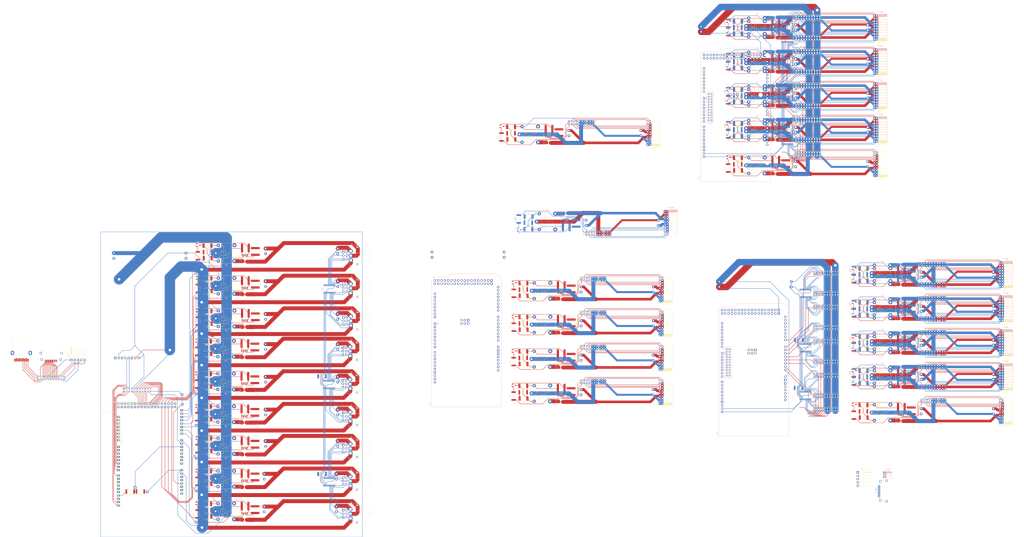
<source format=kicad_pcb>
(kicad_pcb (version 20240108) (generator "pcbnew") (generator_version "8.0")
  (layers (0 "F.Cu" signal) (31 "B.Cu" signal) (34 "B.Paste" user) (35 "F.Paste" user) (36 "B.SilkS" user "B.Silkscreen") (37 "F.SilkS" user "F.Silkscreen") (38 "B.Mask" user) (39 "F.Mask" user) (44 "Edge.Cuts" user))
  (net 0 "")
  (net 1 "unconnected-(K1-Pad4)")
  (footprint "Diode_SMD:D_2512_6332Metric_Pad1.52x3.35mm_HandSolder" (layer "F.Cu") (at 424.61875 2.3075 180)
    (property "Reference" "D1")
    (property "Value" "1N4001")
  )
  (footprint "Capacitor_SMD:C_2225_5664Metric" (layer "F.Cu") (at 720.493125 21.84 -90)
    (property "Reference" "CB1")
    (property "Value" "1 µF")
  )
  (footprint "Diode_SMD:D_2512_6332Metric_Pad1.52x3.35mm_HandSolder" (layer "F.Cu") (at 683.968125 43.415 180)
    (property "Reference" "D1")
    (property "Value" "1N4001")
  )
  (footprint "Package_SO:SOIC-8_3.9x4.9mm_P1.27mm" (layer "F.Cu") (at 616.64375 -135.455 90)
    (property "Reference" "U1")
    (property "Value" "ACS712xLCTR-05B")
  )
  (footprint "Package_SO:SOIC-8_3.9x4.9mm_P1.27mm" (layer "F.Cu") (at 453.09375 12.0825 90)
    (property "Reference" "U1")
    (property "Value" "ACS712xLCTR-05B")
  )
  (footprint "Connector_PinSocket_2.00mm:PinSocket_2x10_P2.00mm_Horizontal" (layer "F.Cu") (at 692.225 -183.4375 180)
    (property "Reference" "REF**")
    (property "Value" "PinSocket_2x10_P2.00mm_Horizontal")
  )
  (footprint "Package_SO:SOIC-8_3.9x4.9mm_P1.27mm" (layer "F.Cu") (at 712.443125 -24.885 90)
    (property "Reference" "U1")
    (property "Value" "ACS712xLCTR-05B")
  )
  (footprint "Package_SO:SOIC-8_3.9x4.9mm_P1.27mm" (layer "F.Cu") (at 453.09375 -13.7925 90)
    (property "Reference" "U1")
    (property "Value" "ACS712xLCTR-05B")
  )
  (footprint "Capacitor_SMD:C_2225_5664Metric" (layer "F.Cu") (at 720.493125 73.89 -90)
    (property "Reference" "CB1")
    (property "Value" "1 µF")
  )
  (footprint "Resistor_SMD:R_2512_6332Metric" (layer "F.Cu") (at 183.38 124.9)
    (property "Reference" "RA1")
    (property "Value" "1K")
  )
  (footprint "Connector_PinSocket_2.00mm:PinSocket_2x10_P2.00mm_Horizontal" (layer "F.Cu") (at 692.225 -157.4125 180)
    (property "Reference" "REF**")
    (property "Value" "PinSocket_2x10_P2.00mm_Horizontal")
  )
  (footprint "Resistor_SMD:R_2512_6332Metric" (layer "F.Cu") (at 176.28 -19.475 90)
    (property "Reference" "RB1")
    (property "Value" "1K")
  )
  (footprint "Resistor_SMD:R_2512_6332Metric" (layer "F.Cu") (at 124.7875 135.5 180)
    (property "Reference" "RB1")
    (property "Value" "1K")
  )
  (footprint "Connector_PinHeader_2.54mm:PinHeader_1x08_P2.54mm_Vertical" (layer "F.Cu") (at 113.42 33.5 90)
    (property "Reference" "REF**" (hide yes))
    (property "Value" "PinHeader_1x08_P2.54mm_Vertical" (hide yes))
  )
  (footprint "Diode_SMD:D_2512_6332Metric_Pad1.52x3.35mm_HandSolder" (layer "F.Cu") (at 588.16875 -145.23 180)
    (property "Reference" "D1")
    (property "Value" "1N4001")
  )
  (footprint "Package_SO:SOIC-8_3.9x4.9mm_P1.27mm" (layer "F.Cu") (at 712.443125 79.215 90)
    (property "Reference" "U1")
    (property "Value" "ACS712xLCTR-05B")
  )
  (footprint "LED_SMD:LED_2512_6332Metric_Pad1.52x3.35mm_HandSolder" (layer "F.Cu") (at 183.5925 129.6 180)
    (property "Reference" "L1")
    (property "Value" "LED")
  )
  (footprint "Connector_PinSocket_2.00mm:PinSocket_2x10_P2.00mm_Horizontal" (layer "F.Cu") (at 528.59125 68.6575 180)
    (property "Reference" "REF**")
    (property "Value" "PinSocket_2x10_P2.00mm_Horizontal")
  )
  (footprint "Connector_PinSocket_2.00mm:PinSocket_2x10_P2.00mm_Horizontal" (layer "F.Cu") (at 788.024375 83.2825 180)
    (property "Reference" "REF**")
    (property "Value" "PinSocket_2x10_P2.00mm_Horizontal")
  )
  (footprint "Capacitor_SMD:C_2225_5664Metric" (layer "F.Cu") (at 453.435 56.59 180)
    (property "Reference" "CA1")
    (property "Value" "100 µF")
  )
  (footprint "Capacitor_SMD:C_2225_5664Metric" (layer "F.Cu") (at 453.51875 -21.7925 180)
    (property "Reference" "CA1")
    (property "Value" "100 µF")
  )
  (footprint "LED_SMD:LED_2512_6332Metric_Pad1.52x3.35mm_HandSolder" (layer "F.Cu") (at 183.8425 7.325 180)
    (property "Reference" "L1")
    (property "Value" "LED")
  )
  (footprint "Connector_PinHeader_2.00mm:PinHeader_2x10_P2.00mm_Vertical" (layer "F.Cu") (at 646.5 -30.275 90)
    (property "Reference" "REF**" (hide yes))
    (property "Value" "PinHeader_2x10_P2.00mm_Vertical" (hide yes))
  )
  (footprint "Connector_PinHeader_2.00mm:PinHeader_2x10_P2.00mm_Vertical" (layer "F.Cu") (at 632.68125 -120.97625 90)
    (property "Reference" "REF**" (hide yes))
    (property "Value" "PinHeader_2x10_P2.00mm_Vertical" (hide yes))
  )
  (footprint "Resistor_SMD:R_2512_6332Metric" (layer "F.Cu") (at 580.79375 -163.48 90)
    (property "Reference" "RB1")
    (property "Value" "1K")
  )
  (footprint "Relay_THT:Relay_SPDT_SANYOU_SRD_Series_Form_C" (layer "F.Cu") (at 421.6125 -137.125)
    (property "Reference" "K1")
    (property "Value" "SANYOU_SRD_Form_C" (hide yes))
  )
  (footprint "Connector_PinSocket_2.00mm:PinSocket_2x10_P2.00mm_Horizontal" (layer "F.Cu") (at 788.024375 5.2075 180)
    (property "Reference" "REF**")
    (property "Value" "PinSocket_2x10_P2.00mm_Horizontal")
  )
  (footprint "Resistor_SMD:R_2512_6332Metric" (layer "F.Cu") (at 683.918125 -3.685)
    (property "Reference" "RA1")
    (property "Value" "1K")
  )
  (footprint "Resistor_SMD:R_2512_6332Metric" (layer "F.Cu") (at 580.79375 -137.455 90)
    (property "Reference" "RB1")
    (property "Value" "1K")
  )
  (footprint "Package_SO:SOIC-8_3.9x4.9mm_P1.27mm" (layer "F.Cu") (at 616.64375 -187.505 90)
    (property "Reference" "U1")
    (property "Value" "ACS712xLCTR-05B")
  )
  (footprint "LED_SMD:LED_2512_6332Metric_Pad1.52x3.35mm_HandSolder" (layer "F.Cu") (at 183.4425 55.375 180)
    (property "Reference" "L1")
    (property "Value" "LED")
  )
  (footprint "Capacitor_SMD:C_2225_5664Metric" (layer "F.Cu") (at 624.69375 -192.83 -90)
    (property "Reference" "CB1")
    (property "Value" "1 µF")
  )
  (footprint "Package_TO_SOT_SMD:SOT-23-3" (layer "F.Cu") (at 581.08125 -171.63)
    (property "Reference" "Q1")
    (property "Value" "S8050")
  )
  (footprint "1X08" (layer "F.Cu") (at 164 128.12 90)
    (property "Reference" "POWER31")
    (property "Value" "8x1F-H8.5")
  )
  (footprint "Package_SO:SOIC-8_3.9x4.9mm_P1.27mm" (layer "F.Cu") (at 453.01 64.59 90)
    (property "Reference" "U1")
    (property "Value" "ACS712xLCTR-05B")
  )
  (footprint "Capacitor_SMD:C_2225_5664Metric" (layer "F.Cu") (at 451.7875 -138.45 -90)
    (property "Reference" "CB1")
    (property "Value" "1 µF")
  )
  (footprint "Package_SO:SOIC-8_3.9x4.9mm_P1.27mm" (layer "F.Cu") (at 712.443125 1.14 90)
    (property "Reference" "U1")
    (property "Value" "ACS712xLCTR-05B")
  )
  (footprint "Connector_PinHeader_2.00mm:PinHeader_2x10_P2.00mm_Vertical" (layer "F.Cu") (at 468.94125 52.6325 90)
    (property "Reference" "REF**")
    (property "Value" "PinHeader_2x10_P2.00mm_Vertical")
  )
  (footprint "Resistor_SMD:R_2512_6332Metric" (layer "F.Cu") (at 417.16875 36.3325 90)
    (property "Reference" "RB1")
    (property "Value" "1K")
  )
  (footprint "Package_TO_SOT_SMD:SOT-23-3" (layer "F.Cu") (at 581.08125 -223.68)
    (property "Reference" "Q1")
    (property "Value" "S8050")
  )
  (footprint "Connector_PinHeader_2.00mm:PinHeader_2x10_P2.00mm_Vertical" (layer "F.Cu") (at 632.68125 -225.07625 90)
    (property "Reference" "REF**" (hide yes))
    (property "Value" "PinHeader_2x10_P2.00mm_Vertical" (hide yes))
  )
  (footprint "Resistor_SMD:R_2512_6332Metric" (layer "F.Cu") (at 683.918125 22.34)
    (property "Reference" "RA1")
    (property "Value" "1K")
  )
  (footprint "Connector_PinSocket_2.00mm:PinSocket_2x10_P2.00mm_Horizontal" (layer "F.Cu") (at 692.225 -209.4625 180)
    (property "Reference" "REF**")
    (property "Value" "PinSocket_2x10_P2.00mm_Horizontal")
  )
  (footprint "Diode_SMD:D_2512_6332Metric_Pad1.52x3.35mm_HandSolder" (layer "F.Cu") (at 588.16875 -119.205 180)
    (property "Reference" "D1")
    (property "Value" "1N4001")
  )
  (footprint "Connector_PinHeader_2.00mm:PinHeader_2x10_P2.00mm_Vertical" (layer "F.Cu") (at 646.5 21.775 90)
    (property "Reference" "REF**" (hide yes))
    (property "Value" "PinHeader_2x10_P2.00mm_Vertical" (hide yes))
  )
  (footprint "Resistor_SMD:R_2512_6332Metric" (layer "F.Cu") (at 183.255 75.6)
    (property "Reference" "RA1")
    (property "Value" "1K")
  )
  (footprint "LED_SMD:LED_2512_6332Metric_Pad1.52x3.35mm_HandSolder" (layer "F.Cu") (at 183.6175 104.625 180)
    (property "Reference" "L1")
    (property "Value" "LED")
  )
  (footprint "Connector_IDC:IDC-Header_2x03_P2.54mm_Horizontal" (layer "F.Cu") (at 287.425 2.65)
    (property "Reference" "J1")
    (property "Value" "AVR-ISP-6")
  )
  (footprint "Connector_PinSocket_2.00mm:PinSocket_2x10_P2.00mm_Horizontal" (layer "F.Cu") (at 692.225 -131.3875 180)
    (property "Reference" "REF**")
    (property "Value" "PinSocket_2x10_P2.00mm_Horizontal")
  )
  (footprint "Capacitor_SMD:C_2225_5664Metric" (layer "F.Cu") (at 212.33 121.725 180)
    (property "Reference" "CA1")
    (property "Value" "100 µF")
  )
  (footprint "LED_SMD:LED_2512_6332Metric_Pad1.52x3.35mm_HandSolder" (layer "F.Cu") (at 183.4675 30.4 180)
    (property "Reference" "L1")
    (property "Value" "LED")
  )
  (footprint "Resistor_SMD:R_2512_6332Metric" (layer "F.Cu") (at 424.56875 -18.6175)
    (property "Reference" "RA1")
    (property "Value" "1K")
  )
  (footprint "Resistor_SMD:R_2512_6332Metric" (layer "F.Cu") (at 588.11875 -140.28)
    (property "Reference" "RA1")
    (property "Value" "1K")
  )
  (footprint "LED_SMD:LED_2512_6332Metric_Pad1.52x3.35mm_HandSolder" (layer "F.Cu") (at 588.33125 -109.555 180)
    (property "Reference" "L1")
    (property "Value" "LED")
  )
  (footprint "Connector_AMASS:AMASS_MR30PW-FB_1x03_P3.50mm_Horizontal" (layer "F.Cu") (at 292.575 31.975 -90)
    (property "Reference" "HP1")
    (property "Value" "Conn_01x03_Pin")
  )
  (footprint "Diode_SMD:D_2512_6332Metric_Pad1.52x3.35mm_HandSolder" (layer "F.Cu") (at 424.61875 -23.5675 180)
    (property "Reference" "D1")
    (property "Value" "1N4001")
  )
  (footprint "Package_TO_SOT_SMD:SOT-23-3" (layer "F.Cu") (at 176.3425 119.575)
    (property "Reference" "Q1")
    (property "Value" "S8050")
  )
  (footprint "Connector_PinHeader_2.00mm:PinHeader_2x10_P2.00mm_Vertical" (layer "F.Cu") (at 632.68125 -173.02625 90)
    (property "Reference" "REF**" (hide yes))
    (property "Value" "PinHeader_2x10_P2.00mm_Vertical" (hide yes))
  )
  (footprint "Capacitor_SMD:C_2225_5664Metric" (layer "F.Cu") (at 212.355 146.65 180)
    (property "Reference" "CA1")
    (property "Value" "100 µF")
  )
  (footprint "PCM_arduino-library:Arduino_Mega2560_R3_Shield" (layer "F.Cu") (at 626.945 93.54 90)
    (property "Reference" "A**")
    (property "Value" "Arduino_Mega2560_R3_Shield")
  )
  (footprint "LED_SMD:LED_2512_6332Metric_Pad1.52x3.35mm_HandSolder" (layer "F.Cu") (at 684.130625 27.04 180)
    (property "Reference" "L1")
    (property "Value" "LED")
  )
  (footprint "Connector_AMASS:AMASS_MR30PW-FB_1x03_P3.50mm_Horizontal" (layer "F.Cu") (at 292.55 56.875 -90)
    (property "Reference" "HP1")
    (property "Value" "Conn_01x03_Pin")
  )
  (footprint "Package_SO:SOIC-8_3.9x4.9mm_P1.27mm" (layer "F.Cu") (at 443.7375 -133.125 90)
    (property "Reference" "U1")
    (property "Value" "ACS712xLCTR-05B")
  )
  (footprint "Package_TO_SOT_SMD:SOT-23-3" (layer "F.Cu") (at 676.880625 -35.035)
    (property "Reference" "Q1")
    (property "Value" "S8050")
  )
  (footprint "Diode_SMD:D_2512_6332Metric_Pad1.52x3.35mm_HandSolder" (layer "F.Cu") (at 183.43 119.95 180)
    (property "Reference" "D1")
    (property "Value" "1N4001")
  )
  (footprint "LED_SMD:LED_2512_6332Metric_Pad1.52x3.35mm_HandSolder" (layer "F.Cu") (at 588.33125 -135.58 180)
    (property "Reference" "L1")
    (property "Value" "LED")
  )
  (footprint "Resistor_SMD:R_2512_6332Metric" (layer "F.Cu") (at 588.11875 -114.255)
    (property "Reference" "RA1")
    (property "Value" "1K")
  )
  (footprint "Resistor_SMD:R_2512_6332Metric" (layer "F.Cu") (at 424.49375 33.5075)
    (property "Reference" "RA1")
    (property "Value" "1K")
  )
  (footprint "Resistor_SMD:R_2512_6332Metric" (layer "F.Cu") (at 676.593125 -26.885 90)
    (property "Reference" "RB1")
    (property "Value" "1K")
  )
  (footprint "Connector_PinHeader_2.00mm:PinHeader_2x10_P2.00mm_Vertical" (layer "F.Cu") (at 728.374375 -36.8425 90)
    (property "Reference" "REF**")
    (property "Value" "PinHeader_2x10_P2.00mm_Vertical")
  )
  (footprint "Capacitor_SMD:C_2225_5664Metric" (layer "F.Cu") (at 712.868125 -32.885 180)
    (property "Reference" "CA1")
    (property "Value" "100 µF")
  )
  (footprint "Connector_AMASS:AMASS_MR30PW-FB_1x03_P3.50mm_Horizontal" (layer "F.Cu") (at 293 8.825 -90)
    (property "Reference" "HP1")
    (property "Value" "Conn_01x03_Pin")
  )
  (footprint "Connector_IDC:IDC-Header_2x03_P2.54mm_Horizontal" (layer "F.Cu") (at 287.125 124.925)
    (property "Reference" "J1")
    (property "Value" "AVR-ISP-6")
  )
  (footprint "Relay_THT:Relay_SPDT_SANYOU_SRD_Series_Form_C" (layer "F.Cu") (at 594.51875 -217.53)
    (property "Reference" "K1")
    (property "Value" "SANYOU_SRD_Form_C" (hide yes))
  )
  (footprint "Capacitor_SMD:C_2225_5664Metric" (layer "F.Cu") (at 617.06875 -195.505 180)
    (property "Reference" "CA1")
    (property "Value" "100 µF")
  )
  (footprint "Capacitor_SMD:C_2225_5664Metric" (layer "F.Cu") (at 219.805 50.175 -90)
    (property "Reference" "CB1")
    (property "Value" "1 µF")
  )
  (footprint "Resistor_SMD:R_2512_6332Metric" (layer "F.Cu") (at 183.23 50.675)
    (property "Reference" "RA1")
    (property "Value" "1K")
  )
  (footprint "Resistor_SMD:R_2512_6332Metric" (layer "F.Cu") (at 580.79375 -111.43 90)
    (property "Reference" "RB1")
    (property "Value" "1K")
  )
  (footprint "Package_TO_SOT_SMD:SOT-23-3" (layer "F.Cu") (at 176.2175 20.375)
    (property "Reference" "Q1")
    (property "Value" "S8050")
  )
  (footprint "Capacitor_SMD:C_2225_5664Metric" (layer "F.Cu") (at 461.14375 6.7575 -90)
    (property "Reference" "CB1")
    (property "Value" "1 µF")
  )
  (footprint "Capacitor_SMD:C_2225_5664Metric" (layer "F.Cu") (at 712.868125 -6.86 180)
    (property "Reference" "CA1")
    (property "Value" "100 µF")
  )
  (footprint "Resistor_SMD:R_2512_6332Metric" (layer "F.Cu") (at 175.905 53.5 90)
    (property "Reference" "RB1")
    (property "Value" "1K")
  )
  (footprint "Connector_IDC:IDC-Header_2x03_P2.54mm_Horizontal" (layer "F.Cu") (at 287.15 100.025)
    (property "Reference" "J1")
    (property "Value" "AVR-ISP-6")
  )
  (footprint "Package_TO_SOT_SMD:SOT-23-3" (layer "F.Cu") (at 581.08125 -145.605)
    (property "Reference" "Q1")
    (property "Value" "S8050")
  )
  (footprint "Connector_PinHeader_2.00mm:PinHeader_2x10_P2.00mm_Vertical" (layer "F.Cu") (at 632.575 -199.4625 90)
    (property "Reference" "REF**")
    (property "Value" "PinHeader_2x10_P2.00mm_Vertical")
  )
  (footprint "Capacitor_SMD:C_2225_5664Metric" (layer "F.Cu") (at 453.51875 4.0825 180)
    (property "Reference" "CA1")
    (property "Value" "100 µF")
  )
  (footprint "Relay_THT:Relay_SPDT_SANYOU_SRD_Series_Form_C" (layer "F.Cu") (at 690.318125 75.215)
    (property "Reference" "K1")
    (property "Value" "SANYOU_SRD_Form_C" (hide yes))
  )
  (footprint "Resistor_SMD:R_2512_6332Metric" (layer "F.Cu") (at 183.63 2.625)
    (property "Reference" "RA1")
    (property "Value" "1K")
  )
  (footprint "Resistor_SMD:R_2512_6332Metric" (layer "F.Cu") (at 676.593125 -0.86 90)
    (property "Reference" "RB1")
    (property "Value" "1K")
  )
  (footprint "Package_TO_SOT_SMD:SOT-23-3" (layer "F.Cu") (at 676.880625 -9.01)
    (property "Reference" "Q1")
    (property "Value" "S8050")
  )
  (footprint "Resistor_SMD:R_2512_6332Metric" (layer "F.Cu") (at 676.593125 77.215 90)
    (property "Reference" "RB1")
    (property "Value" "1K")
  )
  (footprint "Relay_THT:Relay_SPDT_SANYOU_SRD_Series_Form_C" (layer "F.Cu") (at 430.96875 -17.7925)
    (property "Reference" "K1")
    (property "Value" "SANYOU_SRD_Form_C" (hide yes))
  )
  (footprint "LED_SMD:LED_2512_6332Metric_Pad1.52x3.35mm_HandSolder" (layer "F.Cu") (at 424.6975 64.465 180)
    (property "Reference" "L1")
    (property "Value" "LED")
  )
  (footprint "Package_TO_SOT_SMD:SOT-23-3" (layer "F.Cu") (at 176.3675 144.5)
    (property "Reference" "Q1")
    (property "Value" "S8050")
  )
  (footprint "Connector_PinHeader_2.00mm:PinHeader_2x10_P2.00mm_Vertical" (layer "F.Cu") (at 646.5 73.825 90)
    (property "Reference" "REF**" (hide yes))
    (property "Value" "PinHeader_2x10_P2.00mm_Vertical" (hide yes))
  )
  (footprint "Package_SO:SOIC-8_3.9x4.9mm_P1.27mm" (layer "F.Cu") (at 616.64375 -161.48 90)
    (property "Reference" "U1")
    (property "Value" "ACS712xLCTR-05B")
  )
  (footprint "Capacitor_SMD:C_2225_5664Metric" (layer "F.Cu") (at 212.58 -50.45 180)
    (property "Reference" "CA1")
    (property "Value" "100 µF")
  )
  (footprint "Connector_AMASS:AMASS_MR30PW-FB_1x03_P3.50mm_Horizontal" (layer "F.Cu") (at 292.925 -16.1 -90)
    (property "Reference" "HP1")
    (property "Value" "Conn_01x03_Pin")
  )
  (footprint "Diode_SMD:D_2512_6332Metric_Pad1.52x3.35mm_HandSolder" (layer "F.Cu") (at 183.68 -2.325 180)
    (property "Reference" "D1")
    (property "Value" "1N4001")
  )
  (footprint "Resistor_SMD:R_2512_6332Metric" (layer "F.Cu") (at 407.8875 -135.125 90)
    (property "Reference" "RB1")
    (property "Value" "1K")
  )
  (footprint "Connector_PinHeader_2.00mm:PinHeader_2x10_P2.00mm_Vertical" (layer "F.Cu") (at 469.025 -25.75 90)
    (property "Reference" "REF**")
    (property "Value" "PinHeader_2x10_P2.00mm_Vertical")
  )
  (footprint "Capacitor_SMD:C_2225_5664Metric" (layer "F.Cu") (at 212.58 -0.55 180)
    (property "Reference" "CA1")
    (property "Value" "100 µF")
  )
  (footprint "Package_TO_SOT_SMD:SOT-23-3" (layer "F.Cu") (at 176.5675 -27.625)
    (property "Reference" "Q1")
    (property "Value" "S8050")
  )
  (footprint "Diode_SMD:D_2512_6332Metric_Pad1.52x3.35mm_HandSolder" (layer "F.Cu") (at 183.28 45.725 180)
    (property "Reference" "D1")
    (property "Value" "1N4001")
  )
  (footprint "Connector_PinHeader_2.00mm:PinHeader_2x10_P2.00mm_Vertical" (layer "F.Cu") (at 632.575 -225.4875 90)
    (property "Reference" "REF**")
    (property "Value" "PinHeader_2x10_P2.00mm_Vertical")
  )
  (footprint "Connector_PinHeader_2.00mm:PinHeader_2x10_P2.00mm_Vertical" (layer "F.Cu") (at 469.025 0.125 90)
    (property "Reference" "REF**")
    (property "Value" "PinHeader_2x10_P2.00mm_Vertical")
  )
  (footprint "1X08" (layer "F.Cu") (at 164 82.4 90)
    (property "Reference" "ADCH31")
    (property "Value" "8x1F-H8.5")
  )
  (footprint "Connector_PinHeader_2.00mm:PinHeader_2x10_P2.00mm_Vertical" (layer "F.Cu") (at 728.374375 67.2575 90)
    (property "Reference" "REF**")
    (property "Value" "PinHeader_2x10_P2.00mm_Vertical")
  )
  (footprint "Capacitor_SMD:C_2225_5664Metric" (layer "F.Cu") (at 212.205 22.525 180)
    (property "Reference" "CA1")
    (property "Value" "100 µF")
  )
  (footprint "Resistor_SMD:R_2512_6332Metric" (layer "F.Cu") (at 588.11875 -166.305)
    (property "Reference" "RA1")
    (property "Value" "1K")
  )
  (footprint "Package_SO:SOIC-8_3.9x4.9mm_P1.27mm" (layer "F.Cu") (at 212.13 -17.475 90)
    (property "Reference" "U1")
    (property "Value" "ACS712xLCTR-05B")
  )
  (footprint "Resistor_SMD:R_2512_6332Metric" (layer "F.Cu") (at 176.305 -44.45 90)
    (property "Reference" "RB1")
    (property "Value" "1K")
  )
  (footprint "Connector_PinHeader_2.00mm:PinHeader_2x10_P2.00mm_Vertical" (layer "F.Cu") (at 468.95 26.375 90)
    (property "Reference" "REF**")
    (property "Value" "PinHeader_2x10_P2.00mm_Vertical")
  )
  (footprint "Relay_THT:Relay_SPDT_SANYOU_SRD_Series_Form_C" (layer "F.Cu") (at 690.318125 -2.86)
    (property "Reference" "K1")
    (property "Value" "SANYOU_SRD_Form_C" (hide yes))
  )
  (footprint "Relay_THT:Relay_SPDT_SANYOU_SRD_Series_Form_C" (layer "F.Cu") (at 189.805 100.75)
    (property "Reference" "K1")
    (property "Value" "SANYOU_SRD_Form_C" (hide yes))
  )
  (footprint "Diode_SMD:D_2512_6332Metric_Pad1.52x3.35mm_HandSolder" (layer "F.Cu") (at 183.305 20.75 180)
    (property "Reference" "D1")
    (property "Value" "1N4001")
  )
  (footprint "Capacitor_SMD:C_2225_5664Metric" (layer "F.Cu") (at 461.14375 -19.1175 -90)
    (property "Reference" "CB1")
    (property "Value" "1 µF")
  )
  (footprint "Package_TO_SOT_SMD:SOT-23-3" (layer "F.Cu") (at 676.880625 17.015)
    (property "Reference" "Q1")
    (property "Value" "S8050")
  )
  (footprint "Relay_THT:Relay_SPDT_SANYOU_SRD_Series_Form_C" (layer "F.Cu") (at 690.318125 49.19)
    (property "Reference" "K1")
    (property "Value" "SANYOU_SRD_Form_C" (hide yes))
  )
  (footprint "Capacitor_SMD:C_2225_5664Metric" (layer "F.Cu") (at 624.69375 -140.78 -90)
    (property "Reference" "CB1")
    (property "Value" "1 µF")
  )
  (footprint "Connector_PinSocket_2.00mm:PinSocket_2x10_P2.00mm_Horizontal" (layer "F.Cu") (at 788.024375 31.2325 180)
    (property "Reference" "REF**")
    (property "Value" "PinSocket_2x10_P2.00mm_Horizontal")
  )
  (footprint "Resistor_SMD:R_2512_6332Metric" (layer "F.Cu") (at 417.24375 10.0825 90)
    (property "Reference" "RB1")
    (property "Value" "1K")
  )
  (footprint "LED_SMD:LED_2512_6332Metric_Pad1.52x3.35mm_HandSolder" (layer "F.Cu") (at 684.130625 79.09 180)
    (property "Reference" "L1")
    (property "Value" "LED")
  )
  (footprint "Connector_PinSocket_2.00mm:PinSocket_2x10_P2.00mm_Horizontal" (layer "F.Cu") (at 788.024375 57.2575 180)
    (property "Reference" "REF**")
    (property "Value" "PinSocket_2x10_P2.00mm_Horizontal")
  )
  (footprint "Package_TO_SOT_SMD:SOT-23-3" (layer "F.Cu") (at 176.5925 -52.6)
    (property "Reference" "Q1")
    (property "Value" "S8050")
  )
  (footprint "Connector_PinSocket_2.00mm:PinSocket_2x10_P2.00mm_Horizontal" (layer "F.Cu") (at 519.31875 -129.0575 180)
    (property "Reference" "REF**")
    (property "Value" "PinSocket_2x10_P2.00mm_Horizontal")
  )
  (footprint "LED_SMD:LED_2512_6332Metric_Pad1.52x3.35mm_HandSolder" (layer "F.Cu") (at 415.425 -133.25 180)
    (property "Reference" "L1")
    (property "Value" "LED")
  )
  (footprint "Relay_THT:Relay_SPDT_SANYOU_SRD_Series_Form_C" (layer "F.Cu") (at 189.805 150.65)
    (property "Reference" "K1")
    (property "Value" "SANYOU_SRD_Form_C" (hide yes))
  )
  (footprint "Diode_SMD:D_2512_6332Metric_Pad1.52x3.35mm_HandSolder" (layer "F.Cu") (at 683.968125 -34.66 180)
    (property "Reference" "D1")
    (property "Value" "1N4001")
  )
  (footprint "Relay_THT:Relay_SPDT_SANYOU_SRD_Series_Form_C" (layer "F.Cu") (at 190.03 3.45)
    (property "Reference" "K1")
    (property "Value" "SANYOU_SRD_Form_C" (hide yes))
  )
  (footprint "Relay_THT:Relay_SPDT_SANYOU_SRD_Series_Form_C" (layer "F.Cu") (at 594.51875 -165.48)
    (property "Reference" "K1")
    (property "Value" "SANYOU_SRD_Form_C" (hide yes))
  )
  (footprint "Package_TO_SOT_SMD:SOT-23-3" (layer "F.Cu") (at 417.53125 1.9325)
    (property "Reference" "Q1")
    (property "Value" "S8050")
  )
  (footprint "Package_SO:SOIC-8_3.9x4.9mm_P1.27mm" (layer "F.Cu") (at 616.64375 -213.53 90)
    (property "Reference" "U1")
    (property "Value" "ACS712xLCTR-05B")
  )
  (footprint "LED_SMD:LED_2512_6332Metric_Pad1.52x3.35mm_HandSolder" (layer "F.Cu") (at 183.8175 -17.6 180)
    (property "Reference" "L1")
    (property "Value" "LED")
  )
  (footprint "Capacitor_SMD:C_2225_5664Metric" (layer "F.Cu") (at 220.18 -22.8 -90)
    (property "Reference" "CB1")
    (property "Value" "1 µF")
  )
  (footprint "Resistor_SMD:R_2512_6332Metric" (layer "F.Cu") (at 588.11875 -192.33)
    (property "Reference" "RA1")
    (property "Value" "1K")
  )
  (footprint "Diode_SMD:D_2512_6332Metric_Pad1.52x3.35mm_HandSolder" (layer "F.Cu") (at 415.2625 -142.9 180)
    (property "Reference" "D1")
    (property "Value" "1N4001")
  )
  (footprint "Connector_PinHeader_2.00mm:PinHeader_2x10_P2.00mm_Vertical" (layer "F.Cu") (at 646.5 47.8 90)
    (property "Reference" "REF**" (hide yes))
    (property "Value" "PinHeader_2x10_P2.00mm_Vertical" (hide yes))
  )
  (footprint "Capacitor_SMD:C_2225_5664Metric" (layer "F.Cu") (at 219.955 124.4 -90)
    (property "Reference" "CB1")
    (property "Value" "1 µF")
  )
  (footprint "Connector_IDC:IDC-Header_2x03_P2.54mm_Horizontal" (layer "F.Cu") (at 287 25.8)
    (property "Reference" "J1")
    (property "Value" "AVR-ISP-6")
  )
  (footprint "Resistor_SMD:R_2512_6332Metric" (layer "F.Cu") (at 417.24375 -15.7925 90)
    (property "Reference" "RB1")
    (property "Value" "1K")
  )
  (footprint "Capacitor_SMD:C_2225_5664Metric" (layer "F.Cu") (at 712.868125 19.165 180)
    (property "Reference" "CA1")
    (property "Value" "100 µF")
  )
  (footprint "Package_TO_SOT_SMD:SOT-23-3" (layer "F.Cu") (at 676.880625 43.04)
    (property "Reference" "Q1")
    (property "Value" "S8050")
  )
  (footprint "1X10" (layer "F.Cu") (at 115.74 134.724 90)
    (property "Reference" "JP6")
    (property "Value" "10x1F-H8.5")
  )
  (footprint "Resistor_SMD:R_2512_6332Metric" (layer "F.Cu") (at 132.5 135.5 180)
    (property "Reference" "RB1")
    (property "Value" "1K")
  )
  (footprint "Package_TO_SOT_SMD:SOT-23-3" (layer "F.Cu") (at 417.4475 54.44)
    (property "Reference" "Q1")
    (property "Value" "S8050")
  )
  (footprint "Capacitor_SMD:C_2225_5664Metric" (layer "F.Cu") (at 617.06875 -143.455 180)
    (property "Reference" "CA1")
    (property "Value" "100 µF")
  )
  (footprint "Package_TO_SOT_SMD:SOT-23-3" (layer "F.Cu") (at 417.45625 28.1825)
    (property "Reference" "Q1")
    (property "Value" "S8050")
  )
  (footprint "Package_SO:SOIC-8_3.9x4.9mm_P1.27mm" (layer "F.Cu") (at 453.01875 38.3325 90)
    (property "Reference" "U1")
    (property "Value" "ACS712xLCTR-05B")
  )
  (footprint "Capacitor_SMD:C_2225_5664Metric" (layer "F.Cu") (at 212.205 72.425 180)
    (property "Reference" "CA1")
    (property "Value" "100 µF")
  )
  (footprint "Resistor_SMD:R_2512_6332Metric" (layer "F.Cu") (at 176.08 102.75 90)
    (property "Reference" "RB1")
    (property "Value" "1K")
  )
  (footprint "Connector_PinHeader_2.00mm:PinHeader_2x10_P2.00mm_Vertical" (layer "F.Cu") (at 632.575 -121.3875 90)
    (property "Reference" "REF**")
    (property "Value" "PinHeader_2x10_P2.00mm_Vertical")
  )
  (footprint "Capacitor_SMD:C_2225_5664Metric" (layer "F.Cu") (at 624.69375 -218.855 -90)
    (property "Reference" "CB1")
    (property "Value" "1 µF")
  )
  (footprint "Diode_SMD:D_2512_6332Metric_Pad1.52x3.35mm_HandSolder" (layer "F.Cu") (at 683.968125 17.39 180)
    (property "Reference" "D1")
    (property "Value" "1N4001")
  )
  (footprint "Resistor_SMD:R_2512_6332Metric" (layer "F.Cu") (at 424.56875 7.2575)
    (property "Reference" "RA1")
    (property "Value" "1K")
  )
  (footprint "Diode_SMD:D_2512_6332Metric_Pad1.52x3.35mm_HandSolder" (layer "F.Cu") (at 424.54375 28.5575 180)
    (property "Reference" "D1")
    (property "Value" "1N4001")
  )
  (footprint "Relay_THT:Relay_SPDT_SANYOU_SRD_Series_Form_C" (layer "F.Cu") (at 594.51875 -113.43)
    (property "Reference" "K1")
    (property "Value" "SANYOU_SRD_Form_C" (hide yes))
  )
  (footprint "Resistor_SMD:R_2512_6332Metric" (layer "F.Cu") (at 183.63 -47.275)
    (property "Reference" "RA1")
    (property "Value" "1K")
  )
  (footprint "PCM_arduino-library:Arduino_Mega2560_R3_Shield" (layer "F.Cu") (at 407.92 70.88 90)
    (property "Reference" "A**")
    (property "Value" "Arduino_Mega2560_R3_Shield")
  )
  (footprint "Diode_SMD:D_2512_6332Metric_Pad1.52x3.35mm_HandSolder" (layer "F.Cu") (at 683.968125 69.44 180)
    (property "Reference" "D1")
    (property "Value" "1N4001")
  )
  (footprint "Resistor_SMD:R_2512_6332Metric" (layer "F.Cu") (at 417.16 62.59 90)
    (property "Reference" "RB1")
    (property "Value" "1K")
  )
  (footprint "Relay_THT:Relay_SPDT_SANYOU_SRD_Series_Form_C" (layer "F.Cu") (at 189.78 125.725)
    (property "Reference" "K1")
    (property "Value" "SANYOU_SRD_Form_C" (hide yes))
  )
  (footprint "Capacitor_SMD:C_2225_5664Metric" (layer "F.Cu") (at 720.493125 -30.21 -90)
    (property "Reference" "CB1")
    (property "Value" "1 µF")
  )
  (footprint "Relay_THT:Relay_SPDT_SANYOU_SRD_Series_Form_C" (layer "F.Cu") (at 430.89375 34.3325)
    (property "Reference" "K1")
    (property "Value" "SANYOU_SRD_Form_C" (hide yes))
  )
  (footprint "LED_SMD:LED_2512_6332Metric_Pad1.52x3.35mm_HandSolder" (layer "F.Cu") (at 183.8425 -42.575 180)
    (property "Reference" "L1")
    (property "Value" "LED")
  )
  (footprint "Connector_JST:JST_PHD_B22B-PHDSS_2x11_P2.00mm_Vertical" (layer "F.Cu") (at 54.25 47.75)
    (property "Reference" "REF**")
    (property "Value" "JST_PHD_B22B-PHDSS_2x11_P2.00mm_Vertical" (hide yes))
  )
  (footprint "Resistor_SMD:R_2512_6332Metric" (layer "F.Cu") (at 580.79375 -189.505 90)
    (property "Reference" "RB1")
    (property "Value" "1K")
  )
  (footprint "Package_TO_SOT_SMD:SOT-23-3" (layer "F.Cu") (at 408.175 -143.275)
    (property "Reference" "Q1")
    (property "Value" "S8050")
  )
  (footprint "Capacitor_SMD:C_2225_5664Metric" (layer "F.Cu") (at 720.493125 -4.185 -90)
    (property "Reference" "CB1")
    (property "Value" "1 µF")
  )
  (footprint "Resistor_SMD:R_2512_6332Metric" (layer "F.Cu") (at 676.593125 25.165 90)
    (property "Reference" "RB1")
    (property "Value" "1K")
  )
  (footprint "Connector_PinHeader_2.00mm:PinHeader_2x10_P2.00mm_Vertical" (layer "F.Cu") (at 646.5 -4.25 90)
    (property "Reference" "REF**" (hide yes))
    (property "Value" "PinHeader_2x10_P2.00mm_Vertical" (hide yes))
  )
  (footprint "Connector_AMASS:AMASS_MR30PW-FB_1x03_P3.50mm_Horizontal" (layer "F.Cu") (at 292.7 131.1 -90)
    (property "Reference" "HP1")
    (property "Value" "Conn_01x03_Pin")
  )
  (footprint "Relay_THT:Relay_SPDT_SANYOU_SRD_Series_Form_C" (layer "F.Cu") (at 594.51875 -191.505)
    (property "Reference" "K1")
    (property "Value" "SANYOU_SRD_Form_C" (hide yes))
  )
  (footprint "Resistor_SMD:R_2512_6332Metric" (layer "F.Cu") (at 175.93 78.425 90)
    (property "Reference" "RB1")
    (property "Value" "1K")
  )
  (footprint "Connector_PinHeader_2.00mm:PinHeader_2x10_P2.00mm_Vertical" (layer "F.Cu") (at 632.575 -147.4125 90)
    (property "Reference" "REF**")
    (property "Value" "PinHeader_2x10_P2.00mm_Vertical")
  )
  (footprint "Relay_THT:Relay_SPDT_SANYOU_SRD_Series_Form_C" (layer "F.Cu") (at 430.96875 8.0825)
    (property "Reference" "K1")
    (property "Value" "SANYOU_SRD_Form_C" (hide yes))
  )
  (footprint "Connector_PinHeader_2.00mm:PinHeader_2x10_P2.00mm_Vertical" (layer "F.Cu") (at 632.68125 -147.00125 90)
    (property "Reference" "REF**" (hide yes))
    (property "Value" "PinHeader_2x10_P2.00mm_Vertical" (hide yes))
  )
  (footprint "Package_TO_SOT_SMD:SOT-23-3" (layer "F.Cu") (at 417.53125 -23.9425)
    (property "Reference" "Q1")
    (property "Value" "S8050")
  )
  (footprint "LED_SMD:LED_2512_6332Metric_Pad1.52x3.35mm_HandSolder" (layer "F.Cu") (at 588.33125 -213.655 180)
    (property "Reference" "L1")
    (property "Value" "LED")
  )
  (footprint "Capacitor_SMD:C_2225_5664Metric" (layer "F.Cu") (at 219.83 75.1 -90)
    (property "Reference" "CB1")
    (property "Value" "1 µF")
  )
  (footprint "Resistor_SMD:R_2512_6332Metric" (layer "F.Cu") (at 424.485 59.765)
    (property "Reference" "RA1")
    (property "Value" "1K")
  )
  (footprint "Connector_USB:USB3_A_Receptacle_Wuerth_692122030100" (layer "F.Cu") (at 41.75 26.25 180)
    (property "Reference" "REF**")
    (property "Value" "USB3_A_Receptacle_Wuerth_692122030100")
  )
  (footprint "Diode_SMD:D_2512_6332Metric_Pad1.52x3.35mm_HandSolder" (layer "F.Cu") (at 183.455 144.875 180)
    (property "Reference" "D1")
    (property "Value" "1N4001")
  )
  (footprint "Resistor_SMD:R_2512_6332Metric" (layer "F.Cu") (at 588.11875 -218.355)
    (property "Reference" "RA1")
    (property "Value" "1K")
  )
  (footprint "Package_SO:SOIC-8_3.9x4.9mm_P1.27mm" (layer "F.Cu") (at 712.443125 53.19 90)
    (property "Reference" "U1")
    (property "Value" "ACS712xLCTR-05B")
  )
  (footprint "Relay_THT:Relay_SPDT_SANYOU_SRD_Series_Form_C" (layer "F.Cu") (at 189.655 76.425)
    (property "Reference" "K1")
    (property "Value" "SANYOU_SRD_Form_C" (hide yes))
  )
  (footprint "Package_SO:SOIC-8_3.9x4.9mm_P1.27mm" (layer "F.Cu") (at 616.64375 -109.43 90)
    (property "Reference" "U1")
    (property "Value" "ACS712xLCTR-05B")
  )
  (footprint "Connector_JST:JST_PHD_B22B-PHDSS_2x11_P2.00mm_Vertical" (layer "F.Cu") (at 120 57)
    (property "Reference" "REF**")
    (property "Value" "JST_PHD_B22B-PHDSS_2x11_P2.00mm_Vertical" (hide yes))
  )
  (footprint "Package_TO_SOT_SMD:SOT-23-3" (layer "F.Cu") (at 676.880625 69.065)
    (property "Reference" "Q1")
    (property "Value" "S8050")
  )
  (footprint "Resistor_SMD:R_2512_6332Metric" (layer "F.Cu") (at 176.055 127.725 90)
    (property "Reference" "RB1")
    (property "Value" "1K")
  )
  (footprint "Relay_THT:Relay_SPDT_SANYOU_SRD_Series_Form_C" (layer "F.Cu") (at 189.655 26.525)
    (property "Reference" "K1")
    (property "Value" "SANYOU_SRD_Form_C" (hide yes))
  )
  (footprint "Diode_SMD:D_2512_6332Metric_Pad1.52x3.35mm_HandSolder" (layer "F.Cu") (at 588.16875 -197.28 180)
    (property "Reference" "D1")
    (property "Value" "1N4001")
  )
  (footprint "Resistor_SMD:R_2512_6332Metric" (layer "F.Cu") (at 183.405 99.925)
    (property "Reference" "RA1")
    (property "Value" "1K")
  )
  (footprint "Package_TO_SOT_SMD:SOT-23-3" (layer "F.Cu") (at 581.08125 -197.655)
    (property "Reference" "Q1")
    (property "Value" "S8050")
  )
  (footprint "Diode_SMD:D_2512_6332Metric_Pad1.52x3.35mm_HandSolder" (layer "F.Cu") (at 588.16875 -171.255 180)
    (property "Reference" "D1")
    (property "Value" "1N4001")
  )
  (footprint "Relay_THT:Relay_SPDT_SANYOU_SRD_Series_Form_C" (layer "F.Cu") (at 189.63 51.5)
    (property "Reference" "K1")
    (property "Value" "SANYOU_SRD_Form_C" (hide yes))
  )
  (footprint "LED_SMD:LED_2512_6332Metric_Pad1.52x3.35mm_HandSolder" (layer "F.Cu") (at 684.130625 53.065 180)
    (property "Reference" "L1")
    (property "Value" "LED")
  )
  (footprint "LED_SMD:LED_2512_6332Metric_Pad1.52x3.35mm_HandSolder" (layer "F.Cu") (at 684.130625 -25.01 180)
    (property "Reference" "L1")
    (property "Value" "LED")
  )
  (footprint "Package_SO:SOIC-8_3.9x4.9mm_P1.27mm" (layer "F.Cu") (at 211.93 154.65 90)
    (property "Reference" "U1")
    (property "Value" "ACS712xLCTR-05B")
  )
  (footprint "Connector_PinSocket_2.00mm:PinSocket_2x10_P2.00mm_Horizontal" (layer "F.Cu") (at 528.675 -9.725 180)
    (property "Reference" "REF**")
    (property "Value" "PinSocket_2x10_P2.00mm_Horizontal")
  )
  (footprint "Connector_IDC:IDC-Header_2x03_P2.54mm_Horizontal" (layer "F.Cu") (at 287.2 149.85)
    (property "Reference" "J1")
    (property "Value" "AVR-ISP-6")
  )
  (footprint "Resistor_SMD:R_2512_6332Metric" (layer "F.Cu") (at 175.93 28.525 90)
    (property "Reference" "RB1")
    (property "Value" "1K")
  )
  (footprint "Capacitor_SMD:C_2225_5664Metric" (layer "F.Cu") (at 212.555 -25.475 180)
    (property "Reference" "CA1")
    (property "Value" "100 µF")
  )
  (footprint "Resistor_SMD:R_2512_6332Metric" (layer "F.Cu") (at 415.2125 -137.95)
    (property "Reference" "RA1")
    (property "Value" "1K")
  )
  (footprint "Diode_SMD:D_2512_6332Metric_Pad1.52x3.35mm_HandSolder" (layer "F.Cu") (at 183.455 94.975 180)
    (property "Reference" "D1")
    (property "Value" "1N4001")
  )
  (footprint "Package_SO:SOIC-8_3.9x4.9mm_P1.27mm" (layer "F.Cu") (at 212.155 -42.45 90)
    (property "Reference" "U1")
    (property "Value" "ACS712xLCTR-05B")
  )
  (footprint "Capacitor_SMD:C_2225_5664Metric" (layer "F.Cu") (at 220.205 -47.775 -90)
    (property "Reference" "CB1")
    (property "Value" "1 µF")
  )
  (footprint "Package_TO_SOT_SMD:SOT-23-3" (layer "F.Cu") (at 581.08125 -119.58)
    (property "Reference" "Q1")
    (property "Value" "S8050")
  )
  (footprint "Resistor_SMD:R_2512_6332Metric" (layer "F.Cu") (at 683.918125 -29.71)
    (property "Reference" "RA1")
    (property "Value" "1K")
  )
  (footprint "PCM_arduino-library:Arduino_Mega2560_R3_Shield" (layer "F.Cu") (at 613.12625 -101.26125 90)
    (property "Reference" "A**")
    (property "Value" "Arduino_Mega2560_R3_Shield")
  )
  (footprint "Resistor_SMD:R_2512_6332Metric" (layer "F.Cu") (at 176.08 152.65 90)
    (property "Reference" "RB1")
    (property "Value" "1K")
  )
  (footprint "Capacitor_SMD:C_2225_5664Metric" (layer "F.Cu") (at 720.493125 47.865 -90)
    (property "Reference" "CB1")
    (property "Value" "1 µF")
  )
  (footprint "Package_TO_SOT_SMD:SOT-23-3" (layer "F.Cu") (at 176.3675 94.6)
    (property "Reference" "Q1")
    (property "Value" "S8050")
  )
  (footprint "Diode_SMD:D_2512_6332Metric_Pad1.52x3.35mm_HandSolder" (layer "F.Cu") (at 183.305 70.65 180)
    (property "Reference" "D1")
    (property "Value" "1N4001")
  )
  (footprint "Capacitor_SMD:C_2225_5664Metric" (layer "F.Cu") (at 219.98 99.425 -90)
    (property "Reference" "CB1")
    (property "Value" "1 µF")
  )
  (footprint "Package_TO_SOT_SMD:SOT-23-3" (layer "F.Cu") (at 176.2175 70.275)
    (property "Reference" "Q1")
    (property "Value" "S8050")
  )
  (footprint "Resistor_SMD:R_2512_6332Metric" (layer "F.Cu") (at 580.79375 -215.53 90)
    (property "Reference" "RB1")
    (property "Value" "1K")
  )
  (footprint "LED_SMD:LED_2512_6332Metric_Pad1.52x3.35mm_HandSolder" (layer "F.Cu") (at 684.130625 1.015 180)
    (property "Reference" "L1")
    (property "Value" "LED")
  )
  (footprint "Capacitor_SMD:C_2225_5664Metric" (layer "F.Cu") (at 624.69375 -166.805 -90)
    (property "Reference" "CB1")
    (property "Value" "1 µF")
  )
  (footprint "Relay_THT:Relay_SPDT_SANYOU_SRD_Series_Form_C" (layer "F.Cu") (at 594.51875 -139.455)
    (property "Reference" "K1")
    (property "Value" "SANYOU_SRD_Form_C" (hide yes))
  )
  (footprint "Connector_PinHeader_2.00mm:PinHeader_2x10_P2.00mm_Vertical" (layer "F.Cu") (at 728.374375 41.2325 90)
    (property "Reference" "REF**")
    (property "Value" "PinHeader_2x10_P2.00mm_Vertical")
  )
  (footprint "Connector_AMASS:AMASS_MR30PW-FB_1x03_P3.50mm_Horizontal" (layer "F.Cu") (at 292.725 106.2 -90)
    (property "Reference" "HP1")
    (property "Value" "Conn_01x03_Pin")
  )
  (footprint "Resistor_SMD:R_2512_6332Metric" (layer "F.Cu") (at 683.918125 48.365)
    (property "Reference" "RA1")
    (property "Value" "1K")
  )
  (footprint "Diode_SMD:D_2512_6332Metric_Pad1.52x3.35mm_HandSolder" (layer "F.Cu") (at 183.655 -27.25 180)
    (property "Reference" "D1")
    (property "Value" "1N4001")
  )
  (footprint "Connector_AMASS:AMASS_MR30PW-FB_1x03_P3.50mm_Horizontal" (layer "F.Cu") (at 292.775 156.025 -90)
    (property "Reference" "HP1")
    (property "Value" "Conn_01x03_Pin")
  )
  (footprint "Package_SO:SOIC-8_3.9x4.9mm_P1.27mm" (layer "F.Cu") (at 212.155 7.45 90)
    (property "Reference" "U1")
    (property "Value" "ACS712xLCTR-05B")
  )
  (footprint "Relay_THT:Relay_SPDT_SANYOU_SRD_Series_Form_C" (layer "F.Cu") (at 190.005 -21.475)
    (property "Reference" "K1")
    (property "Value" "SANYOU_SRD_Form_C" (hide yes))
  )
  (footprint "Connector_IDC:IDC-Header_2x03_P2.54mm_Horizontal" (layer "F.Cu") (at 287.375 -47.175)
    (property "Reference" "J1")
    (property "Value" "AVR-ISP-6")
  )
  (footprint "Connector_PinSocket_2.00mm:PinSocket_2x10_P2.00mm_Horizontal" (layer "F.Cu") (at 692.225 -105.3625 180)
    (property "Reference" "REF**")
    (property "Value" "PinSocket_2x10_P2.00mm_Horizontal")
  )
  (footprint "Capacitor_SMD:C_2225_5664Metric" (layer "F.Cu") (at 712.868125 45.19 180)
    (property "Reference" "CA1")
    (property "Value" "100 µF")
  )
  (footprint "Connector_IDC:IDC-Header_2x03_P2.54mm_Horizontal" (layer "F.Cu") (at 287.35 -22.275)
    (property "Reference" "J1")
    (property "Value" "AVR-ISP-6")
  )
  (footprint "Capacitor_SMD:C_2225_5664Metric" (layer "F.Cu") (at 212.355 96.75 180)
    (property "Reference" "CA1")
    (property "Value" "100 µF")
  )
  (footprint "Capacitor_SMD:C_2225_5664Metric" (layer "F.Cu") (at 444.1625 -141.125 180)
    (property "Reference" "CA1")
    (property "Value" "100 µF")
  )
  (footprint "Package_SO:SOIC-8_3.9x4.9mm_P1.27mm" (layer "F.Cu") (at 211.905 129.725 90)
    (property "Reference" "U1")
    (property "Value" "ACS712xLCTR-05B")
  )
  (footprint "2X18" (layer "F.Cu") (at 137.33 69.7)
    (property "Reference" "XIO31")
    (property "Value" "18x2F-H8.5")
  )
  (footprint "Diode_SMD:D_2512_6332Metric_Pad1.52x3.35mm_HandSolder" (layer "F.Cu") (at 683.968125 -8.635 180)
    (property "Reference" "D1")
    (property "Value" "1N4001")
  )
  (footprint "Capacitor_SMD:C_2225_5664Metric" (layer "F.Cu") (at 712.868125 71.215 180)
    (property "Reference" "CA1")
    (property "Value" "100 µF")
  )
  (footprint "Resistor_SMD:R_2512_6332Metric" (layer "F.Cu") (at 176.305 5.45 90)
    (property "Reference" "RB1")
    (property "Value" "1K")
  )
  (footprint "Connector_PinHeader_2.00mm:PinHeader_2x10_P2.00mm_Vertical" (layer "F.Cu") (at 728.374375 -10.8175 90)
    (property "Reference" "REF**")
    (property "Value" "PinHeader_2x10_P2.00mm_Vertical")
  )
  (footprint "Connector_IDC:IDC-Header_2x03_P2.54mm_Horizontal" (layer "F.Cu") (at 287.05 75.625)
    (property "Reference" "J1")
    (property "Value" "AVR-ISP-6")
  )
  (footprint "Connector_IDC:IDC-Header_2x03_P2.54mm_Horizontal" (layer "F.Cu") (at 286.975 50.7)
    (property "Reference" "J1")
    (property "Value" "AVR-ISP-6")
  )
  (footprint "Capacitor_SMD:C_2225_5664Metric" (layer "F.Cu") (at 461.06 59.265 -90)
    (property "Reference" "CB1")
    (property "Value" "1 µF")
  )
  (footprint "1X08" (layer "F.Cu") (at 164 105.26 90)
    (property "Reference" "ADCL31")
    (property "Value" "8x1F-H8.5")
  )
  (footprint "LED_SMD:LED_2512_6332Metric_Pad1.52x3.35mm_HandSolder" (layer "F.Cu") (at 424.78125 11.9575 180)
    (property "Reference" "L1")
    (property "Value" "LED")
  )
  (footprint "Package_TO_SOT_SMD:SOT-23-3" (layer "F.Cu") (at 176.5925 -2.7)
    (property "Reference" "Q1")
    (property "Value" "S8050")
  )
  (footprint "Connector_PinHeader_2.00mm:PinHeader_2x10_P2.00mm_Vertical" (layer "F.Cu") (at 728.374375 15.2075 90)
    (property "Reference" "REF**")
    (property "Value" "PinHeader_2x10_P2.00mm_Vertical")
  )
  (footprint "Resistor_SMD:R_2512_6332Metric" (layer "F.Cu") (at 676.593125 51.19 90)
    (property "Reference" "RB1")
    (property "Value" "1K")
  )
  (footprint "Diode_SMD:D_2512_6332Metric_Pad1.52x3.35mm_HandSolder" (layer "F.Cu") (at 424.535 54.815 180)
    (property "Reference" "D1")
    (property "Value" "1N4001")
  )
  (footprint "Relay_THT:Relay_SPDT_SANYOU_SRD_Series_Form_C" (layer "F.Cu") (at 430.885 60.59)
    (property "Reference" "K1")
    (property "Value" "SANYOU_SRD_Form_C" (hide yes))
  )
  (footprint "Capacitor_SMD:C_2225_5664Metric" (layer "F.Cu") (at 219.83 25.2 -90)
    (property "Reference" "CB1")
    (property "Value" "1 µF")
  )
  (footprint "Connector_PinSocket_2.00mm:PinSocket_2x10_P2.00mm_Horizontal" (layer "F.Cu") (at 528.6 42.4 180)
    (property "Reference" "REF**")
    (property "Value" "PinSocket_2x10_P2.00mm_Horizontal")
  )
  (footprint "LED_SMD:LED_2512_6332Metric_Pad1.52x3.35mm_HandSolder" (layer "F.Cu") (at 183.6175 154.525 180)
    (property "Reference" "L1")
    (property "Value" "LED")
  )
  (footprint "Relay_THT:Relay_SPDT_SANYOU_SRD_Series_Form_C" (layer "F.Cu") (at 690.318125 -28.885)
    (property "Reference" "K1")
    (property "Value" "SANYOU_SRD_Form_C" (hide yes))
  )
  (footprint "Capacitor_SMD:C_2225_5664Metric" (layer "F.Cu") (at 617.06875 -117.43 180)
    (property "Reference" "CA1")
    (property "Value" "100 µF")
  )
  (footprint "Package_SO:SOIC-8_3.9x4.9mm_P1.27mm" (layer "F.Cu") (at 211.93 104.75 90)
    (property "Reference" "U1")
    (property "Value" "ACS712xLCTR-05B")
  )
  (footprint "Resistor_SMD:R_2512_6332Metric" (layer "F.Cu") (at 183.255 25.7)
    (property "Reference" "RA1")
    (property "Value" "1K")
  )
  (footprint "Connector_AMASS:AMASS_MR30PW-FB_1x03_P3.50mm_Horizontal" (layer "F.Cu") (at 292.95 -41 -90)
    (property "Reference" "HP1")
    (property "Value" "Conn_01x03_Pin")
  )
  (footprint "LED_SMD:LED_2512_6332Metric_Pad1.52x3.35mm_HandSolder" (layer "F.Cu") (at 588.33125 -187.63 180)
    (property "Reference" "L1")
    (property "Value" "LED")
  )
  (footprint "1X08" (layer "F.Cu") (at 115.74 87.48 -90)
    (property "Reference" "COMMUNICATION31")
    (property "Value" "8x1F-H8.5")
  )
  (footprint "LED_SMD:LED_2512_6332Metric_Pad1.52x3.35mm_HandSolder" (layer "F.Cu") (at 424.78125 -13.9175 180)
    (property "Reference" "L1")
    (property "Value" "LED")
  )
  (footprint "Capacitor_SMD:C_2225_5664Metric" (layer "F.Cu") (at 453.44375 30.3325 180)
    (property "Reference" "CA1")
    (property "Value" "100 µF")
  )
  (footprint "Resistor_SMD:R_2512_6332Metric" (layer "F.Cu") (at 183.405 149.825)
    (property "Reference" "RA1")
    (property "Value" "1K")
  )
  (footprint "Connector_PinSocket_2.00mm:PinSocket_2x10_P2.00mm_Horizontal" (layer "F.Cu") (at 528.675 16.15 180)
    (property "Reference" "REF**")
    (property "Value" "PinSocket_2x10_P2.00mm_Horizontal")
  )
  (footprint "Connector_PinHeader_2.54mm:PinHeader_1x05_P2.54mm_Horizontal" (layer "F.Cu") (at 79.925 35.125 90)
    (property "Reference" "REF**")
    (property "Value" "PinHeader_1x05_P2.54mm_Horizontal")
  )
  (footprint "Relay_THT:Relay_SPDT_SANYOU_SRD_Series_Form_C" (layer "F.Cu") (at 190.03 -46.45)
    (property "Reference" "K1")
    (property "Value" "SANYOU_SRD_Form_C" (hide yes))
  )
  (footprint "Package_TO_SOT_SMD:SOT-23-3" (layer "F.Cu") (at 176.1925 45.35)
    (property "Reference" "Q1")
    (property "Value" "S8050")
  )
  (footprint "LED_SMD:LED_2512_6332Metric_Pad1.52x3.35mm_HandSolder" (layer "F.Cu") (at 424.70625 38.2075 180)
    (property "Reference" "L1")
    (property "Value" "LED")
  )
  (footprint "1X08" (layer "F.Cu") (at 115.74 110.34 -90)
    (property "Reference" "PWML31")
    (property "Value" "8x1F-H8.5")
  )
  (footprint "Package_SO:SOIC-8_3.9x4.9mm_P1.27mm" (layer "F.Cu") (at 211.78 80.425 90)
    (property "Reference" "U1")
    (property "Value" "ACS712xLCTR-05B")
  )
  (footprint "Package_SO:SOIC-8_3.9x4.9mm_P1.27mm" (layer "F.Cu") (at 211.78 30.525 90)
    (property "Reference" "U1")
    (property "Value" "ACS712xLCTR-05B")
  )
  (footprint "Connector_PinHeader_2.00mm:PinHeader_2x10_P2.00mm_Vertical" (layer "F.Cu") (at 632.575 -173.4375 90)
    (property "Reference" "REF**")
    (property "Value" "PinHeader_2x10_P2.00mm_Vertical")
  )
  (footprint "Resistor_SMD:R_2512_6332Metric" (layer "F.Cu") (at 183.605 -22.3)
    (property "Reference" "RA1")
    (property "Value" "1K")
  )
  (footprint "Capacitor_SMD:C_2225_5664Metric" (layer "F.Cu") (at 617.06875 -169.48 180)
    (property "Reference" "CA1")
    (property "Value" "100 µF")
  )
  (footprint "Package_SO:SOIC-8_3.9x4.9mm_P1.27mm" (layer "F.Cu") (at 211.755 55.5 90)
    (property "Reference" "U1")
    (property "Value" "ACS712xLCTR-05B")
  )
  (footprint "Connector_PinHeader_2.00mm:PinHeader_2x10_P2.00mm_Vertical" (layer "F.Cu") (at 632.68125 -199.05125 90)
    (property "Reference" "REF**" (hide yes))
    (property "Value" "PinHeader_2x10_P2.00mm_Vertical" (hide yes))
  )
  (footprint "Connector_PinSocket_2.00mm:PinSocket_2x10_P2.00mm_Horizontal" (layer "F.Cu") (at 788.024375 -20.8175 180)
    (property "Reference" "REF**")
    (property "Value" "PinSocket_2x10_P2.00mm_Horizontal")
  )
  (footprint "Capacitor_SMD:C_2225_5664Metric" (layer "F.Cu") (at 617.06875 -221.53 180)
    (property "Reference" "CA1")
    (property "Value" "100 µF")
  )
  (footprint "Diode_SMD:D_2512_6332Metric_Pad1.52x3.35mm_HandSolder" (layer "F.Cu") (at 588.16875 -223.305 180)
    (property "Reference" "D1")
    (property "Value" "1N4001")
  )
  (footprint "Capacitor_SMD:C_2225_5664Metric" (layer "F.Cu") (at 219.98 149.325 -90)
    (property "Reference" "CB1")
    (property "Value" "1 µF")
  )
  (footprint "Capacitor_SMD:C_2225_5664Metric" (layer "F.Cu") (at 461.06875 33.0075 -90)
    (property "Reference" "CB1")
    (property "Value" "1 µF")
  )
  (footprint "Package_SO:SOIC-8_3.9x4.9mm_P1.27mm" (layer "F.Cu") (at 712.443125 27.165 90)
    (property "Reference" "U1")
    (property "Value" "ACS712xLCTR-05B")
  )
  (footprint "Relay_THT:Relay_SPDT_SANYOU_SRD_Series_Form_C" (layer "F.Cu") (at 690.318125 23.165)
    (property "Reference" "K1")
    (property "Value" "SANYOU_SRD_Form_C" (hide yes))
  )
  (footprint "Capacitor_SMD:C_2225_5664Metric" (layer "F.Cu") (at 220.205 2.125 -90)
    (property "Reference" "CB1")
    (property "Value" "1 µF")
  )
  (footprint "LED_SMD:LED_2512_6332Metric_Pad1.52x3.35mm_HandSolder" (layer "F.Cu") (at 183.4675 80.3 180)
    (property "Reference" "L1")
    (property "Value" "LED")
  )
  (footprint "Connector_AMASS:AMASS_MR30PW-FB_1x03_P3.50mm_Horizontal" (layer "F.Cu") (at 292.625 81.8 -90)
    (property "Reference" "HP1")
    (property "Value" "Conn_01x03_Pin")
  )
  (footprint "Resistor_SMD:R_2512_6332Metric" (layer "F.Cu") (at 683.918125 74.39)
    (property "Reference" "RA1")
    (property "Value" "1K")
  )
  (footprint "Capacitor_SMD:C_2225_5664Metric" (layer "F.Cu") (at 624.69375 -114.755 -90)
    (property "Reference" "CB1")
    (property "Value" "1 µF")
  )
  (footprint "LED_SMD:LED_2512_6332Metric_Pad1.52x3.35mm_HandSolder" (layer "F.Cu") (at 588.33125 -161.605 180)
    (property "Reference" "L1")
    (property "Value" "LED")
  )
  (footprint "Diode_SMD:D_2512_6332Metric_Pad1.52x3.35mm_HandSolder" (layer "F.Cu") (at 183.68 -52.225 180)
    (property "Reference" "D1")
    (property "Value" "1N4001")
  )
  (footprint "Capacitor_SMD:C_2225_5664Metric" (layer "F.Cu") (at 212.18 47.5 180)
    (property "Reference" "CA1")
    (property "Value" "100 µF")
  )
  (footprint "Connector_HDMI:HDMI_A_Amphenol_10029449-x01xLF_Horizontal" (layer "F.Cu") (at 64.5 30.775 180)
    (property "Reference" "REF**")
    (property "Value" "HDMI_A_Amphenol_10029449-x01xLF_Horizontal")
  )
  (footprint "Connector_PinHeader_2.54mm:PinHeader_1x05_P2.54mm_Horizontal" (layer "F.Cu") (at 679.625 120.925)
    (property "Reference" "REF**")
    (property "Value" "PinHeader_1x05_P2.54mm_Horizontal")
  )
  (footprint "Connector_PinHeader_2.00mm:PinHeader_2x10_P2.00mm_Vertical" (layer "B.Cu") (at 632.575 -185.8875 -90)
    (property "Reference" "REF**")
    (property "Value" "PinHeader_2x10_P2.00mm_Vertical")
  )
  (footprint "Resistor_SMD:R_2512_6332Metric" (layer "B.Cu") (at 620.58125 -138.40125)
    (property "Reference" "RB1")
    (property "Value" "1K")
  )
  (footprint "Resistor_SMD:R_2512_6332Metric" (layer "B.Cu") (at 683.918125 21.65)
    (property "Reference" "RA1")
    (property "Value" "1K")
  )
  (footprint "Connector_PinSocket_2.00mm:PinSocket_2x10_P2.00mm_Horizontal" (layer "B.Cu") (at 788.024375 -13.2675 180)
    (property "Reference" "REF**")
    (property "Value" "PinSocket_2x10_P2.00mm_Horizontal")
  )
  (footprint "Capacitor_SMD:C_2225_5664Metric" (layer "B.Cu") (at 720.493125 22.15 90)
    (property "Reference" "CB1")
    (property "Value" "1 µF")
  )
  (footprint "Package_TO_SOT_SMD:SOT-23-3" (layer "B.Cu") (at 421.30625 -64.3825)
    (property "Reference" "Q1")
    (property "Value" "S8050")
  )
  (footprint "Resistor_SMD:R_2512_6332Metric" (layer "B.Cu") (at 676.593125 18.825 -90)
    (property "Reference" "RB1")
    (property "Value" "1K")
  )
  (footprint "LED_SMD:LED_2512_6332Metric_Pad1.52x3.35mm_HandSolder" (layer "B.Cu") (at 684.130625 42.975 180)
    (property "Reference" "L1")
    (property "Value" "LED")
  )
  (footprint "Resistor_SMD:R_2512_6332Metric" (layer "B.Cu") (at 580.79375 -143.795 -90)
    (property "Reference" "RB1")
    (property "Value" "1K")
  )
  (footprint "Capacitor_SMD:C_2225_5664Metric" (layer "B.Cu") (at 712.868125 24.825 180)
    (property "Reference" "CA1")
    (property "Value" "100 µF")
  )
  (footprint "Relay_THT:Relay_SPDT_SANYOU_SRD_Series_Form_C" (layer "B.Cu") (at 690.318125 -5.2)
    (property "Reference" "K1")
    (property "Value" "SANYOU_SRD_Form_C" (hide yes))
  )
  (footprint "Resistor_SMD:R_2512_6332Metric" (layer "B.Cu") (at 580.79375 -221.87 -90)
    (property "Reference" "RB1")
    (property "Value" "1K")
  )
  (footprint "Connector_PinSocket_1.27mm:PinSocket_2x04_P1.27mm_Horizontal" (layer "B.Cu") (at 699.5525 120.825 180)
    (property "Reference" "REF**")
    (property "Value" "PinSocket_2x04_P1.27mm_Horizontal")
  )
  (footprint "Connector_PinHeader_2.00mm:PinHeader_2x10_P2.00mm_Vertical" (layer "B.Cu") (at 632.575 -211.9125 -90)
    (property "Reference" "REF**")
    (property "Value" "PinHeader_2x10_P2.00mm_Vertical")
  )
  (footprint "Relay_THT:Relay_SPDT_SANYOU_SRD_Series_Form_C" (layer "B.Cu") (at 690.318125 46.85)
    (property "Reference" "K1")
    (property "Value" "SANYOU_SRD_Form_C" (hide yes))
  )
  (footprint "Resistor_SMD:R_2512_6332Metric" (layer "B.Cu") (at 683.918125 -4.375)
    (property "Reference" "RA1")
    (property "Value" "1K")
  )
  (footprint "Diode_SMD:D_2512_6332Metric_Pad1.52x3.35mm_HandSolder" (layer "B.Cu") (at 683.968125 0.575 180)
    (property "Reference" "D1")
    (property "Value" "1N4001")
  )
  (footprint "Package_SO:SOIC-8_3.9x4.9mm_P1.27mm" (layer "B.Cu") (at 712.443125 -35.225 -90)
    (property "Reference" "U1")
    (property "Value" "ACS712xLCTR-05B")
  )
  (footprint "Package_SO:TSSOP-28_4.4x9.7mm_P0.65mm" (layer "B.Cu") (at 625.85625 -169.00125 -90)
    (property "Reference" "U2")
    (property "Value" "PCA9685PW")
  )
  (footprint "Resistor_SMD:R_2512_6332Metric" (layer "B.Cu") (at 588.11875 -193.02)
    (property "Reference" "RA1")
    (property "Value" "1K")
  )
  (footprint "Connector_PinHeader_2.00mm:PinHeader_2x10_P2.00mm_Vertical" (layer "B.Cu") (at 632.68125 -211.50125 -90)
    (property "Reference" "REF**" (hide yes))
    (property "Value" "PinHeader_2x10_P2.00mm_Vertical" (hide yes))
  )
  (footprint "Resistor_SMD:R_2512_6332Metric" (layer "B.Cu") (at 271.05 122.075)
    (property "Reference" "RB1")
    (property "Value" "1K")
  )
  (footprint "Capacitor_SMD:C_2225_5664Metric" (layer "B.Cu") (at 624.69375 -166.495 90)
    (property "Reference" "CB1")
    (property "Value" "1 µF")
  )
  (footprint "Package_SO:TSSOP-28_4.4x9.7mm_P0.65mm" (layer "B.Cu") (at 276.35 53.8625 -90)
    (property "Reference" "U2")
    (property "Value" "PCA9685PW")
  )
  (footprint "Capacitor_SMD:C_2225_5664Metric" (layer "B.Cu") (at 617.06875 -215.87 180)
    (property "Reference" "CA1")
    (property "Value" "100 µF")
  )
  (footprint "Diode_SMD:D_2512_6332Metric_Pad1.52x3.35mm_HandSolder" (layer "B.Cu") (at 683.968125 52.625 180)
    (property "Reference" "D1")
    (property "Value" "1N4001")
  )
  (footprint "LED_SMD:LED_2512_6332Metric_Pad1.52x3.35mm_HandSolder" (layer "B.Cu") (at 588.33125 -145.67 180)
    (property "Reference" "L1")
    (property "Value" "LED")
  )
  (footprint "Resistor_SMD:R_2512_6332Metric" (layer "B.Cu") (at 683.918125 47.675)
    (property "Reference" "RA1")
    (property "Value" "1K")
  )
  (footprint "Package_TO_SOT_SMD:SOT-23-3" (layer "B.Cu") (at 676.880625 -25.075)
    (property "Reference" "Q1")
    (property "Value" "S8050")
  )
  (footprint "Capacitor_SMD:C_2225_5664Metric" (layer "B.Cu") (at 712.868125 -1.2 180)
    (property "Reference" "CA1")
    (property "Value" "100 µF")
  )
  (footprint "Connector_PinSocket_2.00mm:PinSocket_2x10_P2.00mm_Horizontal" (layer "B.Cu") (at 692.225 -201.9125 180)
    (property "Reference" "REF**")
    (property "Value" "PinSocket_2x10_P2.00mm_Horizontal")
  )
  (footprint "Capacitor_SMD:C_2225_5664Metric" (layer "B.Cu") (at 617.06875 -137.795 180)
    (property "Reference" "CA1")
    (property "Value" "100 µF")
  )
  (footprint "Diode_SMD:D_2512_6332Metric_Pad1.52x3.35mm_HandSolder" (layer "B.Cu") (at 588.16875 -188.07 180)
    (property "Reference" "D1")
    (property "Value" "1N4001")
  )
  (footprint "Resistor_SMD:R_2512_6332Metric" (layer "B.Cu") (at 676.593125 44.85 -90)
    (property "Reference" "RB1")
    (property "Value" "1K")
  )
  (footprint "Capacitor_SMD:C_2225_5664Metric" (layer "B.Cu") (at 624.69375 -140.47 90)
    (property "Reference" "CB1")
    (property "Value" "1 µF")
  )
  (footprint "Connector_PinHeader_2.00mm:PinHeader_2x10_P2.00mm_Vertical" (layer "B.Cu") (at 472.8 -62.575 -90)
    (property "Reference" "REF**")
    (property "Value" "PinHeader_2x10_P2.00mm_Vertical")
  )
  (footprint "Resistor_SMD:R_2512_6332Metric" (layer "B.Cu") (at 428.34375 -69.7075)
    (property "Reference" "RA1")
    (property "Value" "1K")
  )
  (footprint "Resistor_SMD:R_2512_6332Metric" (layer "B.Cu") (at 588.11875 -140.97)
    (property "Reference" "RA1")
    (property "Value" "1K")
  )
  (footprint "Connector_PinSocket_2.00mm:PinSocket_2x10_P2.00mm_Horizontal" (layer "B.Cu") (at 788.024375 -39.2925 180)
    (property "Reference" "REF**")
    (property "Value" "PinSocket_2x10_P2.00mm_Horizontal")
  )
  (footprint "Diode_SMD:D_2512_6332Metric_Pad1.52x3.35mm_HandSolder" (layer "B.Cu") (at 683.968125 -25.45 180)
    (property "Reference" "D1")
    (property "Value" "1N4001")
  )
  (footprint "Capacitor_SMD:C_2225_5664Metric" (layer "B.Cu") (at 457.29375 -66.5325 180)
    (property "Reference" "CA1")
    (property "Value" "100 µF")
  )
  (footprint "Connector_PinHeader_2.00mm:PinHeader_2x10_P2.00mm_Vertical" (layer "B.Cu") (at 477.5 -145 90)
    (property "Reference" "REF**")
    (property "Value" "PinHeader_2x10_P2.00mm_Vertical")
  )
  (footprint "Capacitor_SMD:C_2225_5664Metric" (layer "B.Cu") (at 464.91875 -69.2075 90)
    (property "Reference" "CB1")
    (property "Value" "1 µF")
  )
  (footprint "Capacitor_SMD:C_2225_5664Metric" (layer "B.Cu") (at 720.493125 48.175 90)
    (property "Reference" "CB1")
    (property "Value" "1 µF")
  )
  (footprint "Capacitor_SMD:C_2225_5664Metric" (layer "B.Cu") (at 624.69375 -192.52 90)
    (property "Reference" "CB1")
    (property "Value" "1 µF")
  )
  (footprint "Package_SO:SOIC-8_3.9x4.9mm_P1.27mm" (layer "B.Cu") (at 712.443125 42.85 -90)
    (property "Reference" "U1")
    (property "Value" "ACS712xLCTR-05B")
  )
  (footprint "Relay_THT:Relay_SPDT_SANYOU_SRD_Series_Form_C" (layer "B.Cu") (at 594.51875 -219.87)
    (property "Reference" "K1")
    (property "Value" "SANYOU_SRD_Form_C" (hide yes))
  )
  (footprint "Diode_SMD:D_2512_6332Metric_Pad1.52x3.35mm_HandSolder" (layer "B.Cu") (at 428.39375 -64.7575 180)
    (property "Reference" "D1")
    (property "Value" "1N4001")
  )
  (footprint "Capacitor_SMD:C_2225_5664Metric" (layer "B.Cu") (at 720.493125 -29.9 90)
    (property "Reference" "CB1")
    (property "Value" "1 µF")
  )
  (footprint "Resistor_SMD:R_2512_6332Metric" (layer "B.Cu") (at 634.75 19.925)
    (property "Reference" "RB1")
    (property "Value" "1K")
  )
  (footprint "Resistor_SMD:R_2512_6332Metric" (layer "B.Cu") (at 580.79375 -169.82 -90)
    (property "Reference" "RB1")
    (property "Value" "1K")
  )
  (footprint "Connector_JST:JST_PHD_B22B-PHDSS_2x11_P2.00mm_Vertical" (layer "B.Cu") (at 581.825 46.9 90)
    (property "Reference" "REF**" (hide yes))
    (property "Value" "JST_PHD_B22B-PHDSS_2x11_P2.00mm_Vertical" (hide yes))
  )
  (footprint "Connector_HDMI:HDMI_A_Amphenol_10029449-x01xLF_Horizontal" (layer "B.Cu") (at 700.875 135.075 -90)
    (property "Reference" "REF**")
    (property "Value" "HDMI_A_Amphenol_10029449-x01xLF_Horizontal")
  )
  (footprint "Capacitor_SMD:C_2225_5664Metric" (layer "B.Cu") (at 712.868125 50.85 180)
    (property "Reference" "CA1")
    (property "Value" "100 µF")
  )
  (footprint "Capacitor_SMD:C_2225_5664Metric" (layer "B.Cu") (at 720.493125 -3.875 90)
    (property "Reference" "CB1")
    (property "Value" "1 µF")
  )
  (footprint "Capacitor_SMD:C_2225_5664Metric" (layer "B.Cu") (at 617.06875 -189.845 180)
    (property "Reference" "CA1")
    (property "Value" "100 µF")
  )
  (footprint "Connector_PinHeader_2.00mm:PinHeader_2x10_P2.00mm_Vertical" (layer "B.Cu") (at 646.5 9.325 -90)
    (property "Reference" "REF**" (hide yes))
    (property "Value" "PinHeader_2x10_P2.00mm_Vertical" (hide yes))
  )
  (footprint "Resistor_SMD:R_2512_6332Metric" (layer "B.Cu") (at 683.918125 -30.4)
    (property "Reference" "RA1")
    (property "Value" "1K")
  )
  (footprint "Connector_PinHeader_2.00mm:PinHeader_2x10_P2.00mm_Vertical" (layer "B.Cu") (at 632.68125 -185.47625 -90)
    (property "Reference" "REF**" (hide yes))
    (property "Value" "PinHeader_2x10_P2.00mm_Vertical" (hide yes))
  )
  (footprint "Resistor_SMD:R_2512_6332Metric" (layer "B.Cu") (at 634.4 56.4)
    (property "Reference" "RB1")
    (property "Value" "1K")
  )
  (footprint "Connector_PinSocket_2.00mm:PinSocket_2x10_P2.00mm_Horizontal" (layer "B.Cu") (at 692.225 -227.9375 180)
    (property "Reference" "REF**")
    (property "Value" "PinSocket_2x10_P2.00mm_Horizontal")
  )
  (footprint "Connector_JST:JST_PHD_B22B-PHDSS_2x11_P2.00mm_Vertical" (layer "B.Cu") (at 568.00625 -147.90125 90)
    (property "Reference" "REF**" (hide yes))
    (property "Value" "JST_PHD_B22B-PHDSS_2x11_P2.00mm_Vertical" (hide yes))
  )
  (footprint "Package_SO:SOIC-8_3.9x4.9mm_P1.27mm" (layer "B.Cu") (at 616.64375 -223.87 -90)
    (property "Reference" "U1")
    (property "Value" "ACS712xLCTR-05B")
  )
  (footprint "Connector_PinHeader_2.00mm:PinHeader_2x10_P2.00mm_Vertical" (layer "B.Cu") (at 728.374375 28.7825 -90)
    (property "Reference" "REF**")
    (property "Value" "PinHeader_2x10_P2.00mm_Vertical")
  )
  (footprint "Package_SO:TSSOP-28_4.4x9.7mm_P0.65mm" (layer "B.Cu") (at 625.85625 -132.52625 -90)
    (property "Reference" "U2")
    (property "Value" "PCA9685PW")
  )
  (footprint "Connector_PinHeader_2.00mm:PinHeader_2x10_P2.00mm_Vertical" (layer "B.Cu") (at 728.374375 -23.2675 -90)
    (property "Reference" "REF**")
    (property "Value" "PinHeader_2x10_P2.00mm_Vertical")
  )
  (footprint "Relay_THT:Relay_SPDT_SANYOU_SRD_Series_Form_C" (layer "B.Cu") (at 594.51875 -141.795)
    (property "Reference" "K1")
    (property "Value" "SANYOU_SRD_Form_C" (hide yes))
  )
  (footprint "Connector_PinHeader_2.00mm:PinHeader_2x10_P2.00mm_Vertical" (layer "B.Cu") (at 728.374375 2.7575 -90)
    (property "Reference" "REF**")
    (property "Value" "PinHeader_2x10_P2.00mm_Vertical")
  )
  (footprint "LED_SMD:LED_2512_6332Metric_Pad1.52x3.35mm_HandSolder" (layer "B.Cu") (at 588.33125 -171.695 180)
    (property "Reference" "L1")
    (property "Value" "LED")
  )
  (footprint "Connector_PinHeader_2.00mm:PinHeader_2x10_P2.00mm_Vertical" (layer "B.Cu") (at 632.68125 -159.45125 -90)
    (property "Reference" "REF**" (hide yes))
    (property "Value" "PinHeader_2x10_P2.00mm_Vertical" (hide yes))
  )
  (footprint "Connector_PinSocket_2.00mm:PinSocket_2x10_P2.00mm_Horizontal" (layer "B.Cu") (at 788.024375 12.7575 180)
    (property "Reference" "REF**")
    (property "Value" "PinSocket_2x10_P2.00mm_Horizontal")
  )
  (footprint "Package_TO_SOT_SMD:SOT-23-3" (layer "B.Cu") (at 676.880625 0.95)
    (property "Reference" "Q1")
    (property "Value" "S8050")
  )
  (footprint "Diode_SMD:D_2512_6332Metric_Pad1.52x3.35mm_HandSolder" (layer "B.Cu") (at 588.16875 -136.02 180)
    (property "Reference" "D1")
    (property "Value" "1N4001")
  )
  (footprint "Connector_PinHeader_2.00mm:PinHeader_2x10_P2.00mm_Vertical" (layer "B.Cu") (at 632.575 -159.8625 -90)
    (property "Reference" "REF**")
    (property "Value" "PinHeader_2x10_P2.00mm_Vertical")
  )
  (footprint "LED_SMD:LED_2512_6332Metric_Pad1.52x3.35mm_HandSolder" (layer "B.Cu") (at 588.33125 -197.72 180)
    (property "Reference" "L1")
    (property "Value" "LED")
  )
  (footprint "Resistor_SMD:R_2512_6332Metric" (layer "B.Cu") (at 580.79375 -195.845 -90)
    (property "Reference" "RB1")
    (property "Value" "1K")
  )
  (footprint "Resistor_SMD:R_2512_6332Metric" (layer "B.Cu") (at 676.593125 -33.225 -90)
    (property "Reference" "RB1")
    (property "Value" "1K")
  )
  (footprint "Package_SO:SOIC-8_3.9x4.9mm_P1.27mm" (layer "B.Cu") (at 616.64375 -197.845 -90)
    (property "Reference" "U1")
    (property "Value" "ACS712xLCTR-05B")
  )
  (footprint "Resistor_SMD:R_2512_6332Metric" (layer "B.Cu") (at 588.11875 -166.995)
    (property "Reference" "RA1")
    (property "Value" "1K")
  )
  (footprint "Connector_PinSocket_2.00mm:PinSocket_2x10_P2.00mm_Horizontal" (layer "B.Cu") (at 692.225 -149.8625 180)
    (property "Reference" "REF**")
    (property "Value" "PinSocket_2x10_P2.00mm_Horizontal")
  )
  (footprint "Diode_SMD:D_2512_6332Metric_Pad1.52x3.35mm_HandSolder" (layer "B.Cu") (at 683.968125 26.6 180)
    (property "Reference" "D1")
    (property "Value" "1N4001")
  )
  (footprint "Resistor_SMD:R_2512_6332Metric" (layer "B.Cu") (at 620.93125 -174.87625)
    (property "Reference" "RB1")
    (property "Value" "1K")
  )
  (footprint "Relay_THT:Relay_SPDT_SANYOU_SRD_Series_Form_C" (layer "B.Cu") (at 434.74375 -70.5325)
    (property "Reference" "K1")
    (property "Value" "SANYOU_SRD_Form_C" (hide yes))
  )
  (footprint "Package_TO_SOT_SMD:SOT-23-3" (layer "B.Cu") (at 676.880625 26.975)
    (property "Reference" "Q1")
    (property "Value" "S8050")
  )
  (footprint "Package_SO:TSSOP-28_4.4x9.7mm_P0.65mm" (layer "B.Cu") (at 625.85625 -210.60125 -90)
    (property "Reference" "U2")
    (property "Value" "PCA9685PW")
  )
  (footprint "Connector_PinHeader_2.00mm:PinHeader_2x10_P2.00mm_Vertical" (layer "B.Cu") (at 728.374375 54.8075 -90)
    (property "Reference" "REF**")
    (property "Value" "PinHeader_2x10_P2.00mm_Vertical")
  )
  (footprint "Package_SO:SOIC-8_3.9x4.9mm_P1.27mm" (layer "B.Cu") (at 712.443125 -9.2 -90)
    (property "Reference" "U1")
    (property "Value" "ACS712xLCTR-05B")
  )
  (footprint "Package_SO:SOIC-8_3.9x4.9mm_P1.27mm" (layer "B.Cu") (at 712.443125 16.825 -90)
    (property "Reference" "U1")
    (property "Value" "ACS712xLCTR-05B")
  )
  (footprint "Package_SO:TSSOP-28_4.4x9.7mm_P0.65mm" (layer "B.Cu") (at 639.675 62.275 -90)
    (property "Reference" "U2")
    (property "Value" "PCA9685PW")
  )
  (footprint "Connector_PinSocket_2.00mm:PinSocket_2x10_P2.00mm_Horizontal" (layer "B.Cu") (at 788.024375 38.7825 180)
    (property "Reference" "REF**")
    (property "Value" "PinSocket_2x10_P2.00mm_Horizontal")
  )
  (footprint "Package_SO:TSSOP-28_4.4x9.7mm_P0.65mm" (layer "B.Cu") (at 276.725 -19.1125 -90)
    (property "Reference" "U2")
    (property "Value" "PCA9685PW")
  )
  (footprint "Connector_PinHeader_2.00mm:PinHeader_2x10_P2.00mm_Vertical" (layer "B.Cu") (at 646.5 61.375 -90)
    (property "Reference" "REF**" (hide yes))
    (property "Value" "PinHeader_2x10_P2.00mm_Vertical" (hide yes))
  )
  (footprint "Relay_THT:Relay_SPDT_SANYOU_SRD_Series_Form_C" (layer "B.Cu") (at 690.318125 20.825)
    (property "Reference" "K1")
    (property "Value" "SANYOU_SRD_Form_C" (hide yes))
  )
  (footprint "Package_TO_SOT_SMD:SOT-23-3" (layer "B.Cu") (at 581.08125 -135.645)
    (property "Reference" "Q1")
    (property "Value" "S8050")
  )
  (footprint "Package_SO:TSSOP-28_4.4x9.7mm_P0.65mm" (layer "B.Cu") (at 639.675 25.8 -90)
    (property "Reference" "U2")
    (property "Value" "PCA9685PW")
  )
  (footprint "Package_SO:SOIC-8_3.9x4.9mm_P1.27mm" (layer "B.Cu") (at 616.64375 -145.795 -90)
    (property "Reference" "U1")
    (property "Value" "ACS712xLCTR-05B")
  )
  (footprint "Package_TO_SOT_SMD:SOT-23-3" (layer "B.Cu") (at 581.08125 -187.695)
    (property "Reference" "Q1")
    (property "Value" "S8050")
  )
  (footprint "Package_TO_SOT_SMD:SOT-23-3" (layer "B.Cu") (at 581.08125 -213.72)
    (property "Reference" "Q1")
    (property "Value" "S8050")
  )
  (footprint "Capacitor_SMD:C_2225_5664Metric" (layer "B.Cu") (at 617.06875 -163.82 180)
    (property "Reference" "CA1")
    (property "Value" "100 µF")
  )
  (footprint "Resistor_SMD:R_2512_6332Metric" (layer "B.Cu") (at 271 47.525)
    (property "Reference" "RB1")
    (property "Value" "1K")
  )
  (footprint "LED_SMD:LED_2512_6332Metric_Pad1.52x3.35mm_HandSolder" (layer "B.Cu") (at 588.33125 -223.745 180)
    (property "Reference" "L1")
    (property "Value" "LED")
  )
  (footprint "Relay_THT:Relay_SPDT_SANYOU_SRD_Series_Form_C" (layer "B.Cu") (at 690.318125 -31.225)
    (property "Reference" "K1")
    (property "Value" "SANYOU_SRD_Form_C" (hide yes))
  )
  (footprint "Package_TO_SOT_SMD:SOT-23-3" (layer "B.Cu") (at 676.880625 53)
    (property "Reference" "Q1")
    (property "Value" "S8050")
  )
  (footprint "LED_SMD:LED_2512_6332Metric_Pad1.52x3.35mm_HandSolder" (layer "B.Cu") (at 428.55625 -74.4075 180)
    (property "Reference" "L1")
    (property "Value" "LED")
  )
  (footprint "Resistor_SMD:R_2512_6332Metric" (layer "B.Cu") (at 676.593125 -7.2 -90)
    (property "Reference" "RB1")
    (property "Value" "1K")
  )
  (footprint "Capacitor_SMD:C_2225_5664Metric" (layer "B.Cu") (at 712.868125 -27.225 180)
    (property "Reference" "CA1")
    (property "Value" "100 µF")
  )
  (footprint "Connector_PinHeader_2.00mm:PinHeader_2x10_P2.00mm_Vertical" (layer "B.Cu") (at 646.5 35.35 -90)
    (property "Reference" "REF**" (hide yes))
    (property "Value" "PinHeader_2x10_P2.00mm_Vertical" (hide yes))
  )
  (footprint "Package_SO:SOIC-8_3.9x4.9mm_P1.27mm" (layer "B.Cu") (at 616.64375 -171.82 -90)
    (property "Reference" "U1")
    (property "Value" "ACS712xLCTR-05B")
  )
  (footprint "Package_SO:SOIC-8_3.9x4.9mm_P1.27mm" (layer "B.Cu") (at 456.86875 -74.5325 -90)
    (property "Reference" "U1")
    (property "Value" "ACS712xLCTR-05B")
  )
  (footprint "Relay_THT:Relay_SPDT_SANYOU_SRD_Series_Form_C" (layer "B.Cu") (at 594.51875 -193.845)
    (property "Reference" "K1")
    (property "Value" "SANYOU_SRD_Form_C" (hide yes))
  )
  (footprint "Connector_PinSocket_2.00mm:PinSocket_2x10_P2.00mm_Horizontal" (layer "B.Cu") (at 532.45 -78.6 180)
    (property "Reference" "REF**")
    (property "Value" "PinSocket_2x10_P2.00mm_Horizontal")
  )
  (footprint "Resistor_SMD:R_2512_6332Metric" (layer "B.Cu") (at 588.11875 -219.045)
    (property "Reference" "RA1")
    (property "Value" "1K")
  )
  (footprint "Resistor_SMD:R_2512_6332Metric" (layer "B.Cu") (at 421.01875 -72.5325 -90)
    (property "Reference" "RB1")
    (property "Value" "1K")
  )
  (footprint "Package_SO:TSSOP-28_4.4x9.7mm_P0.65mm" (layer "B.Cu") (at 276.5 128.0875 -90)
    (property "Reference" "U2")
    (property "Value" "PCA9685PW")
  )
  (footprint "LED_SMD:LED_2512_6332Metric_Pad1.52x3.35mm_HandSolder" (layer "B.Cu") (at 684.130625 -35.1 180)
    (property "Reference" "L1")
    (property "Value" "LED")
  )
  (footprint "Package_SO:TSSOP-28_4.4x9.7mm_P0.65mm" (layer "B.Cu") (at 639.675 -15.8 -90)
    (property "Reference" "U2")
    (property "Value" "PCA9685PW")
  )
  (footprint "Connector_PinHeader_2.00mm:PinHeader_2x10_P2.00mm_Vertical" (layer "B.Cu") (at 632.575 -133.8375 -90)
    (property "Reference" "REF**")
    (property "Value" "PinHeader_2x10_P2.00mm_Vertical")
  )
  (footprint "Package_TO_SOT_SMD:SOT-23-3" (layer "B.Cu") (at 581.08125 -161.67)
    (property "Reference" "Q1")
    (property "Value" "S8050")
  )
  (footprint "Connector_PinHeader_2.00mm:PinHeader_2x10_P2.00mm_Vertical" (layer "B.Cu") (at 646.5 -16.7 -90)
    (property "Reference" "REF**" (hide yes))
    (property "Value" "PinHeader_2x10_P2.00mm_Vertical" (hide yes))
  )
  (footprint "Connector_PinHeader_2.00mm:PinHeader_2x10_P2.00mm_Vertical" (layer "B.Cu") (at 632.68125 -133.42625 -90)
    (property "Reference" "REF**" (hide yes))
    (property "Value" "PinHeader_2x10_P2.00mm_Vertical" (hide yes))
  )
  (footprint "Diode_SMD:D_2512_6332Metric_Pad1.52x3.35mm_HandSolder" (layer "B.Cu") (at 588.16875 -162.045 180)
    (property "Reference" "D1")
    (property "Value" "1N4001")
  )
  (footprint "Diode_SMD:D_2512_6332Metric_Pad1.52x3.35mm_HandSolder" (layer "B.Cu") (at 588.16875 -214.095 180)
    (property "Reference" "D1")
    (property "Value" "1N4001")
  )
  (footprint "LED_SMD:LED_2512_6332Metric_Pad1.52x3.35mm_HandSolder" (layer "B.Cu") (at 684.130625 -9.075 180)
    (property "Reference" "L1")
    (property "Value" "LED")
  )
  (footprint "Relay_THT:Relay_SPDT_SANYOU_SRD_Series_Form_C" (layer "B.Cu") (at 594.51875 -167.82)
    (property "Reference" "K1")
    (property "Value" "SANYOU_SRD_Form_C" (hide yes))
  )
  (footprint "Capacitor_SMD:C_2225_5664Metric" (layer "B.Cu") (at 624.69375 -218.545 90)
    (property "Reference" "CB1")
    (property "Value" "1 µF")
  )
  (footprint "LED_SMD:LED_2512_6332Metric_Pad1.52x3.35mm_HandSolder" (layer "B.Cu") (at 684.130625 16.95 180)
    (property "Reference" "L1")
    (property "Value" "LED")
  )
  (footprint "Connector_PinSocket_2.00mm:PinSocket_2x10_P2.00mm_Horizontal" (layer "B.Cu") (at 692.225 -175.8875 180)
    (property "Reference" "REF**")
    (property "Value" "PinSocket_2x10_P2.00mm_Horizontal")
  )
  (gr_rect (start 102.25 -62.75) (end 301.75 170.25) (stroke (width 0.2)) (fill none) (layer "B.Cu"))
  (segment (start 472.60875 67.065) (end 479.99125 67.065) (width 3) (layer "F.Cu") (net 0))
  (segment (start 450.55625 30.6825) (end 450.90625 30.3325) (width 0.25) (layer "F.Cu") (net 0))
  (segment (start 227.325 33) (end 241.5 18.825) (width 3) (layer "F.Cu") (net 0))
  (segment (start 146.22 68.43) (end 146.22 67.53) (width 0.25) (layer "F.Cu") (net 0))
  (segment (start 175.93 72.075) (end 175.93 75.4625) (width 0.25) (layer "F.Cu") (net 0))
  (segment (start 186.805 -17.6) (end 188.98 -15.425) (width 0.25) (layer "F.Cu") (net 0))
  (segment (start 210.8925 43.675) (end 175.78 43.675) (width 0.25) (layer "F.Cu") (net 0))
  (segment (start 456.05625 4.0825) (end 458.05625 4.0825) (width 0.25) (layer "F.Cu") (net 0))
  (segment (start 476.55 -24.225) (end 527.175 -24.225) (width 0.25) (layer "F.Cu") (net 0))
  (segment (start 180.0675 119.575) (end 180.4425 119.95) (width 0.25) (layer "F.Cu") (net 0))
  (segment (start 292.55 56.875) (end 292.55 59) (width 3) (layer "F.Cu") (net 0))
  (segment (start 186.83 7.325) (end 189.005 9.5) (width 0.25) (layer "F.Cu") (net 0))
  (segment (start 112.5 121.5) (end 112.5 58.5) (width 0.25) (layer "F.Cu") (net 0))
  (segment (start 292.575 34.1) (end 287.575 39.1) (width 3) (layer "F.Cu") (net 0))
  (segment (start 427.60625 2.3075) (end 427.60625 7.1825) (width 0.25) (layer "F.Cu") (net 0))
  (segment (start 471.025 -25.75) (end 474.425 -22.35) (width 0.25) (layer "F.Cu") (net 0))
  (segment (start 167.5 64.75) (end 173.25 59) (width 0.25) (layer "F.Cu") (net 0))
  (segment (start 289.775 47.1) (end 283.9 47.1) (width 3) (layer "F.Cu") (net 0))
  (segment (start 212.765 -19.95) (end 212.765 -19.573249) (width 0.25) (layer "F.Cu") (net 0))
  (segment (start 160.39 129.39) (end 157.75 126.75) (width 0.25) (layer "F.Cu") (net 0))
  (segment (start 470.95 26.375) (end 474.35 29.775) (width 0.25) (layer "F.Cu") (net 0))
  (segment (start 215.0925 -25.475) (end 217.0925 -25.475) (width 0.25) (layer "F.Cu") (net 0))
  (segment (start 175.4375 8.4125) (end 176.305 8.4125) (width 0.25) (layer "F.Cu") (net 0))
  (segment (start 435.7625 -131.075) (end 441.7575 -131.075) (width 3) (layer "F.Cu") (net 0))
  (segment (start 214.7425 22.525) (end 216.7425 22.525) (width 0.25) (layer "F.Cu") (net 0))
  (segment (start 176.28 -25.825) (end 176.28 -22.4375) (width 0.25) (layer "F.Cu") (net 0))
  (segment (start 186.455 30.4) (end 188.63 32.575) (width 0.25) (layer "F.Cu") (net 0))
  (segment (start 200.25 -42.75) (end 210 -42.75) (width 0.25) (layer "F.Cu") (net 0))
  (segment (start 450.98125 4.0825) (end 450.98125 9.4) (width 0.25) (layer "F.Cu") (net 0))
  (segment (start 435.21875 4.4325) (end 450.63125 4.4325) (width 0.25) (layer "F.Cu") (net 0))
  (segment (start 466.725 35.95) (end 466.725 30.125) (width 0.25) (layer "F.Cu") (net 0))
  (segment (start 172.75 58.75) (end 172.75 -12.9825) (width 0.25) (layer "F.Cu") (net 0))
  (segment (start 183.48 -20.925) (end 186.805 -17.6) (width 0.25) (layer "F.Cu") (net 0))
  (segment (start 466.8 -16.175) (end 466.8 -22) (width 0.25) (layer "F.Cu") (net 0))
  (segment (start 516.54375 -140.0575) (end 517.54375 -139.0575) (width 2) (layer "F.Cu") (net 0))
  (segment (start 530.6 32.4) (end 530.6 30.4) (width 2) (layer "F.Cu") (net 0))
  (segment (start 146.25 55.5) (end 146.25 60.78) (width 0.25) (layer "F.Cu") (net 0))
  (segment (start 64.25 49.75) (end 63.25 48.75) (width 0.25) (layer "F.Cu") (net 0))
  (segment (start 452.38375 36.5125) (end 452.38375 35.8575) (width 0.25) (layer "F.Cu") (net 0))
  (segment (start 476.475 27.9) (end 527.1 27.9) (width 0.25) (layer "F.Cu") (net 0))
  (segment (start 471.025 -1.875) (end 471.025 -2.775) (width 0.25) (layer "F.Cu") (net 0))
  (segment (start 287.55 64) (end 181 64) (width 3) (layer "F.Cu") (net 0))
  (segment (start 68.25 40.25) (end 65.25 37.25) (width 0.25) (layer "F.Cu") (net 0))
  (segment (start 134.75 61.75) (end 132 59) (width 0.25) (layer "F.Cu") (net 0))
  (segment (start 422.25 16.025) (end 439.55 16.025) (width 0.25) (layer "F.Cu") (net 0))
  (segment (start 127.75 135.5) (end 127.75 133) (width 0.25) (layer "F.Cu") (net 0))
  (segment (start 194.25 61) (end 175 61) (width 0.25) (layer "F.Cu") (net 0))
  (segment (start 488.8 -60.575) (end 488.8 -62.575) (width 1.5) (layer "F.Cu") (net 0))
  (segment (start 241.85 -29.25) (end 294.3 -29.25) (width 3) (layer "F.Cu") (net 0))
  (segment (start 128.5 132.25) (end 129.5375 133.2875) (width 0.25) (layer "F.Cu") (net 0))
  (segment (start 209.8175 96.75) (end 209.8175 102.0675) (width 0.25) (layer "F.Cu") (net 0))
  (segment (start 64.75 37.5) (end 64.75 35.775) (width 0.25) (layer "F.Cu") (net 0))
  (segment (start 292.775 158.15) (end 287.775 163.15) (width 3) (layer "F.Cu") (net 0))
  (segment (start 704.468125 81.265) (end 710.463125 81.265) (width 3) (layer "F.Cu") (net 0))
  (segment (start 468.59125 57.6575) (end 470.58375 57.6575) (width 2) (layer "F.Cu") (net 0))
  (segment (start 213.685 82.9) (end 218.955 82.9) (width 3) (layer "F.Cu") (net 0))
  (segment (start 200.5 154.5) (end 210 154.5) (width 0.25) (layer "F.Cu") (net 0))
  (segment (start 427.5225 54.815) (end 427.6975 54.64) (width 0.25) (layer "F.Cu") (net 0))
  (segment (start 527.175 1.65) (end 528.675 0.15) (width 0.25) (layer "F.Cu") (net 0))
  (segment (start 180.0925 94.6) (end 180.4675 94.975) (width 0.25) (layer "F.Cu") (net 0))
  (segment (start 183.505 4) (end 186.83 7.325) (width 0.25) (layer "F.Cu") (net 0))
  (segment (start 456.05625 -21.7925) (end 458.05625 -21.7925) (width 0.25) (layer "F.Cu") (net 0))
  (segment (start 151.3 70.97) (end 151.3 133.55) (width 0.25) (layer "F.Cu") (net 0))
  (segment (start 466 27.325) (end 468.95 24.375) (width 0.25) (layer "F.Cu") (net 0))
  (segment (start 215.1175 -0.55) (end 211.2925 -4.375) (width 0.25) (layer "F.Cu") (net 0))
  (segment (start 530.59125 62.6575) (end 530.59125 60.6575) (width 2) (layer "F.Cu") (net 0))
  (segment (start 680.955625 -29.71) (end 680.955625 -25.1975) (width 0.25) (layer "F.Cu") (net 0))
  (segment (start 237.6 0) (end 241.925 -4.325) (width 3) (layer "F.Cu") (net 0))
  (segment (start 680.955625 78.9025) (end 681.143125 79.09) (width 0.25) (layer "F.Cu") (net 0))
  (segment (start 476.55 1.65) (end 527.175 1.65) (width 0.25) (layer "F.Cu") (net 0))
  (segment (start 474.34125 56.0325) (end 527.96625 56.0325) (width 0.25) (layer "F.Cu") (net 0))
  (segment (start 176.1125 -16.5125) (end 176.28 -16.5125) (width 0.25) (layer "F.Cu") (net 0))
  (segment (start 424.36875 34.8825) (end 427.69375 38.2075) (width 0.25) (layer "F.Cu") (net 0))
  (segment (start 687.225 -116.3625) (end 689.45 -116.3625) (width 2) (layer "F.Cu") (net 0))
  (segment (start 421.60625 7.2575) (end 421.60625 11.77) (width 0.25) (layer "F.Cu") (net 0))
  (segment (start 175.93 22.175) (end 175.93 25.5625) (width 0.25) (layer "F.Cu") (net 0))
  (segment (start 180.2675 55.1875) (end 180.455 55.375) (width 0.25) (layer "F.Cu") (net 0))
  (segment (start 115.74 119.23) (end 114.23 119.23) (width 0.25) (layer "F.Cu") (net 0))
  (segment (start 298.075 121.95) (end 298.075 126.55) (width 3) (layer "F.Cu") (net 0))
  (segment (start 466.71625 56.3825) (end 468.94125 54.1575) (width 0.25) (layer "F.Cu") (net 0))
  (segment (start 472.375 22.05) (end 528.25 22.05) (width 0.25) (layer "F.Cu") (net 0))
  (segment (start 296.9 28.475) (end 292.575 28.475) (width 3) (layer "F.Cu") (net 0))
  (segment (start 237.7 97) (end 241.65 93.05) (width 3) (layer "F.Cu") (net 0))
  (segment (start 211.145 29.105) (end 209.75 30.5) (width 0.25) (layer "F.Cu") (net 0))
  (segment (start 191.605 70.475) (end 193.905 72.775) (width 0.25) (layer "F.Cu") (net 0))
  (segment (start 455.06875 -133.1325) (end 457.44375 -135.5075) (width 0.25) (layer "F.Cu") (net 0))
  (segment (start 148.75 68.42) (end 148.75 67.25) (width 0.25) (layer "F.Cu") (net 0))
  (segment (start 480 40.8075) (end 521.5175 40.8075) (width 2) (layer "F.Cu") (net 0))
  (segment (start 218.5925 6.275) (end 220.205 4.6625) (width 0.25) (layer "F.Cu") (net 0))
  (segment (start 519.31875 -137.0575) (end 521.31875 -137.0575) (width 1.5) (layer "F.Cu") (net 0))
  (segment (start 412.89375 -129.1825) (end 430.19375 -129.1825) (width 0.25) (layer "F.Cu") (net 0))
  (segment (start 580.79375 -143.805) (end 580.79375 -140.4175) (width 0.25) (layer "F.Cu") (net 0))
  (segment (start 450.98125 -21.7925) (end 450.98125 -16.475) (width 0.25) (layer "F.Cu") (net 0))
  (segment (start 212.765 -19.573249) (end 213.688249 -18.65) (width 0.25) (layer "F.Cu") (net 0))
  (segment (start 63.25 48.75) (end 63.25 39) (width 0.25) (layer "F.Cu") (net 0))
  (segment (start 468.675 5.15) (end 470.6675 5.15) (width 2) (layer "F.Cu") (net 0))
  (segment (start 180.6675 -47.275) (end 180.6675 -42.7625) (width 0.25) (layer "F.Cu") (net 0))
  (segment (start 189.005 -40.4) (end 191.98 -40.4) (width 0.25) (layer "F.Cu") (net 0))
  (segment (start 421.53125 38.02) (end 421.71875 38.2075) (width 0.25) (layer "F.Cu") (net 0))
  (segment (start 140 57) (end 141.25 55.75) (width 0.25) (layer "F.Cu") (net 0))
  (segment (start 470.71875 -130.65) (end 512.23625 -130.65) (width 2) (layer "F.Cu") (net 0))
  (segment (start 407.8875 -141.475) (end 407.8875 -138.0875) (width 0.25) (layer "F.Cu") (net 0))
  (segment (start 82 38) (end 89.25 38) (width 0.25) (layer "F.Cu") (net 0))
  (segment (start 453.65375 36.234251) (end 454.576999 37.1575) (width 0.25) (layer "F.Cu") (net 0))
  (segment (start 527.175 -24.225) (end 528.675 -25.725) (width 0.25) (layer "F.Cu") (net 0))
  (segment (start 527.09125 54.1575) (end 528.59125 52.6575) (width 0.25) (layer "F.Cu") (net 0))
  (segment (start 298.3 -25.25) (end 298.3 -20.65) (width 3) (layer "F.Cu") (net 0))
  (segment (start 171.5 139.75) (end 171.5 82.5) (width 0.25) (layer "F.Cu") (net 0))
  (segment (start 65.75 37) (end 65.75 35.775) (width 0.25) (layer "F.Cu") (net 0))
  (segment (start 59.25 48.75) (end 59.25 39.25) (width 0.25) (layer "F.Cu") (net 0))
  (segment (start 148.75 53.75) (end 148.75 62.75) (width 0.25) (layer "F.Cu") (net 0))
  (segment (start 292.725 106.2) (end 292.725 108.325) (width 3) (layer "F.Cu") (net 0))
  (segment (start 490.8 -62.575) (end 490.8 -60.575) (width 1.5) (layer "F.Cu") (net 0))
  (segment (start 591.31875 -109.555) (end 593.49375 -107.38) (width 0.25) (layer "F.Cu") (net 0))
  (segment (start 214.8925 96.75) (end 211.0675 92.925) (width 0.25) (layer "F.Cu") (net 0))
  (segment (start 429.86875 40.3825) (end 432.84375 40.3825) (width 0.25) (layer "F.Cu") (net 0))
  (segment (start 60.25 39) (end 61.25 38) (width 0.25) (layer "F.Cu") (net 0))
  (segment (start 474.425 3.525) (end 528.05 3.525) (width 0.25) (layer "F.Cu") (net 0))
  (segment (start 530.6 36.4) (end 530.6 34.4) (width 2) (layer "F.Cu") (net 0))
  (segment (start 45.5 41) (end 45.5 34.92) (width 0.25) (layer "F.Cu") (net 0))
  (segment (start 211.495 -19.95) (end 211.495 -18.995) (width 0.25) (layer "F.Cu") (net 0))
  (segment (start 209.6675 72.425) (end 209.6675 77.7425) (width 0.25) (layer "F.Cu") (net 0))
  (segment (start 523.675 5.15) (end 525.9 5.15) (width 2) (layer "F.Cu") (net 0))
  (segment (start 676.593125 18.815) (end 676.593125 22.2025) (width 0.25) (layer "F.Cu") (net 0))
  (segment (start 215.1175 -0.55) (end 217.1175 -0.55) (width 0.25) (layer "F.Cu") (net 0))
  (segment (start 518.79375 -142.5325) (end 519.31875 -143.0575) (width 0.25) (layer "F.Cu") (net 0))
  (segment (start 213.66 57.9) (end 227.3 57.9) (width 3) (layer "F.Cu") (net 0))
  (segment (start 140 69.57) (end 140 68) (width 0.25) (layer "F.Cu") (net 0))
  (segment (start 528.59125 60.6575) (end 530.59125 60.6575) (width 1.5) (layer "F.Cu") (net 0))
  (segment (start 186.6425 -22.375) (end 186.5675 -22.3) (width 0.25) (layer "F.Cu") (net 0))
  (segment (start 484.8 -60.575) (end 484.8 -62.575) (width 1.5) (layer "F.Cu") (net 0))
  (segment (start 191.98 -2.5) (end 194.28 -0.2) (width 0.25) (layer "F.Cu") (net 0))
  (segment (start 417.11875 0.2575) (end 416.39375 0.9825) (width 0.25) (layer "F.Cu") (net 0))
  (segment (start 528.05 -22.35) (end 528.675 -21.725) (width 0.25) (layer "F.Cu") (net 0))
  (segment (start 115.74 143.614) (end 114.114 143.614) (width 0.25) (layer "F.Cu") (net 0))
  (segment (start 455.98125 30.3325) (end 452.15625 26.5075) (width 0.25) (layer "F.Cu") (net 0))
  (segment (start 175 159) (end 196 159) (width 0.25) (layer "F.Cu") (net 0))
  (segment (start 173.25 59) (end 173.25 11.4675) (width 0.25) (layer "F.Cu") (net 0))
  (segment (start 472.36625 48.3075) (end 528.24125 48.3075) (width 0.25) (layer "F.Cu") (net 0))
  (segment (start 202.25 129) (end 210.25 129) (width 0.25) (layer "F.Cu") (net 0))
  (segment (start 179.9175 45.35) (end 180.2925 45.725) (width 0.25) (layer "F.Cu") (net 0))
  (segment (start 292.625 81.8) (end 292.625 83.925) (width 3) (layer "F.Cu") (net 0))
  (segment (start 175.455 -51.65) (end 176.305 -50.8) (width 0.25) (layer "F.Cu") (net 0))
  (segment (start 162.25 143) (end 168.25 143) (width 0.25) (layer "F.Cu") (net 0))
  (segment (start 439.475 42.275) (end 443.4 38.35) (width 0.25) (layer "F.Cu") (net 0))
  (segment (start 297.25 -19.6) (end 292.925 -19.6) (width 3) (layer "F.Cu") (net 0))
  (segment (start 186.4425 94.975) (end 186.4425 99.85) (width 0.25) (layer "F.Cu") (net 0))
  (segment (start 72.25 47.75) (end 82 38) (width 0.25) (layer "F.Cu") (net 0))
  (segment (start 183.255 126.275) (end 186.58 129.6) (width 0.25) (layer "F.Cu") (net 0))
  (segment (start 148.76 68.43) (end 148.75 68.42) (width 0.25) (layer "F.Cu") (net 0))
  (segment (start 421.60625 -14.105) (end 421.79375 -13.9175) (width 0.25) (layer "F.Cu") (net 0))
  (segment (start 530.59125 58.6575) (end 530.59125 56.6575) (width 2) (layer "F.Cu") (net 0))
  (segment (start 44.25 41.75) (end 44.25 35.145) (width 0.25) (layer "F.Cu") (net 0))
  (segment (start 167 63.75) (end 172.25 58.5) (width 0.25) (layer "F.Cu") (net 0))
  (segment (start 89.25 38) (end 90.085 37.165) (width 0.25) (layer "F.Cu") (net 0))
  (segment (start 176.055 121.375) (end 176.055 124.7625) (width 0.25) (layer "F.Cu") (net 0))
  (segment (start 175.055 46.3) (end 175.905 47.15) (width 0.25) (layer "F.Cu") (net 0))
  (segment (start 464.425 12.075) (end 466.8 9.7) (width 0.25) (layer "F.Cu") (net 0))
  (segment (start 168 65.75) (end 175.905 57.845) (width 0.25) (layer "F.Cu") (net 0))
  (segment (start 156.38 70.97) (end 156.38 137.13) (width 0.25) (layer "F.Cu") (net 0))
  (segment (start 114.44 116.69) (end 113.5 115.75) (width 0.25) (layer "F.Cu") (net 0))
  (segment (start 530.675 10.15) (end 530.675 8.15) (width 2) (layer "F.Cu") (net 0))
  (segment (start 237.6 0) (end 227.75 9.85) (width 3) (layer "F.Cu") (net 0))
  (segment (start 214.035 -15.075) (end 227.675 -15.075) (width 3) (layer "F.Cu") (net 0))
  (segment (start 60.25 49.75) (end 59.25 48.75) (width 0.25) (layer "F.Cu") (net 0))
  (segment (start 114 113.75) (end 114 64.625) (width 0.25) (layer "F.Cu") (net 0))
  (segment (start 465.06875 -148.4825) (end 517.89375 -148.4825) (width 0.25) (layer "F.Cu") (net 0))
  (segment (start 445.11875 14.1325) (end 451.11375 14.1325) (width 3) (layer "F.Cu") (net 0))
  (segment (start 527.45 -71.6) (end 532.45 -76.6) (width 1.5) (layer "F.Cu") (net 0))
  (segment (start 482.8 -60.575) (end 482.8 -62.575) (width 1.5) (layer "F.Cu") (net 0))
  (segment (start 203.93 131.775) (end 209.575 131.775) (width 3) (layer "F.Cu") (net 0))
  (segment (start 191.605 20.575) (end 193.905 22.875) (width 0.25) (layer "F.Cu") (net 0))
  (segment (start 445.1 -13.775) (end 445.125 -13.8) (width 0.25) (layer "F.Cu") (net 0))
  (segment (start 287.95 -33.875) (end 181.125 -33.875) (width 3) (layer "F.Cu") (net 0))
  (segment (start 191.955 -27.425) (end 194.255 -25.125) (width 0.25) (layer "F.Cu") (net 0))
  (segment (start 180.4425 149.825) (end 180.4425 154.3375) (width 0.25) (layer "F.Cu") (net 0))
  (segment (start 472.6925 -11.3175) (end 480.075 -11.3175) (width 3) (layer "F.Cu") (net 0))
  (segment (start 210 154.5) (end 211.295 153.205) (width 0.25) (layer "F.Cu") (net 0))
  (segment (start 456.05625 4.0825) (end 452.23125 0.2575) (width 0.25) (layer "F.Cu") (net 0))
  (segment (start 450.8975 61.9075) (end 451.105 62.115) (width 0.25) (layer "F.Cu") (net 0))
  (segment (start 474.94125 52.6325) (end 476.46625 54.1575) (width 0.25) (layer "F.Cu") (net 0))
  (segment (start 473.025 0.125) (end 475.575 2.675) (width 0.25) (layer "F.Cu") (net 0))
  (segment (start 525.825 31.4) (end 526.825 32.4) (width 2) (layer "F.Cu") (net 0))
  (segment (start 186.43 55.375) (end 188.605 57.55) (width 0.25) (layer "F.Cu") (net 0))
  (segment (start 177.33 45.35) (end 179.9175 45.35) (width 0.25) (layer "F.Cu") (net 0))
  (segment (start 407.7625 -144.95) (end 407.0375 -144.225) (width 0.25) (layer "F.Cu") (net 0))
  (segment (start 176.18 -4.375) (end 175.455 -3.65) (width 0.25) (layer "F.Cu") (net 0))
  (segment (start 422.175 42.275) (end 439.475 42.275) (width 0.25) (layer "F.Cu") (net 0))
  (segment (start 454.99875 -11.3175) (end 472.6925 -11.3175) (width 3) (layer "F.Cu") (net 0))
  (segment (start 444.945 -133.7575) (end 454.76875 -133.7575) (width 0.25) (layer "F.Cu") (net 0))
  (segment (start 459.66875 -143.5575) (end 459.66875 -145.0825) (width 0.25) (layer "F.Cu") (net 0))
  (segment (start 454.2175 63.9575) (end 464.04125 63.9575) (width 0.25) (layer "F.Cu") (net 0))
  (segment (start 463.66875 -145.0825) (end 466.21875 -142.5325) (width 0.25) (layer "F.Cu") (net 0))
  (segment (start 80.5 37.5) (end 85.17 37.5) (width 0.25) (layer "F.Cu") (net 0))
  (segment (start 191.98 -52.4) (end 194.28 -50.1) (width 0.25) (layer "F.Cu") (net 0))
  (segment (start 421.5225 64.2775) (end 421.71 64.465) (width 0.25) (layer "F.Cu") (net 0))
  (segment (start 64.25 39.25) (end 63.25 38.25) (width 0.25) (layer "F.Cu") (net 0))
  (segment (start 136.06 61.06) (end 134 59) (width 0.25) (layer "F.Cu") (net 0))
  (segment (start 435.14375 30.6825) (end 450.55625 30.6825) (width 0.25) (layer "F.Cu") (net 0))
  (segment (start 297.325 5.325) (end 293 5.325) (width 3) (layer "F.Cu") (net 0))
  (segment (start 181 138) (end 181.225 138.225) (width 3) (layer "F.Cu") (net 0))
  (segment (start 218.2175 29.35) (end 219.83 27.7375) (width 0.25) (layer "F.Cu") (net 0))
  (segment (start 241.7 142.875) (end 294.15 142.875) (width 3) (layer "F.Cu") (net 0))
  (segment (start 113 64) (end 115.75 61.25) (width 0.25) (layer "F.Cu") (net 0))
  (segment (start 471.025 0.125) (end 474.425 3.525) (width 0.25) (layer "F.Cu") (net 0))
  (segment (start 464.05 37.7) (end 466 35.75) (width 0.25) (layer "F.Cu") (net 0))
  (segment (start 228 23) (end 237.325 23) (width 3) (layer "F.Cu") (net 0))
  (segment (start 241.55 68.65) (end 294 68.65) (width 3) (layer "F.Cu") (net 0))
  (segment (start 680.605625 69.065) (end 680.980625 69.44) (width 0.25) (layer "F.Cu") (net 0))
  (segment (start 90.085 37.165) (end 90.085 35.125) (width 0.25) (layer "F.Cu") (net 0))
  (segment (start 118.791 138.534) (end 121.825 135.5) (width 0.25) (layer "F.Cu") (net 0))
  (segment (start 470.95 24.375) (end 470.95 23.475) (width 0.25) (layer "F.Cu") (net 0))
  (segment (start 157.75 126.75) (end 157.75 75.25) (width 0.25) (layer "F.Cu") (net 0))
  (segment (start 445.05 38.325) (end 464.35 38.325) (width 0.25) (layer "F.Cu") (net 0))
  (segment (start 142.5 68) (end 148.25 62.25) (width 0.25) (layer "F.Cu") (net 0))
  (segment (start 130.98 68.43) (end 130.98 63.98) (width 0.25) (layer "F.Cu") (net 0))
  (segment (start 283.775 -0.775) (end 283 0) (width 3) (layer "F.Cu") (net 0))
  (segment (start 525.9 5.15) (end 526.9 6.15) (width 2) (layer "F.Cu") (net 0))
  (segment (start 466.075 1.075) (end 469.025 -1.875) (width 0.25) (layer "F.Cu") (net 0))
  (segment (start 176.5 -36.75) (end 194.25 -36.75) (width 0.25) (layer "F.Cu") (net 0))
  (segment (start 454.30125 11.45) (end 464.125 11.45) (width 0.25) (layer "F.Cu") (net 0))
  (segment (start 421.60625 11.77) (end 421.79375 11.9575) (width 0.25) (layer "F.Cu") (net 0))
  (segment (start 585.18125 -119.205) (end 587.99375 -116.3925) (width 0.25) (layer "F.Cu") (net 0))
  (segment (start 176.18 -54.275) (end 175.455 -53.55) (width 0.25) (layer "F.Cu") (net 0))
  (segment (start 183.28 151.2) (end 186.605 154.525) (width 0.25) (layer "F.Cu") (net 0))
  (segment (start 530.675 6.15) (end 530.675 4.15) (width 2) (layer "F.Cu") (net 0))
  (segment (start 461.66875 -145.0825) (end 465.06875 -141.6825) (width 0.25) (layer "F.Cu") (net 0))
  (segment (start 675.743125 70.015) (end 676.593125 70.865) (width 0.25) (layer "F.Cu") (net 0))
  (segment (start 227.3 57.9) (end 241.475 43.725) (width 3) (layer "F.Cu") (net 0))
  (segment (start 471.025 -27.75) (end 471.025 -28.65) (width 0.25) (layer "F.Cu") (net 0))
  (segment (start 113.5 64.25) (end 116 61.75) (width 0.25) (layer "F.Cu") (net 0))
  (segment (start 153.84 70.97) (end 153.84 135.34) (width 0.25) (layer "F.Cu") (net 0))
  (segment (start 293.925 43.725) (end 297.925 47.725) (width 3) (layer "F.Cu") (net 0))
  (segment (start 176.305 -0.9) (end 176.305 2.4875) (width 0.25) (layer "F.Cu") (net 0))
  (segment (start 157.5 65.75) (end 168 65.75) (width 0.25) (layer "F.Cu") (net 0))
  (segment (start 454.576999 37.1575) (end 459.45625 37.1575) (width 0.25) (layer "F.Cu") (net 0))
  (segment (start 175.8125 130.6875) (end 176.055 130.6875) (width 0.25) (layer "F.Cu") (net 0))
  (segment (start 521.5175 40.8075) (end 525.925 36.4) (width 2) (layer "F.Cu") (net 0))
  (segment (start 58.25 39.5) (end 60.25 37.5) (width 0.25) (layer "F.Cu") (net 0))
  (segment (start 297.925 47.725) (end 297.925 52.325) (width 3) (layer "F.Cu") (net 0))
  (segment (start 465.99125 62.0075) (end 465.99125 53.5825) (width 0.25) (layer "F.Cu") (net 0))
  (segment (start 128.66 33.5) (end 134.66 27.5) (width 0.25) (layer "F.Cu") (net 0))
  (segment (start 218.5675 -18.65) (end 220.18 -20.2625) (width 0.25) (layer "F.Cu") (net 0))
  (segment (start 470.6675 -20.725) (end 480.075 -11.3175) (width 2) (layer "F.Cu") (net 0))
  (segment (start 195 36) (end 175 36) (width 0.25) (layer "F.Cu") (net 0))
  (segment (start 419.27 -12.83) (end 422.25 -9.85) (width 0.25) (layer "F.Cu") (net 0))
  (segment (start 237.575 147) (end 241.7 142.875) (width 3) (layer "F.Cu") (net 0))
  (segment (start 528.59125 58.6575) (end 530.59125 58.6575) (width 2) (layer "F.Cu") (net 0))
  (segment (start 215.1175 -50.45) (end 211.2925 -54.275) (width 0.25) (layer "F.Cu") (net 0))
  (segment (start 680.955625 52.8775) (end 681.143125 53.065) (width 0.25) (layer "F.Cu") (net 0))
  (segment (start 470.5925 31.4) (end 480 40.8075) (width 2) (layer "F.Cu") (net 0))
  (segment (start 151.3 66.95) (end 153.5 64.75) (width 0.25) (layer "F.Cu") (net 0))
  (segment (start 209.6675 22.525) (end 209.6675 27.8425) (width 0.25) (layer "F.Cu") (net 0))
  (segment (start 228 97) (end 237.7 97) (width 3) (layer "F.Cu") (net 0))
  (segment (start 213.488249 153.475) (end 218.3675 153.475) (width 0.25) (layer "F.Cu") (net 0))
  (segment (start 147.25 60.75) (end 147.25 55.25) (width 0.25) (layer "F.Cu") (net 0))
  (segment (start 454.76875 -133.7575) (end 456.71875 -135.7075) (width 0.25) (layer "F.Cu") (net 0))
  (segment (start 172.6125 81.3875) (end 175.93 81.3875) (width 0.25) (layer "F.Cu") (net 0))
  (segment (start 188.755 131.775) (end 191.73 131.775) (width 0.25) (layer "F.Cu") (net 0))
  (segment (start 585.15625 -161.7925) (end 585.34375 -161.605) (width 0.25) (layer "F.Cu") (net 0))
  (segment (start 450.98125 9.4) (end 451.18875 9.6075) (width 0.25) (layer "F.Cu") (net 0))
  (segment (start 532.45 -74.6) (end 532.45 -78.6) (width 1.5) (layer "F.Cu") (net 0))
  (segment (start 526.81625 58.6575) (end 528.59125 58.6575) (width 2) (layer "F.Cu") (net 0))
  (segment (start 469.025 -24.225) (end 469.025 -25.75) (width 0.25) (layer "F.Cu") (net 0))
  (segment (start 175.08 21.325) (end 175.93 22.175) (width 0.25) (layer "F.Cu") (net 0))
  (segment (start 290.025 72.2) (end 292.625 74.8) (width 3) (layer "F.Cu") (net 0))
  (segment (start 61.75 38.5) (end 61.75 35.775) (width 0.25) (layer "F.Cu") (net 0))
  (segment (start 680.955625 -3.685) (end 680.955625 0.8275) (width 0.25) (layer "F.Cu") (net 0))
  (segment (start 209.4675 147) (end 209.8175 146.65) (width 0.25) (layer "F.Cu") (net 0))
  (segment (start 608.66875 -107.38) (end 614.66375 -107.38) (width 3) (layer "F.Cu") (net 0))
  (segment (start 209.6425 52.8175) (end 209.85 53.025) (width 0.25) (layer "F.Cu") (net 0))
  (segment (start 210.0425 -45.1325) (end 210.25 -44.925) (width 0.25) (layer "F.Cu") (net 0))
  (segment (start 179.65 163.15) (end 179.5 163) (width 3) (layer "F.Cu") (net 0))
  (segment (start 181.225 138.225) (end 287.7 138.225) (width 3) (layer "F.Cu") (net 0))
  (segment (start 58.25 49.75) (end 56.25 51.75) (width 0.25) (layer "F.Cu") (net 0))
  (segment (start 432.835 54.64) (end 435.135 56.94) (width 0.25) (layer "F.Cu") (net 0))
  (segment (start 680.955625 48.365) (end 680.955625 52.8775) (width 0.25) (layer "F.Cu") (net 0))
  (segment (start 175.805 18.7) (end 175.08 19.425) (width 0.25) (layer "F.Cu") (net 0))
  (segment (start 175.805 68.6) (end 175.08 69.325) (width 0.25) (layer "F.Cu") (net 0))
  (segment (start 466.8 9.7) (end 466.8 3.875) (width 0.25) (layer "F.Cu") (net 0))
  (segment (start 214.8925 146.65) (end 216.8925 146.65) (width 0.25) (layer "F.Cu") (net 0))
  (segment (start 530.675 -15.725) (end 530.675 -17.725) (width 2) (layer "F.Cu") (net 0))
  (segment (start 459.45625 37.1575) (end 461.06875 35.545) (width 0.25) (layer "F.Cu") (net 0))
  (segment (start 175.75 12.25) (end 175 13) (width 0.25) (layer "F.Cu") (net 0))
  (segment (start 421.5225 59.765) (end 421.5225 64.2775) (width 0.25) (layer "F.Cu") (net 0))
  (segment (start 136.06 59.06) (end 136 59) (width 0.25) (layer "F.Cu") (net 0))
  (segment (start 112 141.5) (end 112 58.25) (width 0.25) (layer "F.Cu") (net 0))
  (segment (start 132 57) (end 136.25 52.75) (width 0.25) (layer "F.Cu") (net 0))
  (segment (start 213.81 132.125) (end 227.45 132.125) (width 3) (layer "F.Cu") (net 0))
  (segment (start 297.05 102.7) (end 292.725 102.7) (width 3) (layer "F.Cu") (net 0))
  (segment (start 427.53125 28.5575) (end 427.53125 33.4325) (width 0.25) (layer "F.Cu") (net 0))
  (segment (start 427.78125 2.1325) (end 432.91875 2.1325) (width 0.25) (layer "F.Cu") (net 0))
  (segment (start 298.075 126.55) (end 297.025 127.6) (width 3) (layer "F.Cu") (net 0))
  (segment (start 204.18 -40.4) (end 210.175 -40.4) (width 3) (layer "F.Cu") (net 0))
  (segment (start 210.5 103.75) (end 211.295 102.955) (width 0.25) (layer "F.Cu") (net 0))
  (segment (start 475.49125 55.1825) (end 528.06625 55.1825) (width 0.25) (layer "F.Cu") (net 0))
  (segment (start 465.66875 -145.0825) (end 467.19375 -143.5575) (width 0.25) (layer "F.Cu") (net 0))
  (segment (start 186.4425 144.875) (end 186.6175 144.7) (width 0.25) (layer "F.Cu") (net 0))
  (segment (start 63.25 39) (end 62.75 38.5) (width 0.25) (layer "F.Cu") (net 0))
  (segment (start 297.95 27.425) (end 296.9 28.475) (width 3) (layer "F.Cu") (net 0))
  (segment (start 172.25 -37.4325) (end 176.305 -41.4875) (width 0.25) (layer "F.Cu") (net 0))
  (segment (start 168.5 143.5) (end 172 140) (width 0.25) (layer "F.Cu") (net 0))
  (segment (start 186.6175 144.7) (end 191.755 144.7) (width 0.25) (layer "F.Cu") (net 0))
  (segment (start 593.49375 -107.38) (end 596.46875 -107.38) (width 0.25) (layer "F.Cu") (net 0))
  (segment (start 186.4425 94.975) (end 186.6175 94.8) (width 0.25) (layer "F.Cu") (net 0))
  (segment (start 417.24375 13.045) (end 419.27 13.045) (width 0.25) (layer "F.Cu") (net 0))
  (segment (start 227.675 -15.075) (end 241.85 -29.25) (width 3) (layer "F.Cu") (net 0))
  (segment (start 214.7425 72.425) (end 216.7425 72.425) (width 0.25) (layer "F.Cu") (net 0))
  (segment (start 61.25 48.75) (end 61.25 39) (width 0.25) (layer "F.Cu") (net 0))
  (segment (start 56.25 40.75) (end 59.75 37.25) (width 0.25) (layer "F.Cu") (net 0))
  (segment (start 135.7125 135.75) (end 135.4625 135.5) (width 0.25) (layer "F.Cu") (net 0))
  (segment (start 689.293125 81.265) (end 692.268125 81.265) (width 0.25) (layer "F.Cu") (net 0))
  (segment (start 141.25 55.75) (end 141.25 55.5) (width 0.25) (layer "F.Cu") (net 0))
  (segment (start 425.8625 -140.775) (end 441.275 -140.775) (width 0.25) (layer "F.Cu") (net 0))
  (segment (start 298 77.25) (end 296.95 78.3) (width 3) (layer "F.Cu") (net 0))
  (segment (start 472.95 26.375) (end 475.5 28.925) (width 0.25) (layer "F.Cu") (net 0))
  (segment (start 68.25 47.75) (end 68.25 40.25) (width 0.25) (layer "F.Cu") (net 0))
  (segment (start 183.28 147.6875) (end 183.28 151.2) (width 0.25) (layer "F.Cu") (net 0))
  (segment (start 51.75 50.75) (end 51.75 49.25) (width 0.25) (layer "F.Cu") (net 0))
  (segment (start 120.75 62.25) (end 124 59) (width 0.25) (layer "F.Cu") (net 0))
  (segment (start 790.024375 73.2825) (end 790.024375 71.2825) (width 2) (layer "F.Cu") (net 0))
  (segment (start 64.25 37.75) (end 64.25 35.775) (width 0.25) (layer "F.Cu") (net 0))
  (segment (start 472.45 -4.2) (end 528.325 -4.2) (width 0.25) (layer "F.Cu") (net 0))
  (segment (start 132.25 69.7) (end 132.25 63.25) (width 0.25) (layer "F.Cu") (net 0))
  (segment (start 51.75 49.25) (end 44.25 41.75) (width 0.25) (layer "F.Cu") (net 0))
  (segment (start 292.775 156.025) (end 292.775 158.15) (width 3) (layer "F.Cu") (net 0))
  (segment (start 466.725 30.125) (end 468.95 27.9) (width 0.25) (layer "F.Cu") (net 0))
  (segment (start 186.605 154.525) (end 188.78 156.7) (width 0.25) (layer "F.Cu") (net 0))
  (segment (start 407.0375 -142.325) (end 407.8875 -141.475) (width 0.25) (layer "F.Cu") (net 0))
  (segment (start 212.39 53.401751) (end 213.313249 54.325) (width 0.25) (layer "F.Cu") (net 0))
  (segment (start 432.91875 -23.7425) (end 435.21875 -21.4425) (width 0.25) (layer "F.Cu") (net 0))
  (segment (start 525.9 -20.725) (end 526.9 -19.725) (width 2) (layer "F.Cu") (net 0))
  (segment (start 137.25 60.25) (end 136 59) (width 0.25) (layer "F.Cu") (net 0))
  (segment (start 441.625 -141.125) (end 441.625 -135.8075) (width 0.25) (layer "F.Cu") (net 0))
  (segment (start 209.6925 -0.2) (end 210.0425 -0.55) (width 0.25) (layer "F.Cu") (net 0))
  (segment (start 172 140) (end 172 109.7925) (width 0.25) (layer "F.Cu") (net 0))
  (segment (start 175.955 92.925) (end 175.23 93.65) (width 0.25) (layer "F.Cu") (net 0))
  (segment (start 480.8 -62.575) (end 482.425 -62.575) (width 1.5) (layer "F.Cu") (net 0))
  (segment (start 147.75 61.82) (end 141.14 68.43) (width 0.25) (layer "F.Cu") (net 0))
  (segment (start 445.11875 -11.7425) (end 451.11375 -11.7425) (width 3) (layer "F.Cu") (net 0))
  (segment (start 421.18125 28.1825) (end 421.55625 28.5575) (width 0.25) (layer "F.Cu") (net 0))
  (segment (start 427.76875 -13.9175) (end 429.94375 -11.7425) (width 0.25) (layer "F.Cu") (net 0))
  (segment (start 202 103.75) (end 210.5 103.75) (width 0.25) (layer "F.Cu") (net 0))
  (segment (start 241.925 -4.325) (end 294.375 -4.325) (width 3) (layer "F.Cu") (net 0))
  (segment (start 186.2925 70.65) (end 186.4675 70.475) (width 0.25) (layer "F.Cu") (net 0))
  (segment (start 473.025 -25.75) (end 475.575 -23.2) (width 0.25) (layer "F.Cu") (net 0))
  (segment (start 415.0875 -140.0875) (end 415.0875 -136.575) (width 0.25) (layer "F.Cu") (net 0))
  (segment (start 421.60625 -18.6175) (end 421.60625 -14.105) (width 0.25) (layer "F.Cu") (net 0))
  (segment (start 173.25 11.4675) (end 176.305 8.4125) (width 0.25) (layer "F.Cu") (net 0))
  (segment (start 69.25 48.75) (end 69.25 40.5) (width 0.25) (layer "F.Cu") (net 0))
  (segment (start 56.25 51.75) (end 52 51.75) (width 0.25) (layer "F.Cu") (net 0))
  (segment (start 183.13 27.075) (end 186.455 30.4) (width 0.25) (layer "F.Cu") (net 0))
  (segment (start 212.415 78.326751) (end 213.338249 79.25) (width 0.25) (layer "F.Cu") (net 0))
  (segment (start 518.69375 -141.6825) (end 519.31875 -141.0575) (width 0.25) (layer "F.Cu") (net 0))
  (segment (start 445.125 12.075) (end 464.425 12.075) (width 0.25) (layer "F.Cu") (net 0))
  (segment (start 56.25 49.75) (end 55.25 50.75) (width 0.25) (layer "F.Cu") (net 0))
  (segment (start 173.75 33.6675) (end 175.93 31.4875) (width 0.25) (layer "F.Cu") (net 0))
  (segment (start 181.1 39.1) (end 181 39) (width 3) (layer "F.Cu") (net 0))
  (segment (start 445.6425 -135.6) (end 446.7 -136.6575) (width 0.25) (layer "F.Cu") (net 0))
  (segment (start 137.75 135.75) (end 135.7125 135.75) (width 0.25) (layer "F.Cu") (net 0))
  (segment (start 213.685 33) (end 227.325 33) (width 3) (layer "F.Cu") (net 0))
  (segment (start 237.2 48) (end 241.475 43.725) (width 3) (layer "F.Cu") (net 0))
  (segment (start 186.2675 50.6) (end 186.1925 50.675) (width 0.25) (layer "F.Cu") (net 0))
  (segment (start 183.105 48.5375) (end 183.105 52.05) (width 0.25) (layer "F.Cu") (net 0))
  (segment (start 445.6425 -130.65) (end 463.33625 -130.65) (width 3) (layer "F.Cu") (net 0))
  (segment (start 450.175 -134.3) (end 451.7875 -135.9125) (width 0.25) (layer "F.Cu") (net 0))
  (segment (start 472.6925 14.5575) (end 480.075 14.5575) (width 3) (layer "F.Cu") (net 0))
  (segment (start 60.25 37.5) (end 60.25 35.775) (width 0.25) (layer "F.Cu") (net 0))
  (segment (start 174.75 -35) (end 176.5 -36.75) (width 0.25) (layer "F.Cu") (net 0))
  (segment (start 453.72875 -16.2675) (end 453.72875 -15.890749) (width 0.25) (layer "F.Cu") (net 0))
  (segment (start 213.835 157.125) (end 219.105 157.125) (width 3) (layer "F.Cu") (net 0))
  (segment (start 175.78 43.675) (end 175.055 44.4) (width 0.25) (layer "F.Cu") (net 0))
  (segment (start 186.455 80.3) (end 188.63 82.475) (width 0.25) (layer "F.Cu") (net 0))
  (segment (start 416.31875 29.1325) (end 417.16875 29.9825) (width 0.25) (layer "F.Cu") (net 0))
  (segment (start 241.475 43.725) (end 293.925 43.725) (width 3) (layer "F.Cu") (net 0))
  (segment (start 416.31 55.39) (end 417.16 56.24) (width 0.25) (layer "F.Cu") (net 0))
  (segment (start 172.5 134) (end 175.8125 130.6875) (width 0.25) (layer "F.Cu") (net 0))
  (segment (start 183.48 -24.4375) (end 183.48 -20.925) (width 0.25) (layer "F.Cu") (net 0))
  (segment (start 175.205 120.525) (end 176.055 121.375) (width 0.25) (layer "F.Cu") (net 0))
  (segment (start 486.8 -60.575) (end 486.8 -62.575) (width 1.5) (layer "F.Cu") (net 0))
  (segment (start 183.255 122.7625) (end 183.255 126.275) (width 0.25) (layer "F.Cu") (net 0))
  (segment (start 680.955625 22.34) (end 680.955625 26.8525) (width 0.25) (layer "F.Cu") (net 0))
  (segment (start 145 67.5) (end 149.25 63.25) (width 0.25) (layer "F.Cu") (net 0))
  (segment (start 409.91375 -132.1625) (end 412.89375 -129.1825) (width 0.25) (layer "F.Cu") (net 0))
  (segment (start 211 6.75) (end 202.25 6.75) (width 0.25) (layer "F.Cu") (net 0))
  (segment (start 534.45 -76.6) (end 532.45 -76.6) (width 1.5) (layer "F.Cu") (net 0))
  (segment (start 114.294 123.294) (end 112.5 121.5) (width 0.25) (layer "F.Cu") (net 0))
  (segment (start 111.5 143) (end 111.5 58) (width 0.25) (layer "F.Cu") (net 0))
  (segment (start 516.64375 -135.0575) (end 521.31875 -135.0575) (width 2) (layer "F.Cu") (net 0))
  (segment (start 215.1175 -50.45) (end 217.1175 -50.45) (width 0.25) (layer "F.Cu") (net 0))
  (segment (start 188.63 32.575) (end 191.605 32.575) (width 0.25) (layer "F.Cu") (net 0))
  (segment (start 203.955 156.7) (end 209.6 156.7) (width 3) (layer "F.Cu") (net 0))
  (segment (start 67.25 48.75) (end 67.25 40) (width 0.25) (layer "F.Cu") (net 0))
  (segment (start 450.63125 -21.4425) (end 450.98125 -21.7925) (width 0.25) (layer "F.Cu") (net 0))
  (segment (start 427.60625 -23.5675) (end 427.60625 -18.6925) (width 0.25) (layer "F.Cu") (net 0))
  (segment (start 210.25 80) (end 211.145 79.105) (width 0.25) (layer "F.Cu") (net 0))
  (segment (start 528.15 -23.2) (end 528.675 -23.725) (width 0.25) (layer "F.Cu") (net 0))
  (segment (start 213.338249 29.35) (end 218.2175 29.35) (width 0.25) (layer "F.Cu") (net 0))
  (segment (start 443.39125 64.6075) (end 445.01625 64.6075) (width 0.25) (layer "F.Cu") (net 0))
  (segment (start 421.5475 54.815) (end 424.36 57.6275) (width 0.25) (layer "F.Cu") (net 0))
  (segment (start 466.71625 62.2075) (end 466.71625 56.3825) (width 0.25) (layer "F.Cu") (net 0))
  (segment (start 227 147) (end 237.575 147) (width 3) (layer "F.Cu") (net 0))
  (segment (start 116 61.75) (end 119.25 61.75) (width 0.25) (layer "F.Cu") (net 0))
  (segment (start 407.8875 -132.1625) (end 409.91375 -132.1625) (width 0.25) (layer "F.Cu") (net 0))
  (segment (start 59.75 37.25) (end 59.75 35.775) (width 0.25) (layer "F.Cu") (net 0))
  (segment (start 173.75 59.25) (end 173.75 33.6675) (width 0.25) (layer "F.Cu") (net 0))
  (segment (start 200.5 30.5) (end 195 36) (width 0.25) (layer "F.Cu") (net 0))
  (segment (start 475.5 28.925) (end 528.075 28.925) (width 0.25) (layer "F.Cu") (net 0))
  (segment (start 146.5 54.5) (end 140.5 54.5) (width 0.25) (layer "F.Cu") (net 0))
  (segment (start 179.9425 70.275) (end 180.3175 70.65) (width 0.25) (layer "F.Cu") (net 0))
  (segment (start 427.76875 11.9575) (end 429.94375 14.1325) (width 0.25) (layer "F.Cu") (net 0))
  (segment (start 296.875 53.375) (end 292.55 53.375) (width 3) (layer "F.Cu") (net 0))
  (segment (start 46.75 40.25) (end 46.75 35.145) (width 0.25) (layer "F.Cu") (net 0))
  (segment (start 196 159) (end 200.5 154.5) (width 0.25) (layer "F.Cu") (net 0))
  (segment (start 115.74 123.294) (end 114.294 123.294) (width 0.25) (layer "F.Cu") (net 0))
  (segment (start 69.25 40.5) (end 65.75 37) (width 0.25) (layer "F.Cu") (net 0))
  (segment (start 211.52 4.975) (end 211.52 6.23) (width 0.25) (layer "F.Cu") (net 0))
  (segment (start 180.6675 -27.25) (end 183.48 -24.4375) (width 0.25) (layer "F.Cu") (net 0))
  (segment (start 218.1925 54.325) (end 219.805 52.7125) (width 0.25) (layer "F.Cu") (net 0))
  (segment (start 454.651999 -14.9675) (end 459.53125 -14.9675) (width 0.25) (layer "F.Cu") (net 0))
  (segment (start 297.1 152.525) (end 292.775 152.525) (width 3) (layer "F.Cu") (net 0))
  (segment (start 464.425 -13.8) (end 466.8 -16.175) (width 0.25) (layer "F.Cu") (net 0))
  (segment (start 213.688249 -18.65) (end 218.5675 -18.65) (width 0.25) (layer "F.Cu") (net 0))
  (segment (start 203.805 82.475) (end 209.45 82.475) (width 3) (layer "F.Cu") (net 0))
  (segment (start 213.685 77.95) (end 214.7425 76.8925) (width 0.25) (layer "F.Cu") (net 0))
  (segment (start 191.755 94.8) (end 194.055 97.1) (width 0.25) (layer "F.Cu") (net 0))
  (segment (start 528.6 34.4) (end 530.6 34.4) (width 1.5) (layer "F.Cu") (net 0))
  (segment (start 292.55 59) (end 287.55 64) (width 3) (layer "F.Cu") (net 0))
  (segment (start 200 55.25) (end 194.25 61) (width 0.25) (layer "F.Cu") (net 0))
  (segment (start 180.4425 104.4375) (end 180.63 104.625) (width 0.25) (layer "F.Cu") (net 0))
  (segment (start 209.6675 27.8425) (end 209.875 28.05) (width 0.25) (layer "F.Cu") (net 0))
  (segment (start 218.3675 103.575) (end 219.98 101.9625) (width 0.25) (layer "F.Cu") (net 0))
  (segment (start 450.63125 4.4325) (end 450.98125 4.0825) (width 0.25) (layer "F.Cu") (net 0))
  (segment (start 452.45875 -16.2675) (end 454.30125 -14.425) (width 0.25) (layer "F.Cu") (net 0))
  (segment (start 422.16625 68.5325) (end 439.46625 68.5325) (width 0.25) (layer "F.Cu") (net 0))
  (segment (start 118.25 55.25) (end 120 57) (width 0.25) (layer "F.Cu") (net 0))
  (segment (start 237.325 23) (end 241.5 18.825) (width 3) (layer "F.Cu") (net 0))
  (segment (start 180.3175 70.65) (end 183.13 73.4625) (width 0.25) (layer "F.Cu") (net 0))
  (segment (start 149.25 63.25) (end 149.25 53.5) (width 0.25) (layer "F.Cu") (net 0))
  (segment (start 186.2675 45.725) (end 186.4425 45.55) (width 0.25) (layer "F.Cu") (net 0))
  (segment (start 785.249375 72.2825) (end 786.249375 73.2825) (width 2) (layer "F.Cu") (net 0))
  (segment (start 452.45875 9.6075) (end 454.30125 11.45) (width 0.25) (layer "F.Cu") (net 0))
  (segment (start 186.4675 20.575) (end 191.605 20.575) (width 0.25) (layer "F.Cu") (net 0))
  (segment (start 472.94125 50.6325) (end 474.34125 49.2325) (width 0.25) (layer "F.Cu") (net 0))
  (segment (start 427.53125 28.5575) (end 427.70625 28.3825) (width 0.25) (layer "F.Cu") (net 0))
  (segment (start 175.23 95.55) (end 176.08 96.4) (width 0.25) (layer "F.Cu") (net 0))
  (segment (start 409.3125 -143.275) (end 411.9 -143.275) (width 0.25) (layer "F.Cu") (net 0))
  (segment (start 177.48 119.575) (end 180.0675 119.575) (width 0.25) (layer "F.Cu") (net 0))
  (segment (start 177.505 94.6) (end 180.0925 94.6) (width 0.25) (layer "F.Cu") (net 0))
  (segment (start 66.25 39.75) (end 64.25 37.75) (width 0.25) (layer "F.Cu") (net 0))
  (segment (start 452.15625 26.5075) (end 417.04375 26.5075) (width 0.25) (layer "F.Cu") (net 0))
  (segment (start 292.7 133.225) (end 292.7 131.1) (width 3) (layer "F.Cu") (net 0))
  (segment (start 528.15 2.675) (end 528.675 2.15) (width 0.25) (layer "F.Cu") (net 0))
  (segment (start 585.15625 -140.28) (end 585.15625 -135.7675) (width 0.25) (layer "F.Cu") (net 0))
  (segment (start 456.05625 -21.7925) (end 452.23125 -25.6175) (width 0.25) (layer "F.Cu") (net 0))
  (segment (start 530.675 -21.725) (end 530.675 -25.725) (width 2) (layer "F.Cu") (net 0))
  (segment (start 418.425 -143.075) (end 423.5625 -143.075) (width 0.25) (layer "F.Cu") (net 0))
  (segment (start 419.195 39.295) (end 422.175 42.275) (width 0.25) (layer "F.Cu") (net 0))
  (segment (start 683.793125 72.2525) (end 683.793125 75.765) (width 0.25) (layer "F.Cu") (net 0))
  (segment (start 587.99375 -116.3925) (end 587.99375 -112.88) (width 0.25) (layer "F.Cu") (net 0))
  (segment (start 675.743125 -34.085) (end 676.593125 -33.235) (width 0.25) (layer "F.Cu") (net 0))
  (segment (start 421.63125 2.3075) (end 424.44375 5.12) (width 0.25) (layer "F.Cu") (net 0))
  (segment (start 283.9 47.1) (end 283 48) (width 3) (layer "F.Cu") (net 0))
  (segment (start 180.2925 -27.625) (end 180.6675 -27.25) (width 0.25) (layer "F.Cu") (net 0))
  (segment (start 180.0925 144.5) (end 180.4675 144.875) (width 0.25) (layer "F.Cu") (net 0))
  (segment (start 241.875 -54.15) (end 294.325 -54.15) (width 3) (layer "F.Cu") (net 0))
  (segment (start 466.075 -24.8) (end 469.025 -27.75) (width 0.25) (layer "F.Cu") (net 0))
  (segment (start 474.425 -22.35) (end 528.05 -22.35) (width 0.25) (layer "F.Cu") (net 0))
  (segment (start 445.04125 64.5825) (end 464.34125 64.5825) (width 0.25) (layer "F.Cu") (net 0))
  (segment (start 142.5 69.61) (end 142.5 68) (width 0.25) (layer "F.Cu") (net 0))
  (segment (start 289.975 22.375) (end 283.625 22.375) (width 3) (layer "F.Cu") (net 0))
  (segment (start 210.0425 -50.45) (end 210.0425 -45.1325) (width 0.25) (layer "F.Cu") (net 0))
  (segment (start 455.9725 56.59) (end 457.9725 56.59) (width 0.25) (layer "F.Cu") (net 0))
  (segment (start 186.4675 70.475) (end 191.605 70.475) (width 0.25) (layer "F.Cu") (net 0))
  (segment (start 678.018125 69.065) (end 680.605625 69.065) (width 0.25) (layer "F.Cu") (net 0))
  (segment (start 181.125 -33.875) (end 181 -34) (width 3) (layer "F.Cu") (net 0))
  (segment (start 585.15625 -109.7425) (end 585.34375 -109.555) (width 0.25) (layer "F.Cu") (net 0))
  (segment (start 479.99125 67.065) (end 521.50875 67.065) (width 2) (layer "F.Cu") (net 0))
  (segment (start 211.0425 117.9) (end 175.93 117.9) (width 0.25) (layer "F.Cu") (net 0))
  (segment (start 59.25 39.25) (end 60.75 37.75) (width 0.25) (layer "F.Cu") (net 0))
  (segment (start 452.1475 52.765) (end 417.035 52.765) (width 0.25) (layer "F.Cu") (net 0))
  (segment (start 474.35 29.775) (end 527.975 29.775) (width 0.25) (layer "F.Cu") (net 0))
  (segment (start 292.925 -13.975) (end 287.925 -8.975) (width 3) (layer "F.Cu") (net 0))
  (segment (start 213.835 152.175) (end 214.8925 151.1175) (width 0.25) (layer "F.Cu") (net 0))
  (segment (start 175.25 135.25) (end 196 135.25) (width 0.25) (layer "F.Cu") (net 0))
  (segment (start 61.25 38) (end 61.25 35.775) (width 0.25) (layer "F.Cu") (net 0))
  (segment (start 168.25 143) (end 171.5 139.75) (width 0.25) (layer "F.Cu") (net 0))
  (segment (start 117.75 61.25) (end 120 59) (width 0.25) (layer "F.Cu") (net 0))
  (segment (start 115.5 54.75) (end 119.75 54.75) (width 0.25) (layer "F.Cu") (net 0))
  (segment (start 474.425 -3.275) (end 527.25 -3.275) (width 0.25) (layer "F.Cu") (net 0))
  (segment (start 454.99875 14.5575) (end 472.6925 14.5575) (width 3) (layer "F.Cu") (net 0))
  (segment (start 211.2925 -4.375) (end 176.18 -4.375) (width 0.25) (layer "F.Cu") (net 0))
  (segment (start 186.4175 119.95) (end 186.4175 124.825) (width 0.25) (layer "F.Cu") (net 0))
  (segment (start 183.13 73.4625) (end 183.13 76.975) (width 0.25) (layer "F.Cu") (net 0))
  (segment (start 424.36875 31.37) (end 424.36875 34.8825) (width 0.25) (layer "F.Cu") (net 0))
  (segment (start 468.6 31.4) (end 470.5925 31.4) (width 2) (layer "F.Cu") (net 0))
  (segment (start 680.955625 -25.1975) (end 681.143125 -25.01) (width 0.25) (layer "F.Cu") (net 0))
  (segment (start 175.955 142.825) (end 175.23 143.55) (width 0.25) (layer "F.Cu") (net 0))
  (segment (start 174.75 -31.25) (end 174.75 -35) (width 0.25) (layer "F.Cu") (net 0))
  (segment (start 186.4425 45.55) (end 191.58 45.55) (width 0.25) (layer "F.Cu") (net 0))
  (segment (start 215.0925 -25.475) (end 211.2675 -29.3) (width 0.25) (layer "F.Cu") (net 0))
  (segment (start 218.5925 -43.625) (end 220.205 -45.2375) (width 0.25) (layer "F.Cu") (net 0))
  (segment (start 214.8925 101.2175) (end 214.8925 96.75) (width 0.25) (layer "F.Cu") (net 0))
  (segment (start 227.45 132.125) (end 241.625 117.95) (width 3) (layer "F.Cu") (net 0))
  (segment (start 134.75 69.74) (end 134.75 61.75) (width 0.25) (layer "F.Cu") (net 0))
  (segment (start 283.6 -50.6) (end 283 -50) (width 3) (layer "F.Cu") (net 0))
  (segment (start 183.13 23.5625) (end 183.13 27.075) (width 0.25) (layer "F.Cu") (net 0))
  (segment (start 213.81 127.25) (end 214.8675 126.1925) (width 0.25) (layer "F.Cu") (net 0))
  (segment (start 137.75 53.25) (end 134 57) (width 0.25) (layer "F.Cu") (net 0))
  (segment (start 454.92375 35.8575) (end 455.98125 34.8) (width 0.25) (layer "F.Cu") (net 0))
  (segment (start 470.94125 50.6325) (end 470.94125 49.7325) (width 0.25) (layer "F.Cu") (net 0))
  (segment (start 454.568249 63.415) (end 459.4475 63.415) (width 0.25) (layer "F.Cu") (net 0))
  (segment (start 127.75 133) (end 128.5 132.25) (width 0.25) (layer "F.Cu") (net 0))
  (segment (start 439.46625 68.5325) (end 443.39125 64.6075) (width 0.25) (layer "F.Cu") (net 0))
  (segment (start 212.54 127.25) (end 212.54 127.626751) (width 0.25) (layer "F.Cu") (net 0))
  (segment (start 112.5 58.5) (end 115.75 55.25) (width 0.25) (layer "F.Cu") (net 0))
  (segment (start 585.15625 -218.355) (end 585.15625 -213.8425) (width 0.25) (layer "F.Cu") (net 0))
  (segment (start 210.9175 68.6) (end 175.805 68.6) (width 0.25) (layer "F.Cu") (net 0))
  (segment (start 212.415 28.426751) (end 213.338249 29.35) (width 0.25) (layer "F.Cu") (net 0))
  (segment (start 138.6 70.97) (end 140 69.57) (width 0.25) (layer "F.Cu") (net 0))
  (segment (start 412.25 -133.4375) (end 412.4375 -133.25) (width 0.25) (layer "F.Cu") (net 0))
  (segment (start 113 118) (end 113 64) (width 0.25) (layer "F.Cu") (net 0))
  (segment (start 429.94375 14.1325) (end 432.91875 14.1325) (width 0.25) (layer "F.Cu") (net 0))
  (segment (start 287.775 163.15) (end 179.65 163.15) (width 3) (layer "F.Cu") (net 0))
  (segment (start 418.25 -142.9) (end 418.25 -138.025) (width 0.25) (layer "F.Cu") (net 0))
  (segment (start 215.1175 3.9175) (end 215.1175 -0.55) (width 0.25) (layer "F.Cu") (net 0))
  (segment (start 445.04375 40.3825) (end 451.03875 40.3825) (width 3) (layer "F.Cu") (net 0))
  (segment (start 176.155 -29.3) (end 175.43 -28.575) (width 0.25) (layer "F.Cu") (net 0))
  (segment (start 464.35 38.325) (end 466.725 35.95) (width 0.25) (layer "F.Cu") (net 0))
  (segment (start 196.5 -11.75) (end 195.5 -11.75) (width 0.25) (layer "F.Cu") (net 0))
  (segment (start 417.24375 -22.1425) (end 417.24375 -18.755) (width 0.25) (layer "F.Cu") (net 0))
  (segment (start 424.44375 8.6325) (end 427.76875 11.9575) (width 0.25) (layer "F.Cu") (net 0))
  (segment (start 228 48) (end 237.2 48) (width 3) (layer "F.Cu") (net 0))
  (segment (start 188.78 106.8) (end 191.755 106.8) (width 0.25) (layer "F.Cu") (net 0))
  (segment (start 115.75 61.25) (end 117.75 61.25) (width 0.25) (layer "F.Cu") (net 0))
  (segment (start 183.505 0.4875) (end 183.505 4) (width 0.25) (layer "F.Cu") (net 0))
  (segment (start 418.59375 28.1825) (end 421.18125 28.1825) (width 0.25) (layer "F.Cu") (net 0))
  (segment (start 202.25 6.75) (end 196.75 12.25) (width 0.25) (layer "F.Cu") (net 0))
  (segment (start 473.025 -27.75) (end 474.425 -29.15) (width 0.25) (layer "F.Cu") (net 0))
  (segment (start 446.7 -141.125) (end 442.875 -144.95) (width 0.25) (layer "F.Cu") (net 0))
  (segment (start 164.5 69) (end 165 69) (width 0.25) (layer "F.Cu") (net 0))
  (segment (start 450.5475 56.94) (end 450.8975 56.59) (width 0.25) (layer "F.Cu") (net 0))
  (segment (start 55.25 50.75) (end 51.75 50.75) (width 0.25) (layer "F.Cu") (net 0))
  (segment (start 432.84375 28.3825) (end 435.14375 30.6825) (width 0.25) (layer "F.Cu") (net 0))
  (segment (start 472.45 -30.075) (end 528.325 -30.075) (width 0.25) (layer "F.Cu") (net 0))
  (segment (start 214.7175 51.9675) (end 214.7175 47.5) (width 0.25) (layer "F.Cu") (net 0))
  (segment (start 164 129.39) (end 160.39 129.39) (width 0.25) (layer "F.Cu") (net 0))
  (segment (start 298.325 -50.15) (end 298.325 -45.55) (width 3) (layer "F.Cu") (net 0))
  (segment (start 296.95 78.3) (end 292.625 78.3) (width 3) (layer "F.Cu") (net 0))
  (segment (start 443.4 38.35) (end 445.025 38.35) (width 0.25) (layer "F.Cu") (net 0))
  (segment (start 417.16875 29.9825) (end 417.16875 33.37) (width 0.25) (layer "F.Cu") (net 0))
  (segment (start 290.325 -25.7) (end 283.7 -25.7) (width 3) (layer "F.Cu") (net 0))
  (segment (start 521.5925 14.5575) (end 526 10.15) (width 2) (layer "F.Cu") (net 0))
  (segment (start 290.1 121.5) (end 292.7 124.1) (width 3) (layer "F.Cu") (net 0))
  (segment (start 186.6675 -2.325) (end 186.6675 2.55) (width 0.25) (layer "F.Cu") (net 0))
  (segment (start 427.60625 7.1825) (end 427.53125 7.2575) (width 0.25) (layer "F.Cu") (net 0))
  (segment (start 212.565 102.651751) (end 213.488249 103.575) (width 0.25) (layer "F.Cu") (net 0))
  (segment (start 213.713249 6.275) (end 218.5925 6.275) (width 0.25) (layer "F.Cu") (net 0))
  (segment (start 114.23 119.23) (end 113 118) (width 0.25) (layer "F.Cu") (net 0))
  (segment (start 429.94375 -11.7425) (end 432.91875 -11.7425) (width 0.25) (layer "F.Cu") (net 0))
  (segment (start 148.75 67.25) (end 151.75 64.25) (width 0.25) (layer "F.Cu") (net 0))
  (segment (start 290.4 -0.775) (end 293 1.825) (width 3) (layer "F.Cu") (net 0))
  (segment (start 454.99875 -16.2675) (end 456.05625 -17.325) (width 0.25) (layer "F.Cu") (net 0))
  (segment (start 292.95 -41) (end 292.95 -38.875) (width 3) (layer "F.Cu") (net 0))
  (segment (start 298.325 -45.55) (end 297.275 -44.5) (width 3) (layer "F.Cu") (net 0))
  (segment (start 212.565 152.175) (end 212.565 152.551751) (width 0.25) (layer "F.Cu") (net 0))
  (segment (start 176.08 146.3) (end 176.08 149.6875) (width 0.25) (layer "F.Cu") (net 0))
  (segment (start 213.66 57.975) (end 218.93 57.975) (width 3) (layer "F.Cu") (net 0))
  (segment (start 528.6 32.4) (end 530.6 32.4) (width 2) (layer "F.Cu") (net 0))
  (segment (start 194.255 -25.125) (end 209.6675 -25.125) (width 0.25) (layer "F.Cu") (net 0))
  (segment (start 140.5 54.5) (end 138 57) (width 0.25) (layer "F.Cu") (net 0))
  (segment (start 209.75 30.5) (end 200.5 30.5) (width 0.25) (layer "F.Cu") (net 0))
  (segment (start 181.075 88.925) (end 181 89) (width 3) (layer "F.Cu") (net 0))
  (segment (start 137.25 69.78) (end 137.25 60.25) (width 0.25) (layer "F.Cu") (net 0))
  (segment (start 213.488249 103.575) (end 218.3675 103.575) (width 0.25) (layer "F.Cu") (net 0))
  (segment (start 114.4 114.15) (end 114 113.75) (width 0.25) (layer "F.Cu") (net 0))
  (segment (start 452.38375 35.8575) (end 454.22625 37.7) (width 0.25) (layer "F.Cu") (net 0))
  (segment (start 215.0925 -21.0075) (end 215.0925 -25.475) (width 0.25) (layer "F.Cu") (net 0))
  (segment (start 156.38 68.43) (end 156.38 66.87) (width 0.25) (layer "F.Cu") (net 0))
  (segment (start 480.8 -60.575) (end 480.8 -62.575) (width 1.5) (layer "F.Cu") (net 0))
  (segment (start 204.155 -15.425) (end 209.8 -15.425) (width 3) (layer "F.Cu") (net 0))
  (segment (start 454.92375 40.8075) (end 472.6175 40.8075) (width 3) (layer "F.Cu") (net 0))
  (segment (start 297.95 22.825) (end 297.95 27.425) (width 3) (layer "F.Cu") (net 0))
  (segment (start 432.91875 2.1325) (end 435.21875 4.4325) (width 0.25) (layer "F.Cu") (net 0))
  (segment (start 193.905 22.875) (end 209.3175 22.875) (width 0.25) (layer "F.Cu") (net 0))
  (segment (start 177.705 -27.625) (end 180.2925 -27.625) (width 0.25) (layer "F.Cu") (net 0))
  (segment (start 526.9 -19.725) (end 528.675 -19.725) (width 2) (layer "F.Cu") (net 0))
  (segment (start 292.725 108.325) (end 287.725 113.325) (width 3) (layer "F.Cu") (net 0))
  (segment (start 211.295 102.955) (end 211.295 102.275) (width 0.25) (layer "F.Cu") (net 0))
  (segment (start 186.8175 -27.425) (end 191.955 -27.425) (width 0.25) (layer "F.Cu") (net 0))
  (segment (start 456.71875 -135.7075) (end 456.71875 -144.1325) (width 0.25) (layer "F.Cu") (net 0))
  (segment (start 211.495 -18.995) (end 210.25 -17.75) (width 0.25) (layer "F.Cu") (net 0))
  (segment (start 424.36 61.14) (end 427.685 64.465) (width 0.25) (layer "F.Cu") (net 0))
  (segment (start 472.6175 40.8075) (end 480 40.8075) (width 3) (layer "F.Cu") (net 0))
  (segment (start 525.81625 57.6575) (end 526.81625 58.6575) (width 2) (layer "F.Cu") (net 0))
  (segment (start 180.2925 45.725) (end 183.105 48.5375) (width 0.25) (layer "F.Cu") (net 0))
  (segment (start 528.325 -30.075) (end 530.675 -27.725) (width 0.25) (layer "F.Cu") (net 0))
  (segment (start 204.18 9.5) (end 209.825 9.5) (width 3) (layer "F.Cu") (net 0))
  (segment (start 180.6425 -22.3) (end 180.6425 -17.7875) (width 0.25) (layer "F.Cu") (net 0))
  (segment (start 115.74 116.69) (end 114.44 116.69) (width 0.25) (layer "F.Cu") (net 0))
  (segment (start 283.7 -25.7) (end 283 -25) (width 3) (layer "F.Cu") (net 0))
  (segment (start 241.625 117.95) (end 294.075 117.95) (width 3) (layer "F.Cu") (net 0))
  (segment (start 186.4425 99.85) (end 186.3675 99.925) (width 0.25) (layer "F.Cu") (net 0))
  (segment (start 129.5375 133.2875) (end 129.5375 135.5) (width 0.25) (layer "F.Cu") (net 0))
  (segment (start 530.59125 56.6575) (end 530.59125 52.6575) (width 2) (layer "F.Cu") (net 0))
  (segment (start 211.2925 -54.275) (end 176.18 -54.275) (width 0.25) (layer "F.Cu") (net 0))
  (segment (start 201 80) (end 210.25 80) (width 0.25) (layer "F.Cu") (net 0))
  (segment (start 140 68) (end 147.25 60.75) (width 0.25) (layer "F.Cu") (net 0))
  (segment (start 412.275 -142.9) (end 415.0875 -140.0875) (width 0.25) (layer "F.Cu") (net 0))
  (segment (start 183.105 52.05) (end 186.43 55.375) (width 0.25) (layer "F.Cu") (net 0))
  (segment (start 466.075 9.5) (end 466.075 1.075) (width 0.25) (layer "F.Cu") (net 0))
  (segment (start 523.59125 57.6575) (end 525.81625 57.6575) (width 2) (layer "F.Cu") (net 0))
  (segment (start 676.593125 44.84) (end 676.593125 48.2275) (width 0.25) (layer "F.Cu") (net 0))
  (segment (start 211.0675 92.925) (end 175.955 92.925) (width 0.25) (layer "F.Cu") (net 0))
  (segment (start 287.7 138.225) (end 292.7 133.225) (width 3) (layer "F.Cu") (net 0))
  (segment (start 214.06 9.925) (end 219.33 9.925) (width 3) (layer "F.Cu") (net 0))
  (segment (start 456.71875 -144.1325) (end 459.66875 -147.0825) (width 0.25) (layer "F.Cu") (net 0))
  (segment (start 177.355 20.375) (end 179.9425 20.375) (width 0.25) (layer "F.Cu") (net 0))
  (segment (start 421.53125 33.5075) (end 421.53125 38.02) (width 0.25) (layer "F.Cu") (net 0))
  (segment (start 417.16875 39.295) (end 419.195 39.295) (width 0.25) (layer "F.Cu") (net 0))
  (segment (start 450.98125 -16.475) (end 451.18875 -16.2675) (width 0.25) (layer "F.Cu") (net 0))
  (segment (start 121.25 54.25) (end 124 57) (width 0.25) (layer "F.Cu") (net 0))
  (segment (start 424.44375 -20.755) (end 424.44375 -17.2425) (width 0.25) (layer "F.Cu") (net 0))
  (segment (start 464.04125 63.9575) (end 465.99125 62.0075) (width 0.25) (layer "F.Cu") (net 0))
  (segment (start 473.025 -1.875) (end 474.425 -3.275) (width 0.25) (layer "F.Cu") (net 0))
  (segment (start 237.6 -25) (end 241.85 -29.25) (width 3) (layer "F.Cu") (net 0))
  (segment (start 194.03 122.075) (end 209.4425 122.075) (width 0.25) (layer "F.Cu") (net 0))
  (segment (start 148.76 70.97) (end 148.76 131.76) (width 0.25) (layer "F.Cu") (net 0))
  (segment (start 237.725 -50) (end 241.875 -54.15) (width 3) (layer "F.Cu") (net 0))
  (segment (start 112 58.25) (end 115.5 54.75) (width 0.25) (layer "F.Cu") (net 0))
  (segment (start 210.25 129) (end 211.27 127.98) (width 0.25) (layer "F.Cu") (net 0))
  (segment (start 527.175 22.975) (end 528.6 24.4) (width 0.25) (layer "F.Cu") (net 0))
  (segment (start 290.325 -25.7) (end 292.925 -23.1) (width 3) (layer "F.Cu") (net 0))
  (segment (start 457.44375 -135.5075) (end 457.44375 -141.3325) (width 0.25) (layer "F.Cu") (net 0))
  (segment (start 162.75 70.25) (end 164 69) (width 0.25) (layer "F.Cu") (net 0))
  (segment (start 63.75 38) (end 63.75 35.775) (width 0.25) (layer "F.Cu") (net 0))
  (segment (start 212.415 28.05) (end 212.415 28.426751) (width 0.25) (layer "F.Cu") (net 0))
  (segment (start 481.75 -77.125) (end 481.75 -63.25) (width 3) (layer "F.Cu") (net 0))
  (segment (start 459.53125 -14.9675) (end 461.14375 -16.58) (width 0.25) (layer "F.Cu") (net 0))
  (segment (start 294.075 117.95) (end 298.075 121.95) (width 3) (layer "F.Cu") (net 0))
  (segment (start 209.6925 -50.1) (end 210.0425 -50.45) (width 0.25) (layer "F.Cu") (net 0))
  (segment (start 579.94375 -144.655) (end 580.79375 -143.805) (width 0.25) (layer "F.Cu") (net 0))
  (segment (start 466.21875 -142.5325) (end 518.79375 -142.5325) (width 0.25) (layer "F.Cu") (net 0))
  (segment (start 218.2175 79.25) (end 219.83 77.6375) (width 0.25) (layer "F.Cu") (net 0))
  (segment (start 427.5225 59.69) (end 427.4475 59.765) (width 0.25) (layer "F.Cu") (net 0))
  (segment (start 115.74 114.15) (end 114.4 114.15) (width 0.25) (layer "F.Cu") (net 0))
  (segment (start 148.25 62.25) (end 148.25 54) (width 0.25) (layer "F.Cu") (net 0))
  (segment (start 177.355 70.275) (end 179.9425 70.275) (width 0.25) (layer "F.Cu") (net 0))
  (segment (start 463.3575 -70.5325) (end 469.95 -77.125) (width 3) (layer "F.Cu") (net 0))
  (segment (start 227.375 82.825) (end 241.55 68.65) (width 3) (layer "F.Cu") (net 0))
  (segment (start 427.6975 54.64) (end 432.835 54.64) (width 0.25) (layer "F.Cu") (net 0))
  (segment (start 151.3 133.55) (end 161.75 144) (width 0.25) (layer "F.Cu") (net 0))
  (segment (start 211.12 53.63) (end 209.5 55.25) (width 0.25) (layer "F.Cu") (net 0))
  (segment (start 430.19375 -129.1825) (end 434.11875 -133.1075) (width 0.25) (layer "F.Cu") (net 0))
  (segment (start 294.1 93.05) (end 298.1 97.05) (width 3) (layer "F.Cu") (net 0))
  (segment (start 455.98125 30.3325) (end 457.98125 30.3325) (width 0.25) (layer "F.Cu") (net 0))
  (segment (start 525.91625 62.6575) (end 530.59125 62.6575) (width 2) (layer "F.Cu") (net 0))
  (segment (start 114.654 146.154) (end 111.5 143) (width 0.25) (layer "F.Cu") (net 0))
  (segment (start 294.325 -54.15) (end 298.325 -50.15) (width 3) (layer "F.Cu") (net 0))
  (segment (start 446.7 -136.6575) (end 446.7 -141.125) (width 0.25) (layer "F.Cu") (net 0))
  (segment (start 214.7175 47.5) (end 216.7175 47.5) (width 0.25) (layer "F.Cu") (net 0))
  (segment (start 530.6 30.4) (end 530.6 26.4) (width 2) (layer "F.Cu") (net 0))
  (segment (start 298.375 -0.325) (end 298.375 4.275) (width 3) (layer "F.Cu") (net 0))
  (segment (start 143.68 70.97) (end 145 69.65) (width 0.25) (layer "F.Cu") (net 0))
  (segment (start 783.024375 72.2825) (end 785.249375 72.2825) (width 2) (layer "F.Cu") (net 0))
  (segment (start 188.63 82.475) (end 191.605 82.475) (width 0.25) (layer "F.Cu") (net 0))
  (segment (start 459.53125 10.9075) (end 461.14375 9.295) (width 0.25) (layer "F.Cu") (net 0))
  (segment (start 459.4475 63.415) (end 461.06 61.8025) (width 0.25) (layer "F.Cu") (net 0))
  (segment (start 186.6425 -27.25) (end 186.8175 -27.425) (width 0.25) (layer "F.Cu") (net 0))
  (segment (start 528.24125 48.3075) (end 530.59125 50.6575) (width 0.25) (layer "F.Cu") (net 0))
  (segment (start 211.145 79.105) (end 211.145 77.95) (width 0.25) (layer "F.Cu") (net 0))
  (segment (start 194.055 147) (end 209.4675 147) (width 0.25) (layer "F.Cu") (net 0))
  (segment (start 411.9 -143.275) (end 412.275 -142.9) (width 0.25) (layer "F.Cu") (net 0))
  (segment (start 147.75 52.75) (end 148.75 53.75) (width 0.25) (layer "F.Cu") (net 0))
  (segment (start 218.3425 128.55) (end 219.955 126.9375) (width 0.25) (layer "F.Cu") (net 0))
  (segment (start 209.425 57.55) (end 209.85 57.975) (width 3) (layer "F.Cu") (net 0))
  (segment (start 133.52 62.52) (end 130 59) (width 0.25) (layer "F.Cu") (net 0))
  (segment (start 65.25 39.5) (end 63.75 38) (width 0.25) (layer "F.Cu") (net 0))
  (segment (start 290.4 -0.775) (end 283.775 -0.775) (width 3) (layer "F.Cu") (net 0))
  (segment (start 193.905 72.775) (end 209.3175 72.775) (width 0.25) (layer "F.Cu") (net 0))
  (segment (start 209.8175 151.9675) (end 210.025 152.175) (width 0.25) (layer "F.Cu") (net 0))
  (segment (start 186.6175 94.8) (end 191.755 94.8) (width 0.25) (layer "F.Cu") (net 0))
  (segment (start 424.36 57.6275) (end 424.36 61.14) (width 0.25) (layer "F.Cu") (net 0))
  (segment (start 499.825 -71.6) (end 527.45 -71.6) (width 1.5) (layer "F.Cu") (net 0))
  (segment (start 480.075 -11.3175) (end 521.5925 -11.3175) (width 2) (layer "F.Cu") (net 0))
  (segment (start 466.8 3.875) (end 469.025 1.65) (width 0.25) (layer "F.Cu") (net 0))
  (segment (start 435.76875 -133.1325) (end 455.06875 -133.1325) (width 0.25) (layer "F.Cu") (net 0))
  (segment (start 180.4175 124.9) (end 180.4175 129.4125) (width 0.25) (layer "F.Cu") (net 0))
  (segment (start 528.6 36.4) (end 528.6 34.4) (width 1.5) (layer "F.Cu") (net 0))
  (segment (start 517.54375 -139.0575) (end 519.31875 -139.0575) (width 2) (layer "F.Cu") (net 0))
  (segment (start 70.25 47.75) (end 80.5 37.5) (width 0.25) (layer "F.Cu") (net 0))
  (segment (start 282.575 146.425) (end 282 147) (width 3) (layer "F.Cu") (net 0))
  (segment (start 476.46625 54.1575) (end 527.09125 54.1575) (width 0.25) (layer "F.Cu") (net 0))
  (segment (start 466.075 -16.375) (end 466.075 -24.8) (width 0.25) (layer "F.Cu") (net 0))
  (segment (start 175.23 145.45) (end 176.08 146.3) (width 0.25) (layer "F.Cu") (net 0))
  (segment (start 186.5925 119.775) (end 191.73 119.775) (width 0.25) (layer "F.Cu") (net 0))
  (segment (start 454.99875 9.6075) (end 456.05625 8.55) (width 0.25) (layer "F.Cu") (net 0))
  (segment (start 195.25 -12) (end 175 -12) (width 0.25) (layer "F.Cu") (net 0))
  (segment (start 418.25 -142.9) (end 418.425 -143.075) (width 0.25) (layer "F.Cu") (net 0))
  (segment (start 427.53125 33.4325) (end 427.45625 33.5075) (width 0.25) (layer "F.Cu") (net 0))
  (segment (start 179.9425 20.375) (end 180.3175 20.75) (width 0.25) (layer "F.Cu") (net 0))
  (segment (start 416.39375 2.8825) (end 417.24375 3.7325) (width 0.25) (layer "F.Cu") (net 0))
  (segment (start 417.16 56.24) (end 417.16 59.6275) (width 0.25) (layer "F.Cu") (net 0))
  (segment (start 115.25 54.25) (end 121.25 54.25) (width 0.25) (layer "F.Cu") (net 0))
  (segment (start 442.875 -144.95) (end 407.7625 -144.95) (width 0.25) (layer "F.Cu") (net 0))
  (segment (start 156.38 137.13) (end 162.25 143) (width 0.25) (layer "F.Cu") (net 0))
  (segment (start 203.805 32.575) (end 209.45 32.575) (width 3) (layer "F.Cu") (net 0))
  (segment (start 211.0675 142.825) (end 175.955 142.825) (width 0.25) (layer "F.Cu") (net 0))
  (segment (start 186.2925 75.525) (end 186.2175 75.6) (width 0.25) (layer "F.Cu") (net 0))
  (segment (start 214.06 -39.975) (end 227.7 -39.975) (width 3) (layer "F.Cu") (net 0))
  (segment (start 527.1 27.9) (end 528.6 26.4) (width 0.25) (layer "F.Cu") (net 0))
  (segment (start 289.975 22.375) (end 292.575 24.975) (width 3) (layer "F.Cu") (net 0))
  (segment (start 452.375 62.115) (end 454.2175 63.9575) (width 0.25) (layer "F.Cu") (net 0))
  (segment (start 283.8 72.2) (end 283 73) (width 3) (layer "F.Cu") (net 0))
  (segment (start 186.2925 70.65) (end 186.2925 75.525) (width 0.25) (layer "F.Cu") (net 0))
  (segment (start 445.01625 64.6075) (end 445.04125 64.5825) (width 0.25) (layer "F.Cu") (net 0))
  (segment (start 470.94125 52.6325) (end 474.34125 56.0325) (width 0.25) (layer "F.Cu") (net 0))
  (segment (start 241.65 93.05) (end 294.1 93.05) (width 3) (layer "F.Cu") (net 0))
  (segment (start 172 109.7925) (end 176.08 105.7125) (width 0.25) (layer "F.Cu") (net 0))
  (segment (start 186.6675 -47.35) (end 186.5925 -47.275) (width 0.25) (layer "F.Cu") (net 0))
  (segment (start 465.06875 -141.6825) (end 518.69375 -141.6825) (width 0.25) (layer "F.Cu") (net 0))
  (segment (start 427.69375 38.2075) (end 429.86875 40.3825) (width 0.25) (layer "F.Cu") (net 0))
  (segment (start 418.4125 -133.25) (end 420.5875 -131.075) (width 0.25) (layer "F.Cu") (net 0))
  (segment (start 680.955625 74.39) (end 680.955625 78.9025) (width 0.25) (layer "F.Cu") (net 0))
  (segment (start 486.8 -62.575) (end 490.8 -62.575) (width 1.5) (layer "F.Cu") (net 0))
  (segment (start 187.25 15.95) (end 186.3 15) (width 3) (layer "F.Cu") (net 0))
  (segment (start 203.78 57.55) (end 209.425 57.55) (width 3) (layer "F.Cu") (net 0))
  (segment (start 213.66 53.025) (end 214.7175 51.9675) (width 0.25) (layer "F.Cu") (net 0))
  (segment (start 114.114 143.614) (end 112 141.5) (width 0.25) (layer "F.Cu") (net 0))
  (segment (start 119.25 61.75) (end 122 59) (width 0.25) (layer "F.Cu") (net 0))
  (segment (start 180.2925 30.2125) (end 180.48 30.4) (width 0.25) (layer "F.Cu") (net 0))
  (segment (start 148.75 62.75) (end 143.68 67.82) (width 0.25) (layer "F.Cu") (net 0))
  (segment (start 443.1025 -134.945) (end 443.1025 -135.6) (width 0.25) (layer "F.Cu") (net 0))
  (segment (start 453.645 62.115) (end 453.645 62.491751) (width 0.25) (layer "F.Cu") (net 0))
  (segment (start 534.45 -74.6) (end 534.45 -78.6) (width 1.5) (layer "F.Cu") (net 0))
  (segment (start 227.7 -39.975) (end 241.875 -54.15) (width 3) (layer "F.Cu") (net 0))
  (segment (start 452.45875 -15.6125) (end 452.45875 -16.2675) (width 0.25) (layer "F.Cu") (net 0))
  (segment (start 150 63.75) (end 167 63.75) (width 0.25) (layer "F.Cu") (net 0))
  (segment (start 528.59125 62.6575) (end 528.59125 60.6575) (width 1.5) (layer "F.Cu") (net 0))
  (segment (start 67.25 40) (end 64.75 37.5) (width 0.25) (layer "F.Cu") (net 0))
  (segment (start 417.04375 26.5075) (end 416.31875 27.2325) (width 0.25) (layer "F.Cu") (net 0))
  (segment (start 151.3 68.43) (end 151.3 66.95) (width 0.25) (layer "F.Cu") (net 0))
  (segment (start 171.5 82.5) (end 172.6125 81.3875) (width 0.25) (layer "F.Cu") (net 0))
  (segment (start 228 -25) (end 237.6 -25) (width 3) (layer "F.Cu") (net 0))
  (segment (start 290.35 -50.6) (end 292.95 -48) (width 3) (layer "F.Cu") (net 0))
  (segment (start 683.793125 75.765) (end 687.118125 79.09) (width 0.25) (layer "F.Cu") (net 0))
  (segment (start 298.375 4.275) (end 297.325 5.325) (width 3) (layer "F.Cu") (net 0))
  (segment (start 421.63125 -23.5675) (end 424.44375 -20.755) (width 0.25) (layer "F.Cu") (net 0))
  (segment (start 186.8425 -2.5) (end 191.98 -2.5) (width 0.25) (layer "F.Cu") (net 0))
  (segment (start 213.463249 128.55) (end 218.3425 128.55) (width 0.25) (layer "F.Cu") (net 0))
  (segment (start 444.3725 -135.6) (end 444.3725 -135.223249) (width 0.25) (layer "F.Cu") (net 0))
  (segment (start 210 -42.75) (end 211.52 -44.27) (width 0.25) (layer "F.Cu") (net 0))
  (segment (start 175.43 -26.675) (end 176.28 -25.825) (width 0.25) (layer "F.Cu") (net 0))
  (segment (start 186.2675 45.725) (end 186.2675 50.6) (width 0.25) (layer "F.Cu") (net 0))
  (segment (start 412.25 -137.95) (end 412.25 -133.4375) (width 0.25) (layer "F.Cu") (net 0))
  (segment (start 209.7925 127.0425) (end 210 127.25) (width 0.25) (layer "F.Cu") (net 0))
  (segment (start 186.58 129.6) (end 188.755 131.775) (width 0.25) (layer "F.Cu") (net 0))
  (segment (start 417.24375 -12.83) (end 419.27 -12.83) (width 0.25) (layer "F.Cu") (net 0))
  (segment (start 417.11875 -25.6175) (end 416.39375 -24.8925) (width 0.25) (layer "F.Cu") (net 0))
  (segment (start 176.305 -50.8) (end 176.305 -47.4125) (width 0.25) (layer "F.Cu") (net 0))
  (segment (start 116.375 62.25) (end 120.75 62.25) (width 0.25) (layer "F.Cu") (net 0))
  (segment (start 191.755 144.7) (end 194.055 147) (width 0.25) (layer "F.Cu") (net 0))
  (segment (start 209.3175 72.775) (end 209.6675 72.425) (width 0.25) (layer "F.Cu") (net 0))
  (segment (start 183.505 -45.9) (end 186.83 -42.575) (width 0.25) (layer "F.Cu") (net 0))
  (segment (start 209.45 32.575) (end 209.875 33) (width 3) (layer "F.Cu") (net 0))
  (segment (start 445.1 12.1) (end 445.125 12.075) (width 0.25) (layer "F.Cu") (net 0))
  (segment (start 187.9 15.3) (end 187.25 15.95) (width 3) (layer "F.Cu") (net 0))
  (segment (start 418.585 54.44) (end 421.1725 54.44) (width 0.25) (layer "F.Cu") (net 0))
  (segment (start 157.75 75.25) (end 162.75 70.25) (width 0.25) (layer "F.Cu") (net 0))
  (segment (start 446.7 -141.125) (end 448.7 -141.125) (width 0.25) (layer "F.Cu") (net 0))
  (segment (start 434.11875 -133.1075) (end 435.74375 -133.1075) (width 0.25) (layer "F.Cu") (net 0))
  (segment (start 452.45875 10.2625) (end 452.45875 9.6075) (width 0.25) (layer "F.Cu") (net 0))
  (segment (start 463.33625 -130.65) (end 470.71875 -130.65) (width 3) (layer "F.Cu") (net 0))
  (segment (start 228 -50) (end 237.725 -50) (width 3) (layer "F.Cu") (net 0))
  (segment (start 214.035 -19.95) (end 215.0925 -21.0075) (width 0.25) (layer "F.Cu") (net 0))
  (segment (start 186.4175 124.825) (end 186.3425 124.9) (width 0.25) (layer "F.Cu") (net 0))
  (segment (start 523.6 31.4) (end 525.825 31.4) (width 2) (layer "F.Cu") (net 0))
  (segment (start 43 42.75) (end 43 34.92) (width 0.25) (layer "F.Cu") (net 0))
  (segment (start 188.605 57.55) (end 191.58 57.55) (width 0.25) (layer "F.Cu") (net 0))
  (segment (start 427.60625 2.3075) (end 427.78125 2.1325) (width 0.25) (layer "F.Cu") (net 0))
  (segment (start 282.5 121.5) (end 282 122) (width 3) (layer "F.Cu") (net 0))
  (segment (start 452.375 62.77) (end 452.375 62.115) (width 0.25) (layer "F.Cu") (net 0))
  (segment (start 213.713249 -43.625) (end 218.5925 -43.625) (width 0.25) (layer "F.Cu") (net 0))
  (segment (start 153.84 135.34) (end 162 143.5) (width 0.25) (layer "F.Cu") (net 0))
  (segment (start 209.6675 -25.125) (end 210.0175 -25.475) (width 0.25) (layer "F.Cu") (net 0))
  (segment (start 115.74 146.154) (end 114.654 146.154) (width 0.25) (layer "F.Cu") (net 0))
  (segment (start 528.675 -17.725) (end 530.675 -17.725) (width 1.5) (layer "F.Cu") (net 0))
  (segment (start 294.375 -4.325) (end 298.375 -0.325) (width 3) (layer "F.Cu") (net 0))
  (segment (start 453.72875 9.6075) (end 453.72875 9.984251) (width 0.25) (layer "F.Cu") (net 0))
  (segment (start 153.84 66.91) (end 155.5 65.25) (width 0.25) (layer "F.Cu") (net 0))
  (segment (start 214.8925 96.75) (end 216.8925 96.75) (width 0.25) (layer "F.Cu") (net 0))
  (segment (start 183.505 -49.4125) (end 183.505 -45.9) (width 0.25) (layer "F.Cu") (net 0))
  (segment (start 481.75 -63.25) (end 482.425 -62.575) (width 3) (layer "F.Cu") (net 0))
  (segment (start 211.2675 -29.3) (end 176.155 -29.3) (width 0.25) (layer "F.Cu") (net 0))
  (segment (start 584.80625 -119.58) (end 585.18125 -119.205) (width 0.25) (layer "F.Cu") (net 0))
  (segment (start 450.90625 30.3325) (end 450.90625 35.65) (width 0.25) (layer "F.Cu") (net 0))
  (segment (start 445.035 66.64) (end 451.03 66.64) (width 3) (layer "F.Cu") (net 0))
  (segment (start 186.605 104.625) (end 188.78 106.8) (width 0.25) (layer "F.Cu") (net 0))
  (segment (start 183.28 97.7875) (end 183.28 101.3) (width 0.25) (layer "F.Cu") (net 0))
  (segment (start 292.925 -16.1) (end 292.925 -13.975) (width 3) (layer "F.Cu") (net 0))
  (segment (start 186.4425 144.875) (end 186.4425 149.75) (width 0.25) (layer "F.Cu") (net 0))
  (segment (start 464.125 -14.425) (end 466.075 -16.375) (width 0.25) (layer "F.Cu") (net 0))
  (segment (start 680.955625 26.8525) (end 681.143125 27.04) (width 0.25) (layer "F.Cu") (net 0))
  (segment (start 456.05625 -17.325) (end 456.05625 -21.7925) (width 0.25) (layer "F.Cu") (net 0))
  (segment (start 175.905 57.845) (end 175.905 56.4625) (width 0.25) (layer "F.Cu") (net 0))
  (segment (start 175.08 71.225) (end 175.93 72.075) (width 0.25) (layer "F.Cu") (net 0))
  (segment (start 195.75 110) (end 202 103.75) (width 0.25) (layer "F.Cu") (net 0))
  (segment (start 443.475 12.1) (end 445.1 12.1) (width 0.25) (layer "F.Cu") (net 0))
  (segment (start 186.3 15) (end 181 15) (width 3) (layer "F.Cu") (net 0))
  (segment (start 54.25 49.75) (end 45.5 41) (width 0.25) (layer "F.Cu") (net 0))
  (segment (start 211.12 53.025) (end 211.12 53.63) (width 0.25) (layer "F.Cu") (net 0))
  (segment (start 134.75 52.25) (end 130 57) (width 0.25) (layer "F.Cu") (net 0))
  (segment (start 210.0425 4.7675) (end 210.25 4.975) (width 0.25) (layer "F.Cu") (net 0))
  (segment (start 454.915 62.115) (end 455.9725 61.0575) (width 0.25) (layer "F.Cu") (net 0))
  (segment (start 464.34125 64.5825) (end 466.71625 62.2075) (width 0.25) (layer "F.Cu") (net 0))
  (segment (start 421.25625 1.9325) (end 421.63125 2.3075) (width 0.25) (layer "F.Cu") (net 0))
  (segment (start 85.17 37.5) (end 87.545 35.125) (width 0.25) (layer "F.Cu") (net 0))
  (segment (start 527.96625 56.0325) (end 528.59125 56.6575) (width 0.25) (layer "F.Cu") (net 0))
  (segment (start 214.8925 151.1175) (end 214.8925 146.65) (width 0.25) (layer "F.Cu") (net 0))
  (segment (start 212.39 53.025) (end 212.39 53.401751) (width 0.25) (layer "F.Cu") (net 0))
  (segment (start 421.1725 54.44) (end 421.5475 54.815) (width 0.25) (layer "F.Cu") (net 0))
  (segment (start 290.1 121.5) (end 282.5 121.5) (width 3) (layer "F.Cu") (net 0))
  (segment (start 132.25 63.25) (end 128 59) (width 0.25) (layer "F.Cu") (net 0))
  (segment (start 514.31875 -140.0575) (end 516.54375 -140.0575) (width 2) (layer "F.Cu") (net 0))
  (segment (start 186.2925 25.625) (end 186.2175 25.7) (width 0.25) (layer "F.Cu") (net 0))
  (segment (start 676.593125 -33.235) (end 676.593125 -29.8475) (width 0.25) (layer "F.Cu") (net 0))
  (segment (start 214.06 -44.925) (end 215.1175 -45.9825) (width 0.25) (layer "F.Cu") (net 0))
  (segment (start 186.4425 149.75) (end 186.3675 149.825) (width 0.25) (layer "F.Cu") (net 0))
  (segment (start 145 69.65) (end 145 67.5) (width 0.25) (layer "F.Cu") (net 0))
  (segment (start 585.15625 -166.305) (end 585.15625 -161.7925) (width 0.25) (layer "F.Cu") (net 0))
  (segment (start 119.75 54.75) (end 122 57) (width 0.25) (layer "F.Cu") (net 0))
  (segment (start 148.76 131.76) (end 172.6125 155.6125) (width 0.25) (layer "F.Cu") (net 0))
  (segment (start 228 0) (end 237.6 0) (width 3) (layer "F.Cu") (net 0))
  (segment (start 133.52 70.97) (end 134.75 69.74) (width 0.25) (layer "F.Cu") (net 0))
  (segment (start 177.73 -2.7) (end 180.3175 -2.7) (width 0.25) (layer "F.Cu") (net 0))
  (segment (start 427.60625 -23.5675) (end 427.78125 -23.7425) (width 0.25) (layer "F.Cu") (net 0))
  (segment (start 294.3 -29.25) (end 298.3 -25.25) (width 3) (layer "F.Cu") (net 0))
  (segment (start 147.25 55.25) (end 146.5 54.5) (width 0.25) (layer "F.Cu") (net 0))
  (segment (start 212.79 -44.925) (end 212.79 -44.548249) (width 0.25) (layer "F.Cu") (net 0))
  (segment (start 290.125 96.6) (end 283.4 96.6) (width 3) (layer "F.Cu") (net 0))
  (segment (start 680.955625 0.8275) (end 681.143125 1.015) (width 0.25) (layer "F.Cu") (net 0))
  (segment (start 186.6675 -52.225) (end 186.8425 -52.4) (width 0.25) (layer "F.Cu") (net 0))
  (segment (start 114 64.625) (end 116.375 62.25) (width 0.25) (layer "F.Cu") (net 0))
  (segment (start 212.54 127.626751) (end 213.463249 128.55) (width 0.25) (layer "F.Cu") (net 0))
  (segment (start 435.135 56.94) (end 450.5475 56.94) (width 0.25) (layer "F.Cu") (net 0))
  (segment (start 172.5 140.25) (end 172.5 134) (width 0.25) (layer "F.Cu") (net 0))
  (segment (start 209.6675 77.7425) (end 209.875 77.95) (width 0.25) (layer "F.Cu") (net 0))
  (segment (start 526.9 6.15) (end 528.675 6.15) (width 2) (layer "F.Cu") (net 0))
  (segment (start 213.835 107.225) (end 227.475 107.225) (width 3) (layer "F.Cu") (net 0))
  (segment (start 212.79 4.975) (end 212.79 5.351751) (width 0.25) (layer "F.Cu") (net 0))
  (segment (start 472.94125 52.6325) (end 475.49125 55.1825) (width 0.25) (layer "F.Cu") (net 0))
  (segment (start 290.025 72.2) (end 283.8 72.2) (width 3) (layer "F.Cu") (net 0))
  (segment (start 290.35 -50.6) (end 283.6 -50.6) (width 3) (layer "F.Cu") (net 0))
  (segment (start 209.7925 121.725) (end 209.7925 127.0425) (width 0.25) (layer "F.Cu") (net 0))
  (segment (start 694.225 -117.3625) (end 694.225 -121.3625) (width 2) (layer "F.Cu") (net 0))
  (segment (start 168.75 144) (end 172.5 140.25) (width 0.25) (layer "F.Cu") (net 0))
  (segment (start 127.75 135.5) (end 129.5375 135.5) (width 0.25) (layer "F.Cu") (net 0))
  (segment (start 287.925 -8.975) (end 181.025 -8.975) (width 3) (layer "F.Cu") (net 0))
  (segment (start 54.25 47.75) (end 46.75 40.25) (width 0.25) (layer "F.Cu") (net 0))
  (segment (start 214.7425 72.425) (end 210.9175 68.6) (width 0.25) (layer "F.Cu") (net 0))
  (segment (start 66.25 49.75) (end 65.25 48.75) (width 0.25) (layer "F.Cu") (net 0))
  (segment (start 172.6125 155.6125) (end 176.08 155.6125) (width 0.25) (layer "F.Cu") (net 0))
  (segment (start 585.15625 -192.33) (end 585.15625 -187.8175) (width 0.25) (layer "F.Cu") (net 0))
  (segment (start 209.5 55.25) (end 200 55.25) (width 0.25) (layer "F.Cu") (net 0))
  (segment (start 788.024375 73.2825) (end 790.024375 73.2825) (width 2) (layer "F.Cu") (net 0))
  (segment (start 480.8 -60.575) (end 484.8 -60.575) (width 1.5) (layer "F.Cu") (net 0))
  (segment (start 298.1 101.65) (end 297.05 102.7) (width 3) (layer "F.Cu") (net 0))
  (segment (start 580.79375 -221.88) (end 580.79375 -218.4925) (width 0.25) (layer "F.Cu") (net 0))
  (segment (start 213.81 132.2) (end 219.08 132.2) (width 3) (layer "F.Cu") (net 0))
  (segment (start 153.84 68.43) (end 153.84 66.91) (width 0.25) (layer "F.Cu") (net 0))
  (segment (start 186.6425 -27.25) (end 186.6425 -22.375) (width 0.25) (layer "F.Cu") (net 0))
  (segment (start 180.6675 2.625) (end 180.6675 7.1375) (width 0.25) (layer "F.Cu") (net 0))
  (segment (start 62.25 47.75) (end 62.25 35.775) (width 0.25) (layer "F.Cu") (net 0))
  (segment (start 227 122) (end 237.575 122) (width 3) (layer "F.Cu") (net 0))
  (segment (start 465.99125 53.5825) (end 468.94125 50.6325) (width 0.25) (layer "F.Cu") (net 0))
  (segment (start 172.75 -12.9825) (end 176.28 -16.5125) (width 0.25) (layer "F.Cu") (net 0))
  (segment (start 180.6425 -17.7875) (end 180.83 -17.6) (width 0.25) (layer "F.Cu") (net 0))
  (segment (start 444.3725 -135.223249) (end 445.295749 -134.3) (width 0.25) (layer "F.Cu") (net 0))
  (segment (start 210.0425 -0.55) (end 210.0425 4.7675) (width 0.25) (layer "F.Cu") (net 0))
  (segment (start 293.95 18.825) (end 297.95 22.825) (width 3) (layer "F.Cu") (net 0))
  (segment (start 193.88 47.85) (end 209.2925 47.85) (width 0.25) (layer "F.Cu") (net 0))
  (segment (start 180.3175 -2.7) (end 180.6925 -2.325) (width 0.25) (layer "F.Cu") (net 0))
  (segment (start 167.25 64.25) (end 172.75 58.75) (width 0.25) (layer "F.Cu") (net 0))
  (segment (start 292.575 31.975) (end 292.575 34.1) (width 3) (layer "F.Cu") (net 0))
  (segment (start 427.78125 -23.7425) (end 432.91875 -23.7425) (width 0.25) (layer "F.Cu") (net 0))
  (segment (start 472.95 24.375) (end 474.35 22.975) (width 0.25) (layer "F.Cu") (net 0))
  (segment (start 470.6675 5.15) (end 480.075 14.5575) (width 2) (layer "F.Cu") (net 0))
  (segment (start 417.16 65.5525) (end 419.18625 65.5525) (width 0.25) (layer "F.Cu") (net 0))
  (segment (start 60.75 37.75) (end 60.75 35.775) (width 0.25) (layer "F.Cu") (net 0))
  (segment (start 141.14 70.97) (end 142.5 69.61) (width 0.25) (layer "F.Cu") (net 0))
  (segment (start 297.925 52.325) (end 296.875 53.375) (width 3) (layer "F.Cu") (net 0))
  (segment (start 210.9175 18.7) (end 175.805 18.7) (width 0.25) (layer "F.Cu") (net 0))
  (segment (start 427.70625 28.3825) (end 432.84375 28.3825) (width 0.25) (layer "F.Cu") (net 0))
  (segment (start 445.295749 -134.3) (end 450.175 -134.3) (width 0.25) (layer "F.Cu") (net 0))
  (segment (start 467.19375 -143.5575) (end 517.81875 -143.5575) (width 0.25) (layer "F.Cu") (net 0))
  (segment (start 521.31875 -141.0575) (end 521.31875 -145.0575) (width 2) (layer "F.Cu") (net 0))
  (segment (start 62.75 38.5) (end 62.75 35.775) (width 0.25) (layer "F.Cu") (net 0))
  (segment (start 180.6925 -2.325) (end 183.505 0.4875) (width 0.25) (layer "F.Cu") (net 0))
  (segment (start 523.675 -20.725) (end 525.9 -20.725) (width 2) (layer "F.Cu") (net 0))
  (segment (start 474.425 -29.15) (end 527.25 -29.15) (width 0.25) (layer "F.Cu") (net 0))
  (segment (start 65.25 37.25) (end 65.25 35.775) (width 0.25) (layer "F.Cu") (net 0))
  (segment (start 455.9725 56.59) (end 452.1475 52.765) (width 0.25) (layer "F.Cu") (net 0))
  (segment (start 435.21875 -21.4425) (end 450.63125 -21.4425) (width 0.25) (layer "F.Cu") (net 0))
  (segment (start 521.31875 -135.0575) (end 521.31875 -137.0575) (width 2) (layer "F.Cu") (net 0))
  (segment (start 60.25 47.75) (end 60.25 39) (width 0.25) (layer "F.Cu") (net 0))
  (segment (start 469.025 1.65) (end 469.025 0.125) (width 0.25) (layer "F.Cu") (net 0))
  (segment (start 470.94125 49.7325) (end 472.36625 48.3075) (width 0.25) (layer "F.Cu") (net 0))
  (segment (start 180.6675 7.1375) (end 180.855 7.325) (width 0.25) (layer "F.Cu") (net 0))
  (segment (start 186.6675 -2.325) (end 186.8425 -2.5) (width 0.25) (layer "F.Cu") (net 0))
  (segment (start 141.25 55.5) (end 146.25 55.5) (width 0.25) (layer "F.Cu") (net 0))
  (segment (start 211.52 6.23) (end 211 6.75) (width 0.25) (layer "F.Cu") (net 0))
  (segment (start 518.96875 -149.4075) (end 521.31875 -147.0575) (width 0.25) (layer "F.Cu") (net 0))
  (segment (start 474.35 22.975) (end 527.175 22.975) (width 0.25) (layer "F.Cu") (net 0))
  (segment (start 469.95 -77.125) (end 481.75 -77.125) (width 3) (layer "F.Cu") (net 0))
  (segment (start 175 135) (end 175.25 135.25) (width 0.25) (layer "F.Cu") (net 0))
  (segment (start 475.025 -25.75) (end 476.55 -24.225) (width 0.25) (layer "F.Cu") (net 0))
  (segment (start 136.06 70.97) (end 137.25 69.78) (width 0.25) (layer "F.Cu") (net 0))
  (segment (start 191.58 45.55) (end 193.88 47.85) (width 0.25) (layer "F.Cu") (net 0))
  (segment (start 525.925 36.4) (end 530.6 36.4) (width 2) (layer "F.Cu") (net 0))
  (segment (start 180.4425 154.3375) (end 180.63 154.525) (width 0.25) (layer "F.Cu") (net 0))
  (segment (start 585.15625 -114.255) (end 585.15625 -109.7425) (width 0.25) (layer "F.Cu") (net 0))
  (segment (start 188.78 156.7) (end 191.755 156.7) (width 0.25) (layer "F.Cu") (net 0))
  (segment (start 443.1025 -135.6) (end 444.945 -133.7575) (width 0.25) (layer "F.Cu") (net 0))
  (segment (start 196 85) (end 201 80) (width 0.25) (layer "F.Cu") (net 0))
  (segment (start 202.5 -17.75) (end 196.5 -11.75) (width 0.25) (layer "F.Cu") (net 0))
  (segment (start 459.31875 -140.0575) (end 461.31125 -140.0575) (width 2) (layer "F.Cu") (net 0))
  (segment (start 218.3675 153.475) (end 219.98 151.8625) (width 0.25) (layer "F.Cu") (net 0))
  (segment (start 210.0175 -25.475) (end 210.0175 -20.1575) (width 0.25) (layer "F.Cu") (net 0))
  (segment (start 463.66875 -147.0825) (end 465.06875 -148.4825) (width 0.25) (layer "F.Cu") (net 0))
  (segment (start 453.65375 35.8575) (end 453.65375 36.234251) (width 0.25) (layer "F.Cu") (net 0))
  (segment (start 139.25 53.75) (end 147.25 53.75) (width 0.25) (layer "F.Cu") (net 0))
  (segment (start 585.15625 -213.8425) (end 585.34375 -213.655) (width 0.25) (layer "F.Cu") (net 0))
  (segment (start 161.75 144) (end 168.75 144) (width 0.25) (layer "F.Cu") (net 0))
  (segment (start 64.25 47.75) (end 64.25 39.25) (width 0.25) (layer "F.Cu") (net 0))
  (segment (start 209.3175 22.875) (end 209.6675 22.525) (width 0.25) (layer "F.Cu") (net 0))
  (segment (start 441.275 -140.775) (end 441.625 -141.125) (width 0.25) (layer "F.Cu") (net 0))
  (segment (start 292.625 83.925) (end 287.625 88.925) (width 3) (layer "F.Cu") (net 0))
  (segment (start 180.4175 129.4125) (end 180.605 129.6) (width 0.25) (layer "F.Cu") (net 0))
  (segment (start 528.675 -19.725) (end 530.675 -19.725) (width 2) (layer "F.Cu") (net 0))
  (segment (start 474.95 26.375) (end 476.475 27.9) (width 0.25) (layer "F.Cu") (net 0))
  (segment (start 209.575 131.775) (end 210 132.2) (width 3) (layer "F.Cu") (net 0))
  (segment (start 191.73 119.775) (end 194.03 122.075) (width 0.25) (layer "F.Cu") (net 0))
  (segment (start 181.025 -8.975) (end 181 -9) (width 3) (layer "F.Cu") (net 0))
  (segment (start 530.675 -19.725) (end 530.675 -21.725) (width 2) (layer "F.Cu") (net 0))
  (segment (start 66.25 47.75) (end 66.25 39.75) (width 0.25) (layer "F.Cu") (net 0))
  (segment (start 209.8175 102.0675) (end 210.025 102.275) (width 0.25) (layer "F.Cu") (net 0))
  (segment (start 470.95 23.475) (end 472.375 22.05) (width 0.25) (layer "F.Cu") (net 0))
  (segment (start 183.13 76.975) (end 186.455 80.3) (width 0.25) (layer "F.Cu") (net 0))
  (segment (start 209.4425 122.075) (end 209.7925 121.725) (width 0.25) (layer "F.Cu") (net 0))
  (segment (start 528.06625 55.1825) (end 528.59125 54.6575) (width 0.25) (layer "F.Cu") (net 0))
  (segment (start 519.31875 -139.0575) (end 521.31875 -139.0575) (width 2) (layer "F.Cu") (net 0))
  (segment (start 194.28 -50.1) (end 209.6925 -50.1) (width 0.25) (layer "F.Cu") (net 0))
  (segment (start 149.25 53.5) (end 148 52.25) (width 0.25) (layer "F.Cu") (net 0))
  (segment (start 427.685 64.465) (end 429.86 66.64) (width 0.25) (layer "F.Cu") (net 0))
  (segment (start 186.2925 20.75) (end 186.4675 20.575) (width 0.25) (layer "F.Cu") (net 0))
  (segment (start 209.6 156.7) (end 210.025 157.125) (width 3) (layer "F.Cu") (net 0))
  (segment (start 146.22 67.53) (end 150 63.75) (width 0.25) (layer "F.Cu") (net 0))
  (segment (start 180.4675 94.975) (end 183.28 97.7875) (width 0.25) (layer "F.Cu") (net 0))
  (segment (start 298.1 97.05) (end 298.1 101.65) (width 3) (layer "F.Cu") (net 0))
  (segment (start 298.15 146.875) (end 298.15 151.475) (width 3) (layer "F.Cu") (net 0))
  (segment (start 468.675 -20.725) (end 470.6675 -20.725) (width 2) (layer "F.Cu") (net 0))
  (segment (start 175 85) (end 196 85) (width 0.25) (layer "F.Cu") (net 0))
  (segment (start 463.09375 -149.4075) (end 518.96875 -149.4075) (width 0.25) (layer "F.Cu") (net 0))
  (segment (start 580.79375 -169.83) (end 580.79375 -166.4425) (width 0.25) (layer "F.Cu") (net 0))
  (segment (start 527.25 -29.15) (end 528.675 -27.725) (width 0.25) (layer "F.Cu") (net 0))
  (segment (start 213.835 102.275) (end 214.8925 101.2175) (width 0.25) (layer "F.Cu") (net 0))
  (segment (start 453.72875 -15.890749) (end 454.651999 -14.9675) (width 0.25) (layer "F.Cu") (net 0))
  (segment (start 585.15625 -187.8175) (end 585.34375 -187.63) (width 0.25) (layer "F.Cu") (net 0))
  (segment (start 526.825 32.4) (end 528.6 32.4) (width 2) (layer "F.Cu") (net 0))
  (segment (start 450.8975 56.59) (end 450.8975 61.9075) (width 0.25) (layer "F.Cu") (net 0))
  (segment (start 213.885 157.05) (end 227.525 157.05) (width 3) (layer "F.Cu") (net 0))
  (segment (start 421.55625 28.5575) (end 424.36875 31.37) (width 0.25) (layer "F.Cu") (net 0))
  (segment (start 147.25 53.75) (end 147.75 54.25) (width 0.25) (layer "F.Cu") (net 0))
  (segment (start 418.66875 -23.9425) (end 421.25625 -23.9425) (width 0.25) (layer "F.Cu") (net 0))
  (segment (start 528.675 6.15) (end 530.675 6.15) (width 2) (layer "F.Cu") (net 0))
  (segment (start 113.5 115.75) (end 113.5 64.25) (width 0.25) (layer "F.Cu") (net 0))
  (segment (start 424.44375 -17.2425) (end 427.76875 -13.9175) (width 0.25) (layer "F.Cu") (net 0))
  (segment (start 143.68 67.82) (end 143.68 68.43) (width 0.25) (layer "F.Cu") (net 0))
  (segment (start 151.75 64.25) (end 167.25 64.25) (width 0.25) (layer "F.Cu") (net 0))
  (segment (start 293 8.825) (end 293 10.95) (width 3) (layer "F.Cu") (net 0))
  (segment (start 213.313249 54.325) (end 218.1925 54.325) (width 0.25) (layer "F.Cu") (net 0))
  (segment (start 528.675 10.15) (end 528.675 8.15) (width 1.5) (layer "F.Cu") (net 0))
  (segment (start 61.25 39) (end 61.75 38.5) (width 0.25) (layer "F.Cu") (net 0))
  (segment (start 694.225 -115.3625) (end 694.225 -117.3625) (width 2) (layer "F.Cu") (net 0))
  (segment (start 528.675 -15.725) (end 528.675 -17.725) (width 1.5) (layer "F.Cu") (net 0))
  (segment (start 297.025 127.6) (end 292.7 127.6) (width 3) (layer "F.Cu") (net 0))
  (segment (start 466 35.75) (end 466 27.325) (width 0.25) (layer "F.Cu") (net 0))
  (segment (start 180.4425 99.925) (end 180.4425 104.4375) (width 0.25) (layer "F.Cu") (net 0))
  (segment (start 490.8 -62.575) (end 499.825 -71.6) (width 1.5) (layer "F.Cu") (net 0))
  (segment (start 454.915 67.065) (end 472.60875 67.065) (width 3) (layer "F.Cu") (net 0))
  (segment (start 213.735 82.825) (end 227.375 82.825) (width 3) (layer "F.Cu") (net 0))
  (segment (start 111.5 58) (end 115.25 54.25) (width 0.25) (layer "F.Cu") (net 0))
  (segment (start 534.45 -74.6) (end 532.45 -74.6) (width 1.5) (layer "F.Cu") (net 0))
  (segment (start 582.21875 -119.58) (end 584.80625 -119.58) (width 0.25) (layer "F.Cu") (net 0))
  (segment (start 213.338249 79.25) (end 218.2175 79.25) (width 0.25) (layer "F.Cu") (net 0))
  (segment (start 527.975 29.775) (end 528.6 30.4) (width 0.25) (layer "F.Cu") (net 0))
  (segment (start 156.38 66.87) (end 157.5 65.75) (width 0.25) (layer "F.Cu") (net 0))
  (segment (start 427.60625 -18.6925) (end 427.53125 -18.6175) (width 0.25) (layer "F.Cu") (net 0))
  (segment (start 237.575 122) (end 241.625 117.95) (width 3) (layer "F.Cu") (net 0))
  (segment (start 167.75 65.25) (end 173.75 59.25) (width 0.25) (layer "F.Cu") (net 0))
  (segment (start 417.035 52.765) (end 416.31 53.49) (width 0.25) (layer "F.Cu") (net 0))
  (segment (start 422.25 -9.85) (end 439.55 -9.85) (width 0.25) (layer "F.Cu") (net 0))
  (segment (start 687.118125 79.09) (end 689.293125 81.265) (width 0.25) (layer "F.Cu") (net 0))
  (segment (start 443.475 -13.775) (end 445.1 -13.775) (width 0.25) (layer "F.Cu") (net 0))
  (segment (start 461.66875 -147.9825) (end 463.09375 -149.4075) (width 0.25) (layer "F.Cu") (net 0))
  (segment (start 424.44375 5.12) (end 424.44375 8.6325) (width 0.25) (layer "F.Cu") (net 0))
  (segment (start 427.5225 54.815) (end 427.5225 59.69) (width 0.25) (layer "F.Cu") (net 0))
  (segment (start 434.74375 -70.5325) (end 463.3575 -70.5325) (width 3) (layer "F.Cu") (net 0))
  (segment (start 680.980625 69.44) (end 683.793125 72.2525) (width 0.25) (layer "F.Cu") (net 0))
  (segment (start 213.685 28.05) (end 214.7425 26.9925) (width 0.25) (layer "F.Cu") (net 0))
  (segment (start 210.0175 -20.1575) (end 210.225 -19.95) (width 0.25) (layer "F.Cu") (net 0))
  (segment (start 419.27 13.045) (end 422.25 16.025) (width 0.25) (layer "F.Cu") (net 0))
  (segment (start 417.24375 3.7325) (end 417.24375 7.12) (width 0.25) (layer "F.Cu") (net 0))
  (segment (start 521.31875 -139.0575) (end 521.31875 -141.0575) (width 2) (layer "F.Cu") (net 0))
  (segment (start 292.55 49.875) (end 289.775 47.1) (width 3) (layer "F.Cu") (net 0))
  (segment (start 435.74375 -133.1075) (end 435.76875 -133.1325) (width 0.25) (layer "F.Cu") (net 0))
  (segment (start 194.25 -36.75) (end 200.25 -42.75) (width 0.25) (layer "F.Cu") (net 0))
  (segment (start 528.05 3.525) (end 528.675 4.15) (width 0.25) (layer "F.Cu") (net 0))
  (segment (start 452.23125 -25.6175) (end 417.11875 -25.6175) (width 0.25) (layer "F.Cu") (net 0))
  (segment (start 294 68.65) (end 298 72.65) (width 3) (layer "F.Cu") (net 0))
  (segment (start 526 10.15) (end 530.675 10.15) (width 2) (layer "F.Cu") (net 0))
  (segment (start 203.955 106.8) (end 209.6 106.8) (width 3) (layer "F.Cu") (net 0))
  (segment (start 466.8 -22) (end 469.025 -24.225) (width 0.25) (layer "F.Cu") (net 0))
  (segment (start 209.825 9.5) (end 210.25 9.925) (width 3) (layer "F.Cu") (net 0))
  (segment (start 445.125 -13.8) (end 464.425 -13.8) (width 0.25) (layer "F.Cu") (net 0))
  (segment (start 445.025 38.35) (end 445.05 38.325) (width 0.25) (layer "F.Cu") (net 0))
  (segment (start 177.73 -52.6) (end 180.3175 -52.6) (width 0.25) (layer "F.Cu") (net 0))
  (segment (start 287.625 88.925) (end 181.075 88.925) (width 3) (layer "F.Cu") (net 0))
  (segment (start 211.52 -44.27) (end 211.52 -44.925) (width 0.25) (layer "F.Cu") (net 0))
  (segment (start 211.27 127.98) (end 211.27 127.25) (width 0.25) (layer "F.Cu") (net 0))
  (segment (start 526 -15.725) (end 530.675 -15.725) (width 2) (layer "F.Cu") (net 0))
  (segment (start 209.8 -15.425) (end 210.225 -15) (width 3) (layer "F.Cu") (net 0))
  (segment (start 429.86 66.64) (end 432.835 66.64) (width 0.25) (layer "F.Cu") (net 0))
  (segment (start 215.1175 -45.9825) (end 215.1175 -50.45) (width 0.25) (layer "F.Cu") (net 0))
  (segment (start 180.2925 80.1125) (end 180.48 80.3) (width 0.25) (layer "F.Cu") (net 0))
  (segment (start 186.2925 20.75) (end 186.2925 25.625) (width 0.25) (layer "F.Cu") (net 0))
  (segment (start 214.8675 121.725) (end 211.0425 117.9) (width 0.25) (layer "F.Cu") (net 0))
  (segment (start 214.7425 76.8925) (end 214.7425 72.425) (width 0.25) (layer "F.Cu") (net 0))
  (segment (start 450.90625 35.65) (end 451.11375 35.8575) (width 0.25) (layer "F.Cu") (net 0))
  (segment (start 212.79 -44.548249) (end 213.713249 -43.625) (width 0.25) (layer "F.Cu") (net 0))
  (segment (start 454.30125 -14.425) (end 464.125 -14.425) (width 0.25) (layer "F.Cu") (net 0))
  (segment (start 227.75 9.85) (end 214.11 9.85) (width 3) (layer "F.Cu") (net 0))
  (segment (start 153.5 64.75) (end 167.5 64.75) (width 0.25) (layer "F.Cu") (net 0))
  (segment (start 298 72.65) (end 298 77.25) (width 3) (layer "F.Cu") (net 0))
  (segment (start 290.175 146.425) (end 292.775 149.025) (width 3) (layer "F.Cu") (net 0))
  (segment (start 454.651999 10.9075) (end 459.53125 10.9075) (width 0.25) (layer "F.Cu") (net 0))
  (segment (start 136 57) (end 139.25 53.75) (width 0.25) (layer "F.Cu") (net 0))
  (segment (start 211.295 153.205) (end 211.295 152.175) (width 0.25) (layer "F.Cu") (net 0))
  (segment (start 176.08 96.4) (end 176.08 99.7875) (width 0.25) (layer "F.Cu") (net 0))
  (segment (start 209.45 82.475) (end 209.875 82.9) (width 3) (layer "F.Cu") (net 0))
  (segment (start 585.15625 -135.7675) (end 585.34375 -135.58) (width 0.25) (layer "F.Cu") (net 0))
  (segment (start 471.025 -28.65) (end 472.45 -30.075) (width 0.25) (layer "F.Cu") (net 0))
  (segment (start 130.98 70.97) (end 132.25 69.7) (width 0.25) (layer "F.Cu") (net 0))
  (segment (start 194.28 -0.2) (end 209.6925 -0.2) (width 0.25) (layer "F.Cu") (net 0))
  (segment (start 456.05625 8.55) (end 456.05625 4.0825) (width 0.25) (layer "F.Cu") (net 0))
  (segment (start 180.3175 20.75) (end 183.13 23.5625) (width 0.25) (layer "F.Cu") (net 0))
  (segment (start 453.72875 9.984251) (end 454.651999 10.9075) (width 0.25) (layer "F.Cu") (net 0))
  (segment (start 65.25 48.75) (end 65.25 39.5) (width 0.25) (layer "F.Cu") (net 0))
  (segment (start 298.15 151.475) (end 297.1 152.525) (width 3) (layer "F.Cu") (net 0))
  (segment (start 175.93 117.9) (end 175.205 118.625) (width 0.25) (layer "F.Cu") (net 0))
  (segment (start 52 51.75) (end 43 42.75) (width 0.25) (layer "F.Cu") (net 0))
  (segment (start 283.4 96.6) (end 283 97) (width 3) (layer "F.Cu") (net 0))
  (segment (start 475.575 -23.2) (end 528.15 -23.2) (width 0.25) (layer "F.Cu") (net 0))
  (segment (start 210.25 -17.75) (end 202.5 -17.75) (width 0.25) (layer "F.Cu") (net 0))
  (segment (start 293 10.95) (end 288.65 15.3) (width 3) (layer "F.Cu") (net 0))
  (segment (start 292.95 -38.875) (end 287.95 -33.875) (width 3) (layer "F.Cu") (net 0))
  (segment (start 212.565 152.551751) (end 213.488249 153.475) (width 0.25) (layer "F.Cu") (net 0))
  (segment (start 675.743125 43.99) (end 676.593125 44.84) (width 0.25) (layer "F.Cu") (net 0))
  (segment (start 188.98 -15.425) (end 191.955 -15.425) (width 0.25) (layer "F.Cu") (net 0))
  (segment (start 180.2925 25.7) (end 180.2925 30.2125) (width 0.25) (layer "F.Cu") (net 0))
  (segment (start 148.25 54) (end 147.5 53.25) (width 0.25) (layer "F.Cu") (net 0))
  (segment (start 214.035 -15) (end 219.305 -15) (width 3) (layer "F.Cu") (net 0))
  (segment (start 461.66875 -147.0825) (end 461.66875 -147.9825) (width 0.25) (layer "F.Cu") (net 0))
  (segment (start 214.8925 146.65) (end 211.0675 142.825) (width 0.25) (layer "F.Cu") (net 0))
  (segment (start 421.25625 -23.9425) (end 421.63125 -23.5675) (width 0.25) (layer "F.Cu") (net 0))
  (segment (start 579.94375 -118.63) (end 580.79375 -117.78) (width 0.25) (layer "F.Cu") (net 0))
  (segment (start 175.455 -1.75) (end 176.305 -0.9) (width 0.25) (layer "F.Cu") (net 0))
  (segment (start 180.6925 -52.225) (end 183.505 -49.4125) (width 0.25) (layer "F.Cu") (net 0))
  (segment (start 186.6675 -52.225) (end 186.6675 -47.35) (width 0.25) (layer "F.Cu") (net 0))
  (segment (start 196 135.25) (end 202.25 129) (width 0.25) (layer "F.Cu") (net 0))
  (segment (start 416.39375 -22.9925) (end 417.24375 -22.1425) (width 0.25) (layer "F.Cu") (net 0))
  (segment (start 237.2 73) (end 241.55 68.65) (width 3) (layer "F.Cu") (net 0))
  (segment (start 287.575 39.1) (end 181.1 39.1) (width 3) (layer "F.Cu") (net 0))
  (segment (start 212.79 5.351751) (end 213.713249 6.275) (width 0.25) (layer "F.Cu") (net 0))
  (segment (start 423.5625 -143.075) (end 425.8625 -140.775) (width 0.25) (layer "F.Cu") (net 0))
  (segment (start 181.325 113.325) (end 181 113) (width 3) (layer "F.Cu") (net 0))
  (segment (start 58.25 47.75) (end 58.25 39.5) (width 0.25) (layer "F.Cu") (net 0))
  (segment (start 214.8675 121.725) (end 216.8675 121.725) (width 0.25) (layer "F.Cu") (net 0))
  (segment (start 527.25 -3.275) (end 528.675 -1.85) (width 0.25) (layer "F.Cu") (net 0))
  (segment (start 517.81875 -143.5575) (end 519.31875 -145.0575) (width 0.25) (layer "F.Cu") (net 0))
  (segment (start 452.23125 0.2575) (end 417.11875 0.2575) (width 0.25) (layer "F.Cu") (net 0))
  (segment (start 480.075 14.5575) (end 521.5925 14.5575) (width 2) (layer "F.Cu") (net 0))
  (segment (start 180.3175 -52.6) (end 180.6925 -52.225) (width 0.25) (layer "F.Cu") (net 0))
  (segment (start 180.4425 119.95) (end 183.255 122.7625) (width 0.25) (layer "F.Cu") (net 0))
  (segment (start 454.22625 37.7) (end 464.05 37.7) (width 0.25) (layer "F.Cu") (net 0))
  (segment (start 482.425 -62.575) (end 484.8 -62.575) (width 1.5) (layer "F.Cu") (net 0))
  (segment (start 786.249375 73.2825) (end 788.024375 73.2825) (width 2) (layer "F.Cu") (net 0))
  (segment (start 195.5 -11.75) (end 195.25 -12) (width 0.25) (layer "F.Cu") (net 0))
  (segment (start 439.55 -9.85) (end 443.475 -13.775) (width 0.25) (layer "F.Cu") (net 0))
  (segment (start 164 69) (end 164.5 69) (width 0.25) (layer "F.Cu") (net 0))
  (segment (start 579.94375 -222.73) (end 580.79375 -221.88) (width 0.25) (layer "F.Cu") (net 0))
  (segment (start 290.125 96.6) (end 292.725 99.2) (width 3) (layer "F.Cu") (net 0))
  (segment (start 290.175 146.425) (end 282.575 146.425) (width 3) (layer "F.Cu") (net 0))
  (segment (start 461.31125 -140.0575) (end 470.71875 -130.65) (width 2) (layer "F.Cu") (net 0))
  (segment (start 209.2925 47.85) (end 209.6425 47.5) (width 0.25) (layer "F.Cu") (net 0))
  (segment (start 56.25 47.75) (end 56.25 40.75) (width 0.25) (layer "F.Cu") (net 0))
  (segment (start 186.4175 119.95) (end 186.5925 119.775) (width 0.25) (layer "F.Cu") (net 0))
  (segment (start 528.25 22.05) (end 530.6 24.4) (width 0.25) (layer "F.Cu") (net 0))
  (segment (start 214.8675 126.1925) (end 214.8675 121.725) (width 0.25) (layer "F.Cu") (net 0))
  (segment (start 419.18625 65.5525) (end 422.16625 68.5325) (width 0.25) (layer "F.Cu") (net 0))
  (segment (start 468.94125 54.1575) (end 468.94125 52.6325) (width 0.25) (layer "F.Cu") (net 0))
  (segment (start 136.25 52.75) (end 147.75 52.75) (width 0.25) (layer "F.Cu") (net 0))
  (segment (start 474.34125 49.2325) (end 527.16625 49.2325) (width 0.25) (layer "F.Cu") (net 0))
  (segment (start 457.44375 -141.3325) (end 459.66875 -143.5575) (width 0.25) (layer "F.Cu") (net 0))
  (segment (start 527.16625 49.2325) (end 528.59125 50.6575) (width 0.25) (layer "F.Cu") (net 0))
  (segment (start 464.125 11.45) (end 466.075 9.5) (width 0.25) (layer "F.Cu") (net 0))
  (segment (start 189.005 9.5) (end 191.98 9.5) (width 0.25) (layer "F.Cu") (net 0))
  (segment (start 521.50875 67.065) (end 525.91625 62.6575) (width 2) (layer "F.Cu") (net 0))
  (segment (start 175.6375 105.7125) (end 176.08 105.7125) (width 0.25) (layer "F.Cu") (net 0))
  (segment (start 162 143.5) (end 168.5 143.5) (width 0.25) (layer "F.Cu") (net 0))
  (segment (start 675.743125 17.965) (end 676.593125 18.815) (width 0.25) (layer "F.Cu") (net 0))
  (segment (start 690.45 -115.3625) (end 692.225 -115.3625) (width 2) (layer "F.Cu") (net 0))
  (segment (start 186.83 -42.575) (end 189.005 -40.4) (width 0.25) (layer "F.Cu") (net 0))
  (segment (start 528.675 8.15) (end 530.675 8.15) (width 1.5) (layer "F.Cu") (net 0))
  (segment (start 283.625 22.375) (end 283 23) (width 3) (layer "F.Cu") (net 0))
  (segment (start 183.28 101.3) (end 186.605 104.625) (width 0.25) (layer "F.Cu") (net 0))
  (segment (start 475.025 0.125) (end 476.55 1.65) (width 0.25) (layer "F.Cu") (net 0))
  (segment (start 115.75 55.25) (end 118.25 55.25) (width 0.25) (layer "F.Cu") (net 0))
  (segment (start 180.4675 144.875) (end 183.28 147.6875) (width 0.25) (layer "F.Cu") (net 0))
  (segment (start 214.06 4.975) (end 215.1175 3.9175) (width 0.25) (layer "F.Cu") (net 0))
  (segment (start 63.25 38.25) (end 63.25 35.775) (width 0.25) (layer "F.Cu") (net 0))
  (segment (start 288.65 15.3) (end 187.9 15.3) (width 3) (layer "F.Cu") (net 0))
  (segment (start 521.5925 -11.3175) (end 526 -15.725) (width 2) (layer "F.Cu") (net 0))
  (segment (start 214.7425 22.525) (end 210.9175 18.7) (width 0.25) (layer "F.Cu") (net 0))
  (segment (start 689.45 -116.3625) (end 690.45 -115.3625) (width 2) (layer "F.Cu") (net 0))
  (segment (start 294.15 142.875) (end 298.15 146.875) (width 3) (layer "F.Cu") (net 0))
  (segment (start 471.025 -2.775) (end 472.45 -4.2) (width 0.25) (layer "F.Cu") (net 0))
  (segment (start 209.6425 47.5) (end 209.6425 52.8175) (width 0.25) (layer "F.Cu") (net 0))
  (segment (start 186.6675 2.55) (end 186.5925 2.625) (width 0.25) (layer "F.Cu") (net 0))
  (segment (start 580.79375 -117.78) (end 580.79375 -114.3925) (width 0.25) (layer "F.Cu") (net 0))
  (segment (start 147.5 53.25) (end 137.75 53.25) (width 0.25) (layer "F.Cu") (net 0))
  (segment (start 211.145 28.05) (end 211.145 29.105) (width 0.25) (layer "F.Cu") (net 0))
  (segment (start 209.4675 97.1) (end 209.8175 96.75) (width 0.25) (layer "F.Cu") (net 0))
  (segment (start 241.5 18.825) (end 293.95 18.825) (width 3) (layer "F.Cu") (net 0))
  (segment (start 676.593125 70.865) (end 676.593125 74.2525) (width 0.25) (layer "F.Cu") (net 0))
  (segment (start 475.575 2.675) (end 528.15 2.675) (width 0.25) (layer "F.Cu") (net 0))
  (segment (start 147.75 54.25) (end 147.75 61.82) (width 0.25) (layer "F.Cu") (net 0))
  (segment (start 470.58375 57.6575) (end 479.99125 67.065) (width 2) (layer "F.Cu") (net 0))
  (segment (start 579.94375 -170.68) (end 580.79375 -169.83) (width 0.25) (layer "F.Cu") (net 0))
  (segment (start 68.25 49.75) (end 67.25 48.75) (width 0.25) (layer "F.Cu") (net 0))
  (segment (start 418.66875 1.9325) (end 421.25625 1.9325) (width 0.25) (layer "F.Cu") (net 0))
  (segment (start 453.645 62.491751) (end 454.568249 63.415) (width 0.25) (layer "F.Cu") (net 0))
  (segment (start 133.52 68.43) (end 133.52 62.52) (width 0.25) (layer "F.Cu") (net 0))
  (segment (start 130.98 63.98) (end 126 59) (width 0.25) (layer "F.Cu") (net 0))
  (segment (start 214.7425 26.9925) (end 214.7425 22.525) (width 0.25) (layer "F.Cu") (net 0))
  (segment (start 177.505 144.5) (end 180.0925 144.5) (width 0.25) (layer "F.Cu") (net 0))
  (segment (start 298.3 -20.65) (end 297.25 -19.6) (width 3) (layer "F.Cu") (net 0))
  (segment (start 194.055 97.1) (end 209.4675 97.1) (width 0.25) (layer "F.Cu") (net 0))
  (segment (start 287.725 113.325) (end 181.325 113.325) (width 3) (layer "F.Cu") (net 0))
  (segment (start 196.75 12.25) (end 175.75 12.25) (width 0.25) (layer "F.Cu") (net 0))
  (segment (start 441.625 -135.8075) (end 441.8325 -135.6) (width 0.25) (layer "F.Cu") (net 0))
  (segment (start 418.25 -138.025) (end 418.175 -137.95) (width 0.25) (layer "F.Cu") (net 0))
  (segment (start 172.25 58.5) (end 172.25 -37.4325) (width 0.25) (layer "F.Cu") (net 0))
  (segment (start 180.6675 -42.7625) (end 180.855 -42.575) (width 0.25) (layer "F.Cu") (net 0))
  (segment (start 439.55 16.025) (end 443.475 12.1) (width 0.25) (layer "F.Cu") (net 0))
  (segment (start 532.45 -78.6) (end 534.45 -78.6) (width 1.5) (layer "F.Cu") (net 0))
  (segment (start 790.024375 71.2825) (end 790.024375 67.2825) (width 2) (layer "F.Cu") (net 0))
  (segment (start 297.275 -44.5) (end 292.95 -44.5) (width 3) (layer "F.Cu") (net 0))
  (segment (start 209.8175 146.65) (end 209.8175 151.9675) (width 0.25) (layer "F.Cu") (net 0))
  (segment (start 692.225 -115.3625) (end 694.225 -115.3625) (width 2) (layer "F.Cu") (net 0))
  (segment (start 517.89375 -148.4825) (end 519.31875 -147.0575) (width 0.25) (layer "F.Cu") (net 0))
  (segment (start 227.525 157.05) (end 241.7 142.875) (width 3) (layer "F.Cu") (net 0))
  (segment (start 209.6 106.8) (end 210.025 107.225) (width 3) (layer "F.Cu") (net 0))
  (segment (start 455.9725 61.0575) (end 455.9725 56.59) (width 0.25) (layer "F.Cu") (net 0))
  (segment (start 415.0875 -136.575) (end 418.4125 -133.25) (width 0.25) (layer "F.Cu") (net 0))
  (segment (start 115.74 138.534) (end 118.791 138.534) (width 0.25) (layer "F.Cu") (net 0))
  (segment (start 228 73) (end 237.2 73) (width 3) (layer "F.Cu") (net 0))
  (segment (start 70.25 49.75) (end 69.25 48.75) (width 0.25) (layer "F.Cu") (net 0))
  (segment (start 180.2675 50.675) (end 180.2675 55.1875) (width 0.25) (layer "F.Cu") (net 0))
  (segment (start 227.475 107.225) (end 241.65 93.05) (width 3) (layer "F.Cu") (net 0))
  (segment (start 587.99375 -112.88) (end 591.31875 -109.555) (width 0.25) (layer "F.Cu") (net 0))
  (segment (start 148 52.25) (end 134.75 52.25) (width 0.25) (layer "F.Cu") (net 0))
  (segment (start 528.075 28.925) (end 528.6 28.4) (width 0.25) (layer "F.Cu") (net 0))
  (segment (start 519.31875 -135.0575) (end 519.31875 -137.0575) (width 1.5) (layer "F.Cu") (net 0))
  (segment (start 175 110) (end 195.75 110) (width 0.25) (layer "F.Cu") (net 0))
  (segment (start 214.7175 47.5) (end 210.8925 43.675) (width 0.25) (layer "F.Cu") (net 0))
  (segment (start 212.565 102.275) (end 212.565 102.651751) (width 0.25) (layer "F.Cu") (net 0))
  (segment (start 62.25 49.75) (end 61.25 48.75) (width 0.25) (layer "F.Cu") (net 0))
  (segment (start 512.23625 -130.65) (end 516.64375 -135.0575) (width 2) (layer "F.Cu") (net 0))
  (segment (start 136.06 68.43) (end 136.06 61.06) (width 0.25) (layer "F.Cu") (net 0))
  (segment (start 486.8 -60.575) (end 490.8 -60.575) (width 1.5) (layer "F.Cu") (net 0))
  (segment (start 175.905 47.15) (end 175.905 50.5375) (width 0.25) (layer "F.Cu") (net 0))
  (segment (start 212.415 77.95) (end 212.415 78.326751) (width 0.25) (layer "F.Cu") (net 0))
  (segment (start 155.5 65.25) (end 167.75 65.25) (width 0.25) (layer "F.Cu") (net 0))
  (segment (start 146.25 60.78) (end 138.6 68.43) (width 0.25) (layer "F.Cu") (net 0))
  (segment (start 186.8425 -52.4) (end 191.98 -52.4) (width 0.25) (layer "F.Cu") (net 0))
  (segment (start 528.325 -4.2) (end 530.675 -1.85) (width 0.25) (layer "F.Cu") (net 0))
  (segment (start 530.675 4.15) (end 530.675 0.15) (width 2) (layer "F.Cu") (net 0))
  (segment (start 455.98125 34.8) (end 455.98125 30.3325) (width 0.25) (layer "F.Cu") (net 0))
  (segment (start 420.5875 -131.075) (end 423.5625 -131.075) (width 0.25) (layer "F.Cu") (net 0))
  (segment (start 468.95 27.9) (end 468.95 26.375) (width 0.25) (layer "F.Cu") (net 0))
  (segment (start 134.66 27.5) (end 155 27.5) (width 0.25) (layer "F.Cu") (net 0))
  (segment (start 180.2925 75.6) (end 180.2925 80.1125) (width 0.25) (layer "F.Cu") (net 0))
  (via (at 175 61) (size 2) (drill 1) (layers "F.Cu" "B.Cu") (net 0))
  (via (at 472.45 -71.6) (size 2) (drill 1) (layers "F.Cu" "B.Cu") (net 0))
  (via (at 112.25 -42.5) (size 2) (drill 1) (layers "F.Cu" "B.Cu") (net 0))
  (via (at 175 159) (size 2) (drill 1) (layers "F.Cu" "B.Cu") (net 0))
  (via (at 282 126) (size 2) (drill 1) (layers "F.Cu" "B.Cu") (net 0))
  (via (at 164.25 61.5) (size 2) (drill 1) (layers "F.Cu" "B.Cu") (net 0))
  (via (at 227 126) (size 2) (drill 1) (layers "F.Cu" "B.Cu") (net 0))
  (via (at 228 0) (size 2) (drill 1) (layers "F.Cu" "B.Cu") (net 0))
  (via (at 179.25 -34) (size 4) (drill 2) (layers "F.Cu" "B.Cu") (net 0))
  (via (at 228 52) (size 2) (drill 1) (layers "F.Cu" "B.Cu") (net 0))
  (via (at 174.75 -31.25) (size 2) (drill 1) (layers "F.Cu" "B.Cu") (net 0))
  (via (at 523.675 9.15) (size 2) (drill 1) (layers "F.Cu" "B.Cu") (net 0))
  (via (at 167.25 -42.5) (size 2) (drill 1) (layers "F.Cu" "B.Cu") (net 0))
  (via (at 175 85) (size 2) (drill 1) (layers "F.Cu" "B.Cu") (net 0))
  (via (at 228 -21) (size 2) (drill 1) (layers "F.Cu" "B.Cu") (net 0))
  (via (at 523.675 -16.725) (size 2) (drill 1) (layers "F.Cu" "B.Cu") (net 0))
  (via (at 283 -50) (size 2) (drill 1) (layers "F.Cu" "B.Cu") (net 0))
  (via (at 283 101) (size 2) (drill 1) (layers "F.Cu" "B.Cu") (net 0))
  (via (at 283 0) (size 2) (drill 1) (layers "F.Cu" "B.Cu") (net 0))
  (via (at 164.5 69) (size 2) (drill 1) (layers "F.Cu" "B.Cu") (net 0))
  (via (at 468.675 5.15) (size 2) (drill 1) (layers "F.Cu" "B.Cu") (net 0))
  (via (at 468.59125 57.6575) (size 2) (drill 1) (layers "F.Cu" "B.Cu") (net 0))
  (via (at 175 110) (size 2) (drill 1) (layers "F.Cu" "B.Cu") (net 0))
  (via (at 354.96625 -47.3175) (size 2) (drill 1) (layers "F.Cu" "B.Cu") (net 0))
  (via (at 175 135) (size 2) (drill 1) (layers "F.Cu" "B.Cu") (net 0))
  (via (at 167.25 -46.5) (size 2) (drill 1) (layers "F.Cu" "B.Cu") (net 0))
  (via (at 282 147) (size 2) (drill 1) (layers "F.Cu" "B.Cu") (net 0))
  (via (at 468.59125 61.6575) (size 2) (drill 1) (layers "F.Cu" "B.Cu") (net 0))
  (via (at 527.45 -71.6) (size 2) (drill 1) (layers "F.Cu" "B.Cu") (net 0))
  (via (at 523.59125 57.6575) (size 2) (drill 1) (layers "F.Cu" "B.Cu") (net 0))
  (via (at 228 97) (size 2) (drill 1) (layers "F.Cu" "B.Cu") (net 0))
  (via (at 409.96625 -43.3175) (size 2) (drill 1) (layers "F.Cu" "B.Cu") (net 0))
  (via (at 283 73) (size 2) (drill 1) (layers "F.Cu" "B.Cu") (net 0))
  (via (at 283 97) (size 2) (drill 1) (layers "F.Cu" "B.Cu") (net 0))
  (via (at 459.31875 -136.0575) (size 2) (drill 1) (layers "F.Cu" "B.Cu") (net 0))
  (via (at 468.6 31.4) (size 2) (drill 1) (layers "F.Cu" "B.Cu") (net 0))
  (via (at 523.675 -20.725) (size 2) (drill 1) (layers "F.Cu" "B.Cu") (net 0))
  (via (at 228 -46) (size 2) (drill 1) (layers "F.Cu" "B.Cu") (net 0))
  (via (at 227 151) (size 2) (drill 1) (layers "F.Cu" "B.Cu") (net 0))
  (via (at 468.6 35.4) (size 2) (drill 1) (layers "F.Cu" "B.Cu") (net 0))
  (via (at 128.5 132.25) (size 2) (drill 1) (layers "F.Cu" "B.Cu") (net 0))
  (via (at 514.31875 -140.0575) (size 2) (drill 1) (layers "F.Cu" "B.Cu") (net 0))
  (via (at 137.75 135.75) (size 2) (drill 1) (layers "F.Cu" "B.Cu") (net 0))
  (via (at 514.31875 -136.0575) (size 2) (drill 1) (layers "F.Cu" "B.Cu") (net 0))
  (via (at 523.6 35.4) (size 2) (drill 1) (layers "F.Cu" "B.Cu") (net 0))
  (via (at 472.45 -67.6) (size 2) (drill 1) (layers "F.Cu" "B.Cu") (net 0))
  (via (at 112.25 -46.5) (size 2) (drill 1) (layers "F.Cu" "B.Cu") (net 0))
  (via (at 527.45 -67.6) (size 2) (drill 1) (layers "F.Cu" "B.Cu") (net 0))
  (via (at 116.25 -26.5) (size 4) (drill 2) (layers "F.Cu" "B.Cu") (net 0))
  (via (at 523.59125 61.6575) (size 2) (drill 1) (layers "F.Cu" "B.Cu") (net 0))
  (via (at 283 -46) (size 2) (drill 1) (layers "F.Cu" "B.Cu") (net 0))
  (via (at 179.25 -9) (size 4) (drill 2) (layers "F.Cu" "B.Cu") (net 0))
  (via (at 283 48) (size 2) (drill 1) (layers "F.Cu" "B.Cu") (net 0))
  (via (at 175 -12) (size 2) (drill 1) (layers "F.Cu" "B.Cu") (net 0))
  (via (at 283 52) (size 2) (drill 1) (layers "F.Cu" "B.Cu") (net 0))
  (via (at 228 -50) (size 2) (drill 1) (layers "F.Cu" "B.Cu") (net 0))
  (via (at 728.024375 76.2825) (size 2) (drill 1) (layers "F.Cu" "B.Cu") (net 0))
  (via (at 179.25 15) (size 4) (drill 2) (layers "F.Cu" "B.Cu") (net 0))
  (via (at 282 151) (size 2) (drill 1) (layers "F.Cu" "B.Cu") (net 0))
  (via (at 354.96625 -43.3175) (size 2) (drill 1) (layers "F.Cu" "B.Cu") (net 0))
  (via (at 283 77) (size 2) (drill 1) (layers "F.Cu" "B.Cu") (net 0))
  (via (at 227 122) (size 2) (drill 1) (layers "F.Cu" "B.Cu") (net 0))
  (via (at 632.225 -112.3625) (size 2) (drill 1) (layers "F.Cu" "B.Cu") (net 0))
  (via (at 179.25 64) (size 4) (drill 2) (layers "F.Cu" "B.Cu") (net 0))
  (via (at 283 -21) (size 2) (drill 1) (layers "F.Cu" "B.Cu") (net 0))
  (via (at 179.25 39) (size 4) (drill 2) (layers "F.Cu" "B.Cu") (net 0))
  (via (at 155 27.5) (size 4) (drill 2) (layers "F.Cu" "B.Cu") (net 0))
  (via (at 228 4) (size 2) (drill 1) (layers "F.Cu" "B.Cu") (net 0))
  (via (at 523.675 5.15) (size 2) (drill 1) (layers "F.Cu" "B.Cu") (net 0))
  (via (at 228 101) (size 2) (drill 1) (layers "F.Cu" "B.Cu") (net 0))
  (via (at 468.675 9.15) (size 2) (drill 1) (layers "F.Cu" "B.Cu") (net 0))
  (via (at 179.25 89) (size 4) (drill 2) (layers "F.Cu" "B.Cu") (net 0))
  (via (at 175 36) (size 2) (drill 1) (layers "F.Cu" "B.Cu") (net 0))
  (via (at 687.225 -116.3625) (size 2) (drill 1) (layers "F.Cu" "B.Cu") (net 0))
  (via (at 228 77) (size 2) (drill 1) (layers "F.Cu" "B.Cu") (net 0))
  (via (at 409.96625 -47.3175) (size 2) (drill 1) (layers "F.Cu" "B.Cu") (net 0))
  (via (at 179.25 113) (size 4) (drill 2) (layers "F.Cu" "B.Cu") (net 0))
  (via (at 175 13) (size 2) (drill 1) (layers "F.Cu" "B.Cu") (net 0))
  (via (at 459.31875 -140.0575) (size 2) (drill 1) (layers "F.Cu" "B.Cu") (net 0))
  (via (at 228 48) (size 2) (drill 1) (layers "F.Cu" "B.Cu") (net 0))
  (via (at 283 23) (size 2) (drill 1) (layers "F.Cu" "B.Cu") (net 0))
  (via (at 283 4) (size 2) (drill 1) (layers "F.Cu" "B.Cu") (net 0))
  (via (at 228 27) (size 2) (drill 1) (layers "F.Cu" "B.Cu") (net 0))
  (via (at 523.6 31.4) (size 2) (drill 1) (layers "F.Cu" "B.Cu") (net 0))
  (via (at 283 -25) (size 2) (drill 1) (layers "F.Cu" "B.Cu") (net 0))
  (via (at 283 27) (size 2) (drill 1) (layers "F.Cu" "B.Cu") (net 0))
  (via (at 228 -25) (size 2) (drill 1) (layers "F.Cu" "B.Cu") (net 0))
  (via (at 228 23) (size 2) (drill 1) (layers "F.Cu" "B.Cu") (net 0))
  (via (at 228 73) (size 2) (drill 1) (layers "F.Cu" "B.Cu") (net 0))
  (via (at 282 122) (size 2) (drill 1) (layers "F.Cu" "B.Cu") (net 0))
  (via (at 227 147) (size 2) (drill 1) (layers "F.Cu" "B.Cu") (net 0))
  (via (at 179.5 163) (size 4) (drill 2) (layers "F.Cu" "B.Cu") (net 0))
  (via (at 468.675 -16.725) (size 2) (drill 1) (layers "F.Cu" "B.Cu") (net 0))
  (via (at 783.024375 72.2825) (size 2) (drill 1) (layers "F.Cu" "B.Cu") (net 0))
  (via (at 468.675 -20.725) (size 2) (drill 1) (layers "F.Cu" "B.Cu") (net 0))
  (via (at 179.25 138) (size 4) (drill 2) (layers "F.Cu" "B.Cu") (net 0))
  (segment (start 287 25.8) (end 286.95 25.75) (width 0.25) (layer "B.Cu") (net 0))
  (segment (start 187.75 140.695) (end 191.755 144.7) (width 0.25) (layer "B.Cu") (net 0))
  (segment (start 275.925 -19.3) (end 274.45 -17.825) (width 0.25) (layer "B.Cu") (net 0))
  (segment (start 287.345 132.325) (end 280.275 132.325) (width 0.25) (layer "B.Cu") (net 0))
  (segment (start 287.375 -42.095) (end 278.92 -42.095) (width 0.25) (layer "B.Cu") (net 0))
  (segment (start 275.75 -21.975) (end 275.75 -42.05) (width 0.25) (layer "B.Cu") (net 0))
  (segment (start 198.275 2.775) (end 198.275 -21.125) (width 8) (layer "B.Cu") (net 0))
  (segment (start 188.4 -52.4) (end 185 -49) (width 0.25) (layer "B.Cu") (net 0))
  (segment (start 124 57) (end 124 35.62) (width 0.25) (layer "B.Cu") (net 0))
  (segment (start 286.265 53.24) (end 286.975 53.24) (width 0.25) (layer "B.Cu") (net 0))
  (segment (start 287.05 75.625) (end 287.05 74.6) (width 0.25) (layer "B.Cu") (net 0))
  (segment (start 285.5 -22.275) (end 284 -23.775) (width 0.25) (layer "B.Cu") (net 0))
  (segment (start 680.955625 43.1625) (end 681.143125 42.975) (width 0.25) (layer "B.Cu") (net 0))
  (segment (start 479.025 -27.75) (end 479.025 -25.75) (width 1.5) (layer "B.Cu") (net 0))
  (segment (start 191.755 94.8) (end 188.55 94.8) (width 0.25) (layer "B.Cu") (net 0))
  (segment (start 523.675 -16.725) (end 528.675 -11.725) (width 1.5) (layer "B.Cu") (net 0))
  (segment (start 287.425 5.19) (end 286.04 5.19) (width 0.25) (layer "B.Cu") (net 0))
  (segment (start 185 13.25) (end 185 42) (width 0.25) (layer "B.Cu") (net 0))
  (segment (start 675.743125 26.025) (end 676.593125 25.175) (width 0.25) (layer "B.Cu") (net 0))
  (segment (start 278.775 141.1) (end 278.775 130.95) (width 0.25) (layer "B.Cu") (net 0))
  (segment (start 282.15 99.4) (end 276.175 105.375) (width 0.25) (layer "B.Cu") (net 0))
  (segment (start 191.58 45.55) (end 188.55 45.55) (width 0.25) (layer "B.Cu") (net 0))
  (segment (start 521.31875 -133.0575) (end 519.31875 -133.0575) (width 1.5) (layer "B.Cu") (net 0))
  (segment (start 283.275 -23.25) (end 286.79 -19.735) (width 0.25) (layer "B.Cu") (net 0))
  (segment (start 277.7 -40.875) (end 277.7 -21.975) (width 0.25) (layer "B.Cu") (net 0))
  (segment (start 154.27 119.23) (end 137.75 135.75) (width 0.25) (layer "B.Cu") (net 0))
  (segment (start 170.25 72) (end 168.74 73.51) (width 0.25) (layer "B.Cu") (net 0))
  (segment (start 289.515 50.7) (end 285.465 46.65) (width 0.25) (layer "B.Cu") (net 0))
  (segment (start 197.925 -21.475) (end 198.275 -21.125) (width 8) (layer "B.Cu") (net 0))
  (segment (start 131.2 33.5) (end 132.75 33.5) (width 0.25) (layer "B.Cu") (net 0))
  (segment (start 289.89 -17.195) (end 287.57 -14.875) (width 0.25) (layer "B.Cu") (net 0))
  (segment (start 478.65 -25.75) (end 481.025 -25.75) (width 1.5) (layer "B.Cu") (net 0))
  (segment (start 288.47 81.825) (end 289.59 80.705) (width 0.25) (layer "B.Cu") (net 0))
  (segment (start 288.57 106.225) (end 289.69 105.105) (width 0.25) (layer "B.Cu") (net 0))
  (segment (start 585.15625 -140.97) (end 585.15625 -145.4825) (width 0.25) (layer "B.Cu") (net 0))
  (segment (start 580.79375 -189.495) (end 580.79375 -192.8825) (width 0.25) (layer "B.Cu") (net 0))
  (segment (start 430.96875 -17.7925) (end 459.5825 -17.7925) (width 3) (layer "B.Cu") (net 0))
  (segment (start 286.405 -16.25) (end 280.95 -16.25) (width 0.25) (layer "B.Cu") (net 0))
  (segment (start 269.85 46.5) (end 269.85 47.4) (width 0.25) (layer "B.Cu") (net 0))
  (segment (start 161 153.5) (end 174.825 167.325) (width 0.25) (layer "B.Cu") (net 0))
  (segment (start 272.925 125.225) (end 272.925 123.1625) (width 0.25) (layer "B.Cu") (net 0))
  (segment (start 279.275 65.35) (end 289.55 75.625) (width 0.25) (layer "B.Cu") (net 0))
  (segment (start 273.8 45) (end 271.4 47.4) (width 0.25) (layer "B.Cu") (net 0))
  (segment (start 164.25 61.5) (end 161.75 59) (width 0.25) (layer "B.Cu") (net 0))
  (segment (start 272.75 54.975) (end 272.75 56.7) (width 0.25) (layer "B.Cu") (net 0))
  (segment (start 135.25 47.75) (end 126 57) (width 0.25) (layer "B.Cu") (net 0))
  (segment (start 468.2 -74.525) (end 470.575 -72.15) (width 0.25) (layer "B.Cu") (net 0))
  (segment (start 278.35 -21.975) (end 278.35 -40.425) (width 0.25) (layer "B.Cu") (net 0))
  (segment (start 280.31 -44.635) (end 277.05 -41.375) (width 0.25) (layer "B.Cu") (net 0))
  (segment (start 530.95 -64.1) (end 532.45 -62.6) (width 0.25) (layer "B.Cu") (net 0))
  (segment (start 529.775 -72.6) (end 534.45 -72.6) (width 2) (layer "B.Cu") (net 0))
  (segment (start 477.975 -11.2) (end 477.975 -25.075) (width 3) (layer "B.Cu") (net 0))
  (segment (start 273.575 128.6) (end 273.575 130.95) (width 0.25) (layer "B.Cu") (net 0))
  (segment (start 279.925 51) (end 279.925 49.775) (width 0.25) (layer "B.Cu") (net 0))
  (segment (start 273.425 119.975) (end 271.225 122.175) (width 0.25) (layer "B.Cu") (net 0))
  (segment (start 496.05 -16.725) (end 523.675 -16.725) (width 1.5) (layer "B.Cu") (net 0))
  (segment (start 168.12 81.13) (end 164 81.13) (width 0.25) (layer "B.Cu") (net 0))
  (segment (start 167.5 157.5) (end 171.25 161.25) (width 0.25) (layer "B.Cu") (net 0))
  (segment (start 270.55 121.75) (end 270.55 127.075) (width 0.25) (layer "B.Cu") (net 0))
  (segment (start 289.925 2.65) (end 289.965 2.65) (width 0.25) (layer "B.Cu") (net 0))
  (segment (start 448.9 -74.525) (end 468.2 -74.525) (width 0.25) (layer "B.Cu") (net 0))
  (segment (start 284.975 8.85) (end 288.845 8.85) (width 0.25) (layer "B.Cu") (net 0))
  (segment (start 160.75 96.25) (end 163.41 98.91) (width 0.25) (layer "B.Cu") (net 0))
  (segment (start 185 -41.25) (end 185 -11) (width 0.25) (layer "B.Cu") (net 0))
  (segment (start 185 -11) (end 185 13.25) (width 0.25) (layer "B.Cu") (net 0))
  (segment (start 169.75 153.75) (end 169.75 102.12) (width 0.25) (layer "B.Cu") (net 0))
  (segment (start 198.05 126.075) (end 198.05 151.325) (width 8) (layer "B.Cu") (net 0))
  (segment (start 280.075 124) (end 280.125 123.95) (width 0.25) (layer "B.Cu") (net 0))
  (segment (start 280.3 -15.075) (end 280.3 -16.25) (width 0.25) (layer "B.Cu") (net 0))
  (segment (start 467.66875 -145.0825) (end 469.29375 -145.0825) (width 1.5) (layer "B.Cu") (net 0))
  (segment (start 175 9.75) (end 170.75 14) (width 0.25) (layer "B.Cu") (net 0))
  (segment (start 274.225 129.375) (end 274.225 130.95) (width 0.25) (layer "B.Cu") (net 0))
  (segment (start 135.25 36.25) (end 135.25 47.75) (width 0.25) (layer "B.Cu") (net 0))
  (segment (start 477.9 40.925) (end 477.9 27.05) (width 3) (layer "B.Cu") (net 0))
  (segment (start 528.675 -13.725) (end 528.675 -9.725) (width 1.5) (layer "B.Cu") (net 0))
  (segment (start 287.125 130.005) (end 286.18 130.95) (width 0.25) (layer "B.Cu") (net 0))
  (segment (start 289.95 82.675) (end 290.825 81.8) (width 0.25) (layer "B.Cu") (net 0))
  (segment (start 289.89 -22.275) (end 285.965 -26.2) (width 0.25) (layer "B.Cu") (net 0))
  (segment (start 579.94375 -188.645) (end 580.79375 -189.495) (width 0.25) (layer "B.Cu") (net 0))
  (segment (start 189.805 100.75) (end 198.025 100.75) (width 8) (layer "B.Cu") (net 0))
  (segment (start 279.675 49.2) (end 279.275 49.6) (width 0.25) (layer "B.Cu") (net 0))
  (segment (start 189.78 125.725) (end 197.7 125.725) (width 8) (layer "B.Cu") (net 0))
  (segment (start 168.75 88.75) (end 164 88.75) (width 0.25) (layer "B.Cu") (net 0))
  (segment (start 169.75 102.12) (end 164 96.37) (width 0.25) (layer "B.Cu") (net 0))
  (segment (start 271.4 47.4) (end 271.4 52.75) (width 0.25) (layer "B.Cu") (net 0))
  (segment (start 277.975 32.55) (end 278.525 32) (width 0.25) (layer "B.Cu") (net 0))
  (segment (start 425.03125 -64.3825) (end 425.40625 -64.7575) (width 0.25) (layer "B.Cu") (net 0))
  (segment (start 431.55625 -64.5825) (end 436.69375 -64.5825) (width 0.25) (layer "B.Cu") (net 0))
  (segment (start 278.525 32) (end 288.42 32) (width 0.25) (layer "B.Cu") (net 0))
  (segment (start 279.65 -16.25) (end 279.65 -7.625) (width 0.25) (layer "B.Cu") (net 0))
  (segment (start 432.63125 -149.495) (end 426.21125 -143.075) (width 0.25) (layer "B.Cu") (net 0))
  (segment (start 483.025 -25.75) (end 487.025 -25.75) (width 1.5) (layer "B.Cu") (net 0))
  (segment (start 128.25 24) (end 128.375 24.125) (width 0.25) (layer "B.Cu") (net 0))
  (segment (start 191.98 -52.4) (end 188.4 -52.4) (width 0.25) (layer "B.Cu") (net 0))
  (segment (start 82.465 41.535) (end 82.465 35.125) (width 0.25) (layer "B.Cu") (net 0))
  (segment (start 269.85 47.4) (end 269.85 52.95) (width 0.25) (layer "B.Cu") (net 0))
  (segment (start 463.30625 -73.3575) (end 464.91875 -71.745) (width 0.25) (layer "B.Cu") (net 0))
  (segment (start 278.775 123.3) (end 278.775 125.225) (width 0.25) (layer "B.Cu") (net 0))
  (segment (start 280.5 -14.875) (end 280.3 -15.075) (width 0.25) (layer "B.Cu") (net 0))
  (segment (start 286.265 78.165) (end 277.975 69.875) (width 0.25) (layer "B.Cu") (net 0))
  (segment (start 279.275 56.725) (end 279.275 65.35) (width 0.25) (layer "B.Cu") (net 0))
  (segment (start 287.15 100.025) (end 286.525 99.4) (width 0.25) (layer "B.Cu") (net 0))
  (segment (start 279.425 130.95) (end 279.425 139.575) (width 0.25) (layer "B.Cu") (net 0))
  (segment (start 459.83125 -66.5325) (end 461.83125 -66.5325) (width 0.25) (layer "B.Cu") (net 0))
  (segment (start 171.5 131.5) (end 171.5 95.75) (width 0.25) (layer "B.Cu") (net 0))
  (segment (start 478.56625 52.6325) (end 480.94125 52.6325) (width 1.5) (layer "B.Cu") (net 0))
  (segment (start 119 27.75) (end 115.96 30.79) (width 0.25) (layer "B.Cu") (net 0))
  (segment (start 185 91.25) (end 185 115.75) (width 0.25) (layer "B.Cu") (net 0))
  (segment (start 456.23375 -72.0575) (end 458.07625 -73.9) (width 0.25) (layer "B.Cu") (net 0))
  (segment (start 476.8 -62.575) (end 479.35 -65.125) (width 0.25) (layer "B.Cu") (net 0))
  (segment (start 275.525 125.225) (end 275.525 105.15) (width 0.25) (layer "B.Cu") (net 0))
  (segment (start 174.75 -31.25) (end 170.25 -26.75) (width 0.25) (layer "B.Cu") (net 0))
  (segment (start 280.575 51.7) (end 278.6 53.675) (width 0.25) (layer "B.Cu") (net 0))
  (segment (start 276.675 56.725) (end 276.675 74.15) (width 0.25) (layer "B.Cu") (net 0))
  (segment (start 198.25 -46.45) (end 198.275 -46.425) (width 8) (layer "B.Cu") (net 0))
  (segment (start 275.75 -42.05) (end 282.25 -48.55) (width 0.25) (layer "B.Cu") (net 0))
  (segment (start 477.025 -27.75) (end 481.025 -27.75) (width 1.5) (layer "B.Cu") (net 0))
  (segment (start 198.025 100.75) (end 198.05 100.775) (width 8) (layer "B.Cu") (net 0))
  (segment (start 456.81875 -130.5325) (end 468.61875 -130.5325) (width 3) (layer "B.Cu") (net 0))
  (segment (start 531.825 -65.975) (end 532.45 -66.6) (width 0.25) (layer "B.Cu") (net 0))
  (segment (start 277.05 -16.25) (end 277.05 0.925) (width 0.25) (layer "B.Cu") (net 0))
  (segment (start 276.825 149.6) (end 283.275 156.05) (width 0.25) (layer "B.Cu") (net 0))
  (segment (start 164 119.23) (end 163.27 119.23) (width 0.25) (layer "B.Cu") (net 0))
  (segment (start 167.25 -46.5) (end 153.5 -46.5) (width 0.25) (layer "B.Cu") (net 0))
  (segment (start 276.825 130.95) (end 276.825 149.6) (width 0.25) (layer "B.Cu") (net 0))
  (segment (start 198.25 -58) (end 198.25 -46.45) (width 8) (layer "B.Cu") (net 0))
  (segment (start 425.40625 -64.7575) (end 428.21875 -67.57) (width 0.25) (layer "B.Cu") (net 0))
  (segment (start 675.743125 0) (end 676.593125 -0.85) (width 0.25) (layer "B.Cu") (net 0))
  (segment (start 271.225 122.175) (end 271.225 126.25) (width 0.25) (layer "B.Cu") (net 0))
  (segment (start 496.05 9.15) (end 523.675 9.15) (width 1.5) (layer "B.Cu") (net 0))
  (segment (start 478.2 -59.175) (end 531.025 -59.175) (width 0.25) (layer "B.Cu") (net 0))
  (segment (start 286.18 130.95) (end 280.725 130.95) (width 0.25) (layer "B.Cu") (net 0))
  (segment (start 459.5825 8.0825) (end 466.175 14.675) (width 3) (layer "B.Cu") (net 0))
  (segment (start 277.05 0.925) (end 284.975 8.85) (width 0.25) (layer "B.Cu") (net 0))
  (segment (start 128.375 24.125) (end 124.75 27.75) (width 0.25) (layer "B.Cu") (net 0))
  (segment (start 185 -41.25) (end 185 -39.5) (width 0.25) (layer "B.Cu") (net 0))
  (segment (start 476.95 24.375) (end 476.95 26.375) (width 1.5) (layer "B.Cu") (net 0))
  (segment (start 276.675 31.6) (end 276.675 51) (width 0.25) (layer "B.Cu") (net 0))
  (segment (start 290.4 10.55) (end 291.275 10.55) (width 0.25) (layer "B.Cu") (net 0))
  (segment (start 287.2 149.85) (end 287.2 149.525) (width 0.25) (layer "B.Cu") (net 0))
  (segment (start 148.2 -58.45) (end 197.8 -58.45) (width 8) (layer "B.Cu") (net 0))
  (segment (start 272.125 56.725) (end 272.125 119.175) (width 0.25) (layer "B.Cu") (net 0))
  (segment (start 470.575 -66.325) (end 472.8 -64.1) (width 0.25) (layer "B.Cu") (net 0))
  (segment (start 286.03 56.725) (end 280.575 56.725) (width 0.25) (layer "B.Cu") (net 0))
  (segment (start 447.25 -74.55) (end 448.875 -74.55) (width 0.25) (layer "B.Cu") (net 0))
  (segment (start 281.8 -47.225) (end 276.4 -41.825) (width 0.25) (layer "B.Cu") (net 0))
  (segment (start 164.5 69) (end 164.5 61.75) (width 0.25) (layer "B.Cu") (net 0))
  (segment (start 480.325 -64.1) (end 530.95 -64.1) (width 0.25) (layer "B.Cu") (net 0))
  (segment (start 271.4 52.75) (end 273.4 54.75) (width 0.25) (layer "B.Cu") (net 0))
  (segment (start 288.795 -40.975) (end 289.915 -42.095) (width 0.25) (layer "B.Cu") (net 0))
  (segment (start 477.9 27.05) (end 478.575 26.375) (width 3) (layer "B.Cu") (net 0))
  (segment (start 285.965 -26.2) (end 281.3 -26.2) (width 0.25) (layer "B.Cu") (net 0))
  (segment (start 287.195 58.1) (end 280.125 58.1) (width 0.25) (layer "B.Cu") (net 0))
  (segment (start 477.89125 53.3075) (end 478.56625 52.6325) (width 3) (layer "B.Cu") (net 0))
  (segment (start 153.5 -46.5) (end 128.25 -21.25) (width 0.25) (layer "B.Cu") (net 0))
  (segment (start 284.65 124.925) (end 283.15 123.425) (width 0.25) (layer "B.Cu") (net 0))
  (segment (start 278.125 144.95) (end 278.125 130.95) (width 0.25) (layer "B.Cu") (net 0))
  (segment (start 288.165 24.425) (end 289.54 25.8) (width 0.25) (layer "B.Cu") (net 0))
  (segment (start 283.15 123.425) (end 279.825 123.425) (width 0.25) (layer "B.Cu") (net 0))
  (segment (start 438.99375 -66.8825) (end 454.40625 -66.8825) (width 0.25) (layer "B.Cu") (net 0))
  (segment (start 172.25 82.5) (end 171 83.75) (width 0.25) (layer "B.Cu") (net 0))
  (segment (start 290.375 10.525) (end 290.4 10.55) (width 0.25) (layer "B.Cu") (net 0))
  (segment (start 277.7 0.75) (end 277.7 -16.25) (width 0.25) (layer "B.Cu") (net 0))
  (segment (start 272.775 56.725) (end 272.775 119.525) (width 0.25) (layer "B.Cu") (net 0))
  (segment (start 280.075 125.225) (end 280.075 124) (width 0.25) (layer "B.Cu") (net 0))
  (segment (start 269.7 127.925) (end 272.275 130.5) (width 0.25) (layer "B.Cu") (net 0))
  (segment (start 287.05 80.705) (end 284.555 80.705) (width 0.25) (layer "B.Cu") (net 0))
  (segment (start 175 -12) (end 175 9.75) (width 0.25) (layer "B.Cu") (net 0))
  (segment (start 283.48 154.93) (end 277.475 148.925) (width 0.25) (layer "B.Cu") (net 0))
  (segment (start 287.325 -47.225) (end 281.8 -47.225) (width 0.25) (layer "B.Cu") (net 0))
  (segment (start 479.35 -65.125) (end 531.925 -65.125) (width 0.25) (layer "B.Cu") (net 0))
  (segment (start 116.25 -26.5) (end 148.2 -58.45) (width 8) (layer "B.Cu") (net 0))
  (segment (start 528.59125 64.6575) (end 528.59125 68.6575) (width 1.5) (layer "B.Cu") (net 0))
  (segment (start 277.325 32.1) (end 277.325 51) (width 0.25) (layer "B.Cu") (net 0))
  (segment (start 155 27.5) (end 155 -27.75) (width 8) (layer "B.Cu") (net 0))
  (segment (start 534.45 -66.6) (end 534.45 -62.6) (width 2) (layer "B.Cu") (net 0))
  (segment (start 436.69375 -64.5825) (end 438.99375 -66.8825) (width 0.25) (layer "B.Cu") (net 0))
  (segment (start 280.125 58.1) (end 279.925 57.9) (width 0.25) (layer "B.Cu") (net 0))
  (segment (start 197.375 150.65) (end 198.05 151.325) (width 8) (layer "B.Cu") (net 0))
  (segment (start 281.6 120.475) (end 278.775 123.3) (width 0.25) (layer "B.Cu") (net 0))
  (segment (start 285.65 10.525) (end 290.375 10.525) (width 0.25) (layer "B.Cu") (net 0))
  (segment (start 579.94375 -136.595) (end 580.79375 -137.445) (width 0.25) (layer "B.Cu") (net 0))
  (segment (start 467.66875 -147.0825) (end 471.66875 -147.0825) (width 1.5) (layer "B.Cu") (net 0))
  (segment (start 480.94125 50.6325) (end 480.94125 52.6325) (width 1.5) (layer "B.Cu") (net 0))
  (segment (start 680.955625 47.675) (end 680.955625 43.1625) (width 0.25) (layer "B.Cu") (net 0))
  (segment (start 164 121.77) (end 164.77 121.77) (width 0.25) (layer "B.Cu") (net 0))
  (segment (start 279.935 28.34) (end 276.675 31.6) (width 0.25) (layer "B.Cu") (net 0))
  (segment (start 172.25 63.75) (end 172.25 82.5) (width 0.25) (layer "B.Cu") (net 0))
  (segment (start 468.61875 -144.4075) (end 469.29375 -145.0825) (width 3) (layer "B.Cu") (net 0))
  (segment (start 278.625 49.075) (end 278.625 51) (width 0.25) (layer "B.Cu") (net 0))
  (segment (start 421.01875 -75.495) (end 423.045 -75.495) (width 0.25) (layer "B.Cu") (net 0))
  (segment (start 197.7 125.725) (end 198.05 126.075) (width 8) (layer "B.Cu") (net 0))
  (segment (start 481.025 -1.875) (end 481.025 0.125) (width 1.5) (layer "B.Cu") (net 0))
  (segment (start 676.593125 -0.85) (end 676.593125 -4.2375) (width 0.25) (layer "B.Cu") (net 0))
  (segment (start 284.555 80.705) (end 277.325 73.475) (width 0.25) (layer "B.Cu") (net 0))
  (segment (start 272.275 130.5) (end 272.275 130.95) (width 0.25) (layer "B.Cu") (net 0))
  (segment (start 483.025 -1.875) (end 483.025 0.125) (width 1.5) (layer "B.Cu") (net 0))
  (segment (start 466.175 -11.2) (end 477.975 -11.2) (width 3) (layer "B.Cu") (net 0))
  (segment (start 269.85 52.95) (end 269.775 53.025) (width 0.25) (layer "B.Cu") (net 0))
  (segment (start 184.425 167.325) (end 198.05 153.7) (width 0.25) (layer "B.Cu") (net 0))
  (segment (start 274.075 55.15) (end 274.075 56.725) (width 0.25) (layer "B.Cu") (net 0))
  (segment (start 431.38125 -69.6325) (end 431.30625 -69.7075) (width 0.25) (layer "B.Cu") (net 0))
  (segment (start 287.425 2.65) (end 287.425 2.15) (width 0.25) (layer "B.Cu") (net 0))
  (segment (start 472.8 -64.1) (end 472.8 -62.575) (width 0.25) (layer "B.Cu") (net 0))
  (segment (start 471.66875 -147.0825) (end 471.66875 -145.0825) (width 1.5) (layer "B.Cu") (net 0))
  (segment (start 283.225 49.2) (end 279.675 49.2) (width 0.25) (layer "B.Cu") (net 0))
  (segment (start 185 -9.48) (end 185 -11) (width 0.25) (layer "B.Cu") (net 0))
  (segment (start 276.825 105.825) (end 276.825 125.225) (width 0.25) (layer "B.Cu") (net 0))
  (segment (start 477.975 14.675) (end 477.975 0.8) (width 3) (layer "B.Cu") (net 0))
  (segment (start 168.74 73.51) (end 164 73.51) (width 0.25) (layer "B.Cu") (net 0))
  (segment (start 420.16875 -65.3325) (end 421.01875 -66.1825) (width 0.25) (layer "B.Cu") (net 0))
  (segment (start 467.9 -73.9) (end 469.85 -71.95) (width 0.25) (layer "B.Cu") (net 0))
  (segment (start 478.94125 50.6325) (end 478.94125 52.6325) (width 1.5) (layer "B.Cu") (net 0))
  (segment (start 454.40625 -66.8825) (end 454.75625 -66.5325) (width 0.25) (layer "B.Cu") (net 0))
  (segment (start 167.25 -46.5) (end 173.75 -46.5) (width 0.25) (layer "B.Cu") (net 0))
  (segment (start 274.45 -17.825) (end 274.45 -16.25) (width 0.25) (layer "B.Cu") (net 0))
  (segment (start 136.25 -46.5) (end 148.2 -58.45) (width 3) (layer "B.Cu") (net 0))
  (segment (start 164.77 121.77) (end 167.5 124.5) (width 0.25) (layer "B.Cu") (net 0))
  (segment (start 278.6 53.675) (end 275.55 53.675) (width 0.25) (layer "B.Cu") (net 0))
  (segment (start 473.66875 -147.0825) (end 473.66875 -145.0825) (width 1.5) (layer "B.Cu") (net 0))
  (segment (start 190.005 -21.475) (end 197.925 -21.475) (width 8) (layer "B.Cu") (net 0))
  (segment (start 282.25 -48.55) (end 288.54 -48.55) (width 0.25) (layer "B.Cu") (net 0))
  (segment (start 486.69375 -136.0575) (end 514.31875 -136.0575) (width 1.5) (layer "B.Cu") (net 0))
  (segment (start 287.15 105.105) (end 278.695 105.105) (width 0.25) (layer "B.Cu") (net 0))
  (segment (start 274.075 73.425) (end 283.325 82.675) (width 0.25) (layer "B.Cu") (net 0))
  (segment (start 161.75 59) (end 140 59) (width 0.25) (layer "B.Cu") (net 0))
  (segment (start 279 -6.275) (end 279 -16.25) (width 0.25) (layer "B.Cu") (net 0))
  (segment (start 128.375 24.125) (end 135.25 31) (width 0.25) (layer "B.Cu") (net 0))
  (segment (start 197.9 51.85) (end 197.9 77.1) (width 8) (layer "B.Cu") (net 0))
  (segment (start 443.325 -78.475) (end 447.25 -74.55) (width 0.25) (layer "B.Cu") (net 0))
  (segment (start 476.95 24.375) (end 480.95 24.375) (width 1.5) (layer "B.Cu") (net 0))
  (segment (start 197.9 100.625) (end 198.025 100.75) (width 8) (layer "B.Cu") (net 0))
  (segment (start 272.5 -16.25) (end 272.5 43.85) (width 0.25) (layer "B.Cu") (net 0))
  (segment (start 272.5 43.85) (end 269.85 46.5) (width 0.25) (layer "B.Cu") (net 0))
  (segment (start 168.84 78.59) (end 164 78.59) (width 0.25) (layer "B.Cu") (net 0))
  (segment (start 122 35.08) (end 123.58 33.5) (width 0.25) (layer "B.Cu") (net 0))
  (segment (start 269.775 53.025) (end 272.125 55.375) (width 0.25) (layer "B.Cu") (net 0))
  (segment (start 177.75 161.25) (end 179.5 163) (width 0.25) (layer "B.Cu") (net 0))
  (segment (start 426.025 -78.475) (end 443.325 -78.475) (width 0.25) (layer "B.Cu") (net 0))
  (segment (start 175 135) (end 171.5 131.5) (width 0.25) (layer "B.Cu") (net 0))
  (segment (start 274.45 -0.675) (end 285.65 10.525) (width 0.25) (layer "B.Cu") (net 0))
  (segment (start 457.50375 -72.434251) (end 458.426999 -73.3575) (width 0.25) (layer "B.Cu") (net 0))
  (segment (start 487.025 -25.75) (end 487.025 -27.75) (width 1.5) (layer "B.Cu") (net 0))
  (segment (start 167.5 124.5) (end 167.5 157.5) (width 0.25) (layer "B.Cu") (net 0))
  (segment (start 281.425 25.75) (end 276.025 31.15) (width 0.25) (layer "B.Cu") (net 0))
  (segment (start 463.25625 -149.495) (end 432.63125 -149.495) (width 0.25) (layer "B.Cu") (net 0))
  (segment (start 530.6 38.4) (end 530.6 42.4) (width 1.5) (layer "B.Cu") (net 0))
  (segment (start 273.8 -16.25) (end 273.8 45) (width 0.25) (layer "B.Cu") (net 0))
  (segment (start 469.85 -63.525) (end 472.8 -60.575) (width 0.25) (layer "B.Cu") (net 0))
  (segment (start 284 -23.775) (end 280.05 -23.775) (width 0.25) (layer "B.Cu") (net 0))
  (segment (start 483.025 -1.875) (end 487.025 -1.875) (width 1.5) (layer "B.Cu") (net 0))
  (segment (start 450.22625 -137.125) (end 456.81875 -130.5325) (width 3) (layer "B.Cu") (net 0))
  (segment (start 280.725 125.225) (end 280.725 125.925) (width 0.25) (layer "B.Cu") (net 0))
  (segment (start 177.5 -35.75) (end 179.25 -34) (width 3) (layer "B.Cu") (net 0))
  (segment (start 523.6 35.4) (end 528.6 40.4) (width 1.5) (layer "B.Cu") (net 0))
  (segment (start 190.03 -46.45) (end 198.25 -46.45) (width 8) (layer "B.Cu") (net 0))
  (segment (start 532.45 -72.6) (end 532.45 -70.6) (width 1.5) (layer "B.Cu") (net 0))
  (segment (start 185 65.75) (end 185 91.25) (width 0.25) (layer "B.Cu") (net 0))
  (segment (start 197.9 26.55) (end 197.9 51.85) (width 8) (layer "B.Cu") (net 0))
  (segment (start 280.725 125.925) (end 278.75 127.9) (width 0.25) (layer "B.Cu") (net 0))
  (segment (start 287.05 74.6) (end 278.625 66.175) (width 0.25) (layer "B.Cu") (net 0))
  (segment (start 283.325 82.675) (end 289.95 82.675) (width 0.25) (layer "B.Cu") (net 0))
  (segment (start 277.05 -41.375) (end 277.05 -21.975) (width 0.25) (layer "B.Cu") (net 0))
  (segment (start 191.605 20.575) (end 185 13.97) (width 0.25) (layer "B.Cu") (net 0))
  (segment (start 289.7 149.85) (end 289.74 149.85) (width 0.25) (layer "B.Cu") (net 0))
  (segment (start 175 13) (end 171.25 16.75) (width 0.25) (layer "B.Cu") (net 0))
  (segment (start 288.62 156.05) (end 289.74 154.93) (width 0.25) (layer "B.Cu") (net 0))
  (segment (start 128.5 132.25) (end 128.5 120.25) (width 0.25) (layer "B.Cu") (net 0))
  (segment (start 430.89375 34.3325) (end 459.5075 34.3325) (width 3) (layer "B.Cu") (net 0))
  (segment (start 469.66875 -147.0825) (end 469.66875 -145.0825) (width 1.5) (layer "B.Cu") (net 0))
  (segment (start 278.125 125.225) (end 278.125 106.775) (width 0.25) (layer "B.Cu") (net 0))
  (segment (start 289.665 130.005) (end 287.345 132.325) (width 0.25) (layer "B.Cu") (net 0))
  (segment (start 285.215 120.475) (end 281.6 120.475) (width 0.25) (layer "B.Cu") (net 0))
  (segment (start 481.025 -27.75) (end 481.025 -25.75) (width 1.5) (layer "B.Cu") (net 0))
  (segment (start 270.675 52.9) (end 272.75 54.975) (width 0.25) (layer "B.Cu") (net 0))
  (segment (start 163.41 98.91) (end 164 98.91) (width 0.25) (layer "B.Cu") (net 0))
  (segment (start 287.375 -47.175) (end 287.325 -47.225) (width 0.25) (layer "B.Cu") (net 0))
  (segment (start 273.4 56.7) (end 273.425 56.725) (width 0.25) (layer "B.Cu") (net 0))
  (segment (start 158.75 61.75) (end 160.75 63.75) (width 0.25) (layer "B.Cu") (net 0))
  (segment (start 278.675 106.225) (end 288.57 106.225) (width 0.25) (layer "B.Cu") (net 0))
  (segment (start 180.25 -33) (end 179.25 -34) (width 8) (layer "B.Cu") (net 0))
  (segment (start 161 121.5) (end 161 153.5) (width 0.25) (layer "B.Cu") (net 0))
  (segment (start 486.95 26.375) (end 486.95 24.375) (width 1.5) (layer "B.Cu") (net 0))
  (segment (start 189.725 70.475) (end 185 65.75) (width 0.25) (layer "B.Cu") (net 0))
  (segment (start 278.545 30.88) (end 277.325 32.1) (width 0.25) (layer "B.Cu") (net 0))
  (segment (start 135.25 31) (end 135.25 36.25) (width 0.25) (layer "B.Cu") (net 0))
  (segment (start 185 -39.5) (end 191.955 -32.545) (width 0.25) (layer "B.Cu") (net 0))
  (segment (start 73.75 51.25) (end 76.5 51.25) (width 0.25) (layer "B.Cu") (net 0))
  (segment (start 287.35 -17.195) (end 286.405 -16.25) (width 0.25) (layer "B.Cu") (net 0))
  (segment (start 276.025 31.15) (end 276.025 51) (width 0.25) (layer "B.Cu") (net 0))
  (segment (start 474.8 -62.575) (end 478.2 -65.975) (width 0.25) (layer "B.Cu") (net 0))
  (segment (start 185 42) (end 185 65.75) (width 0.25) (layer "B.Cu") (net 0))
  (segment (start 530.59125 64.6575) (end 530.59125 68.6575) (width 1.5) (layer "B.Cu") (net 0))
  (segment (start 273.15 44.4) (end 270.675 46.875) (width 0.25) (layer "B.Cu") (net 0))
  (segment (start 187.75 140.25) (end 187.75 140.695) (width 0.25) (layer "B.Cu") (net 0))
  (segment (start 286.95 25.75) (end 281.425 25.75) (width 0.25) (layer "B.Cu") (net 0))
  (segment (start 428.21875 -67.57) (end 428.21875 -71.0825) (width 0.25) (layer "B.Cu") (net 0))
  (segment (start 287.05 78.165) (end 286.265 78.165) (width 0.25) (layer "B.Cu") (net 0))
  (segment (start 280.3 -23.2) (end 280.35 -23.25) (width 0.25) (layer "B.Cu") (net 0))
  (segment (start 428.21875 -71.0825) (end 431.54375 -74.4075) (width 0.25) (layer "B.Cu") (net 0))
  (segment (start 272.925 129.45) (end 272.925 130.95) (width 0.25) (layer "B.Cu") (net 0))
  (segment (start 279.425 123.825) (end 279.425 125.225) (width 0.25) (layer "B.Cu") (net 0))
  (segment (start 466.175 14.675) (end 477.975 14.675) (width 3) (layer "B.Cu") (net 0))
  (segment (start 275.55 53.675) (end 274.075 55.15) (width 0.25) (layer "B.Cu") (net 0))
  (segment (start 164 119.23) (end 154.27 119.23) (width 0.25) (layer "B.Cu") (net 0))
  (segment (start 486.95 26.375) (end 495.975 35.4) (width 1.5) (layer "B.Cu") (net 0))
  (segment (start 274.45 -16.25) (end 274.45 -0.675) (width 0.25) (layer "B.Cu") (net 0))
  (segment (start 272.125 51) (end 272.125 49.3625) (width 0.25) (layer "B.Cu") (net 0))
  (segment (start 197.225 76.425) (end 197.9 77.1) (width 8) (layer "B.Cu") (net 0))
  (segment (start 585.15625 -171.5075) (end 585.34375 -171.695) (width 0.25) (layer "B.Cu") (net 0))
  (segment (start 287.425 7.73) (end 284.68 7.73) (width 0.25) (layer "B.Cu") (net 0))
  (segment (start 280.575 51) (end 280.575 51.7) (width 0.25) (layer "B.Cu") (net 0))
  (segment (start 278.35 -2.5) (end 278.35 -16.25) (width 0.25) (layer "B.Cu") (net 0))
  (segment (start 164.08 83.75) (end 164 83.67) (width 0.25) (layer "B.Cu") (net 0))
  (segment (start 477.89125 67.1825) (end 477.89125 53.3075) (width 3) (layer "B.Cu") (net 0))
  (segment (start 189.655 76.425) (end 197.225 76.425) (width 8) (layer "B.Cu") (net 0))
  (segment (start 477.975 -25.075) (end 478.65 -25.75) (width 3) (layer "B.Cu") (net 0))
  (segment (start 272.925 123.1625) (end 274.0125 122.075) (width 0.25) (layer "B.Cu") (net 0))
  (segment (start 269.7 122.125) (end 269.7 127.925) (width 0.25) (layer "B.Cu") (net 0))
  (segment (start 680.955625 17.1375) (end 681.143125 16.95) (width 0.25) (layer "B.Cu") (net 0))
  (segment (start 272.775 119.525) (end 270.55 121.75) (width 0.25) (layer "B.Cu") (net 0))
  (segment (start 476.95 26.375) (end 478.575 26.375) (width 1.5) (layer "B.Cu") (net 0))
  (segment (start 273.4 54.75) (end 273.4 56.7) (width 0.25) (layer "B.Cu") (net 0))
  (segment (start 495.96625 61.6575) (end 523.59125 61.6575) (width 1.5) (layer "B.Cu") (net 0))
  (segment (start 528.6 38.4) (end 528.6 42.4) (width 1.5) (layer "B.Cu") (net 0))
  (segment (start 459.49875 60.59) (end 466.09125 67.1825) (width 3) (layer "B.Cu") (net 0))
  (segment (start 534.45 -72.6) (end 534.45 -70.6) (width 2) (layer "B.Cu") (net 0))
  (segment (start 191.955 -32.545) (end 191.955 -27.425) (width 0.25) (layer "B.Cu") (net 0))
  (segment (start 482.95 24.375) (end 486.95 24.375) (width 1.5) (layer "B.Cu") (net 0))
  (segment (start 433.71875 -76.5825) (end 436.69375 -76.5825) (width 0.25) (layer "B.Cu") (net 0))
  (segment (start 189.63 51.5) (end 197.55 51.5) (width 8) (layer "B.Cu") (net 0))
  (segment (start 171 83.75) (end 164.08 83.75) (width 0.25) (layer "B.Cu") (net 0))
  (segment (start 112.25 -46.5) (end 136.25 -46.5) (width 3) (layer "B.Cu") (net 0))
  (segment (start 147.3 101.45) (end 164 101.45) (width 0.25) (layer "B.Cu") (net 0))
  (segment (start 470.575 -72.15) (end 470.575 -66.325) (width 0.25) (layer "B.Cu") (net 0))
  (segment (start 175 85) (end 173.79 86.21) (width 0.25) (layer "B.Cu") (net 0))
  (segment (start 138 59) (end 140.75 61.75) (width 0.25) (layer "B.Cu") (net 0))
  (segment (start 281.875 24.425) (end 288.165 24.425) (width 0.25) (layer "B.Cu") (net 0))
  (segment (start 580.79375 -137.445) (end 580.79375 -140.8325) (width 0.25) (layer "B.Cu") (net 0))
  (segment (start 155 30) (end 155 27.5) (width 0.25) (layer "B.Cu") (net 0))
  (segment (start 272.125 119.175) (end 269.7 121.6) (width 0.25) (layer "B.Cu") (net 0))
  (segment (start 280.3 -21.975) (end 280.3 -23.2) (width 0.25) (layer "B.Cu") (net 0))
  (segment (start 459.5825 -17.7925) (end 466.175 -11.2) (width 3) (layer "B.Cu") (net 0))
  (segment (start 197.875 26.525) (end 197.875 3.725) (width 8) (layer "B.Cu") (net 0))
  (segment (start 197.9 77.1) (end 197.9 100.625) (width 8) (layer "B.Cu") (net 0))
  (segment (start 287.35 -22.275) (end 287.3 -22.325) (width 0.25) (layer "B.Cu") (net 0))
  (segment (start 579.94375 -162.62) (end 580.79375 -163.47) (width 0.25) (layer "B.Cu") (net 0))
  (segment (start 477.66875 -145.0825) (end 486.69375 -136.0575) (width 1.5) (layer "B.Cu") (net 0))
  (segment (start 197.875 26.525) (end 197.9 26.55) (width 8) (layer "B.Cu") (net 0))
  (segment (start 286.525 99.4) (end 282.15 99.4) (width 0.25) (layer "B.Cu") (net 0))
  (segment (start 426.21125 -143.075) (end 423.5625 -143.075) (width 0.25) (layer "B.Cu") (net 0))
  (segment (start 525.3675 -77.0075) (end 529.775 -72.6) (width 2) (layer "B.Cu") (net 0))
  (segment (start 197.8 -58.45) (end 198.25 -58) (width 8) (layer "B.Cu") (net 0))
  (segment (start 480.95 24.375) (end 480.95 26.375) (width 1.5) (layer "B.Cu") (net 0))
  (segment (start 280.95 -21.975) (end 280.95 -21.275) (width 0.25) (layer "B.Cu") (net 0))
  (segment (start 270.55 127.075) (end 272.925 129.45) (width 0.25) (layer "B.Cu") (net 0))
  (segment (start 128.5 120.25) (end 147.3 101.45) (width 0.25) (layer "B.Cu") (net 0))
  (segment (start 185 115.75) (end 185 137.5) (width 0.25) (layer "B.Cu") (net 0))
  (segment (start 487.025 0.125) (end 487.025 -1.875) (width 1.5) (layer "B.Cu") (net 0))
  (segment (start 523.675 9.15) (end 528.675 14.15) (width 1.5) (layer "B.Cu") (net 0))
  (segment (start 273.15 -16.25) (end 273.15 44.4) (width 0.25) (layer "B.Cu") (net 0))
  (segment (start 486.94125 52.6325) (end 495.96625 61.6575) (width 1.5) (layer "B.Cu") (net 0))
  (segment (start 268.1375 122.125) (end 268.0875 122.075) (width 0.25) (layer "B.Cu") (net 0))
  (segment (start 171.25 16.75) (end 171.25 76.18) (width 0.25) (layer "B.Cu") (net 0))
  (segment (start 285.565 152.39) (end 278.125 144.95) (width 0.25) (layer "B.Cu") (net 0))
  (segment (start 287 30.88) (end 278.545 30.88) (width 0.25) (layer "B.Cu") (net 0))
  (segment (start 197.875 3.725) (end 197.6 3.45) (width 8) (layer "B.Cu") (net 0))
  (segment (start 521.31875 -131.0575) (end 519.31875 -131.0575) (width 1.5) (layer "B.Cu") (net 0))
  (segment (start 172 92) (end 168.75 88.75) (width 0.25) (layer "B.Cu") (net 0))
  (segment (start 270.675 46.875) (end 270.675 52.9) (width 0.25) (layer "B.Cu") (net 0))
  (segment (start 431.38125 -64.7575) (end 431.38125 -69.6325) (width 0.25) (layer "B.Cu") (net 0))
  (segment (start 276.675 74.15) (end 284.35 81.825) (width 0.25) (layer "B.Cu") (net 0))
  (segment (start 279.825 123.425) (end 279.425 123.825) (width 0.25) (layer "B.Cu") (net 0))
  (segment (start 458.07625 -73.9) (end 467.9 -73.9) (width 0.25) (layer "B.Cu") (net 0))
  (segment (start 280.275 132.325) (end 280.075 132.125) (width 0.25) (layer "B.Cu") (net 0))
  (segment (start 454.75625 -71.85) (end 454.96375 -72.0575) (width 0.25) (layer "B.Cu") (net 0))
  (segment (start 185 137.5) (end 187.75 140.25) (width 0.25) (layer "B.Cu") (net 0))
  (segment (start 289.515 55.78) (end 287.195 58.1) (width 0.25) (layer "B.Cu") (net 0))
  (segment (start 532.45 -70.6) (end 534.45 -70.6) (width 1.5) (layer "B.Cu") (net 0))
  (segment (start 62.25 47.75) (end 74.875 35.125) (width 0.25) (layer "B.Cu") (net 0))
  (segment (start 278.35 -40.425) (end 278.9 -40.975) (width 0.25) (layer "B.Cu") (net 0))
  (segment (start 478.2 -65.975) (end 531.825 -65.975) (width 0.25) (layer "B.Cu") (net 0))
  (segment (start 479.025 -1.875) (end 479.025 0.125) (width 1.5) (layer "B.Cu") (net 0))
  (segment (start 278.75 127.9) (end 275.7 127.9) (width 0.25) (layer "B.Cu") (net 0))
  (segment (start 197.55 51.5) (end 197.9 51.85) (width 8) (layer "B.Cu") (net 0))
  (segment (start 280.05 -23.775) (end 279.65 -23.375) (width 0.25) (layer "B.Cu") (net 0))
  (segment (start 530.59125 64.6575) (end 528.59125 64.6575) (width 1.5) (layer "B.Cu") (net 0))
  (segment (start 469.85 -71.95) (end 469.85 -63.525) (width 0.25) (layer "B.Cu") (net 0))
  (segment (start 486.94125 52.6325) (end 486.94125 50.6325) (width 1.5) (layer "B.Cu") (net 0))
  (segment (start 277.475 106.325) (end 277.475 125.225) (width 0.25) (layer "B.Cu") (net 0))
  (segment (start 467.66875 -147.0825) (end 467.66875 -145.0825) (width 1.5) (layer "B.Cu") (net 0))
  (segment (start 279.975 49.725) (end 282.75 49.725) (width 0.25) (layer "B.Cu") (net 0))
  (segment (start 124 35.62) (end 126.12 33.5) (width 0.25) (layer "B.Cu") (net 0))
  (segment (start 185 -49) (end 185 -41.25) (width 0.25) (layer "B.Cu") (net 0))
  (segment (start 74.25 49.75) (end 82.465 41.535) (width 0.25) (layer "B.Cu") (net 0))
  (segment (start 188.55 94.8) (end 185 91.25) (width 0.25) (layer "B.Cu") (net 0))
  (segment (start 430.885 60.59) (end 459.49875 60.59) (width 3) (layer "B.Cu") (net 0))
  (segment (start 534.45 -68.6) (end 534.45 -66.6) (width 2) (layer "B.Cu") (net 0))
  (segment (start 190.03 3.45) (end 197.6 3.45) (width 8) (layer "B.Cu") (net 0))
  (segment (start 171.25 161.25) (end 177.75 161.25) (width 0.25) (layer "B.Cu") (net 0))
  (segment (start 431.38125 -64.7575) (end 431.55625 -64.5825) (width 0.25) (layer "B.Cu") (net 0))
  (segment (start 177 -36.25) (end 179.25 -34) (width 8) (layer "B.Cu") (net 0))
  (segment (start 580.79375 -163.47) (end 580.79375 -166.8575) (width 0.25) (layer "B.Cu") (net 0))
  (segment (start 519.31875 -133.0575) (end 519.31875 -129.0575) (width 1.5) (layer "B.Cu") (net 0))
  (segment (start 456.00625 -62.7075) (end 420.89375 -62.7075) (width 0.25) (layer "B.Cu") (net 0))
  (segment (start 457.50375 -72.0575) (end 457.50375 -72.434251) (width 0.25) (layer "B.Cu") (net 0))
  (segment (start 286.975 50.7) (end 286.925 50.65) (width 0.25) (layer "B.Cu") (net 0))
  (segment (start 277.475 148.925) (end 277.475 130.95) (width 0.25) (layer "B.Cu") (net 0))
  (segment (start 115.96 30.79) (end 115.96 33.5) (width 0.25) (layer "B.Cu") (net 0))
  (segment (start 74.875 35.125) (end 79.925 35.125) (width 0.25) (layer "B.Cu") (net 0))
  (segment (start 122 57) (end 122 35.08) (width 0.25) (layer "B.Cu") (net 0))
  (segment (start 425.38125 -69.7075) (end 425.38125 -74.22) (width 0.25) (layer "B.Cu") (net 0))
  (segment (start 530.675 -68.6) (end 532.45 -68.6) (width 2) (layer "B.Cu") (net 0))
  (segment (start 175 110) (end 172 107) (width 0.25) (layer "B.Cu") (net 0))
  (segment (start 531.025 -59.175) (end 532.45 -60.6) (width 0.25) (layer "B.Cu") (net 0))
  (segment (start 189.98 -46.5) (end 190.03 -46.45) (width 3) (layer "B.Cu") (net 0))
  (segment (start 278.125 106.775) (end 278.675 106.225) (width 0.25) (layer "B.Cu") (net 0))
  (segment (start 476.4675 -77.0075) (end 483.85 -77.0075) (width 3) (layer "B.Cu") (net 0))
  (segment (start 288.54 -48.55) (end 289.915 -47.175) (width 0.25) (layer "B.Cu") (net 0))
  (segment (start 287.375 -44.635) (end 280.31 -44.635) (width 0.25) (layer "B.Cu") (net 0))
  (segment (start 482.95 26.375) (end 486.95 26.375) (width 1.5) (layer "B.Cu") (net 0))
  (segment (start 466.09125 67.1825) (end 477.89125 67.1825) (width 3) (layer "B.Cu") (net 0))
  (segment (start 287.2 154.93) (end 283.48 154.93) (width 0.25) (layer "B.Cu") (net 0))
  (segment (start 532.1 -58.25) (end 534.45 -60.6) (width 0.25) (layer "B.Cu") (net 0))
  (segment (start 281.05 46.65) (end 278.625 49.075) (width 0.25) (layer "B.Cu") (net 0))
  (segment (start 680.955625 21.65) (end 680.955625 17.1375) (width 0.25) (layer "B.Cu") (net 0))
  (segment (start 287.2 149.525) (end 278.775 141.1) (width 0.25) (layer "B.Cu") (net 0))
  (segment (start 483.025 -27.75) (end 487.025 -27.75) (width 1.5) (layer "B.Cu") (net 0))
  (segment (start 287.35 -22.275) (end 285.5 -22.275) (width 0.25) (layer "B.Cu") (net 0))
  (segment (start 291.275 10.55) (end 293 8.825) (width 0.25) (layer "B.Cu") (net 0))
  (segment (start 456.23375 -72.7125) (end 456.23375 -72.0575) (width 0.25) (layer "B.Cu") (net 0))
  (segment (start 278.975 -19.3) (end 275.925 -19.3) (width 0.25) (layer "B.Cu") (net 0))
  (segment (start 272.125 49.3625) (end 273.9625 47.525) (width 0.25) (layer "B.Cu") (net 0))
  (segment (start 276.175 105.375) (end 276.175 125.225) (width 0.25) (layer "B.Cu") (net 0))
  (segment (start 167.04 91.29) (end 164 91.29) (width 0.25) (layer "B.Cu") (net 0))
  (segment (start 198.275 -46.425) (end 198.275 -21.125) (width 8) (layer "B.Cu") (net 0))
  (segment (start 276.4 -41.825) (end 276.4 -21.975) (width 0.25) (layer "B.Cu") (net 0))
  (segment (start 197.6 3.45) (end 198.275 2.775) (width 8) (layer "B.Cu") (net 0))
  (segment (start 163.27 119.23) (end 161 121.5) (width 0.25) (layer "B.Cu") (net 0))
  (segment (start 458.77375 -77.0075) (end 476.4675 -77.0075) (width 3) (layer "B.Cu") (net 0))
  (segment (start 421.6125 -137.125) (end 450.22625 -137.125) (width 3) (layer "B.Cu") (net 0))
  (segment (start 422.44375 -64.3825) (end 425.03125 -64.3825) (width 0.25) (layer "B.Cu") (net 0))
  (segment (start 174.825 167.325) (end 184.425 167.325) (width 0.25) (layer "B.Cu") (net 0))
  (segment (start 483.85 -77.0075) (end 525.3675 -77.0075) (width 2) (layer "B.Cu") (net 0))
  (segment (start 284.35 81.825) (end 288.47 81.825) (width 0.25) (layer "B.Cu") (net 0))
  (segment (start 275.525 105.15) (end 282.025 98.65) (width 0.25) (layer "B.Cu") (net 0))
  (segment (start 528.675 16.15) (end 530.675 16.15) (width 1.5) (layer "B.Cu") (net 0))
  (segment (start 530.675 12.15) (end 528.675 12.15) (width 1.5) (layer "B.Cu") (net 0))
  (segment (start 530.675 12.15) (end 530.675 16.15) (width 1.5) (layer "B.Cu") (net 0))
  (segment (start 269.7 121.6) (end 269.7 122.125) (width 0.25) (layer "B.Cu") (net 0))
  (segment (start 478.95 24.375) (end 478.95 26.375) (width 1.5) (layer "B.Cu") (net 0))
  (segment (start 284.725 50.7) (end 283.225 49.2) (width 0.25) (layer "B.Cu") (net 0))
  (segment (start 420.89375 -62.7075) (end 420.16875 -63.4325) (width 0.25) (layer "B.Cu") (net 0))
  (segment (start 279.275 49.6) (end 279.275 51) (width 0.25) (layer "B.Cu") (net 0))
  (segment (start 180.25 162.25) (end 180.25 -33) (width 8) (layer "B.Cu") (net 0))
  (segment (start 528.6 42.4) (end 530.6 42.4) (width 1.5) (layer "B.Cu") (net 0))
  (segment (start 170.25 -26.75) (end 170.25 72) (width 0.25) (layer "B.Cu") (net 0))
  (segment (start 277.975 51) (end 277.975 32.55) (width 0.25) (layer "B.Cu") (net 0))
  (segment (start 274.075 56.725) (end 274.075 73.425) (width 0.25) (layer "B.Cu") (net 0))
  (segment (start 482.94125 50.6325) (end 482.94125 52.6325) (width 1.5) (layer "B.Cu") (net 0))
  (segment (start 285.465 46.65) (end 281.05 46.65) (width 0.25) (layer "B.Cu") (net 0))
  (segment (start 483.025 0.125) (end 487.025 0.125) (width 1.5) (layer "B.Cu") (net 0))
  (segment (start 675.743125 52.05) (end 676.593125 51.2) (width 0.25) (layer "B.Cu") (net 0))
  (segment (start 477.66875 -145.0825) (end 477.66875 -147.0825) (width 1.5) (layer "B.Cu") (net 0))
  (segment (start 282.75 49.725) (end 286.265 53.24) (width 0.25) (layer "B.Cu") (net 0))
  (segment (start 282.025 98.65) (end 288.315 98.65) (width 0.25) (layer "B.Cu") (net 0))
  (segment (start 272.75 56.7) (end 272.775 56.725) (width 0.25) (layer "B.Cu") (net 0))
  (segment (start 585.15625 -145.4825) (end 585.34375 -145.67) (width 0.25) (layer "B.Cu") (net 0))
  (segment (start 466.1 40.925) (end 477.9 40.925) (width 3) (layer "B.Cu") (net 0))
  (segment (start 168.95 76.05) (end 164 76.05) (width 0.25) (layer "B.Cu") (net 0))
  (segment (start 459.5075 34.3325) (end 466.1 40.925) (width 3) (layer "B.Cu") (net 0))
  (segment (start 140.75 61.75) (end 158.75 61.75) (width 0.25) (layer "B.Cu") (net 0))
  (segment (start 287.425 2.15) (end 279 -6.275) (width 0.25) (layer "B.Cu") (net 0))
  (segment (start 198.05 100.775) (end 198.05 126.075) (width 8) (layer "B.Cu") (net 0))
  (segment (start 188.55 45.55) (end 185 42) (width 0.25) (layer "B.Cu") (net 0))
  (segment (start 430.96875 8.0825) (end 459.5825 8.0825) (width 3) (layer "B.Cu") (net 0))
  (segment (start 474.4425 -67.6) (end 483.85 -77.0075) (width 2) (layer "B.Cu") (net 0))
  (segment (start 173.79 86.21) (end 164 86.21) (width 0.25) (layer "B.Cu") (net 0))
  (segment (start 289.55 75.625) (end 289.59 75.625) (width 0.25) (layer "B.Cu") (net 0))
  (segment (start 85.005 42.745) (end 85.005 35.125) (width 0.25) (layer "B.Cu") (net 0))
  (segment (start 459.83125 -66.5325) (end 456.00625 -62.7075) (width 0.25) (layer "B.Cu") (net 0))
  (segment (start 185 13.97) (end 185 13.25) (width 0.25) (layer "B.Cu") (net 0))
  (segment (start 180.75 -39.5) (end 185 -39.5) (width 0.25) (layer "B.Cu") (net 0))
  (segment (start 530.675 -11.725) (end 528.675 -11.725) (width 1.5) (layer "B.Cu") (net 0))
  (segment (start 280.35 -23.25) (end 283.275 -23.25) (width 0.25) (layer "B.Cu") (net 0))
  (segment (start 287.15 102.565) (end 280.085 102.565) (width 0.25) (layer "B.Cu") (net 0))
  (segment (start 268.1625 47.4) (end 268.0375 47.525) (width 0.25) (layer "B.Cu") (net 0))
  (segment (start 128.25 -21.25) (end 128.25 24) (width 0.25) (layer "B.Cu") (net 0))
  (segment (start 191.98 -2.5) (end 185 -9.48) (width 0.25) (layer "B.Cu") (net 0))
  (segment (start 273.425 56.725) (end 273.425 119.975) (width 0.25) (layer "B.Cu") (net 0))
  (segment (start 477.025 -25.75) (end 478.65 -25.75) (width 1.5) (layer "B.Cu") (net 0))
  (segment (start 476.8 -60.575) (end 478.2 -59.175) (width 0.25) (layer "B.Cu") (net 0))
  (segment (start 280.085 102.565) (end 276.825 105.825) (width 0.25) (layer "B.Cu") (net 0))
  (segment (start 128 57) (end 155 30) (width 0.25) (layer "B.Cu") (net 0))
  (segment (start 530.6 38.4) (end 528.6 38.4) (width 1.5) (layer "B.Cu") (net 0))
  (segment (start 477.025 -1.875) (end 481.025 -1.875) (width 1.5) (layer "B.Cu") (net 0))
  (segment (start 290.825 81.8) (end 292.625 81.8) (width 0.25) (layer "B.Cu") (net 0))
  (segment (start 279.925 57.9) (end 279.925 56.725) (width 0.25) (layer "B.Cu") (net 0))
  (segment (start 155 -27.75) (end 163.5 -36.25) (width 8) (layer "B.Cu") (net 0))
  (segment (start 277.975 69.875) (end 277.975 56.725) (width 0.25) (layer "B.Cu") (net 0))
  (segment (start 465.66875 -147.0825) (end 463.25625 -149.495) (width 0.25) (layer "B.Cu") (net 0))
  (segment (start 170.75 74.25) (end 168.95 76.05) (width 0.25) (layer "B.Cu") (net 0))
  (segment (start 289.665 124.925) (end 285.215 120.475) (width 0.25) (layer "B.Cu") (net 0))
  (segment (start 448.89375 -76.5825) (end 454.88875 -76.5825) (width 3) (layer "B.Cu") (net 0))
  (segment (start 288.845 8.85) (end 289.965 7.73) (width 0.25) (layer "B.Cu") (net 0))
  (segment (start 269.7 122.125) (end 268.1375 122.125) (width 0.25) (layer "B.Cu") (net 0))
  (segment (start 160.75 63.75) (end 160.75 96.25) (width 0.25) (layer "B.Cu") (net 0))
  (segment (start 286.79 -19.735) (end 287.35 -19.735) (width 0.25) (layer "B.Cu") (net 0))
  (segment (start 532.45 -68.6) (end 534.45 -68.6) (width 2) (layer "B.Cu") (net 0))
  (segment (start 171.75 39.25) (end 171.75 77.5) (width 0.25) (layer "B.Cu") (net 0))
  (segment (start 482.94125 52.6325) (end 486.94125 52.6325) (width 1.5) (layer "B.Cu") (net 0))
  (segment (start 478.575 26.375) (end 480.95 26.375) (width 1.5) (layer "B.Cu") (net 0))
  (segment (start 473.66875 -145.0825) (end 477.66875 -145.0825) (width 1.5) (layer "B.Cu") (net 0))
  (segment (start 287.2 152.39) (end 285.565 152.39) (width 0.25) (layer "B.Cu") (net 0))
  (segment (start 191.605 70.475) (end 189.725 70.475) (width 0.25) (layer "B.Cu") (net 0))
  (segment (start 189.025 119.775) (end 185 115.75) (width 0.25) (layer "B.Cu") (net 0))
  (segment (start 530.59125 66.6575) (end 528.59125 66.6575) (width 1.5) (layer "B.Cu") (net 0))
  (segment (start 277.325 73.475) (end 277.325 56.725) (width 0.25) (layer "B.Cu") (net 0))
  (segment (start 287.125 124.925) (end 287.075 124.875) (width 0.25) (layer "B.Cu") (net 0))
  (segment (start 676.593125 25.175) (end 676.593125 21.7875) (width 0.25) (layer "B.Cu") (net 0))
  (segment (start 468.61875 -130.5325) (end 468.61875 -144.4075) (width 3) (layer "B.Cu") (net 0))
  (segment (start 476.225 -58.25) (end 532.1 -58.25) (width 0.25) (layer "B.Cu") (net 0))
  (segment (start 76.5 51.25) (end 85.005 42.745) (width 0.25) (layer "B.Cu") (net 0))
  (segment (start 278.695 105.105) (end 277.475 106.325) (width 0.25) (layer "B.Cu") (net 0))
  (segment (start 676.593125 51.2) (end 676.593125 47.8125) (width 0.25) (layer "B.Cu") (net 0))
  (segment (start 478.65 0.125) (end 481.025 0.125) (width 1.5) (layer "B.Cu") (net 0))
  (segment (start 482.95 24.375) (end 482.95 26.375) (width 1.5) (layer "B.Cu") (net 0))
  (segment (start 469.29375 -145.0825) (end 471.66875 -145.0825) (width 1.5) (layer "B.Cu") (net 0))
  (segment (start 279.425 139.575) (end 289.7 149.85) (width 0.25) (layer "B.Cu") (net 0))
  (segment (start 425.38125 -74.22) (end 425.56875 -74.4075) (width 0.25) (layer "B.Cu") (net 0))
  (segment (start 530.675 -13.725) (end 528.675 -13.725) (width 1.5) (layer "B.Cu") (net 0))
  (segment (start 528.675 -9.725) (end 530.675 -9.725) (width 1.5) (layer "B.Cu") (net 0))
  (segment (start 164.5 61.75) (end 164.25 61.5) (width 0.25) (layer "B.Cu") (net 0))
  (segment (start 170.75 14) (end 170.75 74.25) (width 0.25) (layer "B.Cu") (net 0))
  (segment (start 483.025 -27.75) (end 483.025 -25.75) (width 1.5) (layer "B.Cu") (net 0))
  (segment (start 478.8 -62.575) (end 480.325 -64.1) (width 0.25) (layer "B.Cu") (net 0))
  (segment (start 175 159) (end 169.75 153.75) (width 0.25) (layer "B.Cu") (net 0))
  (segment (start 175 36) (end 171.75 39.25) (width 0.25) (layer "B.Cu") (net 0))
  (segment (start 448.875 -74.55) (end 448.9 -74.525) (width 0.25) (layer "B.Cu") (net 0))
  (segment (start 531.925 -65.125) (end 532.45 -64.6) (width 0.25) (layer "B.Cu") (net 0))
  (segment (start 485.025 -1.875) (end 485.025 0.125) (width 1.5) (layer "B.Cu") (net 0))
  (segment (start 421.01875 -66.1825) (end 421.01875 -69.57) (width 0.25) (layer "B.Cu") (net 0))
  (segment (start 189.805 150.65) (end 197.375 150.65) (width 8) (layer "B.Cu") (net 0))
  (segment (start 163.5 -36.25) (end 177 -36.25) (width 8) (layer "B.Cu") (net 0))
  (segment (start 283.275 156.05) (end 288.62 156.05) (width 0.25) (layer "B.Cu") (net 0))
  (segment (start 530.675 -13.725) (end 530.675 -9.725) (width 1.5) (layer "B.Cu") (net 0))
  (segment (start 431.54375 -74.4075) (end 433.71875 -76.5825) (width 0.25) (layer "B.Cu") (net 0))
  (segment (start 272.125 55.375) (end 272.125 56.725) (width 0.25) (layer "B.Cu") (net 0))
  (segment (start 527.45 -67.6) (end 529.675 -67.6) (width 2) (layer "B.Cu") (net 0))
  (segment (start 477.975 0.8) (end 478.65 0.125) (width 3) (layer "B.Cu") (net 0))
  (segment (start 474.8 -59.675) (end 476.225 -58.25) (width 0.25) (layer "B.Cu") (net 0))
  (segment (start 172 107) (end 172 92) (width 0.25) (layer "B.Cu") (net 0))
  (segment (start 477.025 -1.875) (end 477.025 0.125) (width 1.5) (layer "B.Cu") (net 0))
  (segment (start 495.975 35.4) (end 523.6 35.4) (width 1.5) (layer "B.Cu") (net 0))
  (segment (start 472.45 -67.6) (end 474.4425 -67.6) (width 2) (layer "B.Cu") (net 0))
  (segment (start 171.5 95.75) (end 167.04 91.29) (width 0.25) (layer "B.Cu") (net 0))
  (segment (start 287.57 -14.875) (end 280.5 -14.875) (width 0.25) (layer "B.Cu") (net 0))
  (segment (start 286.975 50.7) (end 284.725 50.7) (width 0.25) (layer "B.Cu") (net 0))
  (segment (start 474.8 -60.575) (end 474.8 -59.675) (width 0.25) (layer "B.Cu") (net 0))
  (segment (start 459.83125 -71) (end 459.83125 -66.5325) (width 0.25) (layer "B.Cu") (net 0))
  (segment (start 171.25 76.18) (end 168.84 78.59) (width 0.25) (layer "B.Cu") (net 0))
  (segment (start 530.675 14.15) (end 528.675 14.15) (width 1.5) (layer "B.Cu") (net 0))
  (segment (start 484.94125 50.6325) (end 484.94125 52.6325) (width 1.5) (layer "B.Cu") (net 0))
  (segment (start 132.75 33.5) (end 135.25 31) (width 0.25) (layer "B.Cu") (net 0))
  (segment (start 475.66875 -147.0825) (end 475.66875 -145.0825) (width 1.5) (layer "B.Cu") (net 0))
  (segment (start 280.125 123.95) (end 282.05 123.95) (width 0.25) (layer "B.Cu") (net 0))
  (segment (start 454.75625 -66.5325) (end 454.75625 -71.85) (width 0.25) (layer "B.Cu") (net 0))
  (segment (start 171.75 77.5) (end 168.12 81.13) (width 0.25) (layer "B.Cu") (net 0))
  (segment (start 521.31875 -133.0575) (end 521.31875 -129.0575) (width 1.5) (layer "B.Cu") (net 0))
  (segment (start 530.6 40.4) (end 528.6 40.4) (width 1.5) (layer "B.Cu") (net 0))
  (segment (start 514.31875 -136.0575) (end 519.31875 -131.0575) (width 1.5) (layer "B.Cu") (net 0))
  (segment (start 477.025 0.125) (end 478.65 0.125) (width 1.5) (layer "B.Cu") (net 0))
  (segment (start 476.94125 52.6325) (end 478.56625 52.6325) (width 1.5) (layer "B.Cu") (net 0))
  (segment (start 269.85 47.4) (end 268.1625 47.4) (width 0.25) (layer "B.Cu") (net 0))
  (segment (start 275.375 51) (end 275.375 30.925) (width 0.25) (layer "B.Cu") (net 0))
  (segment (start 197.5 -47.2) (end 198.25 -46.45) (width 3) (layer "B.Cu") (net 0))
  (segment (start 285.565 127.465) (end 287.125 127.465) (width 0.25) (layer "B.Cu") (net 0))
  (segment (start 124.75 27.75) (end 119 27.75) (width 0.25) (layer "B.Cu") (net 0))
  (segment (start 281.3 -26.2) (end 279 -23.9) (width 0.25) (layer "B.Cu") (net 0))
  (segment (start 191.73 119.775) (end 189.025 119.775) (width 0.25) (layer "B.Cu") (net 0))
  (segment (start 487.025 -25.75) (end 496.05 -16.725) (width 1.5) (layer "B.Cu") (net 0))
  (segment (start 279.65 -7.625) (end 289.925 2.65) (width 0.25) (layer "B.Cu") (net 0))
  (segment (start 284.68 7.73) (end 277.7 0.75) (width 0.25) (layer "B.Cu") (net 0))
  (segment (start 484.95 24.375) (end 484.95 26.375) (width 1.5) (layer "B.Cu") (net 0))
  (segment (start 279.925 49.775) (end 279.975 49.725) (width 0.25) (layer "B.Cu") (net 0))
  (segment (start 287.125 124.925) (end 284.65 124.925) (width 0.25) (layer "B.Cu") (net 0))
  (segment (start 528.59125 68.6575) (end 530.59125 68.6575) (width 1.5) (layer "B.Cu") (net 0))
  (segment (start 198.05 153.7) (end 198.05 151.325) (width 0.25) (layer "B.Cu") (net 0))
  (segment (start 278.9 -40.975) (end 288.795 -40.975) (width 0.25) (layer "B.Cu") (net 0))
  (segment (start 423.045 -75.495) (end 426.025 -78.475) (width 0.25) (layer "B.Cu") (net 0))
  (segment (start 278.625 66.175) (end 278.625 56.725) (width 0.25) (layer "B.Cu") (net 0))
  (segment (start 288.42 32) (end 289.54 30.88) (width 0.25) (layer "B.Cu") (net 0))
  (segment (start 585.15625 -166.995) (end 585.15625 -171.5075) (width 0.25) (layer "B.Cu") (net 0))
  (segment (start 189.655 26.525) (end 197.875 26.525) (width 8) (layer "B.Cu") (net 0))
  (segment (start 482.94125 50.6325) (end 486.94125 50.6325) (width 1.5) (layer "B.Cu") (net 0))
  (segment (start 523.59125 61.6575) (end 528.59125 66.6575) (width 1.5) (layer "B.Cu") (net 0))
  (segment (start 271.225 126.25) (end 273.575 128.6) (width 0.25) (layer "B.Cu") (net 0))
  (segment (start 519.31875 -129.0575) (end 521.31875 -129.0575) (width 1.5) (layer "B.Cu") (net 0))
  (segment (start 173.75 -46.5) (end 180.75 -39.5) (width 0.25) (layer "B.Cu") (net 0))
  (segment (start 529.675 -67.6) (end 530.675 -68.6) (width 2) (layer "B.Cu") (net 0))
  (segment (start 280.075 132.125) (end 280.075 130.95) (width 0.25) (layer "B.Cu") (net 0))
  (segment (start 476.94125 50.6325) (end 480.94125 50.6325) (width 1.5) (layer "B.Cu") (net 0))
  (segment (start 279 -23.9) (end 279 -21.975) (width 0.25) (layer "B.Cu") (net 0))
  (segment (start 477.025 -27.75) (end 477.025 -25.75) (width 1.5) (layer "B.Cu") (net 0))
  (segment (start 473.66875 -147.0825) (end 477.66875 -147.0825) (width 1.5) (layer "B.Cu") (net 0))
  (segment (start 280.95 -21.275) (end 278.975 -19.3) (width 0.25) (layer "B.Cu") (net 0))
  (segment (start 179.5 163) (end 180.25 162.25) (width 8) (layer "B.Cu") (net 0))
  (segment (start 458.77375 -72.0575) (end 459.83125 -71) (width 0.25) (layer "B.Cu") (net 0))
  (segment (start 476.94125 50.6325) (end 476.94125 52.6325) (width 1.5) (layer "B.Cu") (net 0))
  (segment (start 278.92 -42.095) (end 277.7 -40.875) (width 0.25) (layer "B.Cu") (net 0))
  (segment (start 286.975 55.78) (end 286.03 56.725) (width 0.25) (layer "B.Cu") (net 0))
  (segment (start 528.675 12.15) (end 528.675 16.15) (width 1.5) (layer "B.Cu") (net 0))
  (segment (start 485.025 -27.75) (end 485.025 -25.75) (width 1.5) (layer "B.Cu") (net 0))
  (segment (start 279.65 -23.375) (end 279.65 -21.975) (width 0.25) (layer "B.Cu") (net 0))
  (segment (start 275.7 127.9) (end 274.225 129.375) (width 0.25) (layer "B.Cu") (net 0))
  (segment (start 72.25 49.75) (end 73.75 51.25) (width 0.25) (layer "B.Cu") (net 0))
  (segment (start 286.04 5.19) (end 278.35 -2.5) (width 0.25) (layer "B.Cu") (net 0))
  (segment (start 175 61) (end 172.25 63.75) (width 0.25) (layer "B.Cu") (net 0))
  (segment (start 487.025 0.125) (end 496.05 9.15) (width 1.5) (layer "B.Cu") (net 0))
  (segment (start 288.315 98.65) (end 289.69 100.025) (width 0.25) (layer "B.Cu") (net 0))
  (segment (start 275.375 30.925) (end 281.875 24.425) (width 0.25) (layer "B.Cu") (net 0))
  (segment (start 282.05 123.95) (end 285.565 127.465) (width 0.25) (layer "B.Cu") (net 0))
  (segment (start 287 28.34) (end 279.935 28.34) (width 0.25) (layer "B.Cu") (net 0))
  (segment (start 458.426999 -73.3575) (end 463.30625 -73.3575) (width 0.25) (layer "B.Cu") (net 0))
  (segment (start 628.13125 -199.60125) (end 631.23125 -199.60125) (width 0.25) (layer "F.Cu") (net 1))
  (segment (start 683.793125 -2.31) (end 687.118125 1.015) (width 0.25) (layer "F.Cu") (net 1))
  (segment (start 580.66875 -173.305) (end 579.94375 -172.58) (width 0.25) (layer "F.Cu") (net 1))
  (segment (start 655.45 78.275) (end 642.075 78.275) (width 0.25) (layer "F.Cu") (net 1))
  (segment (start 723.774375 27.1575) (end 726.149375 24.7825) (width 0.25) (layer "F.Cu") (net 1))
  (segment (start 624.405 37.66) (end 638.36 37.66) (width 0.25) (layer "F.Cu") (net 1))
  (segment (start 704.449375 -24.8675) (end 704.474375 -24.8925) (width 0.25) (layer "F.Cu") (net 1))
  (segment (start 690.8 -124.7875) (end 692.225 -123.3625) (width 0.25) (layer "F.Cu") (net 1))
  (segment (start 728.374375 16.7325) (end 728.374375 15.2075) (width 0.25) (layer "F.Cu") (net 1))
  (segment (start 718.880625 25.99) (end 720.493125 24.3775) (width 0.25) (layer "F.Cu") (net 1))
  (segment (start 614.53125 -190.1875) (end 614.73875 -189.98) (width 0.25) (layer "F.Cu") (net 1))
  (segment (start 647.5 -31.275) (end 648.2 -31.275) (width 0.25) (layer "F.Cu") (net 1))
  (segment (start 585.18125 -197.28) (end 587.99375 -194.4675) (width 0.25) (layer "F.Cu") (net 1))
  (segment (start 634.575 -202.3625) (end 636 -203.7875) (width 0.25) (layer "F.Cu") (net 1))
  (segment (start 593.49375 -185.455) (end 596.46875 -185.455) (width 0.25) (layer "F.Cu") (net 1))
  (segment (start 718.931875 20.825) (end 725.524375 14.2325) (width 3) (layer "F.Cu") (net 1))
  (segment (start 636.2425 -132.98) (end 643.625 -132.98) (width 3) (layer "F.Cu") (net 1))
  (segment (start 633.70625 -148.02625) (end 635.65625 -148.02625) (width 0.25) (layer "F.Cu") (net 1))
  (segment (start 646.5 47.8) (end 647.525 46.775) (width 0.25) (layer "F.Cu") (net 1))
  (segment (start 732.374375 39.2325) (end 733.774375 37.8325) (width 0.25) (layer "F.Cu") (net 1))
  (segment (start 734.374375 -10.8175) (end 735.899375 -9.2925) (width 0.25) (layer "F.Cu") (net 1))
  (segment (start 709.980625 -32.535) (end 710.330625 -32.885) (width 0.25) (layer "F.Cu") (net 1))
  (segment (start 628.13125 -135.67625) (end 628.13125 -127.52625) (width 0.25) (layer "F.Cu") (net 1))
  (segment (start 676.593125 80.1775) (end 678.619375 80.1775) (width 0.25) (layer "F.Cu") (net 1))
  (segment (start 636.575 -201.4625) (end 637.975 -202.8625) (width 0.25) (layer "F.Cu") (net 1))
  (segment (start 711.808125 -26.705) (end 711.808125 -27.36) (width 0.25) (layer "F.Cu") (net 1))
  (segment (start 646.5 -30.275) (end 647.5 -31.275) (width 0.25) (layer "F.Cu") (net 1))
  (segment (start 713.650625 0.5075) (end 723.474375 0.5075) (width 0.25) (layer "F.Cu") (net 1))
  (segment (start 733.774375 37.8325) (end 786.599375 37.8325) (width 0.25) (layer "F.Cu") (net 1))
  (segment (start 636.575 -173.4375) (end 639.125 -170.8875) (width 0.25) (layer "F.Cu") (net 1))
  (segment (start 587.99375 -190.955) (end 591.31875 -187.63) (width 0.25) (layer "F.Cu") (net 1))
  (segment (start 690.45 -219.4625) (end 692.225 -219.4625) (width 2) (layer "F.Cu") (net 1))
  (segment (start 618.54875 -106.955) (end 636.2425 -106.955) (width 3) (layer "F.Cu") (net 1))
  (segment (start 726.149375 50.8075) (end 726.149375 44.9825) (width 0.25) (layer "F.Cu") (net 1))
  (segment (start 790.024375 -4.7925) (end 790.024375 -6.7925) (width 2) (layer "F.Cu") (net 1))
  (segment (start 790.024375 -32.8175) (end 790.024375 -36.8175) (width 2) (layer "F.Cu") (net 1))
  (segment (start 713.078125 -0.958249) (end 714.001374 -0.035) (width 0.25) (layer "F.Cu") (net 1))
  (segment (start 627.675 -110.0625) (end 629.625 -112.0125) (width 0.25) (layer "F.Cu") (net 1))
  (segment (start 714.348125 81.69) (end 732.041875 81.69) (width 3) (layer "F.Cu") (net 1))
  (segment (start 790.024375 -37.2925) (end 788.024375 -37.2925) (width 1.5) (layer "F.Cu") (net 1))
  (segment (start 591.15625 -145.23) (end 591.15625 -140.355) (width 0.25) (layer "F.Cu") (net 1))
  (segment (start 692.225 -201.9125) (end 694.225 -201.9125) (width 1.5) (layer "F.Cu") (net 1))
  (segment (start 634.575 -149.4125) (end 634.575 -150.3125) (width 0.25) (layer "F.Cu") (net 1))
  (segment (start 787.674375 -15.1425) (end 790.024375 -12.7925) (width 0.25) (layer "F.Cu") (net 1))
  (segment (start 633.68125 -200.05125) (end 641.68125 -200.05125) (width 0.25) (layer "F.Cu") (net 1))
  (segment (start 702.824375 1.1575) (end 704.449375 1.1575) (width 0.25) (layer "F.Cu") (net 1))
  (segment (start 582.82 -212.5675) (end 585.8 -209.5875) (width 0.25) (layer "F.Cu") (net 1))
  (segment (start 585.18125 -145.23) (end 587.99375 -142.4175) (width 0.25) (layer "F.Cu") (net 1))
  (segment (start 641.525 -148.3875) (end 641.525 -134.5125) (width 3) (layer "F.Cu") (net 1))
  (segment (start 687.225 -220.4625) (end 689.45 -220.4625) (width 2) (layer "F.Cu") (net 1))
  (segment (start 623.1325 -167.82) (end 629.725 -174.4125) (width 3) (layer "F.Cu") (net 1))
  (segment (start 788.024375 -30.8175) (end 790.024375 -30.8175) (width 2) (layer "F.Cu") (net 1))
  (segment (start 785.249375 20.2325) (end 786.249375 21.2325) (width 2) (layer "F.Cu") (net 1))
  (segment (start 639.125 -170.8875) (end 691.7 -170.8875) (width 0.25) (layer "F.Cu") (net 1))
  (segment (start 598.525 -39.425) (end 579.7575 -20.6575) (width 5) (layer "F.Cu") (net 1))
  (segment (start 629.725 -226.4625) (end 641.525 -226.4625) (width 3) (layer "F.Cu") (net 1))
  (segment (start 619.87625 -162.22125) (end 632.68125 -175.02625) (width 0.25) (layer "F.Cu") (net 1))
  (segment (start 598.76875 -221.18) (end 614.18125 -221.18) (width 0.25) (layer "F.Cu") (net 1))
  (segment (start 676.593125 28.1275) (end 678.619375 28.1275) (width 0.25) (layer "F.Cu") (net 1))
  (segment (start 591.15625 -171.255) (end 591.15625 -166.38) (width 0.25) (layer "F.Cu") (net 1))
  (segment (start 626.15625 -205.22625) (end 628.40625 -205.22625) (width 0.25) (layer "F.Cu") (net 1))
  (segment (start 641.95 59.125) (end 641.95 67.275) (width 0.25) (layer "F.Cu") (net 1))
  (segment (start 786.599375 11.8075) (end 788.024375 13.2325) (width 0.25) (layer "F.Cu") (net 1))
  (segment (start 614.53125 -169.48) (end 614.53125 -164.1625) (width 0.25) (layer "F.Cu") (net 1))
  (segment (start 715.405625 -32.885) (end 717.405625 -32.885) (width 0.25) (layer "F.Cu") (net 1))
  (segment (start 619.60625 -217.0625) (end 619.60625 -221.53) (width 0.25) (layer "F.Cu") (net 1))
  (segment (start 728.374375 -9.2925) (end 728.374375 -10.8175) (width 0.25) (layer "F.Cu") (net 1))
  (segment (start 711.580625 15.34) (end 676.468125 15.34) (width 0.25) (layer "F.Cu") (net 1))
  (segment (start 686.955625 -29.785) (end 686.880625 -29.71) (width 0.25) (layer "F.Cu") (net 1))
  (segment (start 692.268125 -34.835) (end 694.568125 -32.535) (width 0.25) (layer "F.Cu") (net 1))
  (segment (start 582.21875 -171.63) (end 584.80625 -171.63) (width 0.25) (layer "F.Cu") (net 1))
  (segment (start 742.374375 -21.2675) (end 742.374375 -23.2675) (width 1.5) (layer "F.Cu") (net 1))
  (segment (start 584.70625 -234.22625) (end 565.93875 -215.45875) (width 5) (layer "F.Cu") (net 1))
  (segment (start 608.65 -135.4375) (end 608.675 -135.4625) (width 0.25) (layer "F.Cu") (net 1))
  (segment (start 633.85625 -174.02625) (end 639.68125 -174.02625) (width 0.25) (layer "F.Cu") (net 1))
  (segment (start 733.774375 11.8075) (end 786.599375 11.8075) (width 0.25) (layer "F.Cu") (net 1))
  (segment (start 632.85625 -173.02625) (end 633.85625 -174.02625) (width 0.25) (layer "F.Cu") (net 1))
  (segment (start 591.15625 -223.305) (end 591.15625 -218.43) (width 0.25) (layer "F.Cu") (net 1))
  (segment (start 633.73125 -120.30125) (end 633.08125 -119.65125) (width 0.25) (layer "F.Cu") (net 1))
  (segment (start 619.60625 -221.53) (end 621.60625 -221.53) (width 0.25) (layer "F.Cu") (net 1))
  (segment (start 790.024375 -26.8175) (end 790.024375 -28.8175) (width 2) (layer "F.Cu") (net 1))
  (segment (start 617.27875 -111.905) (end 617.27875 -111.528249) (width 0.25) (layer "F.Cu") (net 1))
  (segment (start 685.1425 -106.955) (end 689.55 -111.3625) (width 2) (layer "F.Cu") (net 1))
  (segment (start 608.66875 -211.48) (end 614.66375 -211.48) (width 3) (layer "F.Cu") (net 1))
  (segment (start 713.078125 77.116751) (end 714.001374 78.04) (width 0.25) (layer "F.Cu") (net 1))
  (segment (start 650.575 -211.9125) (end 659.6 -220.9375) (width 1.5) (layer "F.Cu") (net 1))
  (segment (start 638.60625 -117.50125) (end 628.88125 -117.50125) (width 0.25) (layer "F.Cu") (net 1))
  (segment (start 636.2425 -106.955) (end 643.625 -106.955) (width 3) (layer "F.Cu") (net 1))
  (segment (start 642.2 -211.9125) (end 644.575 -211.9125) (width 1.5) (layer "F.Cu") (net 1))
  (segment (start 628.51125 -136.67625) (end 629.55625 -136.67625) (width 0.25) (layer "F.Cu") (net 1))
  (segment (start 733.774375 -33.4425) (end 787.399375 -33.4425) (width 0.25) (layer "F.Cu") (net 1))
  (segment (start 629.725 -148.3875) (end 641.525 -148.3875) (width 3) (layer "F.Cu") (net 1))
  (segment (start 580.66875 -199.33) (end 579.94375 -198.605) (width 0.25) (layer "F.Cu") (net 1))
  (segment (start 614.27625 -174.92125) (end 624.68125 -185.32625) (width 0.25) (layer "F.Cu") (net 1))
  (segment (start 636.2425 -159.005) (end 643.625 -159.005) (width 3) (layer "F.Cu") (net 1))
  (segment (start 690.318125 -31.225) (end 718.931875 -31.225) (width 3) (layer "F.Cu") (net 1))
  (segment (start 634.575 -227.4875) (end 634.575 -228.3875) (width 0.25) (layer "F.Cu") (net 1))
  (segment (start 689.55 -189.4375) (end 694.225 -189.4375) (width 2) (layer "F.Cu") (net 1))
  (segment (start 582.82 -134.4925) (end 585.8 -131.5125) (width 0.25) (layer "F.Cu") (net 1))
  (segment (start 694.225 -171.8875) (end 692.225 -171.8875) (width 1.5) (layer "F.Cu") (net 1))
  (segment (start 646.575 -185.8875) (end 650.575 -185.8875) (width 1.5) (layer "F.Cu") (net 1))
  (segment (start 585.8 -209.5875) (end 603.1 -209.5875) (width 0.25) (layer "F.Cu") (net 1))
  (segment (start 630.35 -221.7375) (end 632.575 -223.9625) (width 0.25) (layer "F.Cu") (net 1))
  (segment (start 787.399375 -33.4425) (end 788.024375 -32.8175) (width 0.25) (layer "F.Cu") (net 1))
  (segment (start 603.1 -183.5625) (end 607.025 -187.4875) (width 0.25) (layer "F.Cu") (net 1))
  (segment (start 694.225 -195.4375) (end 694.225 -199.4375) (width 2) (layer "F.Cu") (net 1))
  (segment (start 691.7 -118.8375) (end 692.225 -119.3625) (width 0.25) (layer "F.Cu") (net 1))
  (segment (start 713.078125 24.69) (end 713.078125 25.066751) (width 0.25) (layer "F.Cu") (net 1))
  (segment (start 640.1 -197.9375) (end 690.725 -197.9375) (width 0.25) (layer "F.Cu") (net 1))
  (segment (start 647.5 36.35) (end 648.375 36.35) (width 0.25) (layer "F.Cu") (net 1))
  (segment (start 618.54875 -111.905) (end 619.60625 -112.9625) (width 0.25) (layer "F.Cu") (net 1))
  (segment (start 618.201999 -214.705) (end 623.08125 -214.705) (width 0.25) (layer "F.Cu") (net 1))
  (segment (start 632.225 -194.4375) (end 634.2175 -194.4375) (width 2) (layer "F.Cu") (net 1))
  (segment (start 610.58625 -164.76125) (end 613.96625 -164.76125) (width 0.25) (layer "F.Cu") (net 1))
  (segment (start 627.25625 -119.65125) (end 627.08125 -119.47625) (width 0.25) (layer "F.Cu") (net 1))
  (segment (start 648.2 -31.275) (end 659.5 -31.275) (width 0.25) (layer "F.Cu") (net 1))
  (segment (start 642.575 -131.8375) (end 642.575 -133.8375) (width 1.5) (layer "F.Cu") (net 1))
  (segment (start 630.35 -169.6875) (end 632.575 -171.9125) (width 0.25) (layer "F.Cu") (net 1))
  (segment (start 686.955625 69.44) (end 687.130625 69.265) (width 0.25) (layer "F.Cu") (net 1))
  (segment (start 642.575 -183.8875) (end 642.575 -185.8875) (width 1.5) (layer "F.Cu") (net 1))
  (segment (start 646.575 -131.8375) (end 646.575 -133.8375) (width 1.5) (layer "F.Cu") (net 1))
  (segment (start 638.575 -225.4875) (end 640.1 -223.9625) (width 0.25) (layer "F.Cu") (net 1))
  (segment (start 728.374375 42.7575) (end 728.374375 41.2325) (width 0.25) (layer "F.Cu") (net 1))
  (segment (start 648.575 -183.8875) (end 648.575 -185.8875) (width 1.5) (layer "F.Cu") (net 1))
  (segment (start 690.725 -223.9625) (end 692.225 -225.4625) (width 0.25) (layer "F.Cu") (net 1))
  (segment (start 633.98125 -118.90125) (end 633.93125 -118.85125) (width 0.25) (layer "F.Cu") (net 1))
  (segment (start 681.599375 5.0825) (end 698.899375 5.0825) (width 0.25) (layer "F.Cu") (net 1))
  (segment (start 790.024375 -9.2675) (end 790.024375 -13.2675) (width 1.5) (layer "F.Cu") (net 1))
  (segment (start 632.575 -119.8625) (end 632.575 -121.3875) (width 0.25) (layer "F.Cu") (net 1))
  (segment (start 683.793125 -5.8225) (end 683.793125 -2.31) (width 0.25) (layer "F.Cu") (net 1))
  (segment (start 726.149375 -27.2675) (end 726.149375 -33.0925) (width 0.25) (layer "F.Cu") (net 1))
  (segment (start 690.318125 46.85) (end 718.931875 46.85) (width 3) (layer "F.Cu") (net 1))
  (segment (start 692.225 -141.3875) (end 694.225 -141.3875) (width 2) (layer "F.Cu") (net 1))
  (segment (start 640.575 -183.8875) (end 640.575 -185.8875) (width 1.5) (layer "F.Cu") (net 1))
  (segment (start 640.575 -185.8875) (end 642.2 -185.8875) (width 1.5) (layer "F.Cu") (net 1))
  (segment (start 783.024375 -32.2925) (end 788.024375 -37.2925) (width 1.5) (layer "F.Cu") (net 1))
  (segment (start 691.6 -117.9875) (end 692.225 -117.3625) (width 0.25) (layer "F.Cu") (net 1))
  (segment (start 646.5 35.35) (end 647.5 36.35) (width 0.25) (layer "F.Cu") (net 1))
  (segment (start 634.575 -201.4625) (end 634.575 -202.3625) (width 0.25) (layer "F.Cu") (net 1))
  (segment (start 638.7 71.425) (end 638.55 71.275) (width 0.25) (layer "F.Cu") (net 1))
  (segment (start 733.774375 44.6325) (end 787.399375 44.6325) (width 0.25) (layer "F.Cu") (net 1))
  (segment (start 617.85125 -214.1625) (end 627.675 -214.1625) (width 0.25) (layer "F.Cu") (net 1))
  (segment (start 694.225 -215.4625) (end 694.225 -217.4625) (width 2) (layer "F.Cu") (net 1))
  (segment (start 698.899375 -20.9425) (end 702.824375 -24.8675) (width 0.25) (layer "F.Cu") (net 1))
  (segment (start 638.5 -26.55) (end 644.225 -32.275) (width 0.25) (layer "F.Cu") (net 1))
  (segment (start 640.79 59.125) (end 641.95 59.125) (width 0.25) (layer "F.Cu") (net 1))
  (segment (start 615.78125 -147.28) (end 580.66875 -147.28) (width 0.25) (layer "F.Cu") (net 1))
  (segment (start 591.15625 -145.23) (end 591.33125 -145.405) (width 0.25) (layer "F.Cu") (net 1))
  (segment (start 646.575 -211.9125) (end 650.575 -211.9125) (width 1.5) (layer "F.Cu") (net 1))
  (segment (start 786.249375 -30.8175) (end 788.024375 -30.8175) (width 2) (layer "F.Cu") (net 1))
  (segment (start 732.041875 3.615) (end 739.424375 3.615) (width 3) (layer "F.Cu") (net 1))
  (segment (start 649.475 74.225) (end 647.8 75.9) (width 0.25) (layer "F.Cu") (net 1))
  (segment (start 655.5 -5.25) (end 655.5 74.225) (width 0.25) (layer "F.Cu") (net 1))
  (segment (start 641.525 -200.4375) (end 641.525 -186.5625) (width 3) (layer "F.Cu") (net 1))
  (segment (start 713.078125 -26.983249) (end 714.001374 -26.06) (width 0.25) (layer "F.Cu") (net 1))
  (segment (start 739.424375 29.64) (end 780.941875 29.64) (width 2) (layer "F.Cu") (net 1))
  (segment (start 627.975 -109.4375) (end 630.35 -111.8125) (width 0.25) (layer "F.Cu") (net 1))
  (segment (start 732.041875 -22.41) (end 739.424375 -22.41) (width 3) (layer "F.Cu") (net 1))
  (segment (start 691.7 -222.9375) (end 692.225 -223.4625) (width 0.25) (layer "F.Cu") (net 1))
  (segment (start 614.18125 -169.13) (end 614.53125 -169.48) (width 0.25) (layer "F.Cu") (net 1))
  (segment (start 690.725 -171.9125) (end 692.225 -173.4125) (width 0.25) (layer "F.Cu") (net 1))
  (segment (start 736.374375 2.7575) (end 737.999375 2.7575) (width 1.5) (layer "F.Cu") (net 1))
  (segment (start 692.268125 17.215) (end 694.568125 19.515) (width 0.25) (layer "F.Cu") (net 1))
  (segment (start 732.374375 67.2575) (end 734.924375 69.8075) (width 0.25) (layer "F.Cu") (net 1))
  (segment (start 634.2175 -220.4625) (end 643.625 -211.055) (width 2) (layer "F.Cu") (net 1))
  (segment (start 637.975 -170.0375) (end 691.6 -170.0375) (width 0.25) (layer "F.Cu") (net 1))
  (segment (start 613.96625 -164.76125) (end 632.68125 -183.47625) (width 0.25) (layer "F.Cu") (net 1))
  (segment (start 730.374375 -36.8425) (end 733.774375 -33.4425) (width 0.25) (layer "F.Cu") (net 1))
  (segment (start 698.899375 57.1325) (end 702.824375 53.2075) (width 0.25) (layer "F.Cu") (net 1))
  (segment (start 591.15625 -171.255) (end 591.33125 -171.43) (width 0.25) (layer "F.Cu") (net 1))
  (segment (start 690.45 -167.4125) (end 692.225 -167.4125) (width 2) (layer "F.Cu") (net 1))
  (segment (start 783.024375 46.2575) (end 785.249375 46.2575) (width 2) (layer "F.Cu") (net 1))
  (segment (start 713.650625 -25.5175) (end 723.474375 -25.5175) (width 0.25) (layer "F.Cu") (net 1))
  (segment (start 580.79375 -160.5175) (end 582.82 -160.5175) (width 0.25) (layer "F.Cu") (net 1))
  (segment (start 687.225 -142.3875) (end 689.45 -142.3875) (width 2) (layer "F.Cu") (net 1))
  (segment (start 624.405 32.58) (end 633.695 32.58) (width 0.25) (layer "F.Cu") (net 1))
  (segment (start 691.6 -170.0375) (end 692.225 -169.4125) (width 0.25) (layer "F.Cu") (net 1))
  (segment (start 580.79375 -212.5675) (end 582.82 -212.5675) (width 0.25) (layer "F.Cu") (net 1))
  (segment (start 713.078125 25.066751) (end 714.001374 25.99) (width 0.25) (layer "F.Cu") (net 1))
  (segment (start 657.525 -15.65) (end 657.525 74.2) (width 0.25) (layer "F.Cu") (net 1))
  (segment (start 639.68125 -174.02625) (end 639.68125 -120.55125) (width 0.25) (layer "F.Cu") (net 1))
  (segment (start 618.54875 -163.955) (end 619.60625 -165.0125) (width 0.25) (layer "F.Cu") (net 1))
  (segment (start 644.575 -131.8375) (end 644.575 -133.8375) (width 1.5) (layer "F.Cu") (net 1))
  (segment (start 739.424375 3.615) (end 780.941875 3.615) (width 2) (layer "F.Cu") (net 1))
  (segment (start 617.27875 -137.553249) (end 618.201999 -136.63) (width 0.25) (layer "F.Cu") (net 1))
  (segment (start 723.774375 79.2075) (end 726.149375 76.8325) (width 0.25) (layer "F.Cu") (net 1))
  (segment (start 742.374375 4.7575) (end 742.374375 2.7575) (width 1.5) (layer "F.Cu") (net 1))
  (segment (start 728.024375 -5.7925) (end 730.016875 -5.7925) (width 2) (layer "F.Cu") (net 1))
  (segment (start 692.268125 43.24) (end 694.568125 45.54) (width 0.25) (layer "F.Cu") (net 1))
  (segment (start 642.575 -157.8625) (end 642.575 -159.8625) (width 1.5) (layer "F.Cu") (net 1))
  (segment (start 582.21875 -223.68) (end 584.80625 -223.68) (width 0.25) (layer "F.Cu") (net 1))
  (segment (start 740.374375 4.7575) (end 740.374375 2.7575) (width 1.5) (layer "F.Cu") (net 1))
  (segment (start 659.6 -220.9375) (end 687.225 -220.9375) (width 1.5) (layer "F.Cu") (net 1))
  (segment (start 689.293125 3.19) (end 692.268125 3.19) (width 0.25) (layer "F.Cu") (net 1))
  (segment (start 704.468125 55.24) (end 710.463125 55.24) (width 3) (layer "F.Cu") (net 1))
  (segment (start 710.330625 24.4825) (end 710.538125 24.69) (width 0.25) (layer "F.Cu") (net 1))
  (segment (start 640.575 -183.8875) (end 644.575 -183.8875) (width 1.5) (layer "F.Cu") (net 1))
  (segment (start 629.625 -216.1125) (end 629.625 -224.5375) (width 0.25) (layer "F.Cu") (net 1))
  (segment (start 632.575 -197.9375) (end 632.575 -199.4625) (width 0.25) (layer "F.Cu") (net 1))
  (segment (start 690.725 -119.8625) (end 692.225 -121.3625) (width 0.25) (layer "F.Cu") (net 1))
  (segment (start 641.525 -174.4125) (end 641.525 -160.5375) (width 3) (layer "F.Cu") (net 1))
  (segment (start 591.15625 -218.43) (end 591.08125 -218.355) (width 0.25) (layer "F.Cu") (net 1))
  (segment (start 596.46875 -171.43) (end 598.76875 -169.13) (width 0.25) (layer "F.Cu") (net 1))
  (segment (start 755.399375 -32.2925) (end 783.024375 -32.2925) (width 1.5) (layer "F.Cu") (net 1))
  (segment (start 790.024375 42.7825) (end 790.024375 38.7825) (width 1.5) (layer "F.Cu") (net 1))
  (segment (start 694.225 -223.9375) (end 694.225 -227.9375) (width 1.5) (layer "F.Cu") (net 1))
  (segment (start 726.149375 -1.2425) (end 726.149375 -7.0675) (width 0.25) (layer "F.Cu") (net 1))
  (segment (start 618.54875 -216.005) (end 619.60625 -217.0625) (width 0.25) (layer "F.Cu") (net 1))
  (segment (start 641.63125 -116.52625) (end 628.25625 -116.52625) (width 0.25) (layer "F.Cu") (net 1))
  (segment (start 787.674375 36.9075) (end 790.024375 39.2575) (width 0.25) (layer "F.Cu") (net 1))
  (segment (start 744.374375 30.7825) (end 744.374375 28.7825) (width 1.5) (layer "F.Cu") (net 1))
  (segment (start 687.130625 69.265) (end 692.268125 69.265) (width 0.25) (layer "F.Cu") (net 1))
  (segment (start 731.799375 36.9075) (end 787.674375 36.9075) (width 0.25) (layer "F.Cu") (net 1))
  (segment (start 624.73125 -123.52625) (end 621.48125 -123.52625) (width 0.25) (layer "F.Cu") (net 1))
  (segment (start 619.60625 -169.48) (end 615.78125 -173.305) (width 0.25) (layer "F.Cu") (net 1))
  (segment (start 659.6 -194.9125) (end 687.225 -194.9125) (width 1.5) (layer "F.Cu") (net 1))
  (segment (start 676.593125 -23.9225) (end 678.619375 -23.9225) (width 0.25) (layer "F.Cu") (net 1))
  (segment (start 790.024375 47.2575) (end 790.024375 45.2575) (width 2) (layer "F.Cu") (net 1))
  (segment (start 715.405625 49.6575) (end 715.405625 45.19) (width 0.25) (layer "F.Cu") (net 1))
  (segment (start 641.68125 -200.05125) (end 641.68125 -120.57625) (width 0.25) (layer "F.Cu") (net 1))
  (segment (start 733.774375 63.8575) (end 786.599375 63.8575) (width 0.25) (layer "F.Cu") (net 1))
  (segment (start 689.293125 55.24) (end 692.268125 55.24) (width 0.25) (layer "F.Cu") (net 1))
  (segment (start 614.18125 -221.18) (end 614.53125 -221.53) (width 0.25) (layer "F.Cu") (net 1))
  (segment (start 737.324375 2.0825) (end 737.999375 2.7575) (width 3) (layer "F.Cu") (net 1))
  (segment (start 647.55 74.5) (end 646.9 75.15) (width 0.25) (layer "F.Cu") (net 1))
  (segment (start 618.54875 -211.055) (end 636.2425 -211.055) (width 3) (layer "F.Cu") (net 1))
  (segment (start 730.016875 46.2575) (end 739.424375 55.665) (width 2) (layer "F.Cu") (net 1))
  (segment (start 709.980625 71.565) (end 710.330625 71.215) (width 0.25) (layer "F.Cu") (net 1))
  (segment (start 687.225 -168.8875) (end 692.225 -173.8875) (width 1.5) (layer "F.Cu") (net 1))
  (segment (start 615.78125 -225.355) (end 580.66875 -225.355) (width 0.25) (layer "F.Cu") (net 1))
  (segment (start 639.975 -10.425) (end 642.225 -10.425) (width 0.25) (layer "F.Cu") (net 1))
  (segment (start 685.1425 -159.005) (end 689.55 -163.4125) (width 2) (layer "F.Cu") (net 1))
  (segment (start 594.51875 -219.87) (end 623.1325 -219.87) (width 3) (layer "F.Cu") (net 1))
  (segment (start 686.955625 74.315) (end 686.880625 74.39) (width 0.25) (layer "F.Cu") (net 1))
  (segment (start 647.5 -5.25) (end 655.5 -5.25) (width 0.25) (layer "F.Cu") (net 1))
  (segment (start 638.575 -173.4375) (end 640.1 -171.9125) (width 0.25) (layer "F.Cu") (net 1))
  (segment (start 785.249375 -31.8175) (end 786.249375 -30.8175) (width 2) (layer "F.Cu") (net 1))
  (segment (start 690.725 -145.8875) (end 692.225 -147.3875) (width 0.25) (layer "F.Cu") (net 1))
  (segment (start 689.45 -142.3875) (end 690.45 -141.3875) (width 2) (layer "F.Cu") (net 1))
  (segment (start 637.975 -222.0875) (end 691.6 -222.0875) (width 0.25) (layer "F.Cu") (net 1))
  (segment (start 648.375 36.35) (end 651.5 36.35) (width 0.25) (layer "F.Cu") (net 1))
  (segment (start 715.405625 23.6325) (end 715.405625 19.165) (width 0.25) (layer "F.Cu") (net 1))
  (segment (start 786.249375 -4.7925) (end 788.024375 -4.7925) (width 2) (layer "F.Cu") (net 1))
  (segment (start 616.00875 -163.955) (end 617.85125 -162.1125) (width 0.25) (layer "F.Cu") (net 1))
  (segment (start 587.99375 -220.4925) (end 587.99375 -216.98) (width 0.25) (layer "F.Cu") (net 1))
  (segment (start 680.605625 -35.035) (end 680.980625 -34.66) (width 0.25) (layer "F.Cu") (net 1))
  (segment (start 614.53125 -195.505) (end 614.53125 -190.1875) (width 0.25) (layer "F.Cu") (net 1))
  (segment (start 653.9 77.825) (end 646.7 77.825) (width 0.25) (layer "F.Cu") (net 1))
  (segment (start 633.68125 -226.07625) (end 634.38125 -226.07625) (width 0.25) (layer "F.Cu") (net 1))
  (segment (start 646.575 -209.9125) (end 650.575 -209.9125) (width 1.5) (layer "F.Cu") (net 1))
  (segment (start 587.99375 -164.93) (end 591.31875 -161.605) (width 0.25) (layer "F.Cu") (net 1))
  (segment (start 636.575 -199.4625) (end 639.125 -196.9125) (width 0.25) (layer "F.Cu") (net 1))
  (segment (start 632.575 -145.8875) (end 632.575 -147.4125) (width 0.25) (layer "F.Cu") (net 1))
  (segment (start 704.474375 -24.8925) (end 723.774375 -24.8925) (width 0.25) (layer "F.Cu") (net 1))
  (segment (start 783.024375 45.7825) (end 788.024375 40.7825) (width 1.5) (layer "F.Cu") (net 1))
  (segment (start 732.374375 -12.8175) (end 733.774375 -14.2175) (width 0.25) (layer "F.Cu") (net 1))
  (segment (start 619.60625 -191.0375) (end 619.60625 -195.505) (width 0.25) (layer "F.Cu") (net 1))
  (segment (start 634.575 -173.4375) (end 637.975 -170.0375) (width 0.25) (layer "F.Cu") (net 1))
  (segment (start 614.53125 -117.43) (end 614.53125 -112.1125) (width 0.25) (layer "F.Cu") (net 1))
  (segment (start 585.8 -105.4875) (end 603.1 -105.4875) (width 0.25) (layer "F.Cu") (net 1))
  (segment (start 634.575 -175.4375) (end 634.575 -176.3375) (width 0.25) (layer "F.Cu") (net 1))
  (segment (start 593.49375 -211.48) (end 596.46875 -211.48) (width 0.25) (layer "F.Cu") (net 1))
  (segment (start 640.575 -209.9125) (end 644.575 -209.9125) (width 1.5) (layer "F.Cu") (net 1))
  (segment (start 596.46875 -223.48) (end 598.76875 -221.18) (width 0.25) (layer "F.Cu") (net 1))
  (segment (start 643.625 -211.055) (end 685.1425 -211.055) (width 2) (layer "F.Cu") (net 1))
  (segment (start 718.931875 -31.225) (end 725.524375 -37.8175) (width 3) (layer "F.Cu") (net 1))
  (segment (start 734.374375 41.2325) (end 735.899375 42.7575) (width 0.25) (layer "F.Cu") (net 1))
  (segment (start 623.08125 -110.605) (end 624.69375 -112.2175) (width 0.25) (layer "F.Cu") (net 1))
  (segment (start 594.51875 -167.82) (end 623.1325 -167.82) (width 3) (layer "F.Cu") (net 1))
  (segment (start 632.68125 -211.50125) (end 633.73125 -210.45125) (width 0.25) (layer "F.Cu") (net 1))
  (segment (start 627.975 -135.4625) (end 630.35 -137.8375) (width 0.25) (layer "F.Cu") (net 1))
  (segment (start 630.35 -163.8625) (end 630.35 -169.6875) (width 0.25) (layer "F.Cu") (net 1))
  (segment (start 632.68125 -173.02625) (end 632.85625 -173.02625) (width 0.25) (layer "F.Cu") (net 1))
  (segment (start 730.374375 41.2325) (end 733.774375 44.6325) (width 0.25) (layer "F.Cu") (net 1))
  (segment (start 641.95 67.275) (end 646.5 71.825) (width 0.25) (layer "F.Cu") (net 1))
  (segment (start 565.93875 -215.45875) (end 560.1725 -215.45875) (width 5) (layer "F.Cu") (net 1))
  (segment (start 692.225 -149.8625) (end 694.225 -149.8625) (width 1.5) (layer "F.Cu") (net 1))
  (segment (start 790.024375 16.7575) (end 790.024375 12.7575) (width 1.5) (layer "F.Cu") (net 1))
  (segment (start 687.130625 17.215) (end 692.268125 17.215) (width 0.25) (layer "F.Cu") (net 1))
  (segment (start 584.80625 -197.655) (end 585.18125 -197.28) (width 0.25) (layer "F.Cu") (net 1))
  (segment (start 692.225 -145.8625) (end 692.225 -149.8625) (width 1.5) (layer "F.Cu") (net 1))
  (segment (start 610.58625 -154.60125) (end 628.51125 -136.67625) (width 0.25) (layer "F.Cu") (net 1))
  (segment (start 742.374375 54.8075) (end 746.374375 54.8075) (width 1.5) (layer "F.Cu") (net 1))
  (segment (start 738.374375 56.8075) (end 738.374375 54.8075) (width 1.5) (layer "F.Cu") (net 1))
  (segment (start 730.374375 12.3075) (end 731.799375 10.8825) (width 0.25) (layer "F.Cu") (net 1))
  (segment (start 632.68125 -199.05125) (end 633.68125 -200.05125) (width 0.25) (layer "F.Cu") (net 1))
  (segment (start 646.575 -131.8375) (end 650.575 -131.8375) (width 1.5) (layer "F.Cu") (net 1))
  (segment (start 730.374375 -12.8175) (end 730.374375 -13.7175) (width 0.25) (layer "F.Cu") (net 1))
  (segment (start 582.82 -160.5175) (end 585.8 -157.5375) (width 0.25) (layer "F.Cu") (net 1))
  (segment (start 715.405625 -2.3925) (end 715.405625 -6.86) (width 0.25) (layer "F.Cu") (net 1))
  (segment (start 676.468125 15.34) (end 675.743125 16.065) (width 0.25) (layer "F.Cu") (net 1))
  (segment (start 740.374375 30.7825) (end 740.374375 28.7825) (width 1.5) (layer "F.Cu") (net 1))
  (segment (start 692.225 -215.4625) (end 692.225 -217.4625) (width 1.5) (layer "F.Cu") (net 1))
  (segment (start 780.941875 29.64) (end 785.349375 25.2325) (width 2) (layer "F.Cu") (net 1))
  (segment (start 710.330625 -6.86) (end 710.330625 -1.5425) (width 0.25) (layer "F.Cu") (net 1))
  (segment (start 635.65625 -120.57625) (end 633.98125 -118.90125) (width 0.25) (layer "F.Cu") (net 1))
  (segment (start 711.808125 50.715) (end 713.650625 52.5575) (width 0.25) (layer "F.Cu") (net 1))
  (segment (start 630.45125 -159.68125) (end 632.68125 -157.45125) (width 0.25) (layer "F.Cu") (net 1))
  (segment (start 694.225 -197.9125) (end 694.225 -201.9125) (width 1.5) (layer "F.Cu") (net 1))
  (segment (start 732.374375 -10.8175) (end 734.924375 -8.2675) (width 0.25) (layer "F.Cu") (net 1))
  (segment (start 678.619375 2.1025) (end 681.599375 5.0825) (width 0.25) (layer "F.Cu") (net 1))
  (segment (start 662.5 -37.15) (end 660.225 -39.425) (width 5) (layer "F.Cu") (net 1))
  (segment (start 640.575 -157.8625) (end 640.575 -159.8625) (width 1.5) (layer "F.Cu") (net 1))
  (segment (start 746.374375 28.7825) (end 746.374375 30.7825) (width 1.5) (layer "F.Cu") (net 1))
  (segment (start 615.78125 -173.305) (end 580.66875 -173.305) (width 0.25) (layer "F.Cu") (net 1))
  (segment (start 687.118125 1.015) (end 689.293125 3.19) (width 0.25) (layer "F.Cu") (net 1))
  (segment (start 694.225 -143.3875) (end 694.225 -147.3875) (width 2) (layer "F.Cu") (net 1))
  (segment (start 788.024375 -39.2925) (end 790.024375 -39.2925) (width 1.5) (layer "F.Cu") (net 1))
  (segment (start 783.024375 -5.7925) (end 785.249375 -5.7925) (width 2) (layer "F.Cu") (net 1))
  (segment (start 790.024375 -0.7925) (end 790.024375 -2.7925) (width 2) (layer "F.Cu") (net 1))
  (segment (start 734.924375 69.8075) (end 787.499375 69.8075) (width 0.25) (layer "F.Cu") (net 1))
  (segment (start 702.824375 79.2325) (end 704.449375 79.2325) (width 0.25) (layer "F.Cu") (net 1))
  (segment (start 676.593125 2.1025) (end 678.619375 2.1025) (width 0.25) (layer "F.Cu") (net 1))
  (segment (start 634.575 -176.3375) (end 636 -177.7625) (width 0.25) (layer "F.Cu") (net 1))
  (segment (start 731.799375 62.9325) (end 787.674375 62.9325) (width 0.25) (layer "F.Cu") (net 1))
  (segment (start 650.575 -185.8875) (end 659.6 -194.9125) (width 1.5) (layer "F.Cu") (net 1))
  (segment (start 694.225 -147.8625) (end 692.225 -147.8625) (width 1.5) (layer "F.Cu") (net 1))
  (segment (start 644.575 -209.9125) (end 644.575 -211.9125) (width 1.5) (layer "F.Cu") (net 1))
  (segment (start 790.024375 -30.8175) (end 790.024375 -32.8175) (width 2) (layer "F.Cu") (net 1))
  (segment (start 640.575 -131.8375) (end 644.575 -131.8375) (width 1.5) (layer "F.Cu") (net 1))
  (segment (start 649.825 75.95) (end 649.375 76.4) (width 0.25) (layer "F.Cu") (net 1))
  (segment (start 711.580625 -36.71) (end 676.468125 -36.71) (width 0.25) (layer "F.Cu") (net 1))
  (segment (start 702.824375 27.1825) (end 704.449375 27.1825) (width 0.25) (layer "F.Cu") (net 1))
  (segment (start 594.51875 -193.845) (end 623.1325 -193.845) (width 3) (layer "F.Cu") (net 1))
  (segment (start 790.024375 77.2825) (end 790.024375 75.2825) (width 2) (layer "F.Cu") (net 1))
  (segment (start 704.449375 53.2075) (end 704.474375 53.1825) (width 0.25) (layer "F.Cu") (net 1))
  (segment (start 732.374375 -36.8425) (end 734.924375 -34.2925) (width 0.25) (layer "F.Cu") (net 1))
  (segment (start 685.1425 -132.98) (end 689.55 -137.3875) (width 2) (layer "F.Cu") (net 1))
  (segment (start 746.374375 2.7575) (end 746.374375 4.7575) (width 1.5) (layer "F.Cu") (net 1))
  (segment (start 638.575 -147.4125) (end 640.1 -145.8875) (width 0.25) (layer "F.Cu") (net 1))
  (segment (start 632.68125 -120.97625) (end 627.28125 -120.97625) (width 0.25) (layer "F.Cu") (net 1))
  (segment (start 659.5 74.225) (end 657.7 76.025) (width 0.25) (layer "F.Cu") (net 1))
  (segment (start 737.999375 2.7575) (end 740.374375 2.7575) (width 1.5) (layer "F.Cu") (net 1))
  (segment (start 629.725 -174.4125) (end 641.525 -174.4125) (width 3) (layer "F.Cu") (net 1))
  (segment (start 692.225 -175.8875) (end 694.225 -175.8875) (width 1.5) (layer "F.Cu") (net 1))
  (segment (start 617.27875 -216.005) (end 617.27875 -215.628249) (width 0.25) (layer "F.Cu") (net 1))
  (segment (start 687.130625 -8.81) (end 692.268125 -8.81) (width 0.25) (layer "F.Cu") (net 1))
  (segment (start 742.374375 4.7575) (end 746.374375 4.7575) (width 1.5) (layer "F.Cu") (net 1))
  (segment (start 785.349375 -26.8175) (end 790.024375 -26.8175) (width 2) (layer "F.Cu") (net 1))
  (segment (start 636.575 -227.4875) (end 637.975 -228.8875) (width 0.25) (layer "F.Cu") (net 1))
  (segment (start 714.348125 -22.41) (end 732.041875 -22.41) (width 3) (layer "F.Cu") (net 1))
  (segment (start 641.525 -186.5625) (end 642.2 -185.8875) (width 3) (layer "F.Cu") (net 1))
  (segment (start 608.675 -109.4375) (end 627.975 -109.4375) (width 0.25) (layer "F.Cu") (net 1))
  (segment (start 787.399375 -7.4175) (end 788.024375 -6.7925) (width 0.25) (layer "F.Cu") (net 1))
  (segment (start 692.225 -163.4125) (end 692.225 -165.4125) (width 1.5) (layer "F.Cu") (net 1))
  (segment (start 691.6 -196.0625) (end 692.225 -195.4375) (width 0.25) (layer "F.Cu") (net 1))
  (segment (start 733.774375 -14.2175) (end 786.599375 -14.2175) (width 0.25) (layer "F.Cu") (net 1))
  (segment (start 648.575 -157.8625) (end 648.575 -159.8625) (width 1.5) (layer "F.Cu") (net 1))
  (segment (start 591.31875 -135.58) (end 593.49375 -133.405) (width 0.25) (layer "F.Cu") (net 1))
  (segment (start 636 -151.7375) (end 691.875 -151.7375) (width 0.25) (layer "F.Cu") (net 1))
  (segment (start 736.374375 28.7825) (end 737.999375 28.7825) (width 1.5) (layer "F.Cu") (net 1))
  (segment (start 638.55 71.275) (end 635.3 71.275) (width 0.25) (layer "F.Cu") (net 1))
  (segment (start 614.53125 -112.1125) (end 614.73875 -111.905) (width 0.25) (layer "F.Cu") (net 1))
  (segment (start 715.405625 -32.885) (end 711.580625 -36.71) (width 0.25) (layer "F.Cu") (net 1))
  (segment (start 694.225 -145.8625) (end 694.225 -149.8625) (width 1.5) (layer "F.Cu") (net 1))
  (segment (start 690.8 -150.8125) (end 692.225 -149.3875) (width 0.25) (layer "F.Cu") (net 1))
  (segment (start 632.68125 -133.42625) (end 633.73125 -132.37625) (width 0.25) (layer "F.Cu") (net 1))
  (segment (start 610.58625 -174.92125) (end 614.27625 -174.92125) (width 0.25) (layer "F.Cu") (net 1))
  (segment (start 746.374375 54.8075) (end 755.399375 45.7825) (width 1.5) (layer "F.Cu") (net 1))
  (segment (start 603.1 -131.5125) (end 607.025 -135.4375) (width 0.25) (layer "F.Cu") (net 1))
  (segment (start 631.23125 -199.60125) (end 632.68125 -201.05125) (width 0.25) (layer "F.Cu") (net 1))
  (segment (start 614.53125 -143.455) (end 614.53125 -138.1375) (width 0.25) (layer "F.Cu") (net 1))
  (segment (start 788.024375 51.2575) (end 788.024375 49.2575) (width 1.5) (layer "F.Cu") (net 1))
  (segment (start 786.524375 68.7825) (end 788.024375 67.2825) (width 0.25) (layer "F.Cu") (net 1))
  (segment (start 617.27875 -163.955) (end 617.27875 -163.578249) (width 0.25) (layer "F.Cu") (net 1))
  (segment (start 788.024375 -28.8175) (end 790.024375 -28.8175) (width 1.5) (layer "F.Cu") (net 1))
  (segment (start 787.499375 69.8075) (end 788.024375 69.2825) (width 0.25) (layer "F.Cu") (net 1))
  (segment (start 704.474375 27.1575) (end 723.774375 27.1575) (width 0.25) (layer "F.Cu") (net 1))
  (segment (start 690.8 -202.8625) (end 692.225 -201.4375) (width 0.25) (layer "F.Cu") (net 1))
  (segment (start 783.024375 20.2325) (end 785.249375 20.2325) (width 2) (layer "F.Cu") (net 1))
  (segment (start 643.625 -132.98) (end 685.1425 -132.98) (width 2) (layer "F.Cu") (net 1))
  (segment (start 678.619375 28.1275) (end 681.599375 31.1075) (width 0.25) (layer "F.Cu") (net 1))
  (segment (start 731.799375 -41.1675) (end 787.674375 -41.1675) (width 0.25) (layer "F.Cu") (net 1))
  (segment (start 598.76875 -195.155) (end 614.18125 -195.155) (width 0.25) (layer "F.Cu") (net 1))
  (segment (start 711.580625 67.39) (end 676.468125 67.39) (width 0.25) (layer "F.Cu") (net 1))
  (segment (start 591.31875 -213.655) (end 593.49375 -211.48) (width 0.25) (layer "F.Cu") (net 1))
  (segment (start 714.348125 -27.36) (end 715.405625 -28.4175) (width 0.25) (layer "F.Cu") (net 1))
  (segment (start 640.575 -133.8375) (end 642.2 -133.8375) (width 1.5) (layer "F.Cu") (net 1))
  (segment (start 737.324375 40.2575) (end 737.324375 54.1325) (width 3) (layer "F.Cu") (net 1))
  (segment (start 593.49375 -133.405) (end 596.46875 -133.405) (width 0.25) (layer "F.Cu") (net 1))
  (segment (start 616.00875 -189.325) (end 616.00875 -189.98) (width 0.25) (layer "F.Cu") (net 1))
  (segment (start 587.99375 -138.905) (end 591.31875 -135.58) (width 0.25) (layer "F.Cu") (net 1))
  (segment (start 608.675 -135.4625) (end 627.975 -135.4625) (width 0.25) (layer "F.Cu") (net 1))
  (segment (start 630.35 -189.8875) (end 630.35 -195.7125) (width 0.25) (layer "F.Cu") (net 1))
  (segment (start 698.899375 83.1575) (end 702.824375 79.2325) (width 0.25) (layer "F.Cu") (net 1))
  (segment (start 593.49375 -159.43) (end 596.46875 -159.43) (width 0.25) (layer "F.Cu") (net 1))
  (segment (start 634.575 -121.3875) (end 637.975 -117.9875) (width 0.25) (layer "F.Cu") (net 1))
  (segment (start 742.374375 56.8075) (end 746.374375 56.8075) (width 1.5) (layer "F.Cu") (net 1))
  (segment (start 637.975 -228.8875) (end 690.8 -228.8875) (width 0.25) (layer "F.Cu") (net 1))
  (segment (start 659.6 -142.8625) (end 687.225 -142.8625) (width 1.5) (layer "F.Cu") (net 1))
  (segment (start 624.405 42.74) (end 640.79 59.125) (width 0.25) (layer "F.Cu") (net 1))
  (segment (start 686.955625 -34.66) (end 687.130625 -34.835) (width 0.25) (layer "F.Cu") (net 1))
  (segment (start 689.45 -194.4375) (end 690.45 -193.4375) (width 2) (layer "F.Cu") (net 1))
  (segment (start 713.078125 76.74) (end 713.078125 77.116751) (width 0.25) (layer "F.Cu") (net 1))
  (segment (start 680.980625 -8.635) (end 683.793125 -5.8225) (width 0.25) (layer "F.Cu") (net 1))
  (segment (start 645.68125 -120.57625) (end 643.88125 -118.77625) (width 0.25) (layer "F.Cu") (net 1))
  (segment (start 653.5 74.25) (end 651.825 75.925) (width 0.25) (layer "F.Cu") (net 1))
  (segment (start 640.575 -159.8625) (end 642.2 -159.8625) (width 1.5) (layer "F.Cu") (net 1))
  (segment (start 646.5 -16.7) (end 647.55 -15.65) (width 0.25) (layer "F.Cu") (net 1))
  (segment (start 713.650625 26.5325) (end 723.474375 26.5325) (width 0.25) (layer "F.Cu") (net 1))
  (segment (start 714.001374 78.04) (end 718.880625 78.04) (width 0.25) (layer "F.Cu") (net 1))
  (segment (start 681.599375 83.1575) (end 698.899375 83.1575) (width 0.25) (layer "F.Cu") (net 1))
  (segment (start 730.016875 20.2325) (end 739.424375 29.64) (width 2) (layer "F.Cu") (net 1))
  (segment (start 687.118125 27.04) (end 689.293125 29.215) (width 0.25) (layer "F.Cu") (net 1))
  (segment (start 624.405 30.04) (end 627.785 30.04) (width 0.25) (layer "F.Cu") (net 1))
  (segment (start 786.249375 21.2325) (end 788.024375 21.2325) (width 2) (layer "F.Cu") (net 1))
  (segment (start 629.625 -112.0125) (end 629.625 -120.4375) (width 0.25) (layer "F.Cu") (net 1))
  (segment (start 627.975 -213.5375) (end 630.35 -215.9125) (width 0.25) (layer "F.Cu") (net 1))
  (segment (start 725.424375 50.6075) (end 725.424375 42.1825) (width 0.25) (layer "F.Cu") (net 1))
  (segment (start 704.474375 53.1825) (end 723.774375 53.1825) (width 0.25) (layer "F.Cu") (net 1))
  (segment (start 723.774375 1.1325) (end 726.149375 -1.2425) (width 0.25) (layer "F.Cu") (net 1))
  (segment (start 723.474375 78.5825) (end 725.424375 76.6325) (width 0.25) (layer "F.Cu") (net 1))
  (segment (start 646.40625 -234.22625) (end 584.70625 -234.22625) (width 5) (layer "F.Cu") (net 1))
  (segment (start 585.8 -131.5125) (end 603.1 -131.5125) (width 0.25) (layer "F.Cu") (net 1))
  (segment (start 725.424375 -9.8675) (end 728.374375 -12.8175) (width 0.25) (layer "F.Cu") (net 1))
  (segment (start 734.374375 -36.8425) (end 735.899375 -35.3175) (width 0.25) (layer "F.Cu") (net 1))
  (segment (start 687.118125 53.065) (end 689.293125 55.24) (width 0.25) (layer "F.Cu") (net 1))
  (segment (start 713.650625 78.5825) (end 723.474375 78.5825) (width 0.25) (layer "F.Cu") (net 1))
  (segment (start 607.025 -187.4875) (end 608.65 -187.4875) (width 0.25) (layer "F.Cu") (net 1))
  (segment (start 704.468125 29.215) (end 710.463125 29.215) (width 3) (layer "F.Cu") (net 1))
  (segment (start 628.095 19.88) (end 638.5 9.475) (width 0.25) (layer "F.Cu") (net 1))
  (segment (start 630.35 -117.6375) (end 632.575 -119.8625) (width 0.25) (layer "F.Cu") (net 1))
  (segment (start 619.60625 -117.43) (end 621.60625 -117.43) (width 0.25) (layer "F.Cu") (net 1))
  (segment (start 637.68125 -158.45125) (end 637.68125 -120.52625) (width 0.25) (layer "F.Cu") (net 1))
  (segment (start 639.125 -196.9125) (end 691.7 -196.9125) (width 0.25) (layer "F.Cu") (net 1))
  (segment (start 619.60625 -143.455) (end 615.78125 -147.28) (width 0.25) (layer "F.Cu") (net 1))
  (segment (start 630.35 -195.7125) (end 632.575 -197.9375) (width 0.25) (layer "F.Cu") (net 1))
  (segment (start 619.60625 -221.53) (end 615.78125 -225.355) (width 0.25) (layer "F.Cu") (net 1))
  (segment (start 636.575 -147.4125) (end 639.125 -144.8625) (width 0.25) (layer "F.Cu") (net 1))
  (segment (start 643.375 58.125) (end 643.675 58.425) (width 0.25) (layer "F.Cu") (net 1))
  (segment (start 650.575 -133.8375) (end 650.575 -131.8375) (width 1.5) (layer "F.Cu") (net 1))
  (segment (start 785.349375 25.2325) (end 790.024375 25.2325) (width 2) (layer "F.Cu") (net 1))
  (segment (start 591.31875 -161.605) (end 593.49375 -159.43) (width 0.25) (layer "F.Cu") (net 1))
  (segment (start 734.374375 67.2575) (end 735.899375 68.7825) (width 0.25) (layer "F.Cu") (net 1))
  (segment (start 733.774375 -7.4175) (end 787.399375 -7.4175) (width 0.25) (layer "F.Cu") (net 1))
  (segment (start 624.405 19.88) (end 628.095 19.88) (width 0.25) (layer "F.Cu") (net 1))
  (segment (start 619.60625 -112.9625) (end 619.60625 -117.43) (width 0.25) (layer "F.Cu") (net 1))
  (segment (start 692.225 -139.3875) (end 694.225 -139.3875) (width 1.5) (layer "F.Cu") (net 1))
  (segment (start 785.349375 -0.7925) (end 790.024375 -0.7925) (width 2) (layer "F.Cu") (net 1))
  (segment (start 642.225 -10.425) (end 646.5 -14.7) (width 0.25) (layer "F.Cu") (net 1))
  (segment (start 636.2425 -185.03) (end 643.625 -185.03) (width 3) (layer "F.Cu") (net 1))
  (segment (start 651.825 75.925) (end 650.925 76.825) (width 0.25) (layer "F.Cu") (net 1))
  (segment (start 639.125 -222.9375) (end 691.7 -222.9375) (width 0.25) (layer "F.Cu") (net 1))
  (segment (start 737.324375 14.2325) (end 737.324375 28.1075) (width 3) (layer "F.Cu") (net 1))
  (segment (start 660.225 -39.425) (end 598.525 -39.425) (width 5) (layer "F.Cu") (net 1))
  (segment (start 647.525 46.775) (end 649.475 46.775) (width 0.25) (layer "F.Cu") (net 1))
  (segment (start 715.405625 71.215) (end 711.580625 67.39) (width 0.25) (layer "F.Cu") (net 1))
  (segment (start 714.001374 -0.035) (end 718.880625 -0.035) (width 0.25) (layer "F.Cu") (net 1))
  (segment (start 627.675 -214.1625) (end 629.625 -216.1125) (width 0.25) (layer "F.Cu") (net 1))
  (segment (start 624.68125 -221.35125) (end 630.40625 -227.07625) (width 0.25) (layer "F.Cu") (net 1))
  (segment (start 723.774375 53.1825) (end 726.149375 50.8075) (width 0.25) (layer "F.Cu") (net 1))
  (segment (start 687.225 -194.9125) (end 692.225 -199.9125) (width 1.5) (layer "F.Cu") (net 1))
  (segment (start 694.225 -163.4125) (end 694.225 -165.4125) (width 2) (layer "F.Cu") (net 1))
  (segment (start 711.808125 -1.335) (end 713.650625 0.5075) (width 0.25) (layer "F.Cu") (net 1))
  (segment (start 728.024375 46.2575) (end 730.016875 46.2575) (width 2) (layer "F.Cu") (net 1))
  (segment (start 786.524375 -9.2925) (end 788.024375 -10.7925) (width 0.25) (layer "F.Cu") (net 1))
  (segment (start 713.078125 50.715) (end 713.078125 51.091751) (width 0.25) (layer "F.Cu") (net 1))
  (segment (start 591.33125 -223.48) (end 596.46875 -223.48) (width 0.25) (layer "F.Cu") (net 1))
  (segment (start 730.016875 72.2825) (end 739.424375 81.69) (width 2) (layer "F.Cu") (net 1))
  (segment (start 608.65 -213.5125) (end 608.675 -213.5375) (width 0.25) (layer "F.Cu") (net 1))
  (segment (start 739.424375 55.665) (end 780.941875 55.665) (width 2) (layer "F.Cu") (net 1))
  (segment (start 587.99375 -168.4425) (end 587.99375 -164.93) (width 0.25) (layer "F.Cu") (net 1))
  (segment (start 627.975 -161.4875) (end 630.35 -163.8625) (width 0.25) (layer "F.Cu") (net 1))
  (segment (start 710.330625 76.5325) (end 710.538125 76.74) (width 0.25) (layer "F.Cu") (net 1))
  (segment (start 755.399375 45.7825) (end 783.024375 45.7825) (width 1.5) (layer "F.Cu") (net 1))
  (segment (start 728.374375 68.7825) (end 728.374375 67.2575) (width 0.25) (layer "F.Cu") (net 1))
  (segment (start 617.27875 -163.578249) (end 618.201999 -162.655) (width 0.25) (layer "F.Cu") (net 1))
  (segment (start 790.024375 14.7575) (end 788.024375 14.7575) (width 1.5) (layer "F.Cu") (net 1))
  (segment (start 647.55 62.425) (end 647.55 74.5) (width 0.25) (layer "F.Cu") (net 1))
  (segment (start 702.824375 -24.8675) (end 704.449375 -24.8675) (width 0.25) (layer "F.Cu") (net 1))
  (segment (start 582.21875 -197.655) (end 584.80625 -197.655) (width 0.25) (layer "F.Cu") (net 1))
  (segment (start 694.225 -167.4125) (end 694.225 -169.4125) (width 2) (layer "F.Cu") (net 1))
  (segment (start 715.405625 71.215) (end 717.405625 71.215) (width 0.25) (layer "F.Cu") (net 1))
  (segment (start 582.82 -186.5425) (end 585.8 -183.5625) (width 0.25) (layer "F.Cu") (net 1))
  (segment (start 742.374375 56.8075) (end 742.374375 54.8075) (width 1.5) (layer "F.Cu") (net 1))
  (segment (start 634.575 -199.4625) (end 637.975 -196.0625) (width 0.25) (layer "F.Cu") (net 1))
  (segment (start 686.955625 17.39) (end 686.955625 22.265) (width 0.25) (layer "F.Cu") (net 1))
  (segment (start 648.575 -209.9125) (end 648.575 -211.9125) (width 1.5) (layer "F.Cu") (net 1))
  (segment (start 619.60625 -143.455) (end 621.60625 -143.455) (width 0.25) (layer "F.Cu") (net 1))
  (segment (start 623.08125 -188.68) (end 624.69375 -190.2925) (width 0.25) (layer "F.Cu") (net 1))
  (segment (start 680.605625 -9.01) (end 680.980625 -8.635) (width 0.25) (layer "F.Cu") (net 1))
  (segment (start 694.225 -111.3625) (end 694.225 -113.3625) (width 2) (layer "F.Cu") (net 1))
  (segment (start 691.7 -170.8875) (end 692.225 -171.4125) (width 0.25) (layer "F.Cu") (net 1))
  (segment (start 786.599375 37.8325) (end 788.024375 39.2575) (width 0.25) (layer "F.Cu") (net 1))
  (segment (start 646.9 75.15) (end 641.075 75.15) (width 0.25) (layer "F.Cu") (net 1))
  (segment (start 683.793125 -28.335) (end 687.118125 -25.01) (width 0.25) (layer "F.Cu") (net 1))
  (segment (start 725.424375 42.1825) (end 728.374375 39.2325) (width 0.25) (layer "F.Cu") (net 1))
  (segment (start 691.7 -196.9125) (end 692.225 -197.4375) (width 0.25) (layer "F.Cu") (net 1))
  (segment (start 683.793125 20.2025) (end 683.793125 23.715) (width 0.25) (layer "F.Cu") (net 1))
  (segment (start 629.625 -146.4625) (end 632.575 -149.4125) (width 0.25) (layer "F.Cu") (net 1))
  (segment (start 704.468125 3.19) (end 710.463125 3.19) (width 3) (layer "F.Cu") (net 1))
  (segment (start 591.15625 -197.28) (end 591.15625 -192.405) (width 0.25) (layer "F.Cu") (net 1))
  (segment (start 617.85125 -110.0625) (end 627.675 -110.0625) (width 0.25) (layer "F.Cu") (net 1))
  (segment (start 640.1 -223.9625) (end 690.725 -223.9625) (width 0.25) (layer "F.Cu") (net 1))
  (segment (start 681.599375 57.1325) (end 698.899375 57.1325) (width 0.25) (layer "F.Cu") (net 1))
  (segment (start 617.27875 -215.628249) (end 618.201999 -214.705) (width 0.25) (layer "F.Cu") (net 1))
  (segment (start 680.980625 17.39) (end 683.793125 20.2025) (width 0.25) (layer "F.Cu") (net 1))
  (segment (start 786.524375 16.7325) (end 788.024375 15.2325) (width 0.25) (layer "F.Cu") (net 1))
  (segment (start 713.078125 -1.335) (end 713.078125 -0.958249) (width 0.25) (layer "F.Cu") (net 1))
  (segment (start 640.575 -131.8375) (end 640.575 -133.8375) (width 1.5) (layer "F.Cu") (net 1))
  (segment (start 643.625 -106.955) (end 685.1425 -106.955) (width 2) (layer "F.Cu") (net 1))
  (segment (start 692.225 -113.3625) (end 694.225 -113.3625) (width 1.5) (layer "F.Cu") (net 1))
  (segment (start 704.449375 1.1575) (end 704.474375 1.1325) (width 0.25) (layer "F.Cu") (net 1))
  (segment (start 580.79375 -195.855) (end 580.79375 -192.4675) (width 0.25) (layer "F.Cu") (net 1))
  (segment (start 632.68125 -225.07625) (end 633.68125 -226.07625) (width 0.25) (layer "F.Cu") (net 1))
  (segment (start 634.2175 -168.4125) (end 643.625 -159.005) (width 2) (layer "F.Cu") (net 1))
  (segment (start 616.00875 -215.35) (end 616.00875 -216.005) (width 0.25) (layer "F.Cu") (net 1))
  (segment (start 698.899375 31.1075) (end 702.824375 27.1825) (width 0.25) (layer "F.Cu") (net 1))
  (segment (start 694.568125 -32.535) (end 709.980625 -32.535) (width 0.25) (layer "F.Cu") (net 1))
  (segment (start 687.225 -194.4375) (end 689.45 -194.4375) (width 2) (layer "F.Cu") (net 1))
  (segment (start 692.225 -165.4125) (end 694.225 -165.4125) (width 1.5) (layer "F.Cu") (net 1))
  (segment (start 627.675 -136.0875) (end 629.625 -138.0375) (width 0.25) (layer "F.Cu") (net 1))
  (segment (start 735.899375 42.7575) (end 786.524375 42.7575) (width 0.25) (layer "F.Cu") (net 1))
  (segment (start 787.674375 -41.1675) (end 790.024375 -38.8175) (width 0.25) (layer "F.Cu") (net 1))
  (segment (start 637.10625 -117.97625) (end 630.90625 -117.97625) (width 0.25) (layer "F.Cu") (net 1))
  (segment (start 788.024375 21.2325) (end 790.024375 21.2325) (width 2) (layer "F.Cu") (net 1))
  (segment (start 646.575 -159.8625) (end 650.575 -159.8625) (width 1.5) (layer "F.Cu") (net 1))
  (segment (start 689.45 -168.4125) (end 690.45 -167.4125) (width 2) (layer "F.Cu") (net 1))
  (segment (start 641.1 73.825) (end 638.7 71.425) (width 0.25) (layer "F.Cu") (net 1))
  (segment (start 635.65625 -148.02625) (end 635.65625 -145.22625) (width 0.25) (layer "F.Cu") (net 1))
  (segment (start 786.524375 42.7575) (end 788.024375 41.2575) (width 0.25) (layer "F.Cu") (net 1))
  (segment (start 728.024375 20.2325) (end 730.016875 20.2325) (width 2) (layer "F.Cu") (net 1))
  (segment (start 629.55625 -136.67625) (end 629.85625 -136.37625) (width 0.25) (layer "F.Cu") (net 1))
  (segment (start 579.94375 -196.705) (end 580.79375 -195.855) (width 0.25) (layer "F.Cu") (net 1))
  (segment (start 725.424375 -35.8925) (end 728.374375 -38.8425) (width 0.25) (layer "F.Cu") (net 1))
  (segment (start 608.66875 -185.455) (end 614.66375 -185.455) (width 3) (layer "F.Cu") (net 1))
  (segment (start 715.405625 -6.86) (end 711.580625 -10.685) (width 0.25) (layer "F.Cu") (net 1))
  (segment (start 689.45 -220.4625) (end 690.45 -219.4625) (width 2) (layer "F.Cu") (net 1))
  (segment (start 639.125 -144.8625) (end 691.7 -144.8625) (width 0.25) (layer "F.Cu") (net 1))
  (segment (start 584.80625 -145.605) (end 585.18125 -145.23) (width 0.25) (layer "F.Cu") (net 1))
  (segment (start 643.70625 -120.60125) (end 640.08125 -116.97625) (width 0.25) (layer "F.Cu") (net 1))
  (segment (start 607.025 -161.4625) (end 608.65 -161.4625) (width 0.25) (layer "F.Cu") (net 1))
  (segment (start 617.27875 -189.603249) (end 618.201999 -188.68) (width 0.25) (layer "F.Cu") (net 1))
  (segment (start 646.5 61.375) (end 647.55 62.425) (width 0.25) (layer "F.Cu") (net 1))
  (segment (start 726.149375 -33.0925) (end 728.374375 -35.3175) (width 0.25) (layer "F.Cu") (net 1))
  (segment (start 746.374375 2.7575) (end 755.399375 -6.2675) (width 1.5) (layer "F.Cu") (net 1))
  (segment (start 787.499375 -8.2675) (end 788.024375 -8.7925) (width 0.25) (layer "F.Cu") (net 1))
  (segment (start 710.330625 -27.5675) (end 710.538125 -27.36) (width 0.25) (layer "F.Cu") (net 1))
  (segment (start 636.575 -121.3875) (end 639.125 -118.8375) (width 0.25) (layer "F.Cu") (net 1))
  (segment (start 691.7 -144.8625) (end 692.225 -145.3875) (width 0.25) (layer "F.Cu") (net 1))
  (segment (start 587.99375 -216.98) (end 591.31875 -213.655) (width 0.25) (layer "F.Cu") (net 1))
  (segment (start 694.225 -189.4375) (end 694.225 -191.4375) (width 2) (layer "F.Cu") (net 1))
  (segment (start 732.374375 13.2075) (end 733.774375 11.8075) (width 0.25) (layer "F.Cu") (net 1))
  (segment (start 732.374375 -38.8425) (end 733.774375 -40.2425) (width 0.25) (layer "F.Cu") (net 1))
  (segment (start 642.2 -159.8625) (end 644.575 -159.8625) (width 1.5) (layer "F.Cu") (net 1))
  (segment (start 736.374375 30.7825) (end 736.374375 28.7825) (width 1.5) (layer "F.Cu") (net 1))
  (segment (start 788.024375 -35.2925) (end 788.024375 -39.2925) (width 1.5) (layer "F.Cu") (net 1))
  (segment (start 691.875 -125.7125) (end 694.225 -123.3625) (width 0.25) (layer "F.Cu") (net 1))
  (segment (start 694.225 -225.9375) (end 692.225 -225.9375) (width 1.5) (layer "F.Cu") (net 1))
  (segment (start 709.980625 19.515) (end 710.330625 19.165) (width 0.25) (layer "F.Cu") (net 1))
  (segment (start 615.78125 -199.33) (end 580.66875 -199.33) (width 0.25) (layer "F.Cu") (net 1))
  (segment (start 683.793125 23.715) (end 687.118125 27.04) (width 0.25) (layer "F.Cu") (net 1))
  (segment (start 711.808125 24.69) (end 713.650625 26.5325) (width 0.25) (layer "F.Cu") (net 1))
  (segment (start 788.024375 25.2325) (end 788.024375 23.2325) (width 1.5) (layer "F.Cu") (net 1))
  (segment (start 624.405 35.12) (end 644.27 35.12) (width 0.25) (layer "F.Cu") (net 1))
  (segment (start 734.924375 -34.2925) (end 787.499375 -34.2925) (width 0.25) (layer "F.Cu") (net 1))
  (segment (start 644.27 35.12) (end 646.5 37.35) (width 0.25) (layer "F.Cu") (net 1))
  (segment (start 676.593125 54.1525) (end 678.619375 54.1525) (width 0.25) (layer "F.Cu") (net 1))
  (segment (start 734.924375 17.7575) (end 787.499375 17.7575) (width 0.25) (layer "F.Cu") (net 1))
  (segment (start 714.348125 29.64) (end 732.041875 29.64) (width 3) (layer "F.Cu") (net 1))
  (segment (start 686.955625 -34.66) (end 686.955625 -29.785) (width 0.25) (layer "F.Cu") (net 1))
  (segment (start 730.374375 38.3325) (end 731.799375 36.9075) (width 0.25) (layer "F.Cu") (net 1))
  (segment (start 783.024375 -31.8175) (end 785.249375 -31.8175) (width 2) (layer "F.Cu") (net 1))
  (segment (start 655.5 74.225) (end 652.425 77.3) (width 0.25) (layer "F.Cu") (net 1))
  (segment (start 591.31875 -187.63) (end 593.49375 -185.455) (width 0.25) (layer "F.Cu") (net 1))
  (segment (start 686.955625 43.415) (end 687.130625 43.24) (width 0.25) (layer "F.Cu") (net 1))
  (segment (start 646.575 -209.9125) (end 646.575 -211.9125) (width 1.5) (layer "F.Cu") (net 1))
  (segment (start 692.225 -193.4375) (end 694.225 -193.4375) (width 2) (layer "F.Cu") (net 1))
  (segment (start 685.1425 -185.03) (end 689.55 -189.4375) (width 2) (layer "F.Cu") (net 1))
  (segment (start 787.674375 10.8825) (end 790.024375 13.2325) (width 0.25) (layer "F.Cu") (net 1))
  (segment (start 618.54875 -189.98) (end 619.60625 -191.0375) (width 0.25) (layer "F.Cu") (net 1))
  (segment (start 725.424375 76.6325) (end 725.424375 68.2075) (width 0.25) (layer "F.Cu") (net 1))
  (segment (start 787.499375 43.7825) (end 788.024375 43.2575) (width 0.25) (layer "F.Cu") (net 1))
  (segment (start 718.880625 -26.06) (end 720.493125 -27.6725) (width 0.25) (layer "F.Cu") (net 1))
  (segment (start 632.575 -171.9125) (end 632.575 -173.4375) (width 0.25) (layer "F.Cu") (net 1))
  (segment (start 623.1325 -219.87) (end 629.725 -226.4625) (width 3) (layer "F.Cu") (net 1))
  (segment (start 603.1 -209.5875) (end 607.025 -213.5125) (width 0.25) (layer "F.Cu") (net 1))
  (segment (start 714.001374 25.99) (end 718.880625 25.99) (width 0.25) (layer "F.Cu") (net 1))
  (segment (start 715.405625 19.165) (end 711.580625 15.34) (width 0.25) (layer "F.Cu") (net 1))
  (segment (start 607.025 -213.5125) (end 608.65 -213.5125) (width 0.25) (layer "F.Cu") (net 1))
  (segment (start 634.575 -124.2875) (end 636 -125.7125) (width 0.25) (layer "F.Cu") (net 1))
  (segment (start 715.405625 -6.86) (end 717.405625 -6.86) (width 0.25) (layer "F.Cu") (net 1))
  (segment (start 616.00875 -111.905) (end 617.85125 -110.0625) (width 0.25) (layer "F.Cu") (net 1))
  (segment (start 787.399375 18.6075) (end 788.024375 19.2325) (width 0.25) (layer "F.Cu") (net 1))
  (segment (start 628.13125 -127.52625) (end 632.68125 -122.97625) (width 0.25) (layer "F.Cu") (net 1))
  (segment (start 733.774375 -40.2425) (end 786.599375 -40.2425) (width 0.25) (layer "F.Cu") (net 1))
  (segment (start 704.449375 79.2325) (end 704.474375 79.2075) (width 0.25) (layer "F.Cu") (net 1))
  (segment (start 731.799375 -15.1425) (end 787.674375 -15.1425) (width 0.25) (layer "F.Cu") (net 1))
  (segment (start 691.875 -229.8125) (end 694.225 -227.4625) (width 0.25) (layer "F.Cu") (net 1))
  (segment (start 746.374375 54.8075) (end 746.374375 56.8075) (width 1.5) (layer "F.Cu") (net 1))
  (segment (start 704.474375 79.2075) (end 723.774375 79.2075) (width 0.25) (layer "F.Cu") (net 1))
  (segment (start 614.53125 -221.53) (end 614.53125 -216.2125) (width 0.25) (layer "F.Cu") (net 1))
  (segment (start 742.374375 30.7825) (end 742.374375 28.7825) (width 1.5) (layer "F.Cu") (net 1))
  (segment (start 617.85125 -136.0875) (end 627.675 -136.0875) (width 0.25) (layer "F.Cu") (net 1))
  (segment (start 733.774375 18.6075) (end 787.399375 18.6075) (width 0.25) (layer "F.Cu") (net 1))
  (segment (start 787.499375 -34.2925) (end 788.024375 -34.8175) (width 0.25) (layer "F.Cu") (net 1))
  (segment (start 737.324375 -37.8175) (end 737.324375 -23.9425) (width 3) (layer "F.Cu") (net 1))
  (segment (start 691.875 -177.7625) (end 694.225 -175.4125) (width 0.25) (layer "F.Cu") (net 1))
  (segment (start 616.00875 -137.93) (end 617.85125 -136.0875) (width 0.25) (layer "F.Cu") (net 1))
  (segment (start 635.55625 -118.40125) (end 627.38125 -118.40125) (width 0.25) (layer "F.Cu") (net 1))
  (segment (start 786.599375 -40.2425) (end 788.024375 -38.8175) (width 0.25) (layer "F.Cu") (net 1))
  (segment (start 632.68125 -159.45125) (end 633.68125 -158.45125) (width 0.25) (layer "F.Cu") (net 1))
  (segment (start 651.5 74.275) (end 649.825 75.95) (width 0.25) (layer "F.Cu") (net 1))
  (segment (start 676.468125 67.39) (end 675.743125 68.115) (width 0.25) (layer "F.Cu") (net 1))
  (segment (start 687.225 -220.9375) (end 692.225 -225.9375) (width 1.5) (layer "F.Cu") (net 1))
  (segment (start 644.225 -32.275) (end 646.5 -32.275) (width 0.25) (layer "F.Cu") (net 1))
  (segment (start 714.348125 50.715) (end 715.405625 49.6575) (width 0.25) (layer "F.Cu") (net 1))
  (segment (start 617.27875 -137.93) (end 617.27875 -137.553249) (width 0.25) (layer "F.Cu") (net 1))
  (segment (start 725.524375 -37.8175) (end 737.324375 -37.8175) (width 3) (layer "F.Cu") (net 1))
  (segment (start 725.424375 16.1575) (end 728.374375 13.2075) (width 0.25) (layer "F.Cu") (net 1))
  (segment (start 723.774375 -24.8925) (end 726.149375 -27.2675) (width 0.25) (layer "F.Cu") (net 1))
  (segment (start 788.024375 -0.7925) (end 788.024375 -2.7925) (width 1.5) (layer "F.Cu") (net 1))
  (segment (start 580.66875 -121.255) (end 579.94375 -120.53) (width 0.25) (layer "F.Cu") (net 1))
  (segment (start 790.024375 42.7825) (end 788.024375 42.7825) (width 1.5) (layer "F.Cu") (net 1))
  (segment (start 636 -125.7125) (end 691.875 -125.7125) (width 0.25) (layer "F.Cu") (net 1))
  (segment (start 641.525 -226.4625) (end 641.525 -212.5875) (width 3) (layer "F.Cu") (net 1))
  (segment (start 647.55 -15.65) (end 657.525 -15.65) (width 0.25) (layer "F.Cu") (net 1))
  (segment (start 585.18125 -223.305) (end 587.99375 -220.4925) (width 0.25) (layer "F.Cu") (net 1))
  (segment (start 641.95 12.625) (end 641.95 -4.8) (width 0.25) (layer "F.Cu") (net 1))
  (segment (start 619.60625 -165.0125) (end 619.60625 -169.48) (width 0.25) (layer "F.Cu") (net 1))
  (segment (start 681.599375 -20.9425) (end 698.899375 -20.9425) (width 0.25) (layer "F.Cu") (net 1))
  (segment (start 692.225 -217.4625) (end 694.225 -217.4625) (width 1.5) (layer "F.Cu") (net 1))
  (segment (start 691.6 -144.0125) (end 692.225 -143.3875) (width 0.25) (layer "F.Cu") (net 1))
  (segment (start 786.599375 63.8575) (end 788.024375 65.2825) (width 0.25) (layer "F.Cu") (net 1))
  (segment (start 790.024375 -6.7925) (end 790.024375 -10.7925) (width 2) (layer "F.Cu") (net 1))
  (segment (start 603.1 -157.5375) (end 607.025 -161.4625) (width 0.25) (layer "F.Cu") (net 1))
  (segment (start 598.76875 -169.13) (end 614.18125 -169.13) (width 0.25) (layer "F.Cu") (net 1))
  (segment (start 632.68125 -147.00125) (end 633.70625 -148.02625) (width 0.25) (layer "F.Cu") (net 1))
  (segment (start 690.8 -176.8375) (end 692.225 -175.4125) (width 0.25) (layer "F.Cu") (net 1))
  (segment (start 636 -229.8125) (end 691.875 -229.8125) (width 0.25) (layer "F.Cu") (net 1))
  (segment (start 730.374375 65.2575) (end 730.374375 64.3575) (width 0.25) (layer "F.Cu") (net 1))
  (segment (start 714.001374 52.015) (end 718.880625 52.015) (width 0.25) (layer "F.Cu") (net 1))
  (segment (start 616.00875 -216.005) (end 617.85125 -214.1625) (width 0.25) (layer "F.Cu") (net 1))
  (segment (start 591.33125 -197.455) (end 596.46875 -197.455) (width 0.25) (layer "F.Cu") (net 1))
  (segment (start 591.15625 -166.38) (end 591.08125 -166.305) (width 0.25) (layer "F.Cu") (net 1))
  (segment (start 704.474375 1.1325) (end 723.774375 1.1325) (width 0.25) (layer "F.Cu") (net 1))
  (segment (start 685.1425 -211.055) (end 689.55 -215.4625) (width 2) (layer "F.Cu") (net 1))
  (segment (start 638.575 -121.3875) (end 640.1 -119.8625) (width 0.25) (layer "F.Cu") (net 1))
  (segment (start 580.79375 -108.4675) (end 582.82 -108.4675) (width 0.25) (layer "F.Cu") (net 1))
  (segment (start 790.024375 40.7825) (end 788.024375 40.7825) (width 1.5) (layer "F.Cu") (net 1))
  (segment (start 740.374375 56.8075) (end 740.374375 54.8075) (width 1.5) (layer "F.Cu") (net 1))
  (segment (start 580.79375 -134.4925) (end 582.82 -134.4925) (width 0.25) (layer "F.Cu") (net 1))
  (segment (start 736.374375 4.7575) (end 736.374375 2.7575) (width 1.5) (layer "F.Cu") (net 1))
  (segment (start 596.46875 -197.455) (end 598.76875 -195.155) (width 0.25) (layer "F.Cu") (net 1))
  (segment (start 686.955625 48.29) (end 686.880625 48.365) (width 0.25) (layer "F.Cu") (net 1))
  (segment (start 694.225 -141.3875) (end 694.225 -143.3875) (width 2) (layer "F.Cu") (net 1))
  (segment (start 634.2175 -116.3625) (end 643.625 -106.955) (width 2) (layer "F.Cu") (net 1))
  (segment (start 686.955625 17.39) (end 687.130625 17.215) (width 0.25) (layer "F.Cu") (net 1))
  (segment (start 582.21875 -145.605) (end 584.80625 -145.605) (width 0.25) (layer "F.Cu") (net 1))
  (segment (start 614.53125 -138.1375) (end 614.73875 -137.93) (width 0.25) (layer "F.Cu") (net 1))
  (segment (start 591.33125 -145.405) (end 596.46875 -145.405) (width 0.25) (layer "F.Cu") (net 1))
  (segment (start 652.425 77.3) (end 642.7 77.3) (width 0.25) (layer "F.Cu") (net 1))
  (segment (start 715.405625 -28.4175) (end 715.405625 -32.885) (width 0.25) (layer "F.Cu") (net 1))
  (segment (start 634.2175 -142.3875) (end 643.625 -132.98) (width 2) (layer "F.Cu") (net 1))
  (segment (start 787.674375 62.9325) (end 790.024375 65.2825) (width 0.25) (layer "F.Cu") (net 1))
  (segment (start 608.675 -187.5125) (end 627.975 -187.5125) (width 0.25) (layer "F.Cu") (net 1))
  (segment (start 714.001374 -26.06) (end 718.880625 -26.06) (width 0.25) (layer "F.Cu") (net 1))
  (segment (start 711.808125 77.395) (end 711.808125 76.74) (width 0.25) (layer "F.Cu") (net 1))
  (segment (start 692.225 -227.9375) (end 694.225 -227.9375) (width 1.5) (layer "F.Cu") (net 1))
  (segment (start 610.58625 -157.14125) (end 624.54125 -157.14125) (width 0.25) (layer "F.Cu") (net 1))
  (segment (start 692.225 -111.3625) (end 692.225 -113.3625) (width 1.5) (layer "F.Cu") (net 1))
  (segment (start 646.5 73.825) (end 641.1 73.825) (width 0.25) (layer "F.Cu") (net 1))
  (segment (start 713.650625 52.5575) (end 723.474375 52.5575) (width 0.25) (layer "F.Cu") (net 1))
  (segment (start 634.2175 -194.4375) (end 643.625 -185.03) (width 2) (layer "F.Cu") (net 1))
  (segment (start 785.249375 -5.7925) (end 786.249375 -4.7925) (width 2) (layer "F.Cu") (net 1))
  (segment (start 624.405 40.2) (end 642.33 58.125) (width 0.25) (layer "F.Cu") (net 1))
  (segment (start 732.374375 15.2075) (end 734.924375 17.7575) (width 0.25) (layer "F.Cu") (net 1))
  (segment (start 591.15625 -119.205) (end 591.15625 -114.33) (width 0.25) (layer "F.Cu") (net 1))
  (segment (start 680.605625 43.04) (end 680.980625 43.415) (width 0.25) (layer "F.Cu") (net 1))
  (segment (start 627.675 -162.1125) (end 629.625 -164.0625) (width 0.25) (layer "F.Cu") (net 1))
  (segment (start 687.225 -142.8625) (end 692.225 -147.8625) (width 1.5) (layer "F.Cu") (net 1))
  (segment (start 637.975 -144.0125) (end 691.6 -144.0125) (width 0.25) (layer "F.Cu") (net 1))
  (segment (start 725.424375 68.2075) (end 728.374375 65.2575) (width 0.25) (layer "F.Cu") (net 1))
  (segment (start 711.580625 41.365) (end 676.468125 41.365) (width 0.25) (layer "F.Cu") (net 1))
  (segment (start 713.078125 -27.36) (end 713.078125 -26.983249) (width 0.25) (layer "F.Cu") (net 1))
  (segment (start 653.5 20.775) (end 653.5 74.25) (width 0.25) (layer "F.Cu") (net 1))
  (segment (start 711.808125 -0.68) (end 711.808125 -1.335) (width 0.25) (layer "F.Cu") (net 1))
  (segment (start 643.70625 -210.45125) (end 643.70625 -120.60125) (width 0.25) (layer "F.Cu") (net 1))
  (segment (start 634.575 -147.4125) (end 637.975 -144.0125) (width 0.25) (layer "F.Cu") (net 1))
  (segment (start 790.024375 21.2325) (end 790.024375 19.2325) (width 2) (layer "F.Cu") (net 1))
  (segment (start 641.075 75.15) (end 640.9 75.325) (width 0.25) (layer "F.Cu") (net 1))
  (segment (start 649.475 49.575) (end 649.475 74.225) (width 0.25) (layer "F.Cu") (net 1))
  (segment (start 710.330625 -1.5425) (end 710.538125 -1.335) (width 0.25) (layer "F.Cu") (net 1))
  (segment (start 788.024375 23.2325) (end 790.024375 23.2325) (width 1.5) (layer "F.Cu") (net 1))
  (segment (start 694.225 -145.8625) (end 692.225 -145.8625) (width 1.5) (layer "F.Cu") (net 1))
  (segment (start 739.424375 -22.41) (end 780.941875 -22.41) (width 2) (layer "F.Cu") (net 1))
  (segment (start 643.625 -185.03) (end 685.1425 -185.03) (width 2) (layer "F.Cu") (net 1))
  (segment (start 623.08125 -136.63) (end 624.69375 -138.2425) (width 0.25) (layer "F.Cu") (net 1))
  (segment (start 689.293125 -22.835) (end 692.268125 -22.835) (width 0.25) (layer "F.Cu") (net 1))
  (segment (start 650.925 76.825) (end 644.725 76.825) (width 0.25) (layer "F.Cu") (net 1))
  (segment (start 614.18125 -195.155) (end 614.53125 -195.505) (width 0.25) (layer "F.Cu") (net 1))
  (segment (start 690.318125 -5.2) (end 718.931875 -5.2) (width 3) (layer "F.Cu") (net 1))
  (segment (start 643.675 58.425) (end 643.675 60.55) (width 0.25) (layer "F.Cu") (net 1))
  (segment (start 646.575 -183.8875) (end 650.575 -183.8875) (width 1.5) (layer "F.Cu") (net 1))
  (segment (start 742.374375 -23.2675) (end 746.374375 -23.2675) (width 1.5) (layer "F.Cu") (net 1))
  (segment (start 646.575 -133.8375) (end 650.575 -133.8375) (width 1.5) (layer "F.Cu") (net 1))
  (segment (start 680.980625 43.415) (end 683.793125 46.2275) (width 0.25) (layer "F.Cu") (net 1))
  (segment (start 690.45 -193.4375) (end 692.225 -193.4375) (width 2) (layer "F.Cu") (net 1))
  (segment (start 785.349375 51.2575) (end 790.024375 51.2575) (width 2) (layer "F.Cu") (net 1))
  (segment (start 608.66875 -133.405) (end 614.66375 -133.405) (width 3) (layer "F.Cu") (net 1))
  (segment (start 725.524375 -11.7925) (end 737.324375 -11.7925) (width 3) (layer "F.Cu") (net 1))
  (segment (start 790.024375 16.7575) (end 788.024375 16.7575) (width 1.5) (layer "F.Cu") (net 1))
  (segment (start 591.15625 -192.405) (end 591.08125 -192.33) (width 0.25) (layer "F.Cu") (net 1))
  (segment (start 678.018125 43.04) (end 680.605625 43.04) (width 0.25) (layer "F.Cu") (net 1))
  (segment (start 788.024375 -9.2675) (end 788.024375 -13.2675) (width 1.5) (layer "F.Cu") (net 1))
  (segment (start 635.65625 -145.22625) (end 635.65625 -120.57625) (width 0.25) (layer "F.Cu") (net 1))
  (segment (start 736.374375 56.8075) (end 740.374375 56.8075) (width 1.5) (layer "F.Cu") (net 1))
  (segment (start 642.2 -133.8375) (end 644.575 -133.8375) (width 1.5) (layer "F.Cu") (net 1))
  (segment (start 676.593125 -7.21) (end 676.593125 -3.8225) (width 0.25) (layer "F.Cu") (net 1))
  (segment (start 640.1 -145.8875) (end 690.725 -145.8875) (width 0.25) (layer "F.Cu") (net 1))
  (segment (start 646.5 -30.275) (end 646.55 -30.275) (width 0.25) (layer "F.Cu") (net 1))
  (segment (start 681.599375 31.1075) (end 698.899375 31.1075) (width 0.25) (layer "F.Cu") (net 1))
  (segment (start 594.51875 -141.795) (end 623.1325 -141.795) (width 3) (layer "F.Cu") (net 1))
  (segment (start 728.374375 -35.3175) (end 728.374375 -36.8425) (width 0.25) (layer "F.Cu") (net 1))
  (segment (start 786.524375 -35.3175) (end 788.024375 -36.8175) (width 0.25) (layer "F.Cu") (net 1))
  (segment (start 591.33125 -119.38) (end 596.46875 -119.38) (width 0.25) (layer "F.Cu") (net 1))
  (segment (start 730.374375 -10.8175) (end 733.774375 -7.4175) (width 0.25) (layer "F.Cu") (net 1))
  (segment (start 691.875 -203.7875) (end 694.225 -201.4375) (width 0.25) (layer "F.Cu") (net 1))
  (segment (start 624.68125 -185.32625) (end 624.68125 -221.35125) (width 0.25) (layer "F.Cu") (net 1))
  (segment (start 686.955625 69.44) (end 686.955625 74.315) (width 0.25) (layer "F.Cu") (net 1))
  (segment (start 585.8 -183.5625) (end 603.1 -183.5625) (width 0.25) (layer "F.Cu") (net 1))
  (segment (start 623.08125 -162.655) (end 624.69375 -164.2675) (width 0.25) (layer "F.Cu") (net 1))
  (segment (start 634.38125 -226.07625) (end 645.68125 -226.07625) (width 0.25) (layer "F.Cu") (net 1))
  (segment (start 616.00875 -111.25) (end 616.00875 -111.905) (width 0.25) (layer "F.Cu") (net 1))
  (segment (start 610.58625 -162.22125) (end 619.87625 -162.22125) (width 0.25) (layer "F.Cu") (net 1))
  (segment (start 626.97125 -135.67625) (end 628.13125 -135.67625) (width 0.25) (layer "F.Cu") (net 1))
  (segment (start 644.575 -157.8625) (end 644.575 -159.8625) (width 1.5) (layer "F.Cu") (net 1))
  (segment (start 718.880625 52.015) (end 720.493125 50.4025) (width 0.25) (layer "F.Cu") (net 1))
  (segment (start 591.33125 -171.43) (end 596.46875 -171.43) (width 0.25) (layer "F.Cu") (net 1))
  (segment (start 608.675 -161.4875) (end 627.975 -161.4875) (width 0.25) (layer "F.Cu") (net 1))
  (segment (start 596.46875 -145.405) (end 598.76875 -143.105) (width 0.25) (layer "F.Cu") (net 1))
  (segment (start 633.73125 -132.37625) (end 633.73125 -120.30125) (width 0.25) (layer "F.Cu") (net 1))
  (segment (start 637.68125 -120.52625) (end 636.00625 -118.85125) (width 0.25) (layer "F.Cu") (net 1))
  (segment (start 704.449375 27.1825) (end 704.474375 27.1575) (width 0.25) (layer "F.Cu") (net 1))
  (segment (start 637.975 -150.8125) (end 690.8 -150.8125) (width 0.25) (layer "F.Cu") (net 1))
  (segment (start 618.54875 -159.005) (end 636.2425 -159.005) (width 3) (layer "F.Cu") (net 1))
  (segment (start 618.201999 -188.68) (end 623.08125 -188.68) (width 0.25) (layer "F.Cu") (net 1))
  (segment (start 647.8 75.9) (end 647.75 75.95) (width 0.25) (layer "F.Cu") (net 1))
  (segment (start 618.54875 -137.93) (end 619.60625 -138.9875) (width 0.25) (layer "F.Cu") (net 1))
  (segment (start 634.575 -150.3125) (end 636 -151.7375) (width 0.25) (layer "F.Cu") (net 1))
  (segment (start 610.58625 -152.06125) (end 626.97125 -135.67625) (width 0.25) (layer "F.Cu") (net 1))
  (segment (start 718.880625 78.04) (end 720.493125 76.4275) (width 0.25) (layer "F.Cu") (net 1))
  (segment (start 744.374375 4.7575) (end 744.374375 2.7575) (width 1.5) (layer "F.Cu") (net 1))
  (segment (start 640.575 -211.9125) (end 642.2 -211.9125) (width 1.5) (layer "F.Cu") (net 1))
  (segment (start 689.55 -215.4625) (end 694.225 -215.4625) (width 2) (layer "F.Cu") (net 1))
  (segment (start 726.149375 76.8325) (end 726.149375 71.0075) (width 0.25) (layer "F.Cu") (net 1))
  (segment (start 686.955625 -3.76) (end 686.880625 -3.685) (width 0.25) (layer "F.Cu") (net 1))
  (segment (start 608.675 -213.5375) (end 627.975 -213.5375) (width 0.25) (layer "F.Cu") (net 1))
  (segment (start 714.348125 3.615) (end 732.041875 3.615) (width 3) (layer "F.Cu") (net 1))
  (segment (start 580.79375 -186.5425) (end 582.82 -186.5425) (width 0.25) (layer "F.Cu") (net 1))
  (segment (start 645.05 -4.8) (end 646.5 -6.25) (width 0.25) (layer "F.Cu") (net 1))
  (segment (start 726.149375 44.9825) (end 728.374375 42.7575) (width 0.25) (layer "F.Cu") (net 1))
  (segment (start 640.08125 -116.97625) (end 632.88125 -116.97625) (width 0.25) (layer "F.Cu") (net 1))
  (segment (start 790.024375 -9.2675) (end 788.024375 -9.2675) (width 1.5) (layer "F.Cu") (net 1))
  (segment (start 686.955625 -8.635) (end 686.955625 -3.76) (width 0.25) (layer "F.Cu") (net 1))
  (segment (start 633.695 32.58) (end 646.5 19.775) (width 0.25) (layer "F.Cu") (net 1))
  (segment (start 585.8 -157.5375) (end 603.1 -157.5375) (width 0.25) (layer "F.Cu") (net 1))
  (segment (start 732.374375 65.2575) (end 733.774375 63.8575) (width 0.25) (layer "F.Cu") (net 1))
  (segment (start 646.575 -157.8625) (end 650.575 -157.8625) (width 1.5) (layer "F.Cu") (net 1))
  (segment (start 725.424375 -1.4425) (end 725.424375 -9.8675) (width 0.25) (layer "F.Cu") (net 1))
  (segment (start 582.82 -108.4675) (end 585.8 -105.4875) (width 0.25) (layer "F.Cu") (net 1))
  (segment (start 628.13125 -182.17625) (end 628.13125 -199.60125) (width 0.25) (layer "F.Cu") (net 1))
  (segment (start 739.424375 81.69) (end 780.941875 81.69) (width 2) (layer "F.Cu") (net 1))
  (segment (start 780.941875 3.615) (end 785.349375 -0.7925) (width 2) (layer "F.Cu") (net 1))
  (segment (start 598.76875 -143.105) (end 614.18125 -143.105) (width 0.25) (layer "F.Cu") (net 1))
  (segment (start 780.941875 55.665) (end 785.349375 51.2575) (width 2) (layer "F.Cu") (net 1))
  (segment (start 616.00875 -189.98) (end 617.85125 -188.1375) (width 0.25) (layer "F.Cu") (net 1))
  (segment (start 618.201999 -110.605) (end 623.08125 -110.605) (width 0.25) (layer "F.Cu") (net 1))
  (segment (start 629.625 -164.0625) (end 629.625 -172.4875) (width 0.25) (layer "F.Cu") (net 1))
  (segment (start 730.016875 -31.8175) (end 739.424375 -22.41) (width 2) (layer "F.Cu") (net 1))
  (segment (start 726.149375 24.7825) (end 726.149375 18.9575) (width 0.25) (layer "F.Cu") (net 1))
  (segment (start 608.65 -161.4625) (end 608.675 -161.4875) (width 0.25) (layer "F.Cu") (net 1))
  (segment (start 737.324375 28.1075) (end 737.999375 28.7825) (width 3) (layer "F.Cu") (net 1))
  (segment (start 579.7575 -20.6575) (end 573.99125 -20.6575) (width 5) (layer "F.Cu") (net 1))
  (segment (start 624.54125 -157.14125) (end 632.68125 -149.00125) (width 0.25) (layer "F.Cu") (net 1))
  (segment (start 584.80625 -223.68) (end 585.18125 -223.305) (width 0.25) (layer "F.Cu") (net 1))
  (segment (start 639.975 11) (end 639.975 -10.425) (width 0.25) (layer "F.Cu") (net 1))
  (segment (start 736.374375 4.7575) (end 740.374375 4.7575) (width 1.5) (layer "F.Cu") (net 1))
  (segment (start 591.15625 -140.355) (end 591.08125 -140.28) (width 0.25) (layer "F.Cu") (net 1))
  (segment (start 632.68125 -225.07625) (end 632.73125 -225.07625) (width 0.25) (layer "F.Cu") (net 1))
  (segment (start 689.55 -163.4125) (end 694.225 -163.4125) (width 2) (layer "F.Cu") (net 1))
  (segment (start 610.58625 -167.30125) (end 613.25625 -167.30125) (width 0.25) (layer "F.Cu") (net 1))
  (segment (start 736.374375 54.8075) (end 737.999375 54.8075) (width 1.5) (layer "F.Cu") (net 1))
  (segment (start 725.424375 24.5825) (end 725.424375 16.1575) (width 0.25) (layer "F.Cu") (net 1))
  (segment (start 617.85125 -188.1375) (end 627.675 -188.1375) (width 0.25) (layer "F.Cu") (net 1))
  (segment (start 624.88125 -123.37625) (end 624.73125 -123.52625) (width 0.25) (layer "F.Cu") (net 1))
  (segment (start 690.8 -228.8875) (end 692.225 -227.4625) (width 0.25) (layer "F.Cu") (net 1))
  (segment (start 678.619375 80.1775) (end 681.599375 83.1575) (width 0.25) (layer "F.Cu") (net 1))
  (segment (start 692.225 -219.4625) (end 694.225 -219.4625) (width 2) (layer "F.Cu") (net 1))
  (segment (start 788.024375 49.2575) (end 790.024375 49.2575) (width 1.5) (layer "F.Cu") (net 1))
  (segment (start 736.374375 -23.2675) (end 737.999375 -23.2675) (width 1.5) (layer "F.Cu") (net 1))
  (segment (start 607.025 -135.4375) (end 608.65 -135.4375) (width 0.25) (layer "F.Cu") (net 1))
  (segment (start 646.5 21.775) (end 646.675 21.775) (width 0.25) (layer "F.Cu") (net 1))
  (segment (start 787.399375 70.6575) (end 788.024375 71.2825) (width 0.25) (layer "F.Cu") (net 1))
  (segment (start 650.575 -185.8875) (end 650.575 -183.8875) (width 1.5) (layer "F.Cu") (net 1))
  (segment (start 694.225 -137.3875) (end 694.225 -139.3875) (width 2) (layer "F.Cu") (net 1))
  (segment (start 694.225 -199.9125) (end 692.225 -199.9125) (width 1.5) (layer "F.Cu") (net 1))
  (segment (start 728.024375 72.2825) (end 730.016875 72.2825) (width 2) (layer "F.Cu") (net 1))
  (segment (start 646.575 -183.8875) (end 646.575 -185.8875) (width 1.5) (layer "F.Cu") (net 1))
  (segment (start 713.078125 51.091751) (end 714.001374 52.015) (width 0.25) (layer "F.Cu") (net 1))
  (segment (start 678.018125 17.015) (end 680.605625 17.015) (width 0.25) (layer "F.Cu") (net 1))
  (segment (start 637.975 -124.7875) (end 690.8 -124.7875) (width 0.25) (layer "F.Cu") (net 1))
  (segment (start 632.225 -116.3625) (end 634.2175 -116.3625) (width 2) (layer "F.Cu") (net 1))
  (segment (start 639.125 -118.8375) (end 691.7 -118.8375) (width 0.25) (layer "F.Cu") (net 1))
  (segment (start 733.774375 70.6575) (end 787.399375 70.6575) (width 0.25) (layer "F.Cu") (net 1))
  (segment (start 737.999375 28.7825) (end 740.374375 28.7825) (width 1.5) (layer "F.Cu") (net 1))
  (segment (start 637.975 -196.0625) (end 691.6 -196.0625) (width 0.25) (layer "F.Cu") (net 1))
  (segment (start 738.374375 30.7825) (end 738.374375 28.7825) (width 1.5) (layer "F.Cu") (net 1))
  (segment (start 698.899375 5.0825) (end 702.824375 1.1575) (width 0.25) (layer "F.Cu") (net 1))
  (segment (start 636.00625 -118.85125) (end 635.55625 -118.40125) (width 0.25) (layer "F.Cu") (net 1))
  (segment (start 603.1 -105.4875) (end 607.025 -109.4125) (width 0.25) (layer "F.Cu") (net 1))
  (segment (start 619.60625 -117.43) (end 615.78125 -121.255) (width 0.25) (layer "F.Cu") (net 1))
  (segment (start 788.024375 -4.7925) (end 790.024375 -4.7925) (width 2) (layer "F.Cu") (net 1))
  (segment (start 690.318125 20.825) (end 718.931875 20.825) (width 3) (layer "F.Cu") (net 1))
  (segment (start 691.875 -151.7375) (end 694.225 -149.3875) (width 0.25) (layer "F.Cu") (net 1))
  (segment (start 636.2425 -211.055) (end 643.625 -211.055) (width 3) (layer "F.Cu") (net 1))
  (segment (start 636 -203.7875) (end 691.875 -203.7875) (width 0.25) (layer "F.Cu") (net 1))
  (segment (start 755.399375 19.7575) (end 783.024375 19.7575) (width 1.5) (layer "F.Cu") (net 1))
  (segment (start 659.6 -168.8875) (end 687.225 -168.8875) (width 1.5) (layer "F.Cu") (net 1))
  (segment (start 736.374375 -21.2675) (end 740.374375 -21.2675) (width 1.5) (layer "F.Cu") (net 1))
  (segment (start 715.405625 45.19) (end 717.405625 45.19) (width 0.25) (layer "F.Cu") (net 1))
  (segment (start 636 -177.7625) (end 691.875 -177.7625) (width 0.25) (layer "F.Cu") (net 1))
  (segment (start 731.799375 10.8825) (end 787.674375 10.8825) (width 0.25) (layer "F.Cu") (net 1))
  (segment (start 709.980625 45.54) (end 710.330625 45.19) (width 0.25) (layer "F.Cu") (net 1))
  (segment (start 742.374375 2.7575) (end 746.374375 2.7575) (width 1.5) (layer "F.Cu") (net 1))
  (segment (start 718.931875 46.85) (end 725.524375 40.2575) (width 3) (layer "F.Cu") (net 1))
  (segment (start 694.225 -173.8875) (end 692.225 -173.8875) (width 1.5) (layer "F.Cu") (net 1))
  (segment (start 687.130625 43.24) (end 692.268125 43.24) (width 0.25) (layer "F.Cu") (net 1))
  (segment (start 580.66875 -225.355) (end 579.94375 -224.63) (width 0.25) (layer "F.Cu") (net 1))
  (segment (start 726.149375 -7.0675) (end 728.374375 -9.2925) (width 0.25) (layer "F.Cu") (net 1))
  (segment (start 607.025 -109.4125) (end 608.65 -109.4125) (width 0.25) (layer "F.Cu") (net 1))
  (segment (start 642.2 -185.8875) (end 644.575 -185.8875) (width 1.5) (layer "F.Cu") (net 1))
  (segment (start 618.54875 -185.03) (end 636.2425 -185.03) (width 3) (layer "F.Cu") (net 1))
  (segment (start 618.201999 -162.655) (end 623.08125 -162.655) (width 0.25) (layer "F.Cu") (net 1))
  (segment (start 629.625 -198.5125) (end 632.575 -201.4625) (width 0.25) (layer "F.Cu") (net 1))
  (segment (start 710.330625 45.19) (end 710.330625 50.5075) (width 0.25) (layer "F.Cu") (net 1))
  (segment (start 785.349375 77.2825) (end 790.024375 77.2825) (width 2) (layer "F.Cu") (net 1))
  (segment (start 610.58625 -169.84125) (end 612.19625 -169.84125) (width 0.25) (layer "F.Cu") (net 1))
  (segment (start 629.625 -172.4875) (end 632.575 -175.4375) (width 0.25) (layer "F.Cu") (net 1))
  (segment (start 627.785 30.04) (end 646.5 11.325) (width 0.25) (layer "F.Cu") (net 1))
  (segment (start 627.675 -188.1375) (end 629.625 -190.0875) (width 0.25) (layer "F.Cu") (net 1))
  (segment (start 678.619375 54.1525) (end 681.599375 57.1325) (width 0.25) (layer "F.Cu") (net 1))
  (segment (start 788.024375 -2.7925) (end 790.024375 -2.7925) (width 1.5) (layer "F.Cu") (net 1))
  (segment (start 692.268125 69.265) (end 694.568125 71.565) (width 0.25) (layer "F.Cu") (net 1))
  (segment (start 692.268125 -8.81) (end 694.568125 -6.51) (width 0.25) (layer "F.Cu") (net 1))
  (segment (start 690.725 -197.9375) (end 692.225 -199.4375) (width 0.25) (layer "F.Cu") (net 1))
  (segment (start 638.5 9.475) (end 638.5 -26.55) (width 0.25) (layer "F.Cu") (net 1))
  (segment (start 632.575 -223.9625) (end 632.575 -225.4875) (width 0.25) (layer "F.Cu") (net 1))
  (segment (start 787.499375 17.7575) (end 788.024375 17.2325) (width 0.25) (layer "F.Cu") (net 1))
  (segment (start 710.330625 50.5075) (end 710.538125 50.715) (width 0.25) (layer "F.Cu") (net 1))
  (segment (start 616.00875 -137.275) (end 616.00875 -137.93) (width 0.25) (layer "F.Cu") (net 1))
  (segment (start 678.018125 -9.01) (end 680.605625 -9.01) (width 0.25) (layer "F.Cu") (net 1))
  (segment (start 580.66875 -147.28) (end 579.94375 -146.555) (width 0.25) (layer "F.Cu") (net 1))
  (segment (start 692.225 -223.9375) (end 692.225 -227.9375) (width 1.5) (layer "F.Cu") (net 1))
  (segment (start 694.225 -193.4375) (end 694.225 -195.4375) (width 2) (layer "F.Cu") (net 1))
  (segment (start 596.46875 -119.38) (end 598.76875 -117.08) (width 0.25) (layer "F.Cu") (net 1))
  (segment (start 723.474375 26.5325) (end 725.424375 24.5825) (width 0.25) (layer "F.Cu") (net 1))
  (segment (start 790.024375 -35.2925) (end 788.024375 -35.2925) (width 1.5) (layer "F.Cu") (net 1))
  (segment (start 746.374375 -23.2675) (end 746.374375 -21.2675) (width 1.5) (layer "F.Cu") (net 1))
  (segment (start 628.40625 -205.22625) (end 632.68125 -209.50125) (width 0.25) (layer "F.Cu") (net 1))
  (segment (start 788.024375 -26.8175) (end 788.024375 -28.8175) (width 1.5) (layer "F.Cu") (net 1))
  (segment (start 711.808125 51.37) (end 711.808125 50.715) (width 0.25) (layer "F.Cu") (net 1))
  (segment (start 626.15625 -183.80125) (end 626.15625 -205.22625) (width 0.25) (layer "F.Cu") (net 1))
  (segment (start 730.374375 64.3575) (end 731.799375 62.9325) (width 0.25) (layer "F.Cu") (net 1))
  (segment (start 642.33 58.125) (end 643.375 58.125) (width 0.25) (layer "F.Cu") (net 1))
  (segment (start 619.60625 -138.9875) (end 619.60625 -143.455) (width 0.25) (layer "F.Cu") (net 1))
  (segment (start 623.1325 -193.845) (end 629.725 -200.4375) (width 3) (layer "F.Cu") (net 1))
  (segment (start 615.78125 -121.255) (end 580.66875 -121.255) (width 0.25) (layer "F.Cu") (net 1))
  (segment (start 694.225 -169.4125) (end 694.225 -173.4125) (width 2) (layer "F.Cu") (net 1))
  (segment (start 730.374375 -39.7425) (end 731.799375 -41.1675) (width 0.25) (layer "F.Cu") (net 1))
  (segment (start 726.149375 71.0075) (end 728.374375 68.7825) (width 0.25) (layer "F.Cu") (net 1))
  (segment (start 732.041875 55.665) (end 739.424375 55.665) (width 3) (layer "F.Cu") (net 1))
  (segment (start 630.35 -137.8375) (end 630.35 -143.6625) (width 0.25) (layer "F.Cu") (net 1))
  (segment (start 591.15625 -114.33) (end 591.08125 -114.255) (width 0.25) (layer "F.Cu") (net 1))
  (segment (start 714.348125 76.74) (end 715.405625 75.6825) (width 0.25) (layer "F.Cu") (net 1))
  (segment (start 735.899375 -9.2925) (end 786.524375 -9.2925) (width 0.25) (layer "F.Cu") (net 1))
  (segment (start 730.374375 39.2325) (end 730.374375 38.3325) (width 0.25) (layer "F.Cu") (net 1))
  (segment (start 649.375 76.4) (end 641.2 76.4) (width 0.25) (layer "F.Cu") (net 1))
  (segment (start 640.1 -119.8625) (end 690.725 -119.8625) (width 0.25) (layer "F.Cu") (net 1))
  (segment (start 678.619375 -23.9225) (end 681.599375 -20.9425) (width 0.25) (layer "F.Cu") (net 1))
  (segment (start 641.525 -212.5875) (end 642.2 -211.9125) (width 3) (layer "F.Cu") (net 1))
  (segment (start 624.405 27.5) (end 627.075 27.5) (width 0.25) (layer "F.Cu") (net 1))
  (segment (start 643.625 -159.005) (end 685.1425 -159.005) (width 2) (layer "F.Cu") (net 1))
  (segment (start 694.568125 19.515) (end 709.980625 19.515) (width 0.25) (layer "F.Cu") (net 1))
  (segment (start 629.725 -200.4375) (end 641.525 -200.4375) (width 3) (layer "F.Cu") (net 1))
  (segment (start 787.399375 44.6325) (end 788.024375 45.2575) (width 0.25) (layer "F.Cu") (net 1))
  (segment (start 624.405 24.96) (end 626.015 24.96) (width 0.25) (layer "F.Cu") (net 1))
  (segment (start 643.88125 -118.77625) (end 641.63125 -116.52625) (width 0.25) (layer "F.Cu") (net 1))
  (segment (start 585.18125 -171.255) (end 587.99375 -168.4425) (width 0.25) (layer "F.Cu") (net 1))
  (segment (start 714.348125 55.665) (end 732.041875 55.665) (width 3) (layer "F.Cu") (net 1))
  (segment (start 710.330625 -32.885) (end 710.330625 -27.5675) (width 0.25) (layer "F.Cu") (net 1))
  (segment (start 649.475 46.775) (end 649.475 49.575) (width 0.25) (layer "F.Cu") (net 1))
  (segment (start 650.575 -133.8375) (end 659.6 -142.8625) (width 1.5) (layer "F.Cu") (net 1))
  (segment (start 694.568125 45.54) (end 709.980625 45.54) (width 0.25) (layer "F.Cu") (net 1))
  (segment (start 788.024375 42.7825) (end 788.024375 38.7825) (width 1.5) (layer "F.Cu") (net 1))
  (segment (start 737.324375 54.1325) (end 737.999375 54.8075) (width 3) (layer "F.Cu") (net 1))
  (segment (start 730.374375 -13.7175) (end 731.799375 -15.1425) (width 0.25) (layer "F.Cu") (net 1))
  (segment (start 617.27875 -189.98) (end 617.27875 -189.603249) (width 0.25) (layer "F.Cu") (net 1))
  (segment (start 694.225 -219.4625) (end 694.225 -221.4625) (width 2) (layer "F.Cu") (net 1))
  (segment (start 746.374375 28.7825) (end 755.399375 19.7575) (width 1.5) (layer "F.Cu") (net 1))
  (segment (start 613.25625 -167.30125) (end 628.13125 -182.17625) (width 0.25) (layer "F.Cu") (net 1))
  (segment (start 633.93125 -118.85125) (end 627.85625 -118.85125) (width 0.25) (layer "F.Cu") (net 1))
  (segment (start 694.225 -221.4625) (end 694.225 -225.4625) (width 2) (layer "F.Cu") (net 1))
  (segment (start 629.625 -138.0375) (end 629.625 -146.4625) (width 0.25) (layer "F.Cu") (net 1))
  (segment (start 646.675 21.775) (end 647.675 20.775) (width 0.25) (layer "F.Cu") (net 1))
  (segment (start 788.024375 47.2575) (end 790.024375 47.2575) (width 2) (layer "F.Cu") (net 1))
  (segment (start 790.024375 -11.2675) (end 788.024375 -11.2675) (width 1.5) (layer "F.Cu") (net 1))
  (segment (start 736.374375 -21.2675) (end 736.374375 -23.2675) (width 1.5) (layer "F.Cu") (net 1))
  (segment (start 725.524375 14.2325) (end 737.324375 14.2325) (width 3) (layer "F.Cu") (net 1))
  (segment (start 646.5 -4.25) (end 647.5 -5.25) (width 0.25) (layer "F.Cu") (net 1))
  (segment (start 736.374375 56.8075) (end 736.374375 54.8075) (width 1.5) (layer "F.Cu") (net 1))
  (segment (start 632.225 -142.3875) (end 634.2175 -142.3875) (width 2) (layer "F.Cu") (net 1))
  (segment (start 692.225 -189.4375) (end 692.225 -191.4375) (width 1.5) (layer "F.Cu") (net 1))
  (segment (start 734.924375 -8.2675) (end 787.499375 -8.2675) (width 0.25) (layer "F.Cu") (net 1))
  (segment (start 780.941875 81.69) (end 785.349375 77.2825) (width 2) (layer "F.Cu") (net 1))
  (segment (start 740.374375 -21.2675) (end 740.374375 -23.2675) (width 1.5) (layer "F.Cu") (net 1))
  (segment (start 657.7 76.025) (end 655.45 78.275) (width 0.25) (layer "F.Cu") (net 1))
  (segment (start 711.808125 -27.36) (end 713.650625 -25.5175) (width 0.25) (layer "F.Cu") (net 1))
  (segment (start 737.324375 -11.7925) (end 737.324375 2.0825) (width 3) (layer "F.Cu") (net 1))
  (segment (start 633.68125 -158.45125) (end 634.55625 -158.45125) (width 0.25) (layer "F.Cu") (net 1))
  (segment (start 617.27875 -111.528249) (end 618.201999 -110.605) (width 0.25) (layer "F.Cu") (net 1))
  (segment (start 790.024375 45.2575) (end 790.024375 41.2575) (width 2) (layer "F.Cu") (net 1))
  (segment (start 618.201999 -136.63) (end 623.08125 -136.63) (width 0.25) (layer "F.Cu") (net 1))
  (segment (start 726.149375 18.9575) (end 728.374375 16.7325) (width 0.25) (layer "F.Cu") (net 1))
  (segment (start 711.808125 25.345) (end 711.808125 24.69) (width 0.25) (layer "F.Cu") (net 1))
  (segment (start 629.625 -190.0875) (end 629.625 -198.5125) (width 0.25) (layer "F.Cu") (net 1))
  (segment (start 689.55 -137.3875) (end 694.225 -137.3875) (width 2) (layer "F.Cu") (net 1))
  (segment (start 634.55625 -158.45125) (end 637.68125 -158.45125) (width 0.25) (layer "F.Cu") (net 1))
  (segment (start 636.575 -175.4375) (end 637.975 -176.8375) (width 0.25) (layer "F.Cu") (net 1))
  (segment (start 744.374375 56.8075) (end 744.374375 54.8075) (width 1.5) (layer "F.Cu") (net 1))
  (segment (start 694.225 -171.8875) (end 694.225 -175.8875) (width 1.5) (layer "F.Cu") (net 1))
  (segment (start 675.743125 -8.06) (end 676.593125 -7.21) (width 0.25) (layer "F.Cu") (net 1))
  (segment (start 694.225 -223.9375) (end 692.225 -223.9375) (width 1.5) (layer "F.Cu") (net 1))
  (segment (start 732.041875 29.64) (end 739.424375 29.64) (width 3) (layer "F.Cu") (net 1))
  (segment (start 638.36 37.66) (end 646.5 45.8) (width 0.25) (layer "F.Cu") (net 1))
  (segment (start 730.374375 67.2575) (end 733.774375 70.6575) (width 0.25) (layer "F.Cu") (net 1))
  (segment (start 627.28125 -120.97625) (end 624.88125 -123.37625) (width 0.25) (layer "F.Cu") (net 1))
  (segment (start 723.474375 0.5075) (end 725.424375 -1.4425) (width 0.25) (layer "F.Cu") (net 1))
  (segment (start 730.374375 -38.8425) (end 730.374375 -39.7425) (width 0.25) (layer "F.Cu") (net 1))
  (segment (start 715.405625 75.6825) (end 715.405625 71.215) (width 0.25) (layer "F.Cu") (net 1))
  (segment (start 632.225 -220.4625) (end 634.2175 -220.4625) (width 2) (layer "F.Cu") (net 1))
  (segment (start 634.575 -228.3875) (end 636 -229.8125) (width 0.25) (layer "F.Cu") (net 1))
  (segment (start 616.00875 -163.3) (end 616.00875 -163.955) (width 0.25) (layer "F.Cu") (net 1))
  (segment (start 659.5 -31.275) (end 659.5 74.225) (width 0.25) (layer "F.Cu") (net 1))
  (segment (start 650.575 -211.9125) (end 650.575 -209.9125) (width 1.5) (layer "F.Cu") (net 1))
  (segment (start 785.249375 46.2575) (end 786.249375 47.2575) (width 2) (layer "F.Cu") (net 1))
  (segment (start 678.018125 -35.035) (end 680.605625 -35.035) (width 0.25) (layer "F.Cu") (net 1))
  (segment (start 634.575 -123.3875) (end 634.575 -124.2875) (width 0.25) (layer "F.Cu") (net 1))
  (segment (start 641.525 -134.5125) (end 642.2 -133.8375) (width 3) (layer "F.Cu") (net 1))
  (segment (start 637.975 -176.8375) (end 690.8 -176.8375) (width 0.25) (layer "F.Cu") (net 1))
  (segment (start 641.68125 -120.57625) (end 638.60625 -117.50125) (width 0.25) (layer "F.Cu") (net 1))
  (segment (start 636.575 -123.3875) (end 637.975 -124.7875) (width 0.25) (layer "F.Cu") (net 1))
  (segment (start 644.575 -183.8875) (end 644.575 -185.8875) (width 1.5) (layer "F.Cu") (net 1))
  (segment (start 619.60625 -169.48) (end 621.60625 -169.48) (width 0.25) (layer "F.Cu") (net 1))
  (segment (start 645.68125 -226.07625) (end 645.68125 -120.57625) (width 0.25) (layer "F.Cu") (net 1))
  (segment (start 680.605625 17.015) (end 680.980625 17.39) (width 0.25) (layer "F.Cu") (net 1))
  (segment (start 783.024375 -6.2675) (end 788.024375 -11.2675) (width 1.5) (layer "F.Cu") (net 1))
  (segment (start 638.00625 -118.87625) (end 637.10625 -117.97625) (width 0.25) (layer "F.Cu") (net 1))
  (segment (start 630.40625 -227.07625) (end 632.68125 -227.07625) (width 0.25) (layer "F.Cu") (net 1))
  (segment (start 735.899375 68.7825) (end 786.524375 68.7825) (width 0.25) (layer "F.Cu") (net 1))
  (segment (start 629.625 -120.4375) (end 632.575 -123.3875) (width 0.25) (layer "F.Cu") (net 1))
  (segment (start 692.225 -191.4375) (end 694.225 -191.4375) (width 1.5) (layer "F.Cu") (net 1))
  (segment (start 718.880625 -0.035) (end 720.493125 -1.6475) (width 0.25) (layer "F.Cu") (net 1))
  (segment (start 710.330625 19.165) (end 710.330625 24.4825) (width 0.25) (layer "F.Cu") (net 1))
  (segment (start 651.5 36.35) (end 651.5 74.275) (width 0.25) (layer "F.Cu") (net 1))
  (segment (start 647.75 75.95) (end 641.675 75.95) (width 0.25) (layer "F.Cu") (net 1))
  (segment (start 629.85625 -136.37625) (end 629.85625 -134.25125) (width 0.25) (layer "F.Cu") (net 1))
  (segment (start 612.19625 -169.84125) (end 626.15625 -183.80125) (width 0.25) (layer "F.Cu") (net 1))
  (segment (start 608.66875 -159.43) (end 614.66375 -159.43) (width 3) (layer "F.Cu") (net 1))
  (segment (start 623.1325 -141.795) (end 629.725 -148.3875) (width 3) (layer "F.Cu") (net 1))
  (segment (start 689.293125 29.215) (end 692.268125 29.215) (width 0.25) (layer "F.Cu") (net 1))
  (segment (start 584.80625 -171.63) (end 585.18125 -171.255) (width 0.25) (layer "F.Cu") (net 1))
  (segment (start 650.575 -159.8625) (end 650.575 -157.8625) (width 1.5) (layer "F.Cu") (net 1))
  (segment (start 686.955625 43.415) (end 686.955625 48.29) (width 0.25) (layer "F.Cu") (net 1))
  (segment (start 627.075 27.5) (end 641.95 12.625) (width 0.25) (layer "F.Cu") (net 1))
  (segment (start 742.374375 -21.2675) (end 746.374375 -21.2675) (width 1.5) (layer "F.Cu") (net 1))
  (segment (start 738.374375 -21.2675) (end 738.374375 -23.2675) (width 1.5) (layer "F.Cu") (net 1))
  (segment (start 687.225 -168.4125) (end 689.45 -168.4125) (width 2) (layer "F.Cu") (net 1))
  (segment (start 711.580625 -10.685) (end 676.468125 -10.685) (width 0.25) (layer "F.Cu") (net 1))
  (segment (start 608.65 -187.4875) (end 608.675 -187.5125) (width 0.25) (layer "F.Cu") (net 1))
  (segment (start 614.18125 -143.105) (end 614.53125 -143.455) (width 0.25) (layer "F.Cu") (net 1))
  (segment (start 790.024375 51.2575) (end 790.024375 49.2575) (width 2) (layer "F.Cu") (net 1))
  (segment (start 692.225 -197.9125) (end 692.225 -201.9125) (width 1.5) (layer "F.Cu") (net 1))
  (segment (start 737.324375 -23.9425) (end 737.999375 -23.2675) (width 3) (layer "F.Cu") (net 1))
  (segment (start 742.374375 30.7825) (end 746.374375 30.7825) (width 1.5) (layer "F.Cu") (net 1))
  (segment (start 610.58625 -159.68125) (end 630.45125 -159.68125) (width 0.25) (layer "F.Cu") (net 1))
  (segment (start 618.54875 -132.98) (end 636.2425 -132.98) (width 3) (layer "F.Cu") (net 1))
  (segment (start 614.53125 -164.1625) (end 614.73875 -163.955) (width 0.25) (layer "F.Cu") (net 1))
  (segment (start 723.474375 52.5575) (end 725.424375 50.6075) (width 0.25) (layer "F.Cu") (net 1))
  (segment (start 687.118125 -25.01) (end 689.293125 -22.835) (width 0.25) (layer "F.Cu") (net 1))
  (segment (start 738.374375 4.7575) (end 738.374375 2.7575) (width 1.5) (layer "F.Cu") (net 1))
  (segment (start 755.399375 -6.2675) (end 783.024375 -6.2675) (width 1.5) (layer "F.Cu") (net 1))
  (segment (start 676.468125 -36.71) (end 675.743125 -35.985) (width 0.25) (layer "F.Cu") (net 1))
  (segment (start 643.675 60.55) (end 646.5 63.375) (width 0.25) (layer "F.Cu") (net 1))
  (segment (start 692.225 -137.3875) (end 692.225 -139.3875) (width 1.5) (layer "F.Cu") (net 1))
  (segment (start 691.6 -222.0875) (end 692.225 -221.4625) (width 0.25) (layer "F.Cu") (net 1))
  (segment (start 617.85125 -162.1125) (end 627.675 -162.1125) (width 0.25) (layer "F.Cu") (net 1))
  (segment (start 657.525 74.2) (end 653.9 77.825) (width 0.25) (layer "F.Cu") (net 1))
  (segment (start 639.68125 -120.55125) (end 638.00625 -118.87625) (width 0.25) (layer "F.Cu") (net 1))
  (segment (start 619.60625 -195.505) (end 621.60625 -195.505) (width 0.25) (layer "F.Cu") (net 1))
  (segment (start 648.575 -131.8375) (end 648.575 -133.8375) (width 1.5) (layer "F.Cu") (net 1))
  (segment (start 786.249375 47.2575) (end 788.024375 47.2575) (width 2) (layer "F.Cu") (net 1))
  (segment (start 633.73125 -210.45125) (end 643.70625 -210.45125) (width 0.25) (layer "F.Cu") (net 1))
  (segment (start 683.793125 46.2275) (end 683.793125 49.74) (width 0.25) (layer "F.Cu") (net 1))
  (segment (start 728.024375 -31.8175) (end 730.016875 -31.8175) (width 2) (layer "F.Cu") (net 1))
  (segment (start 614.18125 -117.08) (end 614.53125 -117.43) (width 0.25) (layer "F.Cu") (net 1))
  (segment (start 788.024375 75.2825) (end 790.024375 75.2825) (width 1.5) (layer "F.Cu") (net 1))
  (segment (start 641.525 -160.5375) (end 642.2 -159.8625) (width 3) (layer "F.Cu") (net 1))
  (segment (start 734.374375 15.2075) (end 735.899375 16.7325) (width 0.25) (layer "F.Cu") (net 1))
  (segment (start 730.374375 15.2075) (end 733.774375 18.6075) (width 0.25) (layer "F.Cu") (net 1))
  (segment (start 725.524375 40.2575) (end 737.324375 40.2575) (width 3) (layer "F.Cu") (net 1))
  (segment (start 735.899375 -35.3175) (end 786.524375 -35.3175) (width 0.25) (layer "F.Cu") (net 1))
  (segment (start 723.474375 -25.5175) (end 725.424375 -27.4675) (width 0.25) (layer "F.Cu") (net 1))
  (segment (start 608.65 -109.4125) (end 608.675 -109.4375) (width 0.25) (layer "F.Cu") (net 1))
  (segment (start 780.941875 -22.41) (end 785.349375 -26.8175) (width 2) (layer "F.Cu") (net 1))
  (segment (start 648.68125 -231.95125) (end 646.40625 -234.22625) (width 5) (layer "F.Cu") (net 1))
  (segment (start 636.575 -225.4875) (end 639.125 -222.9375) (width 0.25) (layer "F.Cu") (net 1))
  (segment (start 709.980625 -6.51) (end 710.330625 -6.86) (width 0.25) (layer "F.Cu") (net 1))
  (segment (start 686.955625 -8.635) (end 687.130625 -8.81) (width 0.25) (layer "F.Cu") (net 1))
  (segment (start 633.08125 -119.65125) (end 627.25625 -119.65125) (width 0.25) (layer "F.Cu") (net 1))
  (segment (start 694.568125 -6.51) (end 709.980625 -6.51) (width 0.25) (layer "F.Cu") (net 1))
  (segment (start 619.60625 -195.505) (end 615.78125 -199.33) (width 0.25) (layer "F.Cu") (net 1))
  (segment (start 790.024375 25.2325) (end 790.024375 23.2325) (width 2) (layer "F.Cu") (net 1))
  (segment (start 640.575 -209.9125) (end 640.575 -211.9125) (width 1.5) (layer "F.Cu") (net 1))
  (segment (start 640.1 -171.9125) (end 690.725 -171.9125) (width 0.25) (layer "F.Cu") (net 1))
  (segment (start 715.405625 19.165) (end 717.405625 19.165) (width 0.25) (layer "F.Cu") (net 1))
  (segment (start 725.424375 -27.4675) (end 725.424375 -35.8925) (width 0.25) (layer "F.Cu") (net 1))
  (segment (start 636.575 -149.4125) (end 637.975 -150.8125) (width 0.25) (layer "F.Cu") (net 1))
  (segment (start 587.99375 -194.4675) (end 587.99375 -190.955) (width 0.25) (layer "F.Cu") (net 1))
  (segment (start 634.575 -225.4875) (end 637.975 -222.0875) (width 0.25) (layer "F.Cu") (net 1))
  (segment (start 790.024375 -35.2925) (end 790.024375 -39.2925) (width 1.5) (layer "F.Cu") (net 1))
  (segment (start 587.99375 -142.4175) (end 587.99375 -138.905) (width 0.25) (layer "F.Cu") (net 1))
  (segment (start 676.468125 41.365) (end 675.743125 42.09) (width 0.25) (layer "F.Cu") (net 1))
  (segment (start 630.35 -215.9125) (end 630.35 -221.7375) (width 0.25) (layer "F.Cu") (net 1))
  (segment (start 714.348125 -1.335) (end 715.405625 -2.3925) (width 0.25) (layer "F.Cu") (net 1))
  (segment (start 650.575 -159.8625) (end 659.6 -168.8875) (width 1.5) (layer "F.Cu") (net 1))
  (segment (start 694.568125 71.565) (end 709.980625 71.565) (width 0.25) (layer "F.Cu") (net 1))
  (segment (start 736.374375 30.7825) (end 740.374375 30.7825) (width 1.5) (layer "F.Cu") (net 1))
  (segment (start 591.15625 -119.205) (end 591.33125 -119.38) (width 0.25) (layer "F.Cu") (net 1))
  (segment (start 692.225 -171.8875) (end 692.225 -175.8875) (width 1.5) (layer "F.Cu") (net 1))
  (segment (start 642.575 -209.9125) (end 642.575 -211.9125) (width 1.5) (layer "F.Cu") (net 1))
  (segment (start 683.793125 -31.8475) (end 683.793125 -28.335) (width 0.25) (layer "F.Cu") (net 1))
  (segment (start 734.924375 43.7825) (end 787.499375 43.7825) (width 0.25) (layer "F.Cu") (net 1))
  (segment (start 591.15625 -223.305) (end 591.33125 -223.48) (width 0.25) (layer "F.Cu") (net 1))
  (segment (start 694.225 -197.9125) (end 692.225 -197.9125) (width 1.5) (layer "F.Cu") (net 1))
  (segment (start 629.85625 -134.25125) (end 632.68125 -131.42625) (width 0.25) (layer "F.Cu") (net 1))
  (segment (start 788.024375 12.7575) (end 790.024375 12.7575) (width 1.5) (layer "F.Cu") (net 1))
  (segment (start 737.999375 -23.2675) (end 740.374375 -23.2675) (width 1.5) (layer "F.Cu") (net 1))
  (segment (start 788.024375 38.7825) (end 790.024375 38.7825) (width 1.5) (layer "F.Cu") (net 1))
  (segment (start 598.76875 -117.08) (end 614.18125 -117.08) (width 0.25) (layer "F.Cu") (net 1))
  (segment (start 730.374375 13.2075) (end 730.374375 12.3075) (width 0.25) (layer "F.Cu") (net 1))
  (segment (start 718.931875 -5.2) (end 725.524375 -11.7925) (width 3) (layer "F.Cu") (net 1))
  (segment (start 629.625 -224.5375) (end 632.575 -227.4875) (width 0.25) (layer "F.Cu") (net 1))
  (segment (start 687.130625 -34.835) (end 692.268125 -34.835) (width 0.25) (layer "F.Cu") (net 1))
  (segment (start 626.015 24.96) (end 639.975 11) (width 0.25) (layer "F.Cu") (net 1))
  (segment (start 702.824375 53.2075) (end 704.449375 53.2075) (width 0.25) (layer "F.Cu") (net 1))
  (segment (start 680.980625 -34.66) (end 683.793125 -31.8475) (width 0.25) (layer "F.Cu") (net 1))
  (segment (start 690.45 -141.3875) (end 692.225 -141.3875) (width 2) (layer "F.Cu") (net 1))
  (segment (start 715.405625 45.19) (end 711.580625 41.365) (width 0.25) (layer "F.Cu") (net 1))
  (segment (start 742.374375 28.7825) (end 746.374375 28.7825) (width 1.5) (layer "F.Cu") (net 1))
  (segment (start 689.55 -111.3625) (end 694.225 -111.3625) (width 2) (layer "F.Cu") (net 1))
  (segment (start 640.575 -157.8625) (end 644.575 -157.8625) (width 1.5) (layer "F.Cu") (net 1))
  (segment (start 623.08125 -214.705) (end 624.69375 -216.3175) (width 0.25) (layer "F.Cu") (net 1))
  (segment (start 638.575 -199.4625) (end 640.1 -197.9375) (width 0.25) (layer "F.Cu") (net 1))
  (segment (start 788.024375 -13.2675) (end 790.024375 -13.2675) (width 1.5) (layer "F.Cu") (net 1))
  (segment (start 732.041875 81.69) (end 739.424375 81.69) (width 3) (layer "F.Cu") (net 1))
  (segment (start 637.975 -117.9875) (end 691.6 -117.9875) (width 0.25) (layer "F.Cu") (net 1))
  (segment (start 711.808125 76.74) (end 713.650625 78.5825) (width 0.25) (layer "F.Cu") (net 1))
  (segment (start 692.225 -167.4125) (end 694.225 -167.4125) (width 2) (layer "F.Cu") (net 1))
  (segment (start 790.024375 19.2325) (end 790.024375 15.2325) (width 2) (layer "F.Cu") (net 1))
  (segment (start 647.675 20.775) (end 653.5 20.775) (width 0.25) (layer "F.Cu") (net 1))
  (segment (start 630.35 -111.8125) (end 630.35 -117.6375) (width 0.25) (layer "F.Cu") (net 1))
  (segment (start 788.024375 16.7575) (end 788.024375 12.7575) (width 1.5) (layer "F.Cu") (net 1))
  (segment (start 730.016875 -5.7925) (end 739.424375 3.615) (width 2) (layer "F.Cu") (net 1))
  (segment (start 714.348125 24.69) (end 715.405625 23.6325) (width 0.25) (layer "F.Cu") (net 1))
  (segment (start 676.468125 -10.685) (end 675.743125 -9.96) (width 0.25) (layer "F.Cu") (net 1))
  (segment (start 737.999375 54.8075) (end 740.374375 54.8075) (width 1.5) (layer "F.Cu") (net 1))
  (segment (start 683.793125 49.74) (end 687.118125 53.065) (width 0.25) (layer "F.Cu") (net 1))
  (segment (start 704.468125 -22.835) (end 710.463125 -22.835) (width 3) (layer "F.Cu") (net 1))
  (segment (start 746.374375 -23.2675) (end 755.399375 -32.2925) (width 1.5) (layer "F.Cu") (net 1))
  (segment (start 632.225 -168.4125) (end 634.2175 -168.4125) (width 2) (layer "F.Cu") (net 1))
  (segment (start 710.330625 71.215) (end 710.330625 76.5325) (width 0.25) (layer "F.Cu") (net 1))
  (segment (start 786.599375 -14.2175) (end 788.024375 -12.7925) (width 0.25) (layer "F.Cu") (net 1))
  (segment (start 735.899375 16.7325) (end 786.524375 16.7325) (width 0.25) (layer "F.Cu") (net 1))
  (segment (start 641.95 -4.8) (end 645.05 -4.8) (width 0.25) (layer "F.Cu") (net 1))
  (segment (start 637.975 -202.8625) (end 690.8 -202.8625) (width 0.25) (layer "F.Cu") (net 1))
  (segment (start 646.575 -157.8625) (end 646.575 -159.8625) (width 1.5) (layer "F.Cu") (net 1))
  (segment (start 614.53125 -216.2125) (end 614.73875 -216.005) (width 0.25) (layer "F.Cu") (net 1))
  (segment (start 788.024375 77.2825) (end 788.024375 75.2825) (width 1.5) (layer "F.Cu") (net 1))
  (segment (start 744.374375 -21.2675) (end 744.374375 -23.2675) (width 1.5) (layer "F.Cu") (net 1))
  (segment (start 686.955625 22.265) (end 686.880625 22.34) (width 0.25) (layer "F.Cu") (net 1))
  (segment (start 732.374375 41.2325) (end 734.924375 43.7825) (width 0.25) (layer "F.Cu") (net 1))
  (segment (start 630.35 -143.6625) (end 632.575 -145.8875) (width 0.25) (layer "F.Cu") (net 1))
  (segment (start 783.024375 19.7575) (end 788.024375 14.7575) (width 1.5) (layer "F.Cu") (net 1))
  (segment (start 627.975 -187.5125) (end 630.35 -189.8875) (width 0.25) (layer "F.Cu") (net 1))
  (segment (start 591.15625 -197.28) (end 591.33125 -197.455) (width 0.25) (layer "F.Cu") (net 1))
  (via (at 687.225 -190.4375) (size 2) (drill 1) (layers "F.Cu" "B.Cu") (net 1))
  (via (at 687.225 -194.9125) (size 2) (drill 1) (layers "F.Cu" "B.Cu") (net 1))
  (via (at 628.99125 -20.6575) (size 2) (drill 1) (layers "F.Cu" "B.Cu") (net 1))
  (via (at 783.024375 19.7575) (size 2) (drill 1) (layers "F.Cu" "B.Cu") (net 1))
  (via (at 728.024375 24.2325) (size 2) (drill 1) (layers "F.Cu" "B.Cu") (net 1))
  (via (at 632.225 -194.4375) (size 2) (drill 1) (layers "F.Cu" "B.Cu") (net 1))
  (via (at 632.225 -194.9125) (size 2) (drill 1) (layers "F.Cu" "B.Cu") (net 1))
  (via (at 783.024375 -28.2925) (size 2) (drill 1) (layers "F.Cu" "B.Cu") (net 1))
  (via (at 783.024375 20.2325) (size 2) (drill 1) (layers "F.Cu" "B.Cu") (net 1))
  (via (at 632.225 -138.3875) (size 2) (drill 1) (layers "F.Cu" "B.Cu") (net 1))
  (via (at 687.225 -220.9375) (size 2) (drill 1) (layers "F.Cu" "B.Cu") (net 1))
  (via (at 687.225 -168.8875) (size 2) (drill 1) (layers "F.Cu" "B.Cu") (net 1))
  (via (at 783.024375 -1.7925) (size 2) (drill 1) (layers "F.Cu" "B.Cu") (net 1))
  (via (at 783.024375 -6.2675) (size 2) (drill 1) (layers "F.Cu" "B.Cu") (net 1))
  (via (at 632.225 -142.8625) (size 2) (drill 1) (layers "F.Cu" "B.Cu") (net 1))
  (via (at 632.225 -216.9375) (size 2) (drill 1) (layers "F.Cu" "B.Cu") (net 1))
  (via (at 628.99125 -24.6575) (size 2) (drill 1) (layers "F.Cu" "B.Cu") (net 1))
  (via (at 687.225 -138.8625) (size 2) (drill 1) (layers "F.Cu" "B.Cu") (net 1))
  (via (at 687.225 -194.4375) (size 2) (drill 1) (layers "F.Cu" "B.Cu") (net 1))
  (via (at 783.024375 24.2325) (size 2) (drill 1) (layers "F.Cu" "B.Cu") (net 1))
  (via (at 728.024375 49.7825) (size 2) (drill 1) (layers "F.Cu" "B.Cu") (net 1))
  (via (at 632.225 -164.8875) (size 2) (drill 1) (layers "F.Cu" "B.Cu") (net 1))
  (via (at 687.225 -216.9375) (size 2) (drill 1) (layers "F.Cu" "B.Cu") (net 1))
  (via (at 632.225 -190.4375) (size 2) (drill 1) (layers "F.Cu" "B.Cu") (net 1))
  (via (at 687.225 -112.3625) (size 2) (drill 1) (layers "F.Cu" "B.Cu") (net 1))
  (via (at 783.024375 -32.2925) (size 2) (drill 1) (layers "F.Cu" "B.Cu") (net 1))
  (via (at 728.024375 46.2575) (size 2) (drill 1) (layers "F.Cu" "B.Cu") (net 1))
  (via (at 632.225 -164.4125) (size 2) (drill 1) (layers "F.Cu" "B.Cu") (net 1))
  (via (at 728.024375 -1.7925) (size 2) (drill 1) (layers "F.Cu" "B.Cu") (net 1))
  (via (at 632.225 -220.9375) (size 2) (drill 1) (layers "F.Cu" "B.Cu") (net 1))
  (via (at 728.024375 -28.2925) (size 2) (drill 1) (layers "F.Cu" "B.Cu") (net 1))
  (via (at 662.5 -37.15) (size 4) (drill 2) (layers "F.Cu" "B.Cu") (net 1))
  (via (at 615.1725 -219.45875) (size 2) (drill 1) (layers "F.Cu" "B.Cu") (net 1))
  (via (at 728.024375 -27.8175) (size 2) (drill 1) (layers "F.Cu" "B.Cu") (net 1))
  (via (at 728.024375 23.7575) (size 2) (drill 1) (layers "F.Cu" "B.Cu") (net 1))
  (via (at 632.225 -190.9125) (size 2) (drill 1) (layers "F.Cu" "B.Cu") (net 1))
  (via (at 632.225 -168.4125) (size 2) (drill 1) (layers "F.Cu" "B.Cu") (net 1))
  (via (at 728.024375 -5.7925) (size 2) (drill 1) (layers "F.Cu" "B.Cu") (net 1))
  (via (at 728.024375 45.7825) (size 2) (drill 1) (layers "F.Cu" "B.Cu") (net 1))
  (via (at 687.225 -220.4625) (size 2) (drill 1) (layers "F.Cu" "B.Cu") (net 1))
  (via (at 648.68125 -231.95125) (size 4) (drill 2) (layers "F.Cu" "B.Cu") (net 1))
  (via (at 728.024375 -31.8175) (size 2) (drill 1) (layers "F.Cu" "B.Cu") (net 1))
  (via (at 783.024375 50.2575) (size 2) (drill 1) (layers "F.Cu" "B.Cu") (net 1))
  (via (at 728.024375 19.7575) (size 2) (drill 1) (layers "F.Cu" "B.Cu") (net 1))
  (via (at 783.024375 23.7575) (size 2) (drill 1) (layers "F.Cu" "B.Cu") (net 1))
  (via (at 728.024375 20.2325) (size 2) (drill 1) (layers "F.Cu" "B.Cu") (net 1))
  (via (at 632.225 -116.3625) (size 2) (drill 1) (layers "F.Cu" "B.Cu") (net 1))
  (via (at 687.225 -142.8625) (size 2) (drill 1) (layers "F.Cu" "B.Cu") (net 1))
  (via (at 687.225 -164.8875) (size 2) (drill 1) (layers "F.Cu" "B.Cu") (net 1))
  (via (at 783.024375 -31.8175) (size 2) (drill 1) (layers "F.Cu" "B.Cu") (net 1))
  (via (at 560.1725 -215.45875) (size 2) (drill 1) (layers "F.Cu" "B.Cu") (net 1))
  (via (at 573.99125 -20.6575) (size 2) (drill 1) (layers "F.Cu" "B.Cu") (net 1))
  (via (at 632.225 -216.4625) (size 2) (drill 1) (layers "F.Cu" "B.Cu") (net 1))
  (via (at 783.024375 45.7825) (size 2) (drill 1) (layers "F.Cu" "B.Cu") (net 1))
  (via (at 783.024375 76.2825) (size 2) (drill 1) (layers "F.Cu" "B.Cu") (net 1))
  (via (at 632.225 -138.8625) (size 2) (drill 1) (layers "F.Cu" "B.Cu") (net 1))
  (via (at 728.024375 -2.2675) (size 2) (drill 1) (layers "F.Cu" "B.Cu") (net 1))
  (via (at 783.024375 46.2575) (size 2) (drill 1) (layers "F.Cu" "B.Cu") (net 1))
  (via (at 687.225 -138.3875) (size 2) (drill 1) (layers "F.Cu" "B.Cu") (net 1))
  (via (at 728.024375 -32.2925) (size 2) (drill 1) (layers "F.Cu" "B.Cu") (net 1))
  (via (at 783.024375 -2.2675) (size 2) (drill 1) (layers "F.Cu" "B.Cu") (net 1))
  (via (at 783.024375 -27.8175) (size 2) (drill 1) (layers "F.Cu" "B.Cu") (net 1))
  (via (at 573.99125 -24.6575) (size 2) (drill 1) (layers "F.Cu" "B.Cu") (net 1))
  (via (at 728.024375 -6.2675) (size 2) (drill 1) (layers "F.Cu" "B.Cu") (net 1))
  (via (at 728.024375 72.2825) (size 2) (drill 1) (layers "F.Cu" "B.Cu") (net 1))
  (via (at 687.225 -142.3875) (size 2) (drill 1) (layers "F.Cu" "B.Cu") (net 1))
  (via (at 560.1725 -219.45875) (size 2) (drill 1) (layers "F.Cu" "B.Cu") (net 1))
  (via (at 687.225 -168.4125) (size 2) (drill 1) (layers "F.Cu" "B.Cu") (net 1))
  (via (at 632.225 -220.4625) (size 2) (drill 1) (layers "F.Cu" "B.Cu") (net 1))
  (via (at 783.024375 49.7825) (size 2) (drill 1) (layers "F.Cu" "B.Cu") (net 1))
  (via (at 632.225 -168.8875) (size 2) (drill 1) (layers "F.Cu" "B.Cu") (net 1))
  (via (at 687.225 -216.4625) (size 2) (drill 1) (layers "F.Cu" "B.Cu") (net 1))
  (via (at 687.225 -164.4125) (size 2) (drill 1) (layers "F.Cu" "B.Cu") (net 1))
  (via (at 687.225 -190.9125) (size 2) (drill 1) (layers "F.Cu" "B.Cu") (net 1))
  (via (at 632.225 -142.3875) (size 2) (drill 1) (layers "F.Cu" "B.Cu") (net 1))
  (via (at 728.024375 50.2575) (size 2) (drill 1) (layers "F.Cu" "B.Cu") (net 1))
  (via (at 615.1725 -215.45875) (size 2) (drill 1) (layers "F.Cu" "B.Cu") (net 1))
  (via (at 783.024375 -5.7925) (size 2) (drill 1) (layers "F.Cu" "B.Cu") (net 1))
  (segment (start 638.575 -185.8875) (end 640.1 -187.4125) (width 0.25) (layer "B.Cu") (net 1))
  (segment (start 738.374375 39.2325) (end 738.374375 41.2325) (width 1.5) (layer "B.Cu") (net 1))
  (segment (start 640 12.525) (end 644.775 7.75) (width 0.25) (layer "B.Cu") (net 1))
  (segment (start 785.249375 -2.2675) (end 786.249375 -3.2675) (width 2) (layer "B.Cu") (net 1))
  (segment (start 646.925 7.75) (end 648.5 9.325) (width 0.25) (layer "B.Cu") (net 1))
  (segment (start 640.65 -18.6625) (end 640.65 -20.425) (width 0.25) (layer "B.Cu") (net 1))
  (segment (start 585.18125 -162.045) (end 587.99375 -164.8575) (width 0.25) (layer "B.Cu") (net 1))
  (segment (start 739.424375 14.35) (end 780.941875 14.35) (width 2) (layer "B.Cu") (net 1))
  (segment (start 737.324375 55.7825) (end 737.324375 41.9075) (width 3) (layer "B.Cu") (net 1))
  (segment (start 642.6 -12.9375) (end 642.6 -11.275) (width 0.25) (layer "B.Cu") (net 1))
  (segment (start 619.70625 -138.40125) (end 619.70625 -133.52625) (width 0.25) (layer "B.Cu") (net 1))
  (segment (start 681.599375 38.9075) (end 698.899375 38.9075) (width 0.25) (layer "B.Cu") (net 1))
  (segment (start 618.201999 -196.67) (end 623.08125 -196.67) (width 0.25) (layer "B.Cu") (net 1))
  (segment (start 686.955625 -30.325) (end 686.880625 -30.4) (width 0.25) (layer "B.Cu") (net 1))
  (segment (start 614.18125 -216.22) (end 614.53125 -215.87) (width 0.25) (layer "B.Cu") (net 1))
  (segment (start 687.130625 0.75) (end 692.268125 0.75) (width 0.25) (layer "B.Cu") (net 1))
  (segment (start 631.7875 19.925) (end 633.375 19.925) (width 0.25) (layer "B.Cu") (net 1))
  (segment (start 636.575 -159.8625) (end 639.125 -162.4125) (width 0.25) (layer "B.Cu") (net 1))
  (segment (start 715.405625 50.85) (end 711.580625 54.675) (width 0.25) (layer "B.Cu") (net 1))
  (segment (start 640 -18.6625) (end 640 -26.15) (width 0.25) (layer "B.Cu") (net 1))
  (segment (start 790.024375 -27.2925) (end 790.024375 -23.2925) (width 2) (layer "B.Cu") (net 1))
  (segment (start 725.424375 45.4325) (end 725.424375 53.8575) (width 0.25) (layer "B.Cu") (net 1))
  (segment (start 627.65 -21.175) (end 627.65 -20.125) (width 0.25) (layer "B.Cu") (net 1))
  (segment (start 732.041875 40.375) (end 739.424375 40.375) (width 3) (layer "B.Cu") (net 1))
  (segment (start 790.024375 81.2825) (end 788.024375 81.2825) (width 1.5) (layer "B.Cu") (net 1))
  (segment (start 623.1325 -139.455) (end 629.725 -132.8625) (width 3) (layer "B.Cu") (net 1))
  (segment (start 617.85125 -223.2375) (end 627.675 -223.2375) (width 0.25) (layer "B.Cu") (net 1))
  (segment (start 642.6 -19.75) (end 643.6 -20.75) (width 0.25) (layer "B.Cu") (net 1))
  (segment (start 713.078125 45.325) (end 713.078125 44.948249) (width 0.25) (layer "B.Cu") (net 1))
  (segment (start 642.45 -28.6) (end 646.825 -28.6) (width 0.25) (layer "B.Cu") (net 1))
  (segment (start 713.078125 18.923249) (end 714.001374 18) (width 0.25) (layer "B.Cu") (net 1))
  (segment (start 627.48125 -135.38875) (end 627.48125 -136.75125) (width 0.25) (layer "B.Cu") (net 1))
  (segment (start 594.51875 -165.48) (end 623.1325 -165.48) (width 3) (layer "B.Cu") (net 1))
  (segment (start 618.18875 -219.45875) (end 629.53125 -230.80125) (width 0.25) (layer "B.Cu") (net 1))
  (segment (start 713.650625 17.4575) (end 723.474375 17.4575) (width 0.25) (layer "B.Cu") (net 1))
  (segment (start 633.975 55.75) (end 636.1 53.625) (width 0.25) (layer "B.Cu") (net 1))
  (segment (start 711.808125 19.3) (end 713.650625 17.4575) (width 0.25) (layer "B.Cu") (net 1))
  (segment (start 622.28125 -168.07625) (end 620.00625 -170.35125) (width 0.25) (layer "B.Cu") (net 1))
  (segment (start 614.53125 -215.87) (end 614.53125 -221.1875) (width 0.25) (layer "B.Cu") (net 1))
  (segment (start 619.60625 -215.87) (end 621.60625 -215.87) (width 0.25) (layer "B.Cu") (net 1))
  (segment (start 725.524375 29.7575) (end 737.324375 29.7575) (width 3) (layer "B.Cu") (net 1))
  (segment (start 788.024375 48.7825) (end 790.024375 48.7825) (width 2) (layer "B.Cu") (net 1))
  (segment (start 639.35 -18.6625) (end 639.35 -28.45) (width 0.25) (layer "B.Cu") (net 1))
  (segment (start 646.775 57.65) (end 650.5 61.375) (width 0.25) (layer "B.Cu") (net 1))
  (segment (start 640.575 -149.4125) (end 644.575 -149.4125) (width 1.5) (layer "B.Cu") (net 1))
  (segment (start 790.024375 79.2825) (end 790.024375 83.2825) (width 1.5) (layer "B.Cu") (net 1))
  (segment (start 580.79375 -146.7575) (end 582.82 -146.7575) (width 0.25) (layer "B.Cu") (net 1))
  (segment (start 694.225 -195.9125) (end 694.225 -193.9125) (width 2) (layer "B.Cu") (net 1))
  (segment (start 573.99125 -24.6575) (end 588.85875 -39.525) (width 5) (layer "B.Cu") (net 1))
  (segment (start 623.1325 -217.53) (end 629.725 -210.9375) (width 3) (layer "B.Cu") (net 1))
  (segment (start 783.024375 -27.8175) (end 788.024375 -22.8175) (width 1.5) (layer "B.Cu") (net 1))
  (segment (start 718.880625 18) (end 720.493125 19.6125) (width 0.25) (layer "B.Cu") (net 1))
  (segment (start 591.15625 -136.02) (end 591.15625 -140.895) (width 0.25) (layer "B.Cu") (net 1))
  (segment (start 737.999375 -10.8175) (end 740.374375 -10.8175) (width 1.5) (layer "B.Cu") (net 1))
  (segment (start 634.25 -15.325) (end 635.45 -14.125) (width 0.25) (layer "B.Cu") (net 1))
  (segment (start 640.68125 -183.47625) (end 640.13125 -183.47625) (width 0.25) (layer "B.Cu") (net 1))
  (segment (start 640.1 -187.4125) (end 690.725 -187.4125) (width 0.25) (layer "B.Cu") (net 1))
  (segment (start 642.68125 -230.22625) (end 642.68125 -227.07625) (width 5) (layer "B.Cu") (net 1))
  (segment (start 711.808125 44.67) (end 711.808125 45.325) (width 0.25) (layer "B.Cu") (net 1))
  (segment (start 713.650625 -8.5675) (end 723.474375 -8.5675) (width 0.25) (layer "B.Cu") (net 1))
  (segment (start 634.15625 -216.02625) (end 638.68125 -211.50125) (width 0.25) (layer "B.Cu") (net 1))
  (segment (start 635.45 28.6625) (end 635.45 53.625) (width 0.25) (layer "B.Cu") (net 1))
  (segment (start 742.374375 -12.8175) (end 742.374375 -10.8175) (width 1.5) (layer "B.Cu") (net 1))
  (segment (start 619.60625 -137.795) (end 621.60625 -137.795) (width 0.25) (layer "B.Cu") (net 1))
  (segment (start 622.28125 -129.66375) (end 622.28125 -131.60125) (width 0.25) (layer "B.Cu") (net 1))
  (segment (start 634.25625 -194.82625) (end 636.68125 -197.25125) (width 0.25) (layer "B.Cu") (net 1))
  (segment (start 683.793125 -2.2375) (end 683.793125 -5.75) (width 0.25) (layer "B.Cu") (net 1))
  (segment (start 726.149375 -6.8175) (end 726.149375 -0.9925) (width 0.25) (layer "B.Cu") (net 1))
  (segment (start 734.924375 -25.8175) (end 787.499375 -25.8175) (width 0.25) (layer "B.Cu") (net 1))
  (segment (start 598.76875 -164.17) (end 614.18125 -164.17) (width 0.25) (layer "B.Cu") (net 1))
  (segment (start 640.575 -225.4875) (end 642.2 -225.4875) (width 1.5) (layer "B.Cu") (net 1))
  (segment (start 636.68125 -170.30125) (end 636.68125 -173.02625) (width 0.25) (layer "B.Cu") (net 1))
  (segment (start 636.68125 -197.25125) (end 636.68125 -199.05125) (width 0.25) (layer "B.Cu") (net 1))
  (segment (start 635.45 22.9375) (end 635.45 20.925) (width 0.25) (layer "B.Cu") (net 1))
  (segment (start 788.024375 -5.2675) (end 790.024375 -5.2675) (width 1.5) (layer "B.Cu") (net 1))
  (segment (start 790.024375 53.2575) (end 790.024375 57.2575) (width 1.5) (layer "B.Cu") (net 1))
  (segment (start 631.09375 -164.71375) (end 636.68125 -170.30125) (width 0.25) (layer "B.Cu") (net 1))
  (segment (start 736.374375 39.2325) (end 736.374375 41.2325) (width 1.5) (layer "B.Cu") (net 1))
  (segment (start 680.605625 53) (end 680.980625 52.625) (width 0.25) (layer "B.Cu") (net 1))
  (segment (start 646.575 -175.4375) (end 650.575 -175.4375) (width 1.5) (layer "B.Cu") (net 1))
  (segment (start 647.475 74.85) (end 648.5 73.825) (width 0.25) (layer "B.Cu") (net 1))
  (segment (start 694.568125 -1.55) (end 709.980625 -1.55) (width 0.25) (layer "B.Cu") (net 1))
  (segment (start 736.374375 65.2575) (end 740.374375 65.2575) (width 1.5) (layer "B.Cu") (net 1))
  (segment (start 629.43125 -135.38875) (end 629.43125 -136.32625) (width 0.25) (layer "B.Cu") (net 1))
  (segment (start 645.2 -11.4) (end 648.5 -14.7) (width 0.25) (layer "B.Cu") (net 1))
  (segment (start 638.68125 -197.95125) (end 638.68125 -199.05125) (width 0.25) (layer "B.Cu") (net 1))
  (segment (start 715.405625 -5.6675) (end 715.405625 -1.2) (width 0.25) (layer "B.Cu") (net 1))
  (segment (start 647.125 -34.3) (end 648.5 -32.925) (width 0.25) (layer "B.Cu") (net 1))
  (segment (start 694.225 -133.3875) (end 692.225 -133.3875) (width 1.5) (layer "B.Cu") (net 1))
  (segment (start 692.225 -221.9375) (end 692.225 -219.9375) (width 1.5) (layer "B.Cu") (net 1))
  (segment (start 624.88125 -213.46375) (end 624.88125 -223.87625) (width 0.25) (layer "B.Cu") (net 1))
  (segment (start 636.75 53.65) (end 634.45 55.95) (width 0.25) (layer "B.Cu") (net 1))
  (segment (start 617.27875 -169.345) (end 617.27875 -169.721751) (width 0.25) (layer "B.Cu") (net 1))
  (segment (start 715.405625 50.85) (end 717.405625 50.85) (width 0.25) (layer "B.Cu") (net 1))
  (segment (start 787.399375 25.3825) (end 788.024375 24.7575) (width 0.25) (layer "B.Cu") (net 1))
  (segment (start 630.35 -221.4875) (end 630.35 -215.6625) (width 0.25) (layer "B.Cu") (net 1))
  (segment (start 737.324375 81.8075) (end 737.324375 67.9325) (width 3) (layer "B.Cu") (net 1))
  (segment (start 645.5 32.35) (end 648.5 35.35) (width 0.25) (layer "B.Cu") (net 1))
  (segment (start 646.4 67.475) (end 650.5 63.375) (width 0.25) (layer "B.Cu") (net 1))
  (segment (start 637.975 -182.4875) (end 690.8 -182.4875) (width 0.25) (layer "B.Cu") (net 1))
  (segment (start 636 -155.5375) (end 691.875 -155.5375) (width 0.25) (layer "B.Cu") (net 1))
  (segment (start 790.024375 27.2325) (end 790.024375 31.2325) (width 1.5) (layer "B.Cu") (net 1))
  (segment (start 636.2425 -226.345) (end 643.625 -226.345) (width 3) (layer "B.Cu") (net 1))
  (segment (start 608.675 -197.8375) (end 627.975 -197.8375) (width 0.25) (layer "B.Cu") (net 1))
  (segment (start 711.580625 28.65) (end 676.468125 28.65) (width 0.25) (layer "B.Cu") (net 1))
  (segment (start 634.575 -182.9875) (end 636 -181.5625) (width 0.25) (layer "B.Cu") (net 1))
  (segment (start 620.95625 -175.42625) (end 620.95625 -170.75125) (width 0.25) (layer "B.Cu") (net 1))
  (segment (start 694.225 -217.9375) (end 694.225 -215.9375) (width 2) (layer "B.Cu") (net 1))
  (segment (start 645.45 -1.3) (end 647.55 -1.3) (width 0.25) (layer "B.Cu") (net 1))
  (segment (start 615.1725 -219.45875) (end 618.18875 -219.45875) (width 0.25) (layer "B.Cu") (net 1))
  (segment (start 585.8 -175.7625) (end 603.1 -175.7625) (width 0.25) (layer "B.Cu") (net 1))
  (segment (start 640 51.925) (end 642.45 49.475) (width 0.25) (layer "B.Cu") (net 1))
  (segment (start 627.48125 -200.25125) (end 631.63125 -196.10125) (width 0.25) (layer "B.Cu") (net 1))
  (segment (start 626.83125 -215.22625) (end 636.68125 -225.07625) (width 0.25) (layer "B.Cu") (net 1))
  (segment (start 704.449375 -9.2175) (end 704.474375 -9.1925) (width 0.25) (layer "B.Cu") (net 1))
  (segment (start 639.35 12.525) (end 644.575 7.3) (width 0.25) (layer "B.Cu") (net 1))
  (segment (start 690.318125 75.215) (end 718.931875 75.215) (width 3) (layer "B.Cu") (net 1))
  (segment (start 689.45 -216.9375) (end 690.45 -217.9375) (width 2) (layer "B.Cu") (net 1))
  (segment (start 731.799375 7.0825) (end 787.674375 7.0825) (width 0.25) (layer "B.Cu") (net 1))
  (segment (start 744.374375 -12.8175) (end 744.374375 -10.8175) (width 1.5) (layer "B.Cu") (net 1))
  (segment (start 613.83125 -215.97625) (end 613.83125 -214.92625) (width 0.25) (layer "B.Cu") (net 1))
  (segment (start 788.024375 -3.2675) (end 790.024375 -3.2675) (width 2) (layer "B.Cu") (net 1))
  (segment (start 594.51875 -113.43) (end 623.1325 -113.43) (width 3) (layer "B.Cu") (net 1))
  (segment (start 680.955625 -34.9125) (end 681.143125 -35.1) (width 0.25) (layer "B.Cu") (net 1))
  (segment (start 616.00875 -143.975) (end 616.00875 -143.32) (width 0.25) (layer "B.Cu") (net 1))
  (segment (start 643.625 -200.32) (end 685.1425 -200.32) (width 2) (layer "B.Cu") (net 1))
  (segment (start 591.15625 -140.895) (end 591.08125 -140.97) (width 0.25) (layer "B.Cu") (net 1))
  (segment (start 593.49375 -225.92) (end 596.46875 -225.92) (width 0.25) (layer "B.Cu") (net 1))
  (segment (start 622.93125 -128.12625) (end 614.86225 -120.05725) (width 0.25) (layer "B.Cu") (net 1))
  (segment (start 587.99375 -164.8575) (end 587.99375 -168.37) (width 0.25) (layer "B.Cu") (net 1))
  (segment (start 644.225 67.475) (end 646.4 67.475) (width 0.25) (layer "B.Cu") (net 1))
  (segment (start 642.2 -199.4625) (end 644.575 -199.4625) (width 1.5) (layer "B.Cu") (net 1))
  (segment (start 628.13125 -176.00125) (end 629.35625 -177.22625) (width 0.25) (layer "B.Cu") (net 1))
  (segment (start 630.90625 -229.90125) (end 633.85625 -229.90125) (width 0.25) (layer "B.Cu") (net 1))
  (segment (start 627.48125 -176.17625) (end 632.90625 -181.60125) (width 0.25) (layer "B.Cu") (net 1))
  (segment (start 746.374375 41.2325) (end 755.399375 50.2575) (width 1.5) (layer "B.Cu") (net 1))
  (segment (start 641.95 59.4125) (end 641.95 58.225) (width 0.25) (layer "B.Cu") (net 1))
  (segment (start 785.349375 -7.2675) (end 790.024375 -7.2675) (width 2) (layer "B.Cu") (net 1))
  (segment (start 736.374375 -38.8425) (end 740.374375 -38.8425) (width 1.5) (layer "B.Cu") (net 1))
  (segment (start 648.3 17.575) (end 650.5 19.775) (width 0.25) (layer "B.Cu") (net 1))
  (segment (start 643.25 -12.9375) (end 643.25 -11.95) (width 0.25) (layer "B.Cu") (net 1))
  (segment (start 641.95 22.9375) (end 641.95 18.8) (width 0.25) (layer "B.Cu") (net 1))
  (segment (start 636.75 26.75) (end 636.75 28.6625) (width 0.25) (layer "B.Cu") (net 1))
  (segment (start 725.424375 -32.6425) (end 725.424375 -24.2175) (width 0.25) (layer "B.Cu") (net 1))
  (segment (start 630.08125 -135.38875) (end 630.08125 -134.12625) (width 0.25) (layer "B.Cu") (net 1))
  (segment (start 644.7 -7.975) (end 646.775 -7.975) (width 0.25) (layer "B.Cu") (net 1))
  (segment (start 726.149375 -27.0175) (end 728.374375 -24.7925) (width 0.25) (layer "B.Cu") (net 1))
  (segment (start 632.98125 -205.80125) (end 636.68125 -209.50125) (width 0.25) (layer "B.Cu") (net 1))
  (segment (start 732.041875 -37.7) (end 739.424375 -37.7) (width 3) (layer "B.Cu") (net 1))
  (segment (start 687.118125 16.95) (end 689.293125 14.775) (width 0.25) (layer "B.Cu") (net 1))
  (segment (start 683.793125 49.8125) (end 683.793125 46.3) (width 0.25) (layer "B.Cu") (net 1))
  (segment (start 639.68125 -158.45125) (end 639.68125 -158.62625) (width 0.25) (layer "B.Cu") (net 1))
  (segment (start 694.225 -161.4125) (end 692.225 -161.4125) (width 1.5) (layer "B.Cu") (net 1))
  (segment (start 790.024375 -24.8175) (end 788.024375 -24.8175) (width 1.5) (layer "B.Cu") (net 1))
  (segment (start 704.468125 40.8) (end 710.463125 40.8) (width 3) (layer "B.Cu") (net 1))
  (segment (start 790.024375 22.7575) (end 790.024375 24.7575) (width 2) (layer "B.Cu") (net 1))
  (segment (start 615.78125 -159.995) (end 580.66875 -159.995) (width 0.25) (layer "B.Cu") (net 1))
  (segment (start 733.774375 25.3825) (end 787.399375 25.3825) (width 0.25) (layer "B.Cu") (net 1))
  (segment (start 709.980625 -27.575) (end 710.330625 -27.225) (width 0.25) (layer "B.Cu") (net 1))
  (segment (start 714.001374 -8.025) (end 718.880625 -8.025) (width 0.25) (layer "B.Cu") (net 1))
  (segment (start 704.468125 -11.25) (end 710.463125 -11.25) (width 3) (layer "B.Cu") (net 1))
  (segment (start 783.024375 50.2575) (end 788.024375 55.2575) (width 1.5) (layer "B.Cu") (net 1))
  (segment (start 641.3 -12.9375) (end 641.3 -5.45) (width 0.25) (layer "B.Cu") (net 1))
  (segment (start 628.70625 -171.93875) (end 628.70625 -175.65125) (width 0.25) (layer "B.Cu") (net 1))
  (segment (start 730.374375 -20.3675) (end 731.799375 -18.9425) (width 0.25) (layer "B.Cu") (net 1))
  (segment (start 632.575 -161.3875) (end 632.575 -159.8625) (width 0.25) (layer "B.Cu") (net 1))
  (segment (start 640.65 65.1375) (end 640.65 72.775) (width 0.25) (layer "B.Cu") (net 1))
  (segment (start 641.3 28.6625) (end 641.3 31.775) (width 0.25) (layer "B.Cu") (net 1))
  (segment (start 629.43125 -207.73875) (end 629.43125 -206.75125) (width 0.25) (layer "B.Cu") (net 1))
  (segment (start 628.13125 -129.66375) (end 628.13125 -127.45125) (width 0.25) (layer "B.Cu") (net 1))
  (segment (start 788.024375 20.7575) (end 790.024375 20.7575) (width 1.5) (layer "B.Cu") (net 1))
  (segment (start 580.79375 -224.8325) (end 582.82 -224.8325) (width 0.25) (layer "B.Cu") (net 1))
  (segment (start 641.95 67.35) (end 644.7 70.1) (width 0.25) (layer "B.Cu") (net 1))
  (segment (start 678.619375 -36.1875) (end 681.599375 -39.1675) (width 0.25) (layer "B.Cu") (net 1))
  (segment (start 640 59.4125) (end 640 51.925) (width 0.25) (layer "B.Cu") (net 1))
  (segment (start 646.575 -227.4875) (end 646.575 -225.4875) (width 1.5) (layer "B.Cu") (net 1))
  (segment (start 740.374375 13.2075) (end 740.374375 15.2075) (width 1.5) (layer "B.Cu") (net 1))
  (segment (start 629.43125 -136.32625) (end 629.85625 -136.75125) (width 0.25) (layer "B.Cu") (net 1))
  (segment (start 643.35 57.65) (end 646.775 57.65) (width 0.25) (layer "B.Cu") (net 1))
  (segment (start 640.575 -173.4375) (end 642.2 -173.4375) (width 1.5) (layer "B.Cu") (net 1))
  (segment (start 730.374375 2.7575) (end 733.774375 -0.6425) (width 0.25) (layer "B.Cu") (net 1))
  (segment (start 617.96875 -174.87625) (end 619.55625 -174.87625) (width 0.25) (layer "B.Cu") (net 1))
  (segment (start 628.99125 -24.6575) (end 628.99125 -22.51625) (width 0.25) (layer "B.Cu") (net 1))
  (segment (start 612.45 -24.9) (end 612.2075 -24.6575) (width 0.25) (layer "B.Cu") (net 1))
  (segment (start 636.575 -157.8625) (end 637.975 -156.4625) (width 0.25) (layer "B.Cu") (net 1))
  (segment (start 634.575 -157.8625) (end 634.575 -156.9625) (width 0.25) (layer "B.Cu") (net 1))
  (segment (start 636.75 16.775) (end 634.3 19.225) (width 0.25) (layer "B.Cu") (net 1))
  (segment (start 690.45 -217.9375) (end 692.225 -217.9375) (width 2) (layer "B.Cu") (net 1))
  (segment (start 648.575 -175.4375) (end 648.575 -173.4375) (width 1.5) (layer "B.Cu") (net 1))
  (segment (start 617.27875 -195.746751) (end 618.201999 -196.67) (width 0.25) (layer "B.Cu") (net 1))
  (segment (start 623.08125 -144.62) (end 624.69375 -143.0075) (width 0.25) (layer "B.Cu") (net 1))
  (segment (start 629.625 -195.2625) (end 629.625 -186.8375) (width 0.25) (layer "B.Cu") (net 1))
  (segment (start 646.7 23.575) (end 648.5 21.775) (width 0.25) (layer "B.Cu") (net 1))
  (segment (start 634.2175 -216.9375) (end 643.625 -226.345) (width 2) (layer "B.Cu") (net 1))
  (segment (start 636.1 59.4125) (end 636.1 57.6625) (width 0.25) (layer "B.Cu") (net 1))
  (segment (start 629.43125 -166.13875) (end 629.43125 -164.75125) (width 0.25) (layer "B.Cu") (net 1))
  (segment (start 650.575 -121.3875) (end 650.575 -123.3875) (width 1.5) (layer "B.Cu") (net 1))
  (segment (start 632.63125 -215.55125) (end 636.68125 -211.50125) (width 0.25) (layer "B.Cu") (net 1))
  (segment (start 736.374375 -12.8175) (end 736.374375 -10.8175) (width 1.5) (layer "B.Cu") (net 1))
  (segment (start 713.078125 -32.75) (end 713.078125 -33.126751) (width 0.25) (layer "B.Cu") (net 1))
  (segment (start 580.66875 -133.97) (end 579.94375 -134.695) (width 0.25) (layer "B.Cu") (net 1))
  (segment (start 659.6 -190.4375) (end 687.225 -190.4375) (width 1.5) (layer "B.Cu") (net 1))
  (segment (start 642.575 -227.4875) (end 642.575 -225.4875) (width 1.5) (layer "B.Cu") (net 1))
  (segment (start 647.975 -21.225) (end 652.5 -16.7) (width 0.25) (layer "B.Cu") (net 1))
  (segment (start 625.53125 -213.46375) (end 625.53125 -223.25125) (width 0.25) (layer "B.Cu") (net 1))
  (segment (start 637.4 -12.9375) (end 637.4 16.75) (width 0.25) (layer "B.Cu") (net 1))
  (segment (start 580.66875 -159.995) (end 579.94375 -160.72) (width 0.25) (layer "B.Cu") (net 1))
  (segment (start 702.824375 -9.2175) (end 704.449375 -9.2175) (width 0.25) (layer "B.Cu") (net 1))
  (segment (start 735.899375 27.2575) (end 786.524375 27.2575) (width 0.25) (layer "B.Cu") (net 1))
  (segment (start 623.1325 -113.43) (end 629.725 -106.8375) (width 3) (layer "B.Cu") (net 1))
  (segment (start 643.9 -18.6625) (end 643.9 -17.4) (width 0.25) (layer "B.Cu") (net 1))
  (segment (start 640.575 -199.4625) (end 642.2 -199.4625) (width 1.5) (layer "B.Cu") (net 1))
  (segment (start 783.024375 23.7575) (end 785.249375 23.7575) (width 2) (layer "B.Cu") (net 1))
  (segment (start 646.575 -225.4875) (end 650.575 -225.4875) (width 1.5) (layer "B.Cu") (net 1))
  (segment (start 636.1 65.1375) (end 636.1 63.2) (width 0.25) (layer "B.Cu") (net 1))
  (segment (start 644.575 -201.4625) (end 644.575 -199.4625) (width 1.5) (layer "B.Cu") (net 1))
  (segment (start 580.79375 -172.7825) (end 582.82 -172.7825) (width 0.25) (layer "B.Cu") (net 1))
  (segment (start 742.374375 39.2325) (end 742.374375 41.2325) (width 1.5) (layer "B.Cu") (net 1))
  (segment (start 626.83125 -213.46375) (end 626.83125 -215.22625) (width 0.25) (layer "B.Cu") (net 1))
  (segment (start 790.024375 50.7825) (end 790.024375 54.7825) (width 2) (layer "B.Cu") (net 1))
  (segment (start 637.4 26.65) (end 637.4 28.6625) (width 0.25) (layer "B.Cu") (net 1))
  (segment (start 619.60625 -220.3375) (end 619.60625 -215.87) (width 0.25) (layer "B.Cu") (net 1))
  (segment (start 715.405625 -1.2) (end 717.405625 -1.2) (width 0.25) (layer "B.Cu") (net 1))
  (segment (start 726.149375 51.0575) (end 728.374375 53.2825) (width 0.25) (layer "B.Cu") (net 1))
  (segment (start 630.25625 -163.27625) (end 634.85625 -163.27625) (width 0.25) (layer "B.Cu") (net 1))
  (segment (start 790.024375 -29.2925) (end 790.024375 -27.2925) (width 2) (layer "B.Cu") (net 1))
  (segment (start 643.9 -11.85) (end 644.35 -11.4) (width 0.25) (layer "B.Cu") (net 1))
  (segment (start 755.399375 50.2575) (end 783.024375 50.2575) (width 1.5) (layer "B.Cu") (net 1))
  (segment (start 742.374375 13.2075) (end 742.374375 15.2075) (width 1.5) (layer "B.Cu") (net 1))
  (segment (start 642.68125 -227.07625) (end 642.68125 -120.97625) (width 5) (layer "B.Cu") (net 1))
  (segment (start 739.424375 -37.7) (end 780.941875 -37.7) (width 2) (layer "B.Cu") (net 1))
  (segment (start 634.45 60.875) (end 636.75 63.175) (width 0.25) (layer "B.Cu") (net 1))
  (segment (start 718.931875 75.215) (end 725.524375 81.8075) (width 3) (layer "B.Cu") (net 1))
  (segment (start 628.99125 -22.51625) (end 627.65 -21.175) (width 0.25) (layer "B.Cu") (net 1))
  (segment (start 587.99375 -220.42) (end 591.31875 -223.745) (width 0.25) (layer "B.Cu") (net 1))
  (segment (start 689.293125 -11.25) (end 692.268125 -11.25) (width 0.25) (layer "B.Cu") (net 1))
  (segment (start 646.575 -123.3875) (end 646.575 -121.3875) (width 1.5) (layer "B.Cu") (net 1))
  (segment (start 627.48125 -166.13875) (end 627.48125 -163.02625) (width 0.25) (layer "B.Cu") (net 1))
  (segment (start 687.225 -138.8625) (end 689.45 -138.8625) (width 2) (layer "B.Cu") (net 1))
  (segment (start 616.00875 -170) (end 616.00875 -169.345) (width 0.25) (layer "B.Cu") (net 1))
  (segment (start 634.575 -209.9125) (end 634.575 -209.0125) (width 0.25) (layer "B.Cu") (net 1))
  (segment (start 690.725 -161.3875) (end 692.225 -159.8875) (width 0.25) (layer "B.Cu") (net 1))
  (segment (start 678.018125 0.95) (end 680.605625 0.95) (width 0.25) (layer "B.Cu") (net 1))
  (segment (start 639.35 59.4125) (end 639.35 49.625) (width 0.25) (layer "B.Cu") (net 1))
  (segment (start 627.675 -171.1875) (end 629.625 -169.2375) (width 0.25) (layer "B.Cu") (net 1))
  (segment (start 746.374375 15.2075) (end 746.374375 13.2075) (width 1.5) (layer "B.Cu") (net 1))
  (segment (start 619.325 -2.98) (end 619.325 -12.675) (width 0.25) (layer "B.Cu") (net 1))
  (segment (start 626.18125 -213.46375) (end 626.18125 -220.95125) (width 0.25) (layer "B.Cu") (net 1))
  (segment (start 622.28125 -135.38875) (end 622.28125 -137.13875) (width 0.25) (layer "B.Cu") (net 1))
  (segment (start 637.975 -137.2375) (end 691.6 -137.2375) (width 0.25) (layer "B.Cu") (net 1))
  (segment (start 643.9 65.1375) (end 643.9 66.175) (width 0.25) (layer "B.Cu") (net 1))
  (segment (start 686.955625 -25.45) (end 686.955625 -30.325) (width 0.25) (layer "B.Cu") (net 1))
  (segment (start 690.8 -182.4875) (end 692.225 -183.9125) (width 0.25) (layer "B.Cu") (net 1))
  (segment (start 640.575 -149.4125) (end 640.575 -147.4125) (width 1.5) (layer "B.Cu") (net 1))
  (segment (start 631.38125 -206.20125) (end 634.68125 -209.50125) (width 0.25) (layer "B.Cu") (net 1))
  (segment (start 643.25 65.1375) (end 643.25 66.5) (width 0.25) (layer "B.Cu") (net 1))
  (segment (start 681.599375 12.8825) (end 698.899375 12.8825) (width 0.25) (layer "B.Cu") (net 1))
  (segment (start 591.33125 -135.845) (end 596.46875 -135.845) (width 0.25) (layer "B.Cu") (net 1))
  (segment (start 593.49375 -199.895) (end 596.46875 -199.895) (width 0.25) (layer "B.Cu") (net 1))
  (segment (start 640.1 -161.3875) (end 690.725 -161.3875) (width 0.25) (layer "B.Cu") (net 1))
  (segment (start 785.249375 -28.2925) (end 786.249375 -29.2925) (width 2) (layer "B.Cu") (net 1))
  (segment (start 694.225 -221.9375) (end 694.225 -219.9375) (width 2) (layer "B.Cu") (net 1))
  (segment (start 692.225 -143.8625) (end 692.225 -141.8625) (width 1.5) (layer "B.Cu") (net 1))
  (segment (start 731.799375 59.1325) (end 787.674375 59.1325) (width 0.25) (layer "B.Cu") (net 1))
  (segment (start 645.575 40.275) (end 648.5 37.35) (width 0.25) (layer "B.Cu") (net 1))
  (segment (start 621.63125 -207.73875) (end 621.63125 -178.12625) (width 0.25) (layer "B.Cu") (net 1))
  (segment (start 650.575 -225.4875) (end 650.575 -227.4875) (width 1.5) (layer "B.Cu") (net 1))
  (segment (start 582.21875 -213.72) (end 584.80625 -213.72) (width 0.25) (layer "B.Cu") (net 1))
  (segment (start 646.825 49.475) (end 648.5 47.8) (width 0.25) (layer "B.Cu") (net 1))
  (segment (start 643.9 24.2) (end 642.625 25.475) (width 0.25) (layer "B.Cu") (net 1))
  (segment (start 630.35 -163.6125) (end 632.575 -161.3875) (width 0.25) (layer "B.Cu") (net 1))
  (segment (start 613.33125 -205.00125) (end 598.63125 -219.70125) (width 0.25) (layer "B.Cu") (net 1))
  (segment (start 780.941875 40.375) (end 785.349375 44.7825) (width 2) (layer "B.Cu") (net 1))
  (segment (start 641.3 -5.45) (end 645.45 -1.3) (width 0.25) (layer "B.Cu") (net 1))
  (segment (start 780.941875 -37.7) (end 785.349375 -33.2925) (width 2) (layer "B.Cu") (net 1))
  (segment (start 786.599375 6.1575) (end 788.024375 4.7325) (width 0.25) (layer "B.Cu") (net 1))
  (segment (start 591.15625 -218.97) (end 591.08125 -219.045) (width 0.25) (layer "B.Cu") (net 1))
  (segment (start 650.575 -147.4125) (end 659.6 -138.3875) (width 1.5) (layer "B.Cu") (net 1))
  (segment (start 744.374375 -38.8425) (end 744.374375 -36.8425) (width 1.5) (layer "B.Cu") (net 1))
  (segment (start 607.025 -223.8875) (end 608.65 -223.8875) (width 0.25) (layer "B.Cu") (net 1))
  (segment (start 725.524375 3.7325) (end 737.324375 3.7325) (width 3) (layer "B.Cu") (net 1))
  (segment (start 643.175 17.575) (end 648.3 17.575) (width 0.25) (layer "B.Cu") (net 1))
  (segment (start 790.024375 55.2575) (end 788.024375 55.2575) (width 1.5) (layer "B.Cu") (net 1))
  (segment (start 638.575 61.95) (end 637.4 63.125) (width 0.25) (layer "B.Cu") (net 1))
  (segment (start 649.55 50.75) (end 652.5 47.8) (width 0.25) (layer "B.Cu") (net 1))
  (segment (start 560.1725 -219.45875) (end 575.04 -234.32625) (width 5) (layer "B.Cu") (net 1))
  (segment (start 585.15625 -193.02) (end 585.15625 -197.5325) (width 0.25) (layer "B.Cu") (net 1))
  (segment (start 640.65 18.425) (end 646.425 12.65) (width 0.25) (layer "B.Cu") (net 1))
  (segment (start 647.125 43.775) (end 648.5 45.15) (width 0.25) (layer "B.Cu") (net 1))
  (segment (start 639.125 -214.4625) (end 691.7 -214.4625) (width 0.25) (layer "B.Cu") (net 1))
  (segment (start 687.225 -190.9125) (end 689.45 -190.9125) (width 2) (layer "B.Cu") (net 1))
  (segment (start 786.599375 -19.8675) (end 788.024375 -21.2925) (width 0.25) (layer "B.Cu") (net 1))
  (segment (start 715.405625 46.3825) (end 715.405625 50.85) (width 0.25) (layer "B.Cu") (net 1))
  (segment (start 585.15625 -219.045) (end 585.15625 -223.5575) (width 0.25) (layer "B.Cu") (net 1))
  (segment (start 619.55625 -170.15125) (end 621.60625 -168.10125) (width 0.25) (layer "B.Cu") (net 1))
  (segment (start 618.54875 -143.32) (end 619.60625 -142.2625) (width 0.25) (layer "B.Cu") (net 1))
  (segment (start 711.808125 -6.725) (end 713.650625 -8.5675) (width 0.25) (layer "B.Cu") (net 1))
  (segment (start 742.374375 15.2075) (end 746.374375 15.2075) (width 1.5) (layer "B.Cu") (net 1))
  (segment (start 629.50625 -216.02625) (end 634.15625 -216.02625) (width 0.25) (layer "B.Cu") (net 1))
  (segment (start 704.474375 42.8575) (end 723.774375 42.8575) (width 0.25) (layer "B.Cu") (net 1))
  (segment (start 641.3 18.625) (end 646.725 13.2) (width 0.25) (layer "B.Cu") (net 1))
  (segment (start 689.55 -195.9125) (end 694.225 -195.9125) (width 2) (layer "B.Cu") (net 1))
  (segment (start 714.348125 45.325) (end 715.405625 46.3825) (width 0.25) (layer "B.Cu") (net 1))
  (segment (start 694.225 -187.4375) (end 692.225 -187.4375) (width 1.5) (layer "B.Cu") (net 1))
  (segment (start 631.28125 -203.57625) (end 634.15625 -203.57625) (width 0.25) (layer "B.Cu") (net 1))
  (segment (start 653.5 -15.05) (end 653.5 -7.75) (width 0.25) (layer "B.Cu") (net 1))
  (segment (start 687.225 -190.4375) (end 692.225 -185.4375) (width 1.5) (layer "B.Cu") (net 1))
  (segment (start 623.58125 -178.05125) (end 620.95625 -175.42625) (width 0.25) (layer "B.Cu") (net 1))
  (segment (start 622.93125 -129.66375) (end 622.93125 -128.12625) (width 0.25) (layer "B.Cu") (net 1))
  (segment (start 640.575 -175.4375) (end 640.575 -173.4375) (width 1.5) (layer "B.Cu") (net 1))
  (segment (start 575.17375 -19.475) (end 573.99125 -20.6575) (width 0.25) (layer "B.Cu") (net 1))
  (segment (start 629.85625 -214.82625) (end 630.70625 -214.82625) (width 0.25) (layer "B.Cu") (net 1))
  (segment (start 638.68125 -157.00125) (end 638.68125 -157.45125) (width 0.25) (layer "B.Cu") (net 1))
  (segment (start 734.374375 2.7575) (end 735.899375 1.2325) (width 0.25) (layer "B.Cu") (net 1))
  (segment (start 736.374375 65.2575) (end 736.374375 67.2575) (width 1.5) (layer "B.Cu") (net 1))
  (segment (start 620.48125 -170.50125) (end 622.93125 -168.05125) (width 0.25) (layer "B.Cu") (net 1))
  (segment (start 786.599375 32.1825) (end 788.024375 30.7575) (width 0.25) (layer "B.Cu") (net 1))
  (segment (start 608.65 -171.8375) (end 608.675 -171.8125) (width 0.25) (layer "B.Cu") (net 1))
  (segment (start 619.60625 -163.82) (end 615.78125 -159.995) (width 0.25) (layer "B.Cu") (net 1))
  (segment (start 649.025 75.3) (end 650.5 73.825) (width 0.25) (layer "B.Cu") (net 1))
  (segment (start 726.149375 45.2325) (end 726.149375 51.0575) (width 0.25) (layer "B.Cu") (net 1))
  (segment (start 588.85875 -39.525) (end 652.4 -39.525) (width 5) (layer "B.Cu") (net 1))
  (segment (start 690.45 -139.8625) (end 692.225 -139.8625) (width 2) (layer "B.Cu") (net 1))
  (segment (start 626.83125 -137.15125) (end 636.68125 -147.00125) (width 0.25) (layer "B.Cu") (net 1))
  (segment (start 646.575 -175.4375) (end 646.575 -173.4375) (width 1.5) (layer "B.Cu") (net 1))
  (segment (start 627.15 -10.2) (end 612.45 -24.9) (width 0.25) (layer "B.Cu") (net 1))
  (segment (start 622.28125 -137.13875) (end 623.54375 -138.40125) (width 0.25) (layer "B.Cu") (net 1))
  (segment (start 619.60625 -137.795) (end 615.78125 -133.97) (width 0.25) (layer "B.Cu") (net 1))
  (segment (start 630.621 72.204) (end 636.1 66.725) (width 0.25) (layer "B.Cu") (net 1))
  (segment (start 626.83125 -207.73875) (end 626.83125 -200.10125) (width 0.25) (layer "B.Cu") (net 1))
  (segment (start 659.6 -164.4125) (end 687.225 -164.4125) (width 1.5) (layer "B.Cu") (net 1))
  (segment (start 584.80625 -161.67) (end 585.18125 -162.045) (width 0.25) (layer "B.Cu") (net 1))
  (segment (start 742.374375 -38.8425) (end 742.374375 -36.8425) (width 1.5) (layer "B.Cu") (net 1))
  (segment (start 643.9 29.925) (end 644.0625 30.0875) (width 0.25) (layer "B.Cu") (net 1))
  (segment (start 632.45625 -171.22625) (end 632.88125 -171.22625) (width 0.25) (layer "B.Cu") (net 1))
  (segment (start 734.374375 -23.2675) (end 735.899375 -24.7925) (width 0.25) (layer "B.Cu") (net 1))
  (segment (start 630.08125 -170.60125) (end 628.80625 -169.32625) (width 0.25) (layer "B.Cu") (net 1))
  (segment (start 788.024375 53.2575) (end 788.024375 57.2575) (width 1.5) (layer "B.Cu") (net 1))
  (segment (start 631.75625 -154.52625) (end 634.68125 -157.45125) (width 0.25) (layer "B.Cu") (net 1))
  (segment (start 639.68125 -184.67625) (end 639.68125 -176.27625) (width 0.25) (layer "B.Cu") (net 1))
  (segment (start 689.293125 14.775) (end 692.268125 14.775) (width 0.25) (layer "B.Cu") (net 1))
  (segment (start 645.2 43.775) (end 647.125 43.775) (width 0.25) (layer "B.Cu") (net 1))
  (segment (start 613.33125 -149.72625) (end 613.33125 -205.00125) (width 0.25) (layer "B.Cu") (net 1))
  (segment (start 637.975 -156.4625) (end 690.8 -156.4625) (width 0.25) (layer "B.Cu") (net 1))
  (segment (start 648.5 64.35) (end 648.5 63.375) (width 0.25) (layer "B.Cu") (net 1))
  (segment (start 619.325 -12.675) (end 612.525 -19.475) (width 0.25) (layer "B.Cu") (net 1))
  (segment (start 633.10625 -187.05125) (end 634.68125 -185.47625) (width 0.25) (layer "B.Cu") (net 1))
  (segment (start 646.825 -28.6) (end 648.5 -30.275) (width 0.25) (layer "B.Cu") (net 1))
  (segment (start 619.60625 -215.87) (end 615.78125 -212.045) (width 0.25) (layer "B.Cu") (net 1))
  (segment (start 610.58625 -146.98125) (end 613.33125 -149.72625) (width 0.25) (layer "B.Cu") (net 1))
  (segment (start 624.88125 -135.38875) (end 624.88125 -145.80125) (width 0.25) (layer "B.Cu") (net 1))
  (segment (start 639.68125 -209.85125) (end 639.68125 -202.55125) (width 0.25) (layer "B.Cu") (net 1))
  (segment (start 647 18.275) (end 648.5 19.775) (width 0.25) (layer "B.Cu") (net 1))
  (segment (start 718.880625 -8.025) (end 720.493125 -6.4125) (width 0.25) (layer "B.Cu") (net 1))
  (segment (start 686.955625 0.575) (end 686.955625 -4.3) (width 0.25) (layer "B.Cu") (net 1))
  (segment (start 692.225 -219.9375) (end 694.225 -219.9375) (width 1.5) (layer "B.Cu") (net 1))
  (segment (start 644.575 7.3) (end 648.475 7.3) (width 0.25) (layer "B.Cu") (net 1))
  (segment (start 630.48125 -163.70125) (end 631.68125 -163.70125) (width 0.25) (layer "B.Cu") (net 1))
  (segment (start 726.149375 -32.8425) (end 726.149375 -27.0175) (width 0.25) (layer "B.Cu") (net 1))
  (segment (start 628.13125 -163.92625) (end 629.20625 -162.85125) (width 0.25) (layer "B.Cu") (net 1))
  (segment (start 725.424375 -6.6175) (end 725.424375 1.8075) (width 0.25) (layer "B.Cu") (net 1))
  (segment (start 630.35 -195.4625) (end 630.35 -189.6375) (width 0.25) (layer "B.Cu") (net 1))
  (segment (start 639.68125 -202.05125) (end 639.68125 -202.55125) (width 0.25) (layer "B.Cu") (net 1))
  (segment (start 626.83125 -122.02625) (end 629.35625 -119.50125) (width 0.25) (layer "B.Cu") (net 1))
  (segment (start 643.675 -20.025) (end 644.525 -20.025) (width 0.25) (layer "B.Cu") (net 1))
  (segment (start 594.51875 -191.505) (end 623.1325 -191.505) (width 3) (layer "B.Cu") (net 1))
  (segment (start 636 -129.5125) (end 691.875 -129.5125) (width 0.25) (layer "B.Cu") (net 1))
  (segment (start 644.525 -20.025) (end 645.175 -20.025) (width 0.25) (layer "B.Cu") (net 1))
  (segment (start 692.225 -131.3875) (end 694.225 -131.3875) (width 1.5) (layer "B.Cu") (net 1))
  (segment (start 628.681 74.744) (end 576.145 74.744) (width 0.25) (layer "B.Cu") (net 1))
  (segment (start 618.63125 -210.12625) (end 620.43125 -210.12625) (width 0.25) (layer "B.Cu") (net 1))
  (segment (start 713.078125 44.948249) (end 714.001374 44.025) (width 0.25) (layer "B.Cu") (net 1))
  (segment (start 630.53125 -206.20125) (end 631.38125 -206.20125) (width 0.25) (layer "B.Cu") (net 1))
  (segment (start 744.374375 13.2075) (end 744.374375 15.2075) (width 1.5) (layer "B.Cu") (net 1))
  (segment (start 629.53125 -137.15125) (end 632.95625 -137.15125) (width 0.25) (layer "B.Cu") (net 1))
  (segment (start 678.619375 15.8625) (end 681.599375 12.8825) (width 0.25) (layer "B.Cu") (net 1))
  (segment (start 626.18125 -166.13875) (end 626.18125 -158.17625) (width 0.25) (layer "B.Cu") (net 1))
  (segment (start 636.1 53.625) (end 636.1 28.6625) (width 0.25) (layer "B.Cu") (net 1))
  (segment (start 632.95625 -202.77625) (end 634.68125 -201.05125) (width 0.25) (layer "B.Cu") (net 1))
  (segment (start 643.325 56.85) (end 647.975 56.85) (width 0.25) (layer "B.Cu") (net 1))
  (segment (start 690.318125 -28.885) (end 718.931875 -28.885) (width 3) (layer "B.Cu") (net 1))
  (segment (start 676.468125 54.675) (end 675.743125 53.95) (width 0.25) (layer "B.Cu") (net 1))
  (segment (start 629.35625 -119.50125) (end 635.20625 -119.50125) (width 0.25) (layer "B.Cu") (net 1))
  (segment (start 631.35625 -136.75125) (end 634.68125 -133.42625) (width 0.25) (layer "B.Cu") (net 1))
  (segment (start 723.774375 42.8575) (end 726.149375 45.2325) (width 0.25) (layer "B.Cu") (net 1))
  (segment (start 678.018125 -25.075) (end 680.605625 -25.075) (width 0.25) (layer "B.Cu") (net 1))
  (segment (start 698.899375 -39.1675) (end 702.824375 -35.2425) (width 0.25) (layer "B.Cu") (net 1))
  (segment (start 653.5 44.85) (end 653.5 61.625) (width 0.25) (layer "B.Cu") (net 1))
  (segment (start 629.725 -158.8875) (end 641.525 -158.8875) (width 3) (layer "B.Cu") (net 1))
  (segment (start 596.46875 -161.87) (end 598.76875 -164.17) (width 0.25) (layer "B.Cu") (net 1))
  (segment (start 783.024375 -1.7925) (end 788.024375 3.2075) (width 1.5) (layer "B.Cu") (net 1))
  (segment (start 648.6 50.75) (end 649.55 50.75) (width 0.25) (layer "B.Cu") (net 1))
  (segment (start 634.775 24.05) (end 637.375 26.65) (width 0.25) (layer "B.Cu") (net 1))
  (segment (start 575.04 -234.32625) (end 638.58125 -234.32625) (width 5) (layer "B.Cu") (net 1))
  (segment (start 625.53125 -135.38875) (end 625.53125 -145.17625) (width 0.25) (layer "B.Cu") (net 1))
  (segment (start 704.474375 -9.1925) (end 723.774375 -9.1925) (width 0.25) (layer "B.Cu") (net 1))
  (segment (start 627.975 -197.8375) (end 630.35 -195.4625) (width 0.25) (layer "B.Cu") (net 1))
  (segment (start 626.18125 -182.27625) (end 630.95625 -187.05125) (width 0.25) (layer "B.Cu") (net 1))
  (segment (start 636.575 -211.9125) (end 639.125 -214.4625) (width 0.25) (layer "B.Cu") (net 1))
  (segment (start 790.024375 -1.2675) (end 790.024375 2.7325) (width 2) (layer "B.Cu") (net 1))
  (segment (start 690.45 -191.9125) (end 692.225 -191.9125) (width 2) (layer "B.Cu") (net 1))
  (segment (start 643.9 60.675) (end 642.625 61.95) (width 0.25) (layer "B.Cu") (net 1))
  (segment (start 636.1 57.6625) (end 637.3625 56.4) (width 0.25) (layer "B.Cu") (net 1))
  (segment (start 654.5 11.325) (end 653.95 11.325) (width 0.25) (layer "B.Cu") (net 1))
  (segment (start 633.975 61.075) (end 633.975 55.75) (width 0.25) (layer "B.Cu") (net 1))
  (segment (start 678.018125 53) (end 680.605625 53) (width 0.25) (layer "B.Cu") (net 1))
  (segment (start 646.425 12.65) (end 647.175 12.65) (width 0.25) (layer "B.Cu") (net 1))
  (segment (start 728.374375 53.2825) (end 728.374375 54.8075) (width 0.25) (layer "B.Cu") (net 1))
  (segment (start 621.63125 -166.13875) (end 621.63125 -141.17625) (width 0.25) (layer "B.Cu") (net 1))
  (segment (start 630.08125 -207.73875) (end 630.08125 -206.65125) (width 0.25) (layer "B.Cu") (net 1))
  (segment (start 738.374375 -38.8425) (end 738.374375 -36.8425) (width 1.5) (layer "B.Cu") (net 1))
  (segment (start 742.374375 -36.8425) (end 746.374375 -36.8425) (width 1.5) (layer "B.Cu") (net 1))
  (segment (start 639.63125 -149.95125) (end 639.68125 -149.95125) (width 0.25) (layer "B.Cu") (net 1))
  (segment (start 788.024375 44.7825) (end 788.024375 46.7825) (width 1.5) (layer "B.Cu") (net 1))
  (segment (start 687.118125 -9.075) (end 689.293125 -11.25) (width 0.25) (layer "B.Cu") (net 1))
  (segment (start 637.375 26.65) (end 637.4 26.65) (width 0.25) (layer "B.Cu") (net 1))
  (segment (start 755.399375 76.2825) (end 783.024375 76.2825) (width 1.5) (layer "B.Cu") (net 1))
  (segment (start 686.955625 -25.45) (end 687.130625 -25.275) (width 0.25) (layer "B.Cu") (net 1))
  (segment (start 713.078125 -33.126751) (end 714.001374 -34.05) (width 0.25) (layer "B.Cu") (net 1))
  (segment (start 628.05625 -162.45125) (end 631.68125 -162.45125) (width 0.25) (layer "B.Cu") (net 1))
  (segment (start 694.225 -159.4125) (end 692.225 -159.4125) (width 1.5) (layer "B.Cu") (net 1))
  (segment (start 686.955625 26.6) (end 687.130625 26.775) (width 0.25) (layer "B.Cu") (net 1))
  (segment (start 790.024375 27.2325) (end 788.024375 27.2325) (width 1.5) (layer "B.Cu") (net 1))
  (segment (start 628.78125 -166.13875) (end 628.78125 -164.75125) (width 0.25) (layer "B.Cu") (net 1))
  (segment (start 787.674375 33.1075) (end 790.024375 30.7575) (width 0.25) (layer "B.Cu") (net 1))
  (segment (start 650.575 -147.4125) (end 650.575 -149.4125) (width 1.5) (layer "B.Cu") (net 1))
  (segment (start 636.2425 -174.295) (end 643.625 -174.295) (width 3) (layer "B.Cu") (net 1))
  (segment (start 617.27875 -143.696751) (end 618.201999 -144.62) (width 0.25) (layer "B.Cu") (net 1))
  (segment (start 690.725 -135.3625) (end 692.225 -133.8625) (width 0.25) (layer "B.Cu") (net 1))
  (segment (start 736.374375 -10.8175) (end 737.999375 -10.8175) (width 1.5) (layer "B.Cu") (net 1))
  (segment (start 648.075 -0.025) (end 650.5 -2.45) (width 0.25) (layer "B.Cu") (net 1))
  (segment (start 628.99125 -24.6575) (end 632.0075 -24.6575) (width 0.25) (layer "B.Cu") (net 1))
  (segment (start 627.975 -171.8125) (end 630.35 -169.4375) (width 0.25) (layer "B.Cu") (net 1))
  (segment (start 580.66875 -186.02) (end 579.94375 -186.745) (width 0.25) (layer "B.Cu") (net 1))
  (segment (start 678.018125 26.975) (end 680.605625 26.975) (width 0.25) (layer "B.Cu") (net 1))
  (segment (start 653.15 -14.7) (end 653.5 -15.05) (width 0.25) (layer "B.Cu") (net 1))
  (segment (start 587.99375 -168.37) (end 591.31875 -171.695) (width 0.25) (layer "B.Cu") (net 1))
  (segment (start 641.525 -158.8875) (end 641.525 -172.7625) (width 3) (layer "B.Cu") (net 1))
  (segment (start 647.975 -8.775) (end 650.5 -6.25) (width 0.25) (layer "B.Cu") (net 1))
  (segment (start 718.931875 49.19) (end 725.524375 55.7825) (width 3) (layer "B.Cu") (net 1))
  (segment (start 648.575 -123.3875) (end 648.575 -121.3875) (width 1.5) (layer "B.Cu") (net 1))
  (segment (start 659.6 -216.4625) (end 687.225 -216.4625) (width 1.5) (layer "B.Cu") (net 1))
  (segment (start 629.43125 -129.66375) (end 629.43125 -128.30125) (width 0.25) (layer "B.Cu") (net 1))
  (segment (start 790.024375 53.2575) (end 788.024375 53.2575) (width 1.5) (layer "B.Cu") (net 1))
  (segment (start 643.625 -226.345) (end 685.1425 -226.345) (width 2) (layer "B.Cu") (net 1))
  (segment (start 642.575 -201.4625) (end 642.575 -199.4625) (width 1.5) (layer "B.Cu") (net 1))
  (segment (start 640.1 -213.4375) (end 690.725 -213.4375) (width 0.25) (layer "B.Cu") (net 1))
  (segment (start 691.875 -155.5375) (end 694.225 -157.8875) (width 0.25) (layer "B.Cu") (net 1))
  (segment (start 653.5 18.775) (end 653.5 18.525) (width 0.25) (layer "B.Cu") (net 1))
  (segment (start 615.78125 -212.045) (end 580.66875 -212.045) (width 0.25) (layer "B.Cu") (net 1))
  (segment (start 785.249375 23.7575) (end 786.249375 22.7575) (width 2) (layer "B.Cu") (net 1))
  (segment (start 636.68125 -157.27625) (end 636.68125 -157.45125) (width 0.25) (layer "B.Cu") (net 1))
  (segment (start 615.78125 -186.02) (end 580.66875 -186.02) (width 0.25) (layer "B.Cu") (net 1))
  (segment (start 687.225 -216.4625) (end 692.225 -211.4625) (width 1.5) (layer "B.Cu") (net 1))
  (segment (start 634.95625 -230.80125) (end 638.68125 -227.07625) (width 0.25) (layer "B.Cu") (net 1))
  (segment (start 676.593125 15.8625) (end 678.619375 15.8625) (width 0.25) (layer "B.Cu") (net 1))
  (segment (start 692.225 -191.9125) (end 694.225 -191.9125) (width 2) (layer "B.Cu") (net 1))
  (segment (start 621.60625 -168.10125) (end 621.60625 -166.16375) (width 0.25) (layer "B.Cu") (net 1))
  (segment (start 594.51875 -217.53) (end 623.1325 -217.53) (width 3) (layer "B.Cu") (net 1))
  (segment (start 622.93125 -166.13875) (end 622.93125 -141.15125) (width 0.25) (layer "B.Cu") (net 1))
  (segment (start 628.63125 -145.32625) (end 633.00625 -145.32625) (width 0.25) (layer "B.Cu") (net 1))
  (segment (start 653.5 61.625) (end 653.5 70.825) (width 0.25) (layer "B.Cu") (net 1))
  (segment (start 648.675 31.525) (end 652.5 35.35) (width 0.25) (layer "B.Cu") (net 1))
  (segment (start 711.580625 2.625) (end 676.468125 2.625) (width 0.25) (layer "B.Cu") (net 1))
  (segment (start 686.955625 -4.3) (end 686.880625 -4.375) (width 0.25) (layer "B.Cu") (net 1))
  (segment (start 690.318125 -2.86) (end 718.931875 -2.86) (width 3) (layer "B.Cu") (net 1))
  (segment (start 640.575 -147.4125) (end 642.2 -147.4125) (width 1.5) (layer "B.Cu") (net 1))
  (segment (start 656.5 -35.425) (end 656.5 -32.275) (width 5) (layer "B.Cu") (net 1))
  (segment (start 687.130625 52.8) (end 692.268125 52.8) (width 0.25) (layer "B.Cu") (net 1))
  (segment (start 603.1 -201.7875) (end 607.025 -197.8625) (width 0.25) (layer "B.Cu") (net 1))
  (segment (start 692.225 -169.8875) (end 692.225 -167.8875) (width 1.5) (layer "B.Cu") (net 1))
  (segment (start 644.45 66.725) (end 646.125 66.725) (width 0.25) (layer "B.Cu") (net 1))
  (segment (start 629.43125 -128.30125) (end 630.40625 -127.32625) (width 0.25) (layer "B.Cu") (net 1))
  (segment (start 644.775 7.75) (end 646.925 7.75) (width 0.25) (layer "B.Cu") (net 1))
  (segment (start 645.175 -20.025) (end 648.5 -16.7) (width 0.25) (layer "B.Cu") (net 1))
  (segment (start 715.405625 24.825) (end 717.405625 24.825) (width 0.25) (layer "B.Cu") (net 1))
  (segment (start 616.80225 -122.59725) (end 622.28125 -128.07625) (width 0.25) (layer "B.Cu") (net 1))
  (segment (start 787.399375 -0.6425) (end 788.024375 -1.2675) (width 0.25) (layer "B.Cu") (net 1))
  (segment (start 622.93125 -168.05125) (end 622.93125 -166.13875) (width 0.25) (layer "B.Cu") (net 1))
  (segment (start 608.66875 -225.92) (end 614.66375 -225.92) (width 3) (layer "B.Cu") (net 1))
  (segment (start 628.13125 -127.45125) (end 630.88125 -124.70125) (width 0.25) (layer "B.Cu") (net 1))
  (segment (start 632.575 -187.4125) (end 632.575 -185.8875) (width 0.25) (layer "B.Cu") (net 1))
  (segment (start 738.374375 13.2075) (end 738.374375 15.2075) (width 1.5) (layer "B.Cu") (net 1))
  (segment (start 694.225 -213.4625) (end 694.225 -209.4625) (width 1.5) (layer "B.Cu") (net 1))
  (segment (start 640.65 59.4125) (end 640.65 57.65) (width 0.25) (layer "B.Cu") (net 1))
  (segment (start 629.625 -143.2125) (end 629.625 -134.7875) (width 0.25) (layer "B.Cu") (net 1))
  (segment (start 787.674375 59.1325) (end 790.024375 56.7825) (width 0.25) (layer "B.Cu") (net 1))
  (segment (start 634.2175 -164.8875) (end 643.625 -174.295) (width 2) (layer "B.Cu") (net 1))
  (segment (start 728.374375 27.2575) (end 728.374375 28.7825) (width 0.25) (layer "B.Cu") (net 1))
  (segment (start 629.20625 -162.85125) (end 633.28125 -162.85125) (width 0.25) (layer "B.Cu") (net 1))
  (segment (start 634.45 55.95) (end 634.45 60.875) (width 0.25) (layer "B.Cu") (net 1))
  (segment (start 740.374375 39.2325) (end 740.374375 41.2325) (width 1.5) (layer "B.Cu") (net 1))
  (segment (start 640.65 57.65) (end 650.5 47.8) (width 0.25) (layer "B.Cu") (net 1))
  (segment (start 640 22.9375) (end 640 12.525) (width 0.25) (layer "B.Cu") (net 1))
  (segment (start 742.374375 65.2575) (end 746.374375 65.2575) (width 1.5) (layer "B.Cu") (net 1))
  (segment (start 643.9 -12.9375) (end 643.9 -11.85) (width 0.25) (layer "B.Cu") (net 1))
  (segment (start 605.50625 -207.47625) (end 598.70625 -214.27625) (width 0.25) (layer "B.Cu") (net 1))
  (segment (start 635.73125 -222.12625) (end 638.68125 -225.07625) (width 0.25) (layer "B.Cu") (net 1))
  (segment (start 737.324375 41.9075) (end 737.999375 41.2325) (width 3) (layer "B.Cu") (net 1))
  (segment (start 591.15625 -162.045) (end 591.15625 -166.92) (width 0.25) (layer "B.Cu") (net 1))
  (segment (start 646.45 -20.75) (end 650.5 -16.7) (width 0.25) (layer "B.Cu") (net 1))
  (segment (start 634.15625 -203.57625) (end 636.68125 -201.05125) (width 0.25) (layer "B.Cu") (net 1))
  (segment (start 636.75 63.175) (end 636.75 65.1375) (width 0.25) (layer "B.Cu") (net 1))
  (segment (start 694.225 -135.3875) (end 692.225 -135.3875) (width 1.5) (layer "B.Cu") (net 1))
  (segment (start 637.975 -215.3125) (end 691.6 -215.3125) (width 0.25) (layer "B.Cu") (net 1))
  (segment (start 652.5 37.35) (end 653.5 36.35) (width 0.25) (layer "B.Cu") (net 1))
  (segment (start 643.025 31.95) (end 647.1 31.95) (width 0.25) (layer "B.Cu") (net 1))
  (segment (start 587.99375 -216.9075) (end 587.99375 -220.42) (width 0.25) (layer "B.Cu") (net 1))
  (segment (start 638.68125 -175.02625) (end 639.68125 -176.02625) (width 0.25) (layer "B.Cu") (net 1))
  (segment (start 640.65 36.3) (end 644.625 40.275) (width 0.25) (layer "B.Cu") (net 1))
  (segment (start 641.95 -12.9375) (end 641.95 -10.725) (width 0.25) (layer "B.Cu") (net 1))
  (segment (start 692.225 -165.8875) (end 694.225 -165.8875) (width 2) (layer "B.Cu") (net 1))
  (segment (start 734.924375 0.2075) (end 787.499375 0.2075) (width 0.25) (layer "B.Cu") (net 1))
  (segment (start 617.27875 -221.395) (end 617.27875 -221.771751) (width 0.25) (layer "B.Cu") (net 1))
  (segment (start 631.38125 -151.02625) (end 633.30625 -151.02625) (width 0.25) (layer "B.Cu") (net 1))
  (segment (start 642.2 -147.4125) (end 644.575 -147.4125) (width 1.5) (layer "B.Cu") (net 1))
  (segment (start 620.63125 -133.92625) (end 622.93125 -131.62625) (width 0.25) (layer "B.Cu") (net 1))
  (segment (start 627.675 -145.1625) (end 629.625 -143.2125) (width 0.25) (layer "B.Cu") (net 1))
  (segment (start 641.3 59.4125) (end 641.3 58.05) (width 0.25) (layer "B.Cu") (net 1))
  (segment (start 738.374375 -12.8175) (end 738.374375 -10.8175) (width 1.5) (layer "B.Cu") (net 1))
  (segment (start 639.68125 -226.07625) (end 639.68125 -209.85125) (width 0.25) (layer "B.Cu") (net 1))
  (segment (start 608.675 -171.8125) (end 627.975 -171.8125) (width 0.25) (layer "B.Cu") (net 1))
  (segment (start 585.15625 -223.5575) (end 585.34375 -223.745) (width 0.25) (layer "B.Cu") (net 1))
  (segment (start 689.55 -143.8625) (end 694.225 -143.8625) (width 2) (layer "B.Cu") (net 1))
  (segment (start 680.955625 -4.375) (end 680.955625 -8.8875) (width 0.25) (layer "B.Cu") (net 1))
  (segment (start 603.1 -227.8125) (end 607.025 -223.8875) (width 0.25) (layer "B.Cu") (net 1))
  (segment (start 642.6 66.8) (end 645.1 69.3) (width 0.25) (layer "B.Cu") (net 1))
  (segment (start 653.5 36.35) (end 653.5 36.175) (width 0.25) (layer "B.Cu") (net 1))
  (segment (start 634.575 -156.9625) (end 636 -155.5375) (width 0.25) (layer "B.Cu") (net 1))
  (segment (start 734.924375 52.2575) (end 787.499375 52.2575) (width 0.25) (layer "B.Cu") (net 1))
  (segment (start 643.175 75.3) (end 649.025 75.3) (width 0.25) (layer "B.Cu") (net 1))
  (segment (start 627.48125 -122.17625) (end 629.70625 -119.95125) (width 0.25) (layer "B.Cu") (net 1))
  (segment (start 629.725 -106.8375) (end 641.525 -106.8375) (width 3) (layer "B.Cu") (net 1))
  (segment (start 639.68125 -202.55125) (end 639.68125 -184.67625) (width 0.25) (layer "B.Cu") (net 1))
  (segment (start 680.605625 -25.075) (end 680.980625 -25.45) (width 0.25) (layer "B.Cu") (net 1))
  (segment (start 614.18125 -190.195) (end 614.53125 -189.845) (width 0.25) (layer "B.Cu") (net 1))
  (segment (start 788.024375 -20.8175) (end 790.024375 -20.8175) (width 1.5) (layer "B.Cu") (net 1))
  (segment (start 704.468125 -37.275) (end 710.463125 -37.275) (width 3) (layer "B.Cu") (net 1))
  (segment (start 742.374375 41.2325) (end 746.374375 41.2325) (width 1.5) (layer "B.Cu") (net 1))
  (segment (start 723.474375 -34.5925) (end 725.424375 -32.6425) (width 0.25) (layer "B.Cu") (net 1))
  (segment (start 726.149375 25.0325) (end 728.374375 27.2575) (width 0.25) (layer "B.Cu") (net 1))
  (segment (start 632.0075 -24.6575) (end 643.35 -36) (width 0.25) (layer "B.Cu") (net 1))
  (segment (start 644.2 -11) (end 646.5 -11) (width 0.25) (layer "B.Cu") (net 1))
  (segment (start 617.85125 -145.1625) (end 627.675 -145.1625) (width 0.25) (layer "B.Cu") (net 1))
  (segment (start 698.899375 38.9075) (end 702.824375 42.8325) (width 0.25) (layer "B.Cu") (net 1))
  (segment (start 710.330625 45.5325) (end 710.538125 45.325) (width 0.25) (layer "B.Cu") (net 1))
  (segment (start 790.024375 29.2325) (end 788.024375 29.2325) (width 1.5) (layer "B.Cu") (net 1))
  (segment (start 631.35625 -214.82625) (end 634.68125 -211.50125) (width 0.25) (layer "B.Cu") (net 1))
  (segment (start 732.374375 54.8075) (end 734.924375 52.2575) (width 0.25) (layer "B.Cu") (net 1))
  (segment (start 628.78125 -214.55125) (end 629.78125 -215.55125) (width 0.25) (layer "B.Cu") (net 1))
  (segment (start 640.575 -121.3875) (end 642.2 -121.3875) (width 1.5) (layer "B.Cu") (net 1))
  (segment (start 615.1725 -219.45875) (end 615.1725 -217.3175) (width 0.25) (layer "B.Cu") (net 1))
  (segment (start 620.15625 -133.72625) (end 620.15625 -139.05125) (width 0.25) (layer "B.Cu") (net 1))
  (segment (start 631.28125 -125.50125) (end 634.15625 -125.50125) (width 0.25) (layer "B.Cu") (net 1))
  (segment (start 622.93125 -141.15125) (end 620.63125 -138.85125) (width 0.25) (layer "B.Cu") (net 1))
  (segment (start 692.225 -105.3625) (end 694.225 -105.3625) (width 1.5) (layer "B.Cu") (net 1))
  (segment (start 711.808125 18.645) (end 711.808125 19.3) (width 0.25) (layer "B.Cu") (net 1))
  (segment (start 580.79375 -198.8075) (end 582.82 -198.8075) (width 0.25) (layer "B.Cu") (net 1))
  (segment (start 630.08125 -166.13875) (end 630.08125 -164.87625) (width 0.25) (layer "B.Cu") (net 1))
  (segment (start 627.675 -223.2375) (end 629.625 -221.2875) (width 0.25) (layer "B.Cu") (net 1))
  (segment (start 608.675 -145.7875) (end 627.975 -145.7875) (width 0.25) (layer "B.Cu") (net 1))
  (segment (start 629.50625 -137.95125) (end 634.15625 -137.95125) (width 0.25) (layer "B.Cu") (net 1))
  (segment (start 690.8 -208.5125) (end 692.225 -209.9375) (width 0.25) (layer "B.Cu") (net 1))
  (segment (start 732.041875 -11.675) (end 739.424375 -11.675) (width 3) (layer "B.Cu") (net 1))
  (segment (start 633.00625 -145.32625) (end 634.68125 -147.00125) (width 0.25) (layer "B.Cu") (net 1))
  (segment (start 788.024375 83.2825) (end 790.024375 83.2825) (width 1.5) (layer "B.Cu") (net 1))
  (segment (start 676.593125 41.8875) (end 678.619375 41.8875) (width 0.25) (layer "B.Cu") (net 1))
  (segment (start 633.30625 -151.02625) (end 634.68125 -149.65125) (width 0.25) (layer "B.Cu") (net 1))
  (segment (start 641.95 -10.725) (end 644.7 -7.975) (width 0.25) (layer "B.Cu") (net 1))
  (segment (start 742.374375 -12.8175) (end 746.374375 -12.8175) (width 1.5) (layer "B.Cu") (net 1))
  (segment (start 650.5 -2.45) (end 650.5 -4.25) (width 0.25) (layer "B.Cu") (net 1))
  (segment (start 662.5 73.825) (end 662.5 -37.15) (width 5) (layer "B.Cu") (net 1))
  (segment (start 640.575 -227.4875) (end 644.575 -227.4875) (width 1.5) (layer "B.Cu") (net 1))
  (segment (start 643.25 59.4125) (end 643.25 58.475) (width 0.25) (layer "B.Cu") (net 1))
  (segment (start 628.13125 -171.86375) (end 628.13125 -176.00125) (width 0.25) (layer "B.Cu") (net 1))
  (segment (start 624.88125 -145.80125) (end 630.90625 -151.82625) (width 0.25) (layer "B.Cu") (net 1))
  (segment (start 608.66875 -173.87) (end 614.66375 -173.87) (width 3) (layer "B.Cu") (net 1))
  (segment (start 737.999375 41.2325) (end 740.374375 41.2325) (width 1.5) (layer "B.Cu") (net 1))
  (segment (start 636.1 66.725) (end 636.1 65.1375) (width 0.25) (layer "B.Cu") (net 1))
  (segment (start 618.54875 -226.345) (end 636.2425 -226.345) (width 3) (layer "B.Cu") (net 1))
  (segment (start 642.575 -123.3875) (end 642.575 -121.3875) (width 1.5) (layer "B.Cu") (net 1))
  (segment (start 638.68125 -157.45125) (end 639.68125 -158.45125) (width 0.25) (layer "B.Cu") (net 1))
  (segment (start 646.5 -11) (end 646.8 -11) (width 0.25) (layer "B.Cu") (net 1))
  (segment (start 643.25 58.475) (end 643.675 58.05) (width 0.25) (layer "B.Cu") (net 1))
  (segment (start 644.575 -227.4875) (end 644.575 -225.4875) (width 1.5) (layer "B.Cu") (net 1))
  (segment (start 746.374375 -36.8425) (end 746.374375 -38.8425) (width 1.5) (layer "B.Cu") (net 1))
  (segment (start 608.65 -223.8875) (end 608.675 -223.8625) (width 0.25) (layer "B.Cu") (net 1))
  (segment (start 579.94375 -214.67) (end 580.79375 -215.52) (width 0.25) (layer "B.Cu") (net 1))
  (segment (start 642.525 22.8625) (end 642.525 19.15) (width 0.25) (layer "B.Cu") (net 1))
  (segment (start 652.5 11.325) (end 653.5 10.325) (width 0.25) (layer "B.Cu") (net 1))
  (segment (start 622.28125 -166.13875) (end 622.28125 -168.07625) (width 0.25) (layer "B.Cu") (net 1))
  (segment (start 646.8 -11) (end 650.5 -14.7) (width 0.25) (layer "B.Cu") (net 1))
  (segment (start 630.08125 -213.46375) (end 630.08125 -212.20125) (width 0.25) (layer "B.Cu") (net 1))
  (segment (start 644.7 70.1) (end 646.775 70.1) (width 0.25) (layer "B.Cu") (net 1))
  (segment (start 639.68125 -133.17625) (end 639.68125 -123.97625) (width 0.25) (layer "B.Cu") (net 1))
  (segment (start 634.48125 -177.22625) (end 636.68125 -175.02625) (width 0.25) (layer "B.Cu") (net 1))
  (segment (start 634.575 -133.8375) (end 637.975 -137.2375) (width 0.25) (layer "B.Cu") (net 1))
  (segment (start 640.65 -5.3) (end 645.925 -0.025) (width 0.25) (layer "B.Cu") (net 1))
  (segment (start 641.95 65.1375) (end 641.95 67.35) (width 0.25) (layer "B.Cu") (net 1))
  (segment (start 715.405625 20.3575) (end 715.405625 24.825) (width 0.25) (layer "B.Cu") (net 1))
  (segment (start 680.605625 26.975) (end 680.980625 26.6) (width 0.25) (layer "B.Cu") (net 1))
  (segment (start 628.13125 -136.57625) (end 629.50625 -137.95125) (width 0.25) (layer "B.Cu") (net 1))
  (segment (start 730.374375 -21.2675) (end 730.374375 -20.3675) (width 0.25) (layer "B.Cu") (net 1))
  (segment (start 643.35 -36) (end 648.775 -36) (width 0.25) (layer "B.Cu") (net 1))
  (segment (start 648.68125 -120.97625) (end 648.68125 -231.95125) (width 5) (layer "B.Cu") (net 1))
  (segment (start 645.2 -34.3) (end 647.125 -34.3) (width 0.25) (layer "B.Cu") (net 1))
  (segment (start 591.33125 -213.92) (end 596.46875 -213.92) (width 0.25) (layer "B.Cu") (net 1))
  (segment (start 614.53125 -163.82) (end 614.53125 -169.1375) (width 0.25) (layer "B.Cu") (net 1))
  (segment (start 626.18125 -199.77625) (end 632.30625 -193.65125) (width 0.25) (layer "B.Cu") (net 1))
  (segment (start 623.55625 -168.15125) (end 623.58125 -168.15125) (width 0.25) (layer "B.Cu") (net 1))
  (segment (start 619.325 -0.44) (end 619.325 -2.98) (width 0.25) (layer "B.Cu") (net 1))
  (segment (start 637.4 63.125) (end 637.4 65.1375) (width 0.25) (layer "B.Cu") (net 1))
  (segment (start 637.4 53.675) (end 634.925 56.15) (width 0.25) (layer "B.Cu") (net 1))
  (segment (start 736.374375 13.2075) (end 736.374375 15.2075) (width 1.5) (layer "B.Cu") (net 1))
  (segment (start 616.00875 -143.32) (end 617.85125 -145.1625) (width 0.25) (layer "B.Cu") (net 1))
  (segment (start 603.1 -175.7625) (end 607.025 -171.8375) (width 0.25) (layer "B.Cu") (net 1))
  (segment (start 632.95625 -137.15125) (end 636.68125 -133.42625) (width 0.25) (layer "B.Cu") (net 1))
  (segment (start 715.405625 24.825) (end 711.580625 28.65) (width 0.25) (layer "B.Cu") (net 1))
  (segment (start 746.374375 -10.8175) (end 746.374375 -12.8175) (width 1.5) (layer "B.Cu") (net 1))
  (segment (start 737.999375 15.2075) (end 740.374375 15.2075) (width 1.5) (layer "B.Cu") (net 1))
  (segment (start 646.925 40.925) (end 650.5 37.35) (width 0.25) (layer "B.Cu") (net 1))
  (segment (start 632.575 -213.4375) (end 632.575 -211.9125) (width 0.25) (layer "B.Cu") (net 1))
  (segment (start 639.125 -162.4125) (end 691.7 -162.4125) (width 0.25) (layer "B.Cu") (net 1))
  (segment (start 638.7 -29.075) (end 644.725 -35.1) (width 0.25) (layer "B.Cu") (net 1))
  (segment (start 620.95625 -170.75125) (end 623.55625 -168.15125) (width 0.25) (layer "B.Cu") (net 1))
  (segment (start 709.980625 24.475) (end 710.330625 24.825) (width 0.25) (layer "B.Cu") (net 1))
  (segment (start 692.268125 52.8) (end 694.568125 50.5) (width 0.25) (layer "B.Cu") (net 1))
  (segment (start 694.225 -189.9125) (end 694.225 -185.9125) (width 2) (layer "B.Cu") (net 1))
  (segment (start 675.743125 -26.025) (end 676.593125 -26.875) (width 0.25) (layer "B.Cu") (net 1))
  (segment (start 637.4 -14.95) (end 637.4 -12.9375) (width 0.25) (layer "B.Cu") (net 1))
  (segment (start 637.975 -130.4375) (end 690.8 -130.4375) (width 0.25) (layer "B.Cu") (net 1))
  (segment (start 636.75 28.6625) (end 636.75 53.65) (width 0.25) (layer "B.Cu") (net 1))
  (segment (start 646.575 -121.3875) (end 650.575 -121.3875) (width 1.5) (layer "B.Cu") (net 1))
  (segment (start 591.33125 -161.87) (end 596.46875 -161.87) (width 0.25) (layer "B.Cu") (net 1))
  (segment (start 704.449375 42.8325) (end 704.474375 42.8575) (width 0.25) (layer "B.Cu") (net 1))
  (segment (start 646.575 -149.4125) (end 650.575 -149.4125) (width 1.5) (layer "B.Cu") (net 1))
  (segment (start 643.9 28.6625) (end 643.9 29.925) (width 0.25) (layer "B.Cu") (net 1))
  (segment (start 621.63125 -171.86375) (end 621.63125 -173.87625) (width 0.25) (layer "B.Cu") (net 1))
  (segment (start 689.45 -190.9125) (end 690.45 -191.9125) (width 2) (layer "B.Cu") (net 1))
  (segment (start 646.775 -7.975) (end 648.5 -6.25) (width 0.25) (layer "B.Cu") (net 1))
  (segment (start 659.6 -112.3625) (end 687.225 -112.3625) (width 1.5) (layer "B.Cu") (net 1))
  (segment (start 714.348125 -32.75) (end 715.405625 -31.6925) (width 0.25) (layer "B.Cu") (net 1))
  (segment (start 691.6 -163.2625) (end 692.225 -163.8875) (width 0.25) (layer "B.Cu") (net 1))
  (segment (start 629.725 -184.9125) (end 641.525 -184.9125) (width 3) (layer "B.Cu") (net 1))
  (segment (start 620.43125 -210.12625) (end 621.63125 -208.92625) (width 0.25) (layer "B.Cu") (net 1))
  (segment (start 691.7 -136.3875) (end 692.225 -135.8625) (width 0.25) (layer "B.Cu") (net 1))
  (segment (start 692.225 -183.4375) (end 694.225 -183.4375) (width 1.5) (layer "B.Cu") (net 1))
  (segment (start 618.54875 -221.395) (end 619.60625 -220.3375) (width 0.25) (layer "B.Cu") (net 1))
  (segment (start 641.875 32.35) (end 645.5 32.35) (width 0.25) (layer "B.Cu") (net 1))
  (segment (start 676.593125 -36.1875) (end 678.619375 -36.1875) (width 0.25) (layer "B.Cu") (net 1))
  (segment (start 630.53125 -187.95125) (end 636.20625 -187.95125) (width 0.25) (layer "B.Cu") (net 1))
  (segment (start 642.625 25.475) (end 638.575 25.475) (width 0.25) (layer "B.Cu") (net 1))
  (segment (start 641.95 28.6625) (end 641.95 30.875) (width 0.25) (layer "B.Cu") (net 1))
  (segment (start 636.75 -12.9375) (end 636.75 16.775) (width 0.25) (layer "B.Cu") (net 1))
  (segment (start 632.90625 -181.60125) (end 634.80625 -181.60125) (width 0.25) (layer "B.Cu") (net 1))
  (segment (start 733.774375 32.1825) (end 786.599375 32.1825) (width 0.25) (layer "B.Cu") (net 1))
  (segment (start 689.293125 -37.275) (end 692.268125 -37.275) (width 0.25) (layer "B.Cu") (net 1))
  (segment (start 638.7 49) (end 644.725 42.975) (width 0.25) (layer "B.Cu") (net 1))
  (segment (start 737.999375 67.2575) (end 740.374375 67.2575) (width 1.5) (layer "B.Cu") (net 1))
  (segment (start 787.674375 7.0825) (end 790.024375 4.7325) (width 0.25) (layer "B.Cu") (net 1))
  (segment (start 623.08125 -196.67) (end 624.69375 -195.0575) (width 0.25) (layer "B.Cu") (net 1))
  (segment (start 591.15625 -214.095) (end 591.15625 -218.97) (width 0.25) (layer "B.Cu") (net 1))
  (segment (start 632.58125 -127.32625) (end 636.68125 -131.42625) (width 0.25) (layer "B.Cu") (net 1))
  (segment (start 746.374375 -36.8425) (end 755.399375 -27.8175) (width 1.5) (layer "B.Cu") (net 1))
  (segment (start 739.424375 -11.675) (end 780.941875 -11.675) (width 2) (layer "B.Cu") (net 1))
  (segment (start 694.568125 50.5) (end 709.980625 50.5) (width 0.25) (layer "B.Cu") (net 1))
  (segment (start 608.65 -145.8125) (end 608.675 -145.7875) (width 0.25) (layer "B.Cu") (net 1))
  (segment (start 633.375 18.75) (end 633.375 19.925) (width 0.25) (layer "B.Cu") (net 1))
  (segment (start 643.325 -21.225) (end 647.975 -21.225) (width 0.25) (layer "B.Cu") (net 1))
  (segment (start 742.374375 -10.8175) (end 746.374375 -10.8175) (width 1.5) (layer "B.Cu") (net 1))
  (segment (start 736.374375 15.2075) (end 737.999375 15.2075) (width 1.5) (layer "B.Cu") (net 1))
  (segment (start 620.00625 -175.80125) (end 622.28125 -178.07625) (width 0.25) (layer "B.Cu") (net 1))
  (segment (start 633.10625 -153.87625) (end 636.68125 -157.45125) (width 0.25) (layer "B.Cu") (net 1))
  (segment (start 635.73125 -144.05125) (end 638.68125 -147.00125) (width 0.25) (layer "B.Cu") (net 1))
  (segment (start 623.58125 -166.13875) (end 623.58125 -141.12625) (width 0.25) (layer "B.Cu") (net 1))
  (segment (start 648.5 -2.25) (end 648.5 -4.25) (width 0.25) (layer "B.Cu") (net 1))
  (segment (start 629.35625 -177.22625) (end 634.48125 -177.22625) (width 0.25) (layer "B.Cu") (net 1))
  (segment (start 591.15625 -166.92) (end 591.08125 -166.995) (width 0.25) (layer "B.Cu") (net 1))
  (segment (start 642.6 59.4125) (end 642.6 58.4) (width 0.25) (layer "B.Cu") (net 1))
  (segment (start 687.225 -164.8875) (end 689.45 -164.8875) (width 2) (layer "B.Cu") (net 1))
  (segment (start 711.580625 -23.4) (end 676.468125 -23.4) (width 0.25) (layer "B.Cu") (net 1))
  (segment (start 725.524375 55.7825) (end 737.324375 55.7825) (width 3) (layer "B.Cu") (net 1))
  (segment (start 790.024375 44.7825) (end 790.024375 46.7825) (width 2) (layer "B.Cu") (net 1))
  (segment (start 622.93125 -207.73875) (end 622.93125 -178.02625) (width 0.25) (layer "B.Cu") (net 1))
  (segment (start 640.575 -123.3875) (end 640.575 -121.3875) (width 1.5) (layer "B.Cu") (net 1))
  (segment (start 642.2 -173.4375) (end 644.575 -173.4375) (width 1.5) (layer "B.Cu") (net 1))
  (segment (start 634.38125 -193.65125) (end 638.68125 -197.95125) (width 0.25) (layer "B.Cu") (net 1))
  (segment (start 687.225 -216.9375) (end 689.45 -216.9375) (width 2) (layer "B.Cu") (net 1))
  (segment (start 591.15625 -188.07) (end 591.15625 -192.945) (width 0.25) (layer "B.Cu") (net 1))
  (segment (start 644.0625 30.0875) (end 644.9125 30.0875) (width 0.25) (layer "B.Cu") (net 1))
  (segment (start 635.425 26.7) (end 635.425 28.6375) (width 0.25) (layer "B.Cu") (net 1))
  (segment (start 788.024375 -29.2925) (end 790.024375 -29.2925) (width 2) (layer "B.Cu") (net 1))
  (segment (start 653.5 -31.275) (end 653.5 -15.05) (width 0.25) (layer "B.Cu") (net 1))
  (segment (start 627.48125 -129.66375) (end 627.48125 -122.17625) (width 0.25) (layer "B.Cu") (net 1))
  (segment (start 628.78125 -136.40125) (end 629.53125 -137.15125) (width 0.25) (layer "B.Cu") (net 1))
  (segment (start 638.68125 -183.47625) (end 639.68125 -184.47625) (width 0.25) (layer "B.Cu") (net 1))
  (segment (start 626.18125 -129.66375) (end 626.18125 -121.70125) (width 0.25) (layer "B.Cu") (net 1))
  (segment (start 723.474375 -8.5675) (end 725.424375 -6.6175) (width 0.25) (layer "B.Cu") (net 1))
  (segment (start 755.399375 -27.8175) (end 783.024375 -27.8175) (width 1.5) (layer "B.Cu") (net 1))
  (segment (start 710.330625 50.85) (end 710.330625 45.5325) (width 0.25) (layer "B.Cu") (net 1))
  (segment (start 732.374375 -23.2675) (end 734.924375 -25.8175) (width 0.25) (layer "B.Cu") (net 1))
  (segment (start 639.68125 -184.47625) (end 639.68125 -184.67625) (width 0.25) (layer "B.Cu") (net 1))
  (segment (start 647.175 12.65) (end 648.5 11.325) (width 0.25) (layer "B.Cu") (net 1))
  (segment (start 632.45 -15.325) (end 634.25 -15.325) (width 0.25) (layer "B.Cu") (net 1))
  (segment (start 636.40625 -183.47625) (end 636.68125 -183.47625) (width 0.25) (layer "B.Cu") (net 1))
  (segment (start 635.45 -12.9375) (end 635.45 16.675) (width 0.25) (layer "B.Cu") (net 1))
  (segment (start 596.46875 -135.845) (end 598.76875 -138.145) (width 0.25) (layer "B.Cu") (net 1))
  (segment (start 737.324375 -22.2925) (end 737.324375 -36.1675) (width 3) (layer "B.Cu") (net 1))
  (segment (start 596.46875 -187.895) (end 598.76875 -190.195) (width 0.25) (layer "B.Cu") (net 1))
  (segment (start 638.7 59.4125) (end 638.7 49) (width 0.25) (layer "B.Cu") (net 1))
  (segment (start 678.619375 41.8875) (end 681.599375 38.9075) (width 0.25) (layer "B.Cu") (net 1))
  (segment (start 584.80625 -187.695) (end 585.18125 -188.07) (width 0.25) (layer "B.Cu") (net 1))
  (segment (start 683.793125 -28.2625) (end 683.793125 -31.775) (width 0.25) (layer "B.Cu") (net 1))
  (segment (start 643.25 28.6625) (end 643.25 30.05) (width 0.25) (layer "B.Cu") (net 1))
  (segment (start 628.78125 -135.38875) (end 628.78125 -136.40125) (width 0.25) (layer "B.Cu") (net 1))
  (segment (start 647.675 42.975) (end 650.5 45.8) (width 0.25) (layer "B.Cu") (net 1))
  (segment (start 690.8 -156.4625) (end 692.225 -157.8875) (width 0.25) (layer "B.Cu") (net 1))
  (segment (start 625.53125 -171.86375) (end 625.53125 -182.27625) (width 0.25) (layer "B.Cu") (net 1))
  (segment (start 690.725 -213.4375) (end 692.225 -211.9375) (width 0.25) (layer "B.Cu") (net 1))
  (segment (start 648.625 13.2) (end 650.5 11.325) (width 0.25) (layer "B.Cu") (net 1))
  (segment (start 587.99375 -142.345) (end 591.31875 -145.67) (width 0.25) (layer "B.Cu") (net 1))
  (segment (start 626.83125 -135.38875) (end 626.83125 -137.15125) (width 0.25) (layer "B.Cu") (net 1))
  (segment (start 636.75 65.1375) (end 636.75 66.675) (width 0.25) (layer "B.Cu") (net 1))
  (segment (start 787.499375 0.2075) (end 788.024375 0.7325) (width 0.25) (layer "B.Cu") (net 1))
  (segment (start 652.5 -32.275) (end 653.5 -31.275) (width 0.25) (layer "B.Cu") (net 1))
  (segment (start 607.025 -171.8375) (end 608.65 -171.8375) (width 0.25) (layer "B.Cu") (net 1))
  (segment (start 714.348125 14.35) (end 732.041875 14.35) (width 3) (layer "B.Cu") (net 1))
  (segment (start 626.83125 -158.50125) (end 630.80625 -154.52625) (width 0.25) (layer "B.Cu") (net 1))
  (segment (start 785.349375 44.7825) (end 790.024375 44.7825) (width 2) (layer "B.Cu") (net 1))
  (segment (start 653.5 70.825) (end 652.5 71.825) (width 0.25) (layer "B.Cu") (net 1))
  (segment (start 650.575 -173.4375) (end 650.575 -175.4375) (width 1.5) (layer "B.Cu") (net 1))
  (segment (start 633.525 56.4) (end 633.525 61.275) (width 0.25) (layer "B.Cu") (net 1))
  (segment (start 783.024375 24.2325) (end 788.024375 29.2325) (width 1.5) (layer "B.Cu") (net 1))
  (segment (start 620.00625 -170.35125) (end 620.00625 -175.80125) (width 0.25) (layer "B.Cu") (net 1))
  (segment (start 627.65 -20.125) (end 632.45 -15.325) (width 0.25) (layer "B.Cu") (net 1))
  (segment (start 689.293125 40.8) (end 692.268125 40.8) (width 0.25) (layer "B.Cu") (net 1))
  (segment (start 628.78125 -128.00125) (end 631.28125 -125.50125) (width 0.25) (layer "B.Cu") (net 1))
  (segment (start 678.619375 -10.1625) (end 681.599375 -13.1425) (width 0.25) (layer "B.Cu") (net 1))
  (segment (start 580.79375 -215.52) (end 580.79375 -218.9075) (width 0.25) (layer "B.Cu") (net 1))
  (segment (start 632.30625 -128.07625) (end 634.68125 -130.45125) (width 0.25) (layer "B.Cu") (net 1))
  (segment (start 694.225 -185.4375) (end 692.225 -185.4375) (width 1.5) (layer "B.Cu") (net 1))
  (segment (start 790.024375 -3.2675) (end 790.024375 -1.2675) (width 2) (layer "B.Cu") (net 1))
  (segment (start 643.25 66.5) (end 644.225 67.475) (width 0.25) (layer "B.Cu") (net 1))
  (segment (start 742.374375 -38.8425) (end 746.374375 -38.8425) (width 1.5) (layer "B.Cu") (net 1))
  (segment (start 637.975 -208.5125) (end 690.8 -208.5125) (width 0.25) (layer "B.Cu") (net 1))
  (segment (start 636.1 16.725) (end 636.1 -12.9375) (width 0.25) (layer "B.Cu") (net 1))
  (segment (start 642.6 -11.275) (end 645.1 -8.775) (width 0.25) (layer "B.Cu") (net 1))
  (segment (start 627.975 -223.8625) (end 630.35 -221.4875) (width 0.25) (layer "B.Cu") (net 1))
  (segment (start 591.15625 -188.07) (end 591.33125 -187.895) (width 0.25) (layer "B.Cu") (net 1))
  (segment (start 633.18125 -176.52625) (end 634.68125 -175.02625) (width 0.25) (layer "B.Cu") (net 1))
  (segment (start 733.774375 -19.8675) (end 786.599375 -19.8675) (width 0.25) (layer "B.Cu") (net 1))
  (segment (start 788.024375 5.2075) (end 790.024375 5.2075) (width 1.5) (layer "B.Cu") (net 1))
  (segment (start 617.85125 -171.1875) (end 627.675 -171.1875) (width 0.25) (layer "B.Cu") (net 1))
  (segment (start 732.041875 14.35) (end 739.424375 14.35) (width 3) (layer "B.Cu") (net 1))
  (segment (start 698.899375 -13.1425) (end 702.824375 -9.2175) (width 0.25) (layer "B.Cu") (net 1))
  (segment (start 692.225 -217.9375) (end 694.225 -217.9375) (width 2) (layer "B.Cu") (net 1))
  (segment (start 653.5 -7.75) (end 653.5 10.125) (width 0.25) (layer "B.Cu") (net 1))
  (segment (start 633.375 19.925) (end 633.375 24.65) (width 0.25) (layer "B.Cu") (net 1))
  (segment (start 642.6 22.9375) (end 642.525 22.8625) (width 0.25) (layer "B.Cu") (net 1))
  (segment (start 633.28125 -162.85125) (end 636.68125 -159.45125) (width 0.25) (layer "B.Cu") (net 1))
  (segment (start 718.880625 -34.05) (end 720.493125 -32.4375) (width 0.25) (layer "B.Cu") (net 1))
  (segment (start 643.25 30.05) (end 644.3 31.1) (width 0.25) (layer "B.Cu") (net 1))
  (segment (start 734.374375 54.8075) (end 735.899375 53.2825) (width 0.25) (layer "B.Cu") (net 1))
  (segment (start 788.024375 27.2325) (end 788.024375 31.2325) (width 1.5) (layer "B.Cu") (net 1))
  (segment (start 648.5 -32.925) (end 648.5 -32.275) (width 0.25) (layer "B.Cu") (net 1))
  (segment (start 740.374375 65.2575) (end 740.374375 67.2575) (width 1.5) (layer "B.Cu") (net 1))
  (segment (start 626.18125 -142.87625) (end 628.63125 -145.32625) (width 0.25) (layer "B.Cu") (net 1))
  (segment (start 641.3 65.1375) (end 641.3 72.625) (width 0.25) (layer "B.Cu") (net 1))
  (segment (start 626.18125 -121.70125) (end 628.83125 -119.05125) (width 0.25) (layer "B.Cu") (net 1))
  (segment (start 736.374375 -36.8425) (end 737.999375 -36.8425) (width 1.5) (layer "B.Cu") (net 1))
  (segment (start 686.955625 26.6) (end 686.955625 21.725) (width 0.25) (layer "B.Cu") (net 1))
  (segment (start 685.1425 -200.32) (end 689.55 -195.9125) (width 2) (layer "B.Cu") (net 1))
  (segment (start 733.774375 -0.6425) (end 787.399375 -0.6425) (width 0.25) (layer "B.Cu") (net 1))
  (segment (start 714.348125 40.375) (end 732.041875 40.375) (width 3) (layer "B.Cu") (net 1))
  (segment (start 630.55625 -173.12625) (end 632.45625 -171.22625) (width 0.25) (layer "B.Cu") (net 1))
  (segment (start 621.63125 -131.60125) (end 621.63125 -129.66375) (width 0.25) (layer "B.Cu") (net 1))
  (segment (start 622.63125 -174.87625) (end 623.89375 -174.87625) (width 0.25) (layer "B.Cu") (net 1))
  (segment (start 787.499375 26.2325) (end 788.024375 26.7575) (width 0.25) (layer "B.Cu") (net 1))
  (segment (start 642.575 -175.4375) (end 642.575 -173.4375) (width 1.5) (layer "B.Cu") (net 1))
  (segment (start 736.374375 39.2325) (end 740.374375 39.2325) (width 1.5) (layer "B.Cu") (net 1))
  (segment (start 618.201999 -144.62) (end 623.08125 -144.62) (width 0.25) (layer "B.Cu") (net 1))
  (segment (start 755.399375 -1.7925) (end 783.024375 -1.7925) (width 1.5) (layer "B.Cu") (net 1))
  (segment (start 562.32625 -122.59725) (end 616.80225 -122.59725) (width 0.25) (layer "B.Cu") (net 1))
  (segment (start 783.024375 76.2825) (end 788.024375 81.2825) (width 1.5) (layer "B.Cu") (net 1))
  (segment (start 731.799375 33.1075) (end 787.674375 33.1075) (width 0.25) (layer "B.Cu") (net 1))
  (segment (start 633.65625 -119.95125) (end 634.68125 -120.97625) (width 0.25) (layer "B.Cu") (net 1))
  (segment (start 736.374375 -12.8175) (end 740.374375 -12.8175) (width 1.5) (layer "B.Cu") (net 1))
  (segment (start 713.078125 -7.101751) (end 714.001374 -8.025) (width 0.25) (layer "B.Cu") (net 1))
  (segment (start 598.76875 -216.22) (end 614.18125 -216.22) (width 0.25) (layer "B.Cu") (net 1))
  (segment (start 622.28125 -141.17625) (end 622.28125 -166.13875) (width 0.25) (layer "B.Cu") (net 1))
  (segment (start 687.118125 42.975) (end 689.293125 40.8) (width 0.25) (layer "B.Cu") (net 1))
  (segment (start 737.324375 67.9325) (end 737.999375 67.2575) (width 3) (layer "B.Cu") (net 1))
  (segment (start 783.024375 -28.2925) (end 785.249375 -28.2925) (width 2) (layer "B.Cu") (net 1))
  (segment (start 732.374375 -21.2675) (end 733.774375 -19.8675) (width 0.25) (layer "B.Cu") (net 1))
  (segment (start 638.575 -211.9125) (end 640.1 -213.4375) (width 0.25) (layer "B.Cu") (net 1))
  (segment (start 644.9125 30.0875) (end 650.5 24.5) (width 0.25) (layer "B.Cu") (net 1))
  (segment (start 625.53125 -182.27625) (end 630.75625 -187.50125) (width 0.25) (layer "B.Cu") (net 1))
  (segment (start 785.349375 18.7575) (end 790.024375 18.7575) (width 2) (layer "B.Cu") (net 1))
  (segment (start 728.024375 23.7575) (end 730.016875 23.7575) (width 2) (layer "B.Cu") (net 1))
  (segment (start 639.68125 -132.42625) (end 639.68125 -133.17625) (width 0.25) (layer "B.Cu") (net 1))
  (segment (start 636.45 19.925) (end 637.7125 19.925) (width 0.25) (layer "B.Cu") (net 1))
  (segment (start 644.725 -35.1) (end 647.675 -35.1) (width 0.25) (layer "B.Cu") (net 1))
  (segment (start 638.68125 -149.00125) (end 639.63125 -149.95125) (width 0.25) (layer "B.Cu") (net 1))
  (segment (start 634.68125 -197.05125) (end 634.68125 -199.05125) (width 0.25) (layer "B.Cu") (net 1))
  (segment (start 710.330625 -32.5425) (end 710.538125 -32.75) (width 0.25) (layer "B.Cu") (net 1))
  (segment (start 636.575 -209.9125) (end 637.975 -208.5125) (width 0.25) (layer "B.Cu") (net 1))
  (segment (start 632.10625 -194.82625) (end 634.25625 -194.82625) (width 0.25) (layer "B.Cu") (net 1))
  (segment (start 629.725 -132.8625) (end 641.525 -132.8625) (width 3) (layer "B.Cu") (net 1))
  (segment (start 591.31875 -145.67) (end 593.49375 -147.845) (width 0.25) (layer "B.Cu") (net 1))
  (segment (start 742.374375 13.2075) (end 746.374375 13.2075) (width 1.5) (layer "B.Cu") (net 1))
  (segment (start 630.90625 -151.82625) (end 633.85625 -151.82625) (width 0.25) (layer "B.Cu") (net 1))
  (segment (start 644.375 21.675) (end 646.275 23.575) (width 0.25) (layer "B.Cu") (net 1))
  (segment (start 627.48125 -207.73875) (end 627.48125 -200.25125) (width 0.25) (layer "B.Cu") (net 1))
  (segment (start 790.024375 -24.8175) (end 790.024375 -20.8175) (width 1.5) (layer "B.Cu") (net 1))
  (segment (start 787.499375 52.2575) (end 788.024375 52.7825) (width 0.25) (layer "B.Cu") (net 1))
  (segment (start 718.931875 23.165) (end 725.524375 29.7575) (width 3) (layer "B.Cu") (net 1))
  (segment (start 596.46875 -213.92) (end 598.76875 -216.22) (width 0.25) (layer "B.Cu") (net 1))
  (segment (start 641.525 -184.9125) (end 641.525 -198.7875) (width 3) (layer "B.Cu") (net 1))
  (segment (start 692.225 -139.8625) (end 694.225 -139.8625) (width 2) (layer "B.Cu") (net 1))
  (segment (start 619.70625 -139.25125) (end 619.70625 -138.40125) (width 0.25) (layer "B.Cu") (net 1))
  (segment (start 612.525 -19.475) (end 575.17375 -19.475) (width 0.25) (layer "B.Cu") (net 1))
  (segment (start 694.225 -109.3625) (end 692.225 -109.3625) (width 1.5) (layer "B.Cu") (net 1))
  (segment (start 633.85625 -229.90125) (end 636.68125 -227.07625) (width 0.25) (layer "B.Cu") (net 1))
  (segment (start 711.808125 45.325) (end 713.650625 43.4825) (width 0.25) (layer "B.Cu") (net 1))
  (segment (start 694.568125 24.475) (end 709.980625 24.475) (width 0.25) (layer "B.Cu") (net 1))
  (segment (start 630.80625 -154.52625) (end 631.75625 -154.52625) (width 0.25) (layer "B.Cu") (net 1))
  (segment (start 737.324375 -10.1425) (end 737.999375 -10.8175) (width 3) (layer "B.Cu") (net 1))
  (segment (start 786.524375 1.2325) (end 788.024375 2.7325) (width 0.25) (layer "B.Cu") (net 1))
  (segment (start 704.449375 -35.2425) (end 704.474375 -35.2175) (width 0.25) (layer "B.Cu") (net 1))
  (segment (start 633.825 24.45) (end 633.825 19) (width 0.25) (layer "B.Cu") (net 1))
  (segment (start 634.575 -159.8625) (end 637.975 -163.2625) (width 0.25) (layer "B.Cu") (net 1))
  (segment (start 630.08125 -212.20125) (end 628.80625 -210.92625) (width 0.25) (layer "B.Cu") (net 1))
  (segment (start 582.82 -146.7575) (end 585.8 -149.7375) (width 0.25) (layer "B.Cu") (net 1))
  (segment (start 783.024375 -2.2675) (end 785.249375 -2.2675) (width 2) (layer "B.Cu") (net 1))
  (segment (start 788.024375 -7.2675) (end 788.024375 -5.2675) (width 1.5) (layer "B.Cu") (net 1))
  (segment (start 634.78125 -144.05125) (end 635.73125 -144.05125) (width 0.25) (layer "B.Cu") (net 1))
  (segment (start 640.575 -123.3875) (end 644.575 -123.3875) (width 1.5) (layer "B.Cu") (net 1))
  (segment (start 624.75625 -132.85125) (end 623.58125 -131.67625) (width 0.25) (layer "B.Cu") (net 1))
  (segment (start 641.95 18.8) (end 643.175 17.575) (width 0.25) (layer "B.Cu") (net 1))
  (segment (start 627.675 -197.2125) (end 629.625 -195.2625) (width 0.25) (layer "B.Cu") (net 1))
  (segment (start 643.525 74.85) (end 647.475 74.85) (width 0.25) (layer "B.Cu") (net 1))
  (segment (start 643.9 66.175) (end 644.45 66.725) (width 0.25) (layer "B.Cu") (net 1))
  (segment (start 640.575 -201.4625) (end 640.575 -199.4625) (width 1.5) (layer "B.Cu") (net 1))
  (segment (start 619.55625 -176.05125) (end 619.55625 -174.87625) (width 0.25) (layer "B.Cu") (net 1))
  (segment (start 631.38125 -229.10125) (end 633.30625 -229.10125) (width 0.25) (layer "B.Cu") (net 1))
  (segment (start 629.43125 -164.75125) (end 630.48125 -163.70125) (width 0.25) (layer "B.Cu") (net 1))
  (segment (start 616.00875 -195.37) (end 617.85125 -197.2125) (width 0.25) (layer "B.Cu") (net 1))
  (segment (start 619.60625 -168.2875) (end 619.60625 -163.82) (width 0.25) (layer "B.Cu") (net 1))
  (segment (start 637.4 16.75) (end 634.775 19.375) (width 0.25) (layer "B.Cu") (net 1))
  (segment (start 711.580625 54.675) (end 676.468125 54.675) (width 0.25) (layer "B.Cu") (net 1))
  (segment (start 640.1 -135.3625) (end 690.725 -135.3625) (width 0.25) (layer "B.Cu") (net 1))
  (segment (start 650.575 -121.3875) (end 659.6 -112.3625) (width 1.5) (layer "B.Cu") (net 1))
  (segment (start 711.808125 -33.405) (end 711.808125 -32.75) (width 0.25) (layer "B.Cu") (net 1))
  (segment (start 624.405 47.82) (end 627.15 45.075) (width 0.25) (layer "B.Cu") (net 1))
  (segment (start 639.35 49.625) (end 645.2 43.775) (width 0.25) (layer "B.Cu") (net 1))
  (segment (start 630.08125 -134.12625) (end 628.80625 -132.85125) (width 0.25) (layer "B.Cu") (net 1))
  (segment (start 641.3 -18.6625) (end 641.3 -20.025) (width 0.25) (layer "B.Cu") (net 1))
  (segment (start 623.58125 -209.75125) (end 623.58125 -207.73875) (width 0.25) (layer "B.Cu") (net 1))
  (segment (start 713.650625 43.4825) (end 723.474375 43.4825) (width 0.25) (layer "B.Cu") (net 1))
  (segment (start 680.980625 26.6) (end 683.793125 23.7875) (width 0.25) (layer "B.Cu") (net 1))
  (segment (start 616.00875 -222.05) (end 616.00875 -221.395) (width 0.25) (layer "B.Cu") (net 1))
  (segment (start 787.674375 -18.9425) (end 790.024375 -21.2925) (width 0.25) (layer "B.Cu") (net 1))
  (segment (start 683.793125 -5.75) (end 687.118125 -9.075) (width 0.25) (layer "B.Cu") (net 1))
  (segment (start 628.78125 -213.46375) (end 628.78125 -214.55125) (width 0.25) (layer "B.Cu") (net 1))
  (segment (start 585.18125 -136.02) (end 587.99375 -138.8325) (width 0.25) (layer "B.Cu") (net 1))
  (segment (start 639.68125 -123.97625) (end 638.68125 -122.97625) (width 0.25) (layer "B.Cu") (net 1))
  (segment (start 737.324375 -36.1675) (end 737.999375 -36.8425) (width 3) (layer "B.Cu") (net 1))
  (segment (start 626.18125 -158.17625) (end 630.48125 -153.87625) (width 0.25) (layer "B.Cu") (net 1))
  (segment (start 725.424375 53.8575) (end 728.374375 56.8075) (width 0.25) (layer "B.Cu") (net 1))
  (segment (start 645.1 69.3) (end 647.975 69.3) (width 0.25) (layer "B.Cu") (net 1))
  (segment (start 630.70625 -214.82625) (end 630.90625 -214.82625) (width 0.25) (layer "B.Cu") (net 1))
  (segment (start 676.593125 -26.875) (end 676.593125 -30.2625) (width 0.25) (layer "B.Cu") (net 1))
  (segment (start 643.675 58.05) (end 645.175 58.05) (width 0.25) (layer "B.Cu") (net 1))
  (segment (start 634.575 -185.8875) (end 637.975 -189.2875) (width 0.25) (layer "B.Cu") (net 1))
  (segment (start 591.31875 -197.72) (end 593.49375 -199.895) (width 0.25) (layer "B.Cu") (net 1))
  (segment (start 605.50625 -197.78125) (end 605.50625 -207.47625) (width 0.25) (layer "B.Cu") (net 1))
  (segment (start 614.53125 -195.1625) (end 614.73875 -195.37) (width 0.25) (layer "B.Cu") (net 1))
  (segment (start 714.348125 19.3) (end 715.405625 20.3575) (width 0.25) (layer "B.Cu") (net 1))
  (segment (start 680.980625 -25.45) (end 683.793125 -28.2625) (width 0.25) (layer "B.Cu") (net 1))
  (segment (start 634.575 -130.9375) (end 636 -129.5125) (width 0.25) (layer "B.Cu") (net 1))
  (segment (start 790.024375 18.7575) (end 790.024375 20.7575) (width 2) (layer "B.Cu") (net 1))
  (segment (start 628.78125 -206.07625) (end 631.28125 -203.57625) (width 0.25) (layer "B.Cu") (net 1))
  (segment (start 733.774375 51.4075) (end 787.399375 51.4075) (width 0.25) (layer "B.Cu") (net 1))
  (segment (start 715.405625 -31.6925) (end 715.405625 -27.225) (width 0.25) (layer "B.Cu") (net 1))
  (segment (start 652.5 -3.15) (end 652.5 -4.25) (width 0.25) (layer "B.Cu") (net 1))
  (segment (start 614.18125 -138.145) (end 614.53125 -137.795) (width 0.25) (layer "B.Cu") (net 1))
  (segment (start 629.43125 -214.40125) (end 629.85625 -214.82625) (width 0.25) (layer "B.Cu") (net 1))
  (segment (start 642.2 -225.4875) (end 644.575 -225.4875) (width 1.5) (layer "B.Cu") (net 1))
  (segment (start 692.225 -195.9125) (end 692.225 -193.9125) (width 1.5) (layer "B.Cu") (net 1))
  (segment (start 711.808125 -32.75) (end 713.650625 -34.5925) (width 0.25) (layer "B.Cu") (net 1))
  (segment (start 650.575 -225.4875) (end 659.6 -216.4625) (width 1.5) (layer "B.Cu") (net 1))
  (segment (start 730.016875 -2.2675) (end 739.424375 -11.675) (width 2) (layer "B.Cu") (net 1))
  (segment (start 685.1425 -148.27) (end 689.55 -143.8625) (width 2) (layer "B.Cu") (net 1))
  (segment (start 680.955625 -30.4) (end 680.955625 -34.9125) (width 0.25) (layer "B.Cu") (net 1))
  (segment (start 594.51875 -139.455) (end 623.1325 -139.455) (width 3) (layer "B.Cu") (net 1))
  (segment (start 618.54875 -169.345) (end 619.60625 -168.2875) (width 0.25) (layer "B.Cu") (net 1))
  (segment (start 686.955625 21.725) (end 686.880625 21.65) (width 0.25) (layer "B.Cu") (net 1))
  (segment (start 621.10625 -138.65125) (end 621.10625 -134.12625) (width 0.25) (layer "B.Cu") (net 1))
  (segment (start 630.70625 -214.82625) (end 631.35625 -214.82625) (width 0.25) (layer "B.Cu") (net 1))
  (segment (start 638.68125 -201.05125) (end 639.68125 -202.05125) (width 0.25) (layer "B.Cu") (net 1))
  (segment (start 704.474375 -35.2175) (end 723.774375 -35.2175) (width 0.25) (layer "B.Cu") (net 1))
  (segment (start 734.924375 26.2325) (end 787.499375 26.2325) (width 0.25) (layer "B.Cu") (net 1))
  (segment (start 736.374375 13.2075) (end 740.374375 13.2075) (width 1.5) (layer "B.Cu") (net 1))
  (segment (start 785.349375 -33.2925) (end 790.024375 -33.2925) (width 2) (layer "B.Cu") (net 1))
  (segment (start 622.28125 -128.07625) (end 622.28125 -129.66375) (width 0.25) (layer "B.Cu") (net 1))
  (segment (start 737.324375 15.8825) (end 737.999375 15.2075) (width 3) (layer "B.Cu") (net 1))
  (segment (start 646.575 -227.4875) (end 650.575 -227.4875) (width 1.5) (layer "B.Cu") (net 1))
  (segment (start 630.08125 -164.87625) (end 630.24375 -164.71375) (width 0.25) (layer "B.Cu") (net 1))
  (segment (start 642.625 61.95) (end 638.575 61.95) (width 0.25) (layer "B.Cu") (net 1))
  (segment (start 634.85625 -163.27625) (end 638.68125 -159.45125) (width 0.25) (layer "B.Cu") (net 1))
  (segment (start 643.25 -18.6625) (end 643.25 -19.6) (width 0.25) (layer "B.Cu") (net 1))
  (segment (start 694.225 -107.3625) (end 692.225 -107.3625) (width 1.5) (layer "B.Cu") (net 1))
  (segment (start 676.468125 -23.4) (end 675.743125 -24.125) (width 0.25) (layer "B.Cu") (net 1))
  (segment (start 629.70625 -119.95125) (end 633.65625 -119.95125) (width 0.25) (layer "B.Cu") (net 1))
  (segment (start 676.593125 -10.1625) (end 678.619375 -10.1625) (width 0.25) (layer "B.Cu") (net 1))
  (segment (start 692.225 -157.4125) (end 694.225 -157.4125) (width 1.5) (layer "B.Cu") (net 1))
  (segment (start 787.399375 -26.6675) (end 788.024375 -27.2925) (width 0.25) (layer "B.Cu") (net 1))
  (segment (start 641.95 -19.85) (end 643.325 -21.225) (width 0.25) (layer "B.Cu") (net 1))
  (segment (start 694.225 -135.3875) (end 694.225 -131.3875) (width 1.5) (layer "B.Cu") (net 1))
  (segment (start 714.348125 -37.7) (end 732.041875 -37.7) (width 3) (layer "B.Cu") (net 1))
  (segment (start 644.575 -123.3875) (end 644.575 -121.3875) (width 1.5) (layer "B.Cu") (net 1))
  (segment (start 683.793125 -31.775) (end 687.118125 -35.1) (width 0.25) (layer "B.Cu") (net 1))
  (segment (start 725.424375 19.4075) (end 725.424375 27.8325) (width 0.25) (layer "B.Cu") (net 1))
  (segment (start 630.24375 -164.71375) (end 631.09375 -164.71375) (width 0.25) (layer "B.Cu") (net 1))
  (segment (start 652.5 37.8) (end 652.5 37.35) (width 0.25) (layer "B.Cu") (net 1))
  (segment (start 616.00875 -169.345) (end 617.85125 -171.1875) (width 0.25) (layer "B.Cu") (net 1))
  (segment (start 685.1425 -174.295) (end 689.55 -169.8875) (width 2) (layer "B.Cu") (net 1))
  (segment (start 629.725 -210.9375) (end 641.525 -210.9375) (width 3) (layer "B.Cu") (net 1))
  (segment (start 629.43125 -173.12625) (end 630.55625 -173.12625) (width 0.25) (layer "B.Cu") (net 1))
  (segment (start 628.13125 -135.38875) (end 628.13125 -136.57625) (width 0.25) (layer "B.Cu") (net 1))
  (segment (start 640.575 -175.4375) (end 644.575 -175.4375) (width 1.5) (layer "B.Cu") (net 1))
  (segment (start 691.875 -207.5875) (end 694.225 -209.9375) (width 0.25) (layer "B.Cu") (net 1))
  (segment (start 744.374375 65.2575) (end 744.374375 67.2575) (width 1.5) (layer "B.Cu") (net 1))
  (segment (start 735.899375 1.2325) (end 786.524375 1.2325) (width 0.25) (layer "B.Cu") (net 1))
  (segment (start 587.99375 -190.8825) (end 587.99375 -194.395) (width 0.25) (layer "B.Cu") (net 1))
  (segment (start 692.225 -135.3875) (end 692.225 -131.3875) (width 1.5) (layer "B.Cu") (net 1))
  (segment (start 629.58125 -176.52625) (end 633.18125 -176.52625) (width 0.25) (layer "B.Cu") (net 1))
  (segment (start 637.975 -163.2625) (end 691.6 -163.2625) (width 0.25) (layer "B.Cu") (net 1))
  (segment (start 628.83125 -119.05125) (end 636.75625 -119.05125) (width 0.25) (layer "B.Cu") (net 1))
  (segment (start 786.249375 -3.2675) (end 788.024375 -3.2675) (width 2) (layer "B.Cu") (net 1))
  (segment (start 709.980625 -1.55) (end 710.330625 -1.2) (width 0.25) (layer "B.Cu") (net 1))
  (segment (start 591.15625 -136.02) (end 591.33125 -135.845) (width 0.25) (layer "B.Cu") (net 1))
  (segment (start 652.4 -39.525) (end 656.5 -35.425) (width 5) (layer "B.Cu") (net 1))
  (segment (start 640 -4.975) (end 646.125 1.15) (width 0.25) (layer "B.Cu") (net 1))
  (segment (start 615.1725 -215.45875) (end 617.87375 -215.45875) (width 0.25) (layer "B.Cu") (net 1))
  (segment (start 681.599375 -39.1675) (end 698.899375 -39.1675) (width 0.25) (layer "B.Cu") (net 1))
  (segment (start 641.3 -20.025) (end 648.6 -27.325) (width 0.25) (layer "B.Cu") (net 1))
  (segment (start 790.024375 24.7575) (end 790.024375 28.7575) (width 2) (layer "B.Cu") (net 1))
  (segment (start 692.225 -193.9125) (end 694.225 -193.9125) (width 1.5) (layer "B.Cu") (net 1))
  (segment (start 640 73.1) (end 642.65 75.75) (width 0.25) (layer "B.Cu") (net 1))
  (segment (start 638.68125 -209.50125) (end 639.33125 -209.50125) (width 0.25) (layer "B.Cu") (net 1))
  (segment (start 621.63125 -178.12625) (end 619.55625 -176.05125) (width 0.25) (layer "B.Cu") (net 1))
  (segment (start 644.35 6.85) (end 650.025 6.85) (width 0.25) (layer "B.Cu") (net 1))
  (segment (start 624.88125 -171.86375) (end 624.88125 -182.30125) (width 0.25) (layer "B.Cu") (net 1))
  (segment (start 641.525 -210.9375) (end 641.525 -224.8125) (width 3) (layer "B.Cu") (net 1))
  (segment (start 641.525 -120.7125) (end 642.2 -121.3875) (width 3) (layer "B.Cu") (net 1))
  (segment (start 694.225 -187.4375) (end 694.225 -183.4375) (width 1.5) (layer "B.Cu") (net 1))
  (segment (start 634.925 56.15) (end 634.925 60.675) (width 0.25) (layer "B.Cu") (net 1))
  (segment (start 704.468125 14.775) (end 710.463125 14.775) (width 3) (layer "B.Cu") (net 1))
  (segment (start 618.54875 -200.32) (end 636.2425 -200.32) (width 3) (layer "B.Cu") (net 1))
  (segment (start 694.225 -109.3625) (end 694.225 -105.3625) (width 1.5) (layer "B.Cu") (net 1))
  (segment (start 626.83125 -176.37625) (end 632.60625 -182.15125) (width 0.25) (layer "B.Cu") (net 1))
  (segment (start 687.225 -164.4125) (end 692.225 -159.4125) (width 1.5) (layer "B.Cu") (net 1))
  (segment (start 638.575 -133.8375) (end 640.1 -135.3625) (width 0.25) (layer "B.Cu") (net 1))
  (segment (start 713.078125 19.3) (end 713.078125 18.923249) (width 0.25) (layer "B.Cu") (net 1))
  (segment (start 614.86225 -120.05725) (end 562.32625 -120.05725) (width 0.25) (layer "B.Cu") (net 1))
  (segment (start 686.955625 0.575) (end 687.130625 0.75) (width 0.25) (layer "B.Cu") (net 1))
  (segment (start 628.80625 -169.32625) (end 624.75625 -169.32625) (width 0.25) (layer "B.Cu") (net 1))
  (segment (start 631.6925 -20.6575) (end 637.4 -14.95) (width 0.25) (layer "B.Cu") (net 1))
  (segment (start 629.625 -134.7875) (end 632.575 -131.8375) (width 0.25) (layer "B.Cu") (net 1))
  (segment (start 619.60625 -189.845) (end 621.60625 -189.845) (width 0.25) (layer "B.Cu") (net 1))
  (segment (start 593.49375 -147.845) (end 596.46875 -147.845) (width 0.25) (layer "B.Cu") (net 1))
  (segment (start 691.7 -188.4375) (end 692.225 -187.9125) (width 0.25) (layer "B.Cu") (net 1))
  (segment (start 643.625 -148.27) (end 685.1425 -148.27) (width 2) (layer "B.Cu") (net 1))
  (segment (start 648.775 -36) (end 652.5 -32.275) (width 0.25) (layer "B.Cu") (net 1))
  (segment (start 742.374375 39.2325) (end 746.374375 39.2325) (width 1.5) (layer "B.Cu") (net 1))
  (segment (start 640 -26.15) (end 642.45 -28.6) (width 0.25) (layer "B.Cu") (net 1))
  (segment (start 591.15625 -192.945) (end 591.08125 -193.02) (width 0.25) (layer "B.Cu") (net 1))
  (segment (start 733.774375 58.2075) (end 786.599375 58.2075) (width 0.25) (layer "B.Cu") (net 1))
  (segment (start 561.355 -214.27625) (end 560.1725 -215.45875) (width 0.25) (layer "B.Cu") (net 1))
  (segment (start 646.575 -147.4125) (end 650.575 -147.4125) (width 1.5) (layer "B.Cu") (net 1))
  (segment (start 576.145 72.204) (end 630.621 72.204) (width 0.25) (layer "B.Cu") (net 1))
  (segment (start 648.5 45.15) (end 648.5 45.8) (width 0.25) (layer "B.Cu") (net 1))
  (segment (start 715.405625 -1.2) (end 711.580625 2.625) (width 0.25) (layer "B.Cu") (net 1))
  (segment (start 645.5 31.1) (end 652.5 24.1) (width 0.25) (layer "B.Cu") (net 1))
  (segment (start 643.25 -11.95) (end 644.2 -11) (width 0.25) (layer "B.Cu") (net 1))
  (segment (start 687.225 -112.3625) (end 692.225 -107.3625) (width 1.5) (layer "B.Cu") (net 1))
  (segment (start 582.82 -224.8325) (end 585.8 -227.8125) (width 0.25) (layer "B.Cu") (net 1))
  (segment (start 624.75625 -210.92625) (end 623.58125 -209.75125) (width 0.25) (layer "B.Cu") (net 1))
  (segment (start 648.575 -201.4625) (end 648.575 -199.4625) (width 1.5) (layer "B.Cu") (net 1))
  (segment (start 736.374375 -38.8425) (end 736.374375 -36.8425) (width 1.5) (layer "B.Cu") (net 1))
  (segment (start 641.525 -106.8375) (end 641.525 -120.7125) (width 3) (layer "B.Cu") (net 1))
  (segment (start 635.45 53.625) (end 633.525 55.55) (width 0.25) (layer "B.Cu") (net 1))
  (segment (start 640.575 -227.4875) (end 640.575 -225.4875) (width 1.5) (layer "B.Cu") (net 1))
  (segment (start 730.374375 4.7575) (end 730.374375 5.6575) (width 0.25) (layer "B.Cu") (net 1))
  (segment (start 593.49375 -173.87) (end 596.46875 -173.87) (width 0.25) (layer "B.Cu") (net 1))
  (segment (start 694.225 -191.9125) (end 694.225 -189.9125) (width 2) (layer "B.Cu") (net 1))
  (segment (start 638.68125 -131.42625) (end 639.68125 -132.42625) (width 0.25) (layer "B.Cu") (net 1))
  (segment (start 730.016875 49.7825) (end 739.424375 40.375) (width 2) (layer "B.Cu") (net 1))
  (segment (start 723.474375 17.4575) (end 725.424375 19.4075) (width 0.25) (layer "B.Cu") (net 1))
  (segment (start 626.18125 -135.38875) (end 626.18125 -142.87625) (width 0.25) (layer "B.Cu") (net 1))
  (segment (start 694.225 -165.8875) (end 694.225 -163.8875) (width 2) (layer "B.Cu") (net 1))
  (segment (start 715.405625 -27.225) (end 717.405625 -27.225) (width 0.25) (layer "B.Cu") (net 1))
  (segment (start 644.3 31.1) (end 645.5 31.1) (width 0.25) (layer "B.Cu") (net 1))
  (segment (start 637.975 -189.2875) (end 691.6 -189.2875) (width 0.25) (layer "B.Cu") (net 1))
  (segment (start 644.575 -175.4375) (end 644.575 -173.4375) (width 1.5) (layer "B.Cu") (net 1))
  (segment (start 624.75625 -169.32625) (end 623.58125 -168.15125) (width 0.25) (layer "B.Cu") (net 1))
  (segment (start 628.70625 -175.65125) (end 629.58125 -176.52625) (width 0.25) (layer "B.Cu") (net 1))
  (segment (start 746.374375 67.2575) (end 755.399375 76.2825) (width 1.5) (layer "B.Cu") (net 1))
  (segment (start 630.35 -137.5875) (end 632.575 -135.3625) (width 0.25) (layer "B.Cu") (net 1))
  (segment (start 788.024375 -33.2925) (end 788.024375 -31.2925) (width 1.5) (layer "B.Cu") (net 1))
  (segment (start 598.63125 -219.70125) (end 598.38875 -219.45875) (width 0.25) (layer "B.Cu") (net 1))
  (segment (start 591.33125 -187.895) (end 596.46875 -187.895) (width 0.25) (layer "B.Cu") (net 1))
  (segment (start 735.899375 53.2825) (end 786.524375 53.2825) (width 0.25) (layer "B.Cu") (net 1))
  (segment (start 626.83125 -200.10125) (end 632.10625 -194.82625) (width 0.25) (layer "B.Cu") (net 1))
  (segment (start 694.225 -163.8875) (end 694.225 -159.8875) (width 2) (layer "B.Cu") (net 1))
  (segment (start 725.524375 -22.2925) (end 737.324375 -22.2925) (width 3) (layer "B.Cu") (net 1))
  (segment (start 619.60625 -189.845) (end 615.78125 -186.02) (width 0.25) (layer "B.Cu") (net 1))
  (segment (start 644.3 40.925) (end 646.925 40.925) (width 0.25) (layer "B.Cu") (net 1))
  (segment (start 585.8 -149.7375) (end 603.1 -149.7375) (width 0.25) (layer "B.Cu") (net 1))
  (segment (start 702.824375 42.8325) (end 704.449375 42.8325) (width 0.25) (layer "B.Cu") (net 1))
  (segment (start 733.774375 -26.6675) (end 787.399375 -26.6675) (width 0.25) (layer "B.Cu") (net 1))
  (segment (start 633.525 55.55) (end 633.525 56.4) (width 0.25) (layer "B.Cu") (net 1))
  (segment (start 607.025 -145.8125) (end 608.65 -145.8125) (width 0.25) (layer "B.Cu") (net 1))
  (segment (start 646.775 70.1) (end 648.5 71.825) (width 0.25) (layer "B.Cu") (net 1))
  (segment (start 619.55625 -174.87625) (end 619.55625 -170.15125) (width 0.25) (layer "B.Cu") (net 1))
  (segment (start 790.024375 1.2075) (end 788.024375 1.2075) (width 1.5) (layer "B.Cu") (net 1))
  (segment (start 689.55 -169.8875) (end 694.225 -169.8875) (width 2) (layer "B.Cu") (net 1))
  (segment (start 634.2175 -138.8625) (end 643.625 -148.27) (width 2) (layer "B.Cu") (net 1))
  (segment (start 714.001374 18) (end 718.880625 18) (width 0.25) (layer "B.Cu") (net 1))
  (segment (start 640 28.6625) (end 640 36.625) (width 0.25) (layer "B.Cu") (net 1))
  (segment (start 725.424375 27.8325) (end 728.374375 30.7825) (width 0.25) (layer "B.Cu") (net 1))
  (segment (start 624.88125 -223.87625) (end 630.90625 -229.90125) (width 0.25) (layer "B.Cu") (net 1))
  (segment (start 692.225 -187.4375) (end 692.225 -183.4375) (width 1.5) (layer "B.Cu") (net 1))
  (segment (start 630.63125 -128.07625) (end 632.30625 -128.07625) (width 0.25) (layer "B.Cu") (net 1))
  (segment (start 630.88125 -202.77625) (end 632.95625 -202.77625) (width 0.25) (layer "B.Cu") (net 1))
  (segment (start 630.35 -169.4375) (end 630.35 -163.6125) (width 0.25) (layer "B.Cu") (net 1))
  (segment (start 622.28125 -178.07625) (end 622.28125 -207.73875) (width 0.25) (layer "B.Cu") (net 1))
  (segment (start 730.374375 57.7075) (end 731.799375 59.1325) (width 0.25) (layer "B.Cu") (net 1))
  (segment (start 648.2 1.15) (end 652.5 -3.15) (width 0.25) (layer "B.Cu") (net 1))
  (segment (start 788.024375 -24.8175) (end 788.024375 -20.8175) (width 1.5) (layer "B.Cu") (net 1))
  (segment (start 634.775 19.375) (end 634.775 24.05) (width 0.25) (layer "B.Cu") (net 1))
  (segment (start 715.405625 -27.225) (end 711.580625 -23.4) (width 0.25) (layer "B.Cu") (net 1))
  (segment (start 788.024375 57.2575) (end 790.024375 57.2575) (width 1.5) (layer "B.Cu") (net 1))
  (segment (start 694.225 -143.8625) (end 694.225 -141.8625) (width 2) (layer "B.Cu") (net 1))
  (segment (start 740.374375 -38.8425) (end 740.374375 -36.8425) (width 1.5) (layer "B.Cu") (net 1))
  (segment (start 788.024375 46.7825) (end 790.024375 46.7825) (width 1.5) (layer "B.Cu") (net 1))
  (segment (start 653.5 18.525) (end 653.5 36.175) (width 0.25) (layer "B.Cu") (net 1))
  (segment (start 641.525 -146.7375) (end 642.2 -147.4125) (width 3) (layer "B.Cu") (net 1))
  (segment (start 645.925 -0.025) (end 648.075 -0.025) (width 0.25) (layer "B.Cu") (net 1))
  (segment (start 635.20625 -119.50125) (end 636.68125 -120.97625) (width 0.25) (layer "B.Cu") (net 1))
  (segment (start 641.3 72.625) (end 643.525 74.85) (width 0.25) (layer "B.Cu") (net 1))
  (segment (start 623.55625 -131.67625) (end 623.58125 -131.67625) (width 0.25) (layer "B.Cu") (net 1))
  (segment (start 629.625 -212.8625) (end 632.575 -209.9125) (width 0.25) (layer "B.Cu") (net 1))
  (segment (start 755.399375 24.2325) (end 783.024375 24.2325) (width 1.5) (layer "B.Cu") (net 1))
  (segment (start 639.33125 -209.50125) (end 639.68125 -209.85125) (width 0.25) (layer "B.Cu") (net 1))
  (segment (start 635.45 16.675) (end 633.375 18.75) (width 0.25) (layer "B.Cu") (net 1))
  (segment (start 633.73125 -196.10125) (end 634.68125 -197.05125) (width 0.25) (layer "B.Cu") (net 1))
  (segment (start 653.5 36.175) (end 653.5 44.85) (width 0.25) (layer "B.Cu") (net 1))
  (segment (start 631.68125 -163.70125) (end 638.68125 -170.70125) (width 0.25) (layer "B.Cu") (net 1))
  (segment (start 730.374375 54.8075) (end 733.774375 51.4075) (width 0.25) (layer "B.Cu") (net 1))
  (segment (start 638.7 12.5) (end 644.35 6.85) (width 0.25) (layer "B.Cu") (net 1))
  (segment (start 692.268125 -25.275) (end 694.568125 -27.575) (width 0.25) (layer "B.Cu") (net 1))
  (segment (start 692.225 -161.4125) (end 692.225 -157.4125) (width 1.5) (layer "B.Cu") (net 1))
  (segment (start 613.83125 -214.92625) (end 618.63125 -210.12625) (width 0.25) (layer "B.Cu") (net 1))
  (segment (start 633.00625 -223.40125) (end 634.68125 -225.07625) (width 0.25) (layer "B.Cu") (net 1))
  (segment (start 635.45 63.2) (end 635.45 65.1375) (width 0.25) (layer "B.Cu") (net 1))
  (segment (start 642.6 28.6625) (end 642.6 30.05) (width 0.25) (layer "B.Cu") (net 1))
  (segment (start 732.374375 56.8075) (end 733.774375 58.2075) (width 0.25) (layer "B.Cu") (net 1))
  (segment (start 650.575 -199.4625) (end 650.575 -201.4625) (width 1.5) (layer "B.Cu") (net 1))
  (segment (start 642.65 75.75) (end 650.575 75.75) (width 0.25) (layer "B.Cu") (net 1))
  (segment (start 641.525 -172.7625) (end 642.2 -173.4375) (width 3) (layer "B.Cu") (net 1))
  (segment (start 629.625 -169.2375) (end 629.625 -160.8125) (width 0.25) (layer "B.Cu") (net 1))
  (segment (start 714.001374 -34.05) (end 718.880625 -34.05) (width 0.25) (layer "B.Cu") (net 1))
  (segment (start 653.5 10.125) (end 653.5 18.525) (width 0.25) (layer "B.Cu") (net 1))
  (segment (start 632.60625 -182.15125) (end 633.35625 -182.15125) (width 0.25) (layer "B.Cu") (net 1))
  (segment (start 587.99375 -138.8325) (end 587.99375 -142.345) (width 0.25) (layer "B.Cu") (net 1))
  (segment (start 714.348125 -6.725) (end 715.405625 -5.6675) (width 0.25) (layer "B.Cu") (net 1))
  (segment (start 643.9 22.9375) (end 643.9 24.2) (width 0.25) (layer "B.Cu") (net 1))
  (segment (start 618.201999 -170.645) (end 623.08125 -170.645) (width 0.25) (layer "B.Cu") (net 1))
  (segment (start 580.66875 -212.045) (end 579.94375 -212.77) (width 0.25) (layer "B.Cu") (net 1))
  (segment (start 786.599375 58.2075) (end 788.024375 56.7825) (width 0.25) (layer "B.Cu") (net 1))
  (segment (start 694.225 -139.8625) (end 694.225 -137.8625) (width 2) (layer "B.Cu") (net 1))
  (segment (start 634.3 24.3) (end 636.75 26.75) (width 0.25) (layer "B.Cu") (net 1))
  (segment (start 691.875 -181.5625) (end 694.225 -183.9125) (width 0.25) (layer "B.Cu") (net 1))
  (segment (start 623.08125 -222.695) (end 624.69375 -221.0825) (width 0.25) (layer "B.Cu") (net 1))
  (segment (start 639.68125 -176.27625) (end 639.68125 -158.62625) (width 0.25) (layer "B.Cu") (net 1))
  (segment (start 627.48125 -163.02625) (end 628.05625 -162.45125) (width 0.25) (layer "B.Cu") (net 1))
  (segment (start 617.27875 -143.32) (end 617.27875 -143.696751) (width 0.25) (layer "B.Cu") (net 1))
  (segment (start 687.118125 -35.1) (end 689.293125 -37.275) (width 0.25) (layer "B.Cu") (net 1))
  (segment (start 746.374375 -10.8175) (end 755.399375 -1.7925) (width 1.5) (layer "B.Cu") (net 1))
  (segment (start 638.575 25.475) (end 637.4 26.65) (width 0.25) (layer "B.Cu") (net 1))
  (segment (start 628.13125 -166.13875) (end 628.13125 -163.92625) (width 0.25) (layer "B.Cu") (net 1))
  (segment (start 732.374375 2.7575) (end 734.924375 0.2075) (width 0.25) (layer "B.Cu") (net 1))
  (segment (start 646.275 23.575) (end 646.7 23.575) (width 0.25) (layer "B.Cu") (net 1))
  (segment (start 692.225 -213.4625) (end 692.225 -209.4625) (width 1.5) (layer "B.Cu") (net 1))
  (segment (start 619.60625 -163.82) (end 621.60625 -163.82) (width 0.25) (layer "B.Cu") (net 1))
  (segment (start 652.5 45.8) (end 653.45 44.85) (width 0.25) (layer "B.Cu") (net 1))
  (segment (start 634.575 -183.8875) (end 634.575 -182.9875) (width 0.25) (layer "B.Cu") (net 1))
  (segment (start 694.225 -137.8625) (end 694.225 -133.8625) (width 2) (layer "B.Cu") (net 1))
  (segment (start 732.374375 30.7825) (end 733.774375 32.1825) (width 0.25) (layer "B.Cu") (net 1))
  (segment (start 624.88125 -182.30125) (end 630.53125 -187.95125) (width 0.25) (layer "B.Cu") (net 1))
  (segment (start 644.625 40.275) (end 645.575 40.275) (width 0.25) (layer "B.Cu") (net 1))
  (segment (start 621.63125 -141.17625) (end 619.70625 -139.25125) (width 0.25) (layer "B.Cu") (net 1))
  (segment (start 702.824375 16.8075) (end 704.449375 16.8075) (width 0.25) (layer "B.Cu") (net 1))
  (segment (start 790.024375 48.7825) (end 790.024375 50.7825) (width 2) (layer "B.Cu") (net 1))
  (segment (start 780.941875 -11.675) (end 785.349375 -7.2675) (width 2) (layer "B.Cu") (net 1))
  (segment (start 585.8 -227.8125) (end 603.1 -227.8125) (width 0.25) (layer "B.Cu") (net 1))
  (segment (start 728.024375 -28.2925) (end 730.016875 -28.2925) (width 2) (layer "B.Cu") (net 1))
  (segment (start 641.3 22.9375) (end 641.3 18.625) (width 0.25) (layer "B.Cu") (net 1))
  (segment (start 710.330625 -27.225) (end 710.330625 -32.5425) (width 0.25) (layer "B.Cu") (net 1))
  (segment (start 644.575 -149.4125) (end 644.575 -147.4125) (width 1.5) (layer "B.Cu") (net 1))
  (segment (start 646.575 -199.4625) (end 650.575 -199.4625) (width 1.5) (layer "B.Cu") (net 1))
  (segment (start 790.024375 -33.2925) (end 790.024375 -31.2925) (width 2) (layer "B.Cu") (net 1))
  (segment (start 691.875 -129.5125) (end 694.225 -131.8625) (width 0.25) (layer "B.Cu") (net 1))
  (segment (start 591.15625 -214.095) (end 591.33125 -213.92) (width 0.25) (layer "B.Cu") (net 1))
  (segment (start 630.38125 -205.80125) (end 632.68125 -205.80125) (width 0.25) (layer "B.Cu") (net 1))
  (segment (start 645.175 58.05) (end 648.5 61.375) (width 0.25) (layer "B.Cu") (net 1))
  (segment (start 607.025 -197.8625) (end 608.65 -197.8625) (width 0.25) (layer "B.Cu") (net 1))
  (segment (start 730.374375 30.7825) (end 730.374375 31.6825) (width 0.25) (layer "B.Cu") (net 1))
  (segment (start 648.575 -149.4125) (end 648.575 -147.4125) (width 1.5) (layer "B.Cu") (net 1))
  (segment (start 730.374375 -23.2675) (end 733.774375 -26.6675) (width 0.25) (layer "B.Cu") (net 1))
  (segment (start 690.45 -165.8875) (end 692.225 -165.8875) (width 2) (layer "B.Cu") (net 1))
  (segment (start 728.024375 -2.2675) (end 730.016875 -2.2675) (width 2) (layer "B.Cu") (net 1))
  (segment (start 730.016875 -28.2925) (end 739.424375 -37.7) (width 2) (layer "B.Cu") (net 1))
  (segment (start 615.78125 -133.97) (end 580.66875 -133.97) (width 0.25) (layer "B.Cu") (net 1))
  (segment (start 639.35 22.9375) (end 639.35 12.525) (width 0.25) (layer "B.Cu") (net 1))
  (segment (start 680.980625 0.575) (end 683.793125 -2.2375) (width 0.25) (layer "B.Cu") (net 1))
  (segment (start 691.6 -137.2375) (end 692.225 -137.8625) (width 0.25) (layer "B.Cu") (net 1))
  (segment (start 629.85625 -136.75125) (end 631.35625 -136.75125) (width 0.25) (layer "B.Cu") (net 1))
  (segment (start 746.374375 67.2575) (end 746.374375 65.2575) (width 1.5) (layer "B.Cu") (net 1))
  (segment (start 632.225 -216.9375) (end 634.2175 -216.9375) (width 2) (layer "B.Cu") (net 1))
  (segment (start 640.65 28.6625) (end 640.65 36.3) (width 0.25) (layer "B.Cu") (net 1))
  (segment (start 628.99125 -20.6575) (end 631.6925 -20.6575) (width 0.25) (layer "B.Cu") (net 1))
  (segment (start 621.63125 -173.87625) (end 622.63125 -174.87625) (width 0.25) (layer "B.Cu") (net 1))
  (segment (start 591.31875 -171.695) (end 593.49375 -173.87) (width 0.25) (layer "B.Cu") (net 1))
  (segment (start 641.3 58.05) (end 648.6 50.75) (width 0.25) (layer "B.Cu") (net 1))
  (segment (start 713.650625 -34.5925) (end 723.474375 -34.5925) (width 0.25) (layer "B.Cu") (net 1))
  (segment (start 731.799375 -18.9425) (end 787.674375 -18.9425) (width 0.25) (layer "B.Cu") (net 1))
  (segment (start 614.53125 -143.1125) (end 614.73875 -143.32) (width 0.25) (layer "B.Cu") (net 1))
  (segment (start 646.725 13.2) (end 648.625 13.2) (width 0.25) (layer "B.Cu") (net 1))
  (segment (start 790.024375 -7.2675) (end 790.024375 -5.2675) (width 2) (layer "B.Cu") (net 1))
  (segment (start 676.468125 2.625) (end 675.743125 1.9) (width 0.25) (layer "B.Cu") (net 1))
  (segment (start 656.5 -32.275) (end 656.5 73.825) (width 5) (layer "B.Cu") (net 1))
  (segment (start 687.130625 -25.275) (end 692.268125 -25.275) (width 0.25) (layer "B.Cu") (net 1))
  (segment (start 582.21875 -187.695) (end 584.80625 -187.695) (width 0.25) (layer "B.Cu") (net 1))
  (segment (start 623.1325 -191.505) (end 629.725 -184.9125) (width 3) (layer "B.Cu") (net 1))
  (segment (start 582.21875 -161.67) (end 584.80625 -161.67) (width 0.25) (layer "B.Cu") (net 1))
  (segment (start 683.793125 20.275) (end 687.118125 16.95) (width 0.25) (layer "B.Cu") (net 1))
  (segment (start 633.35625 -182.15125) (end 634.68125 -183.47625) (width 0.25) (layer "B.Cu") (net 1))
  (segment (start 648.575 -227.4875) (end 648.575 -225.4875) (width 1.5) (layer "B.Cu") (net 1))
  (segment (start 737.324375 3.7325) (end 737.324375 -10.1425) (width 3) (layer "B.Cu") (net 1))
  (segment (start 710.330625 -6.5175) (end 710.538125 -6.725) (width 0.25) (layer "B.Cu") (net 1))
  (segment (start 640.65 -12.9375) (end 640.65 -5.3) (width 0.25) (layer "B.Cu") (net 1))
  (segment (start 587.99375 -194.395) (end 591.31875 -197.72) (width 0.25) (layer "B.Cu") (net 1))
  (segment (start 735.899375 -24.7925) (end 786.524375 -24.7925) (width 0.25) (layer "B.Cu") (net 1))
  (segment (start 698.899375 12.8825) (end 702.824375 16.8075) (width 0.25) (layer "B.Cu") (net 1))
  (segment (start 634.925 60.675) (end 637.375 63.125) (width 0.25) (layer "B.Cu") (net 1))
  (segment (start 641.95 58.225) (end 643.325 56.85) (width 0.25) (layer "B.Cu") (net 1))
  (segment (start 681.599375 -13.1425) (end 698.899375 -13.1425) (width 0.25) (layer "B.Cu") (net 1))
  (segment (start 646.575 -201.4625) (end 650.575 -201.4625) (width 1.5) (layer "B.Cu") (net 1))
  (segment (start 659.6 -138.3875) (end 687.225 -138.3875) (width 1.5) (layer "B.Cu") (net 1))
  (segment (start 608.65 -197.8625) (end 608.675 -197.8375) (width 0.25) (layer "B.Cu") (net 1))
  (segment (start 636.575 -185.8875) (end 639.125 -188.4375) (width 0.25) (layer "B.Cu") (net 1))
  (segment (start 643.625 -174.295) (end 685.1425 -174.295) (width 2) (layer "B.Cu") (net 1))
  (segment (start 630.35 -215.6625) (end 632.575 -213.4375) (width 0.25) (layer "B.Cu") (net 1))
  (segment (start 638.7 22.9375) (end 638.7 12.5) (width 0.25) (layer "B.Cu") (net 1))
  (segment (start 636.1 63.2) (end 633.975 61.075) (width 0.25) (layer "B.Cu") (net 1))
  (segment (start 608.66875 -199.895) (end 614.66375 -199.895) (width 3) (layer "B.Cu") (net 1))
  (segment (start 642.6 58.4) (end 643.35 57.65) (width 0.25) (layer "B.Cu") (net 1))
  (segment (start 680.980625 52.625) (end 683.793125 49.8125) (width 0.25) (layer "B.Cu") (net 1))
  (segment (start 621.63125 -208.92625) (end 621.63125 -207.73875) (width 0.25) (layer "B.Cu") (net 1))
  (segment (start 687.225 -138.3875) (end 692.225 -133.3875) (width 1.5) (layer "B.Cu") (net 1))
  (segment (start 687.130625 26.775) (end 692.268125 26.775) (width 0.25) (layer "B.Cu") (net 1))
  (segment (start 640.65 -20.425) (end 650.5 -30.275) (width 0.25) (layer "B.Cu") (net 1))
  (segment (start 709.980625 50.5) (end 710.330625 50.85) (width 0.25) (layer "B.Cu") (net 1))
  (segment (start 632.95625 -124.70125) (end 634.68125 -122.97625) (width 0.25) (layer "B.Cu") (net 1))
  (segment (start 627.48125 -214.82625) (end 634.78125 -222.12625) (width 0.25) (layer "B.Cu") (net 1))
  (segment (start 614.53125 -189.845) (end 614.53125 -195.1625) (width 0.25) (layer "B.Cu") (net 1))
  (segment (start 585.18125 -188.07) (end 587.99375 -190.8825) (width 0.25) (layer "B.Cu") (net 1))
  (segment (start 630.95625 -187.05125) (end 633.10625 -187.05125) (width 0.25) (layer "B.Cu") (net 1))
  (segment (start 631.4375 56.4) (end 633.525 56.4) (width 0.25) (layer "B.Cu") (net 1))
  (segment (start 629.43125 -206.75125) (end 630.38125 -205.80125) (width 0.25) (layer "B.Cu") (net 1))
  (segment (start 642.525 19.15) (end 643.4 18.275) (width 0.25) (layer "B.Cu") (net 1))
  (segment (start 783.024375 49.7825) (end 785.249375 49.7825) (width 2) (layer "B.Cu") (net 1))
  (segment (start 788.024375 22.7575) (end 790.024375 22.7575) (width 2) (layer "B.Cu") (net 1))
  (segment (start 630.40625 -127.32625) (end 632.58125 -127.32625) (width 0.25) (layer "B.Cu") (net 1))
  (segment (start 650.225 11.325) (end 650.5 11.325) (width 0.25) (layer "B.Cu") (net 1))
  (segment (start 704.449375 16.8075) (end 704.474375 16.8325) (width 0.25) (layer "B.Cu") (net 1))
  (segment (start 634.68125 -227.72625) (end 634.68125 -227.07625) (width 0.25) (layer "B.Cu") (net 1))
  (segment (start 635.45 20.925) (end 636.45 19.925) (width 0.25) (layer "B.Cu") (net 1))
  (segment (start 628.13125 -205.52625) (end 630.88125 -202.77625) (width 0.25) (layer "B.Cu") (net 1))
  (segment (start 629.53125 -230.80125) (end 634.95625 -230.80125) (width 0.25) (layer "B.Cu") (net 1))
  (segment (start 710.330625 -1.2) (end 710.330625 -6.5175) (width 0.25) (layer "B.Cu") (net 1))
  (segment (start 591.31875 -223.745) (end 593.49375 -225.92) (width 0.25) (layer "B.Cu") (net 1))
  (segment (start 616.00875 -196.025) (end 616.00875 -195.37) (width 0.25) (layer "B.Cu") (net 1))
  (segment (start 637.375 63.125) (end 637.4 63.125) (width 0.25) (layer "B.Cu") (net 1))
  (segment (start 728.374375 1.2325) (end 728.374375 2.7575) (width 0.25) (layer "B.Cu") (net 1))
  (segment (start 647.975 56.85) (end 652.5 61.375) (width 0.25) (layer "B.Cu") (net 1))
  (segment (start 608.66875 -147.845) (end 614.66375 -147.845) (width 3) (layer "B.Cu") (net 1))
  (segment (start 689.55 -221.9375) (end 694.225 -221.9375) (width 2) (layer "B.Cu") (net 1))
  (segment (start 710.330625 24.825) (end 710.330625 19.5075) (width 0.25) (layer "B.Cu") (net 1))
  (segment (start 628.80625 -132.85125) (end 624.75625 -132.85125) (width 0.25) (layer "B.Cu") (net 1))
  (segment (start 730.374375 56.8075) (end 730.374375 57.7075) (width 0.25) (layer "B.Cu") (net 1))
  (segment (start 691.6 -215.3125) (end 692.225 -215.9375) (width 0.25) (layer "B.Cu") (net 1))
  (segment (start 614.18125 -164.17) (end 614.53125 -163.82) (width 0.25) (layer "B.Cu") (net 1))
  (segment (start 636 -181.5625) (end 691.875 -181.5625) (width 0.25) (layer "B.Cu") (net 1))
  (segment (start 646.575 -149.4125) (end 646.575 -147.4125) (width 1.5) (layer "B.Cu") (net 1))
  (segment (start 642.6 -18.6625) (end 642.6 -19.75) (width 0.25) (layer "B.Cu") (net 1))
  (segment (start 628.78125 -129.66375) (end 628.78125 -128.00125) (width 0.25) (layer "B.Cu") (net 1))
  (segment (start 623.58125 -168.15125) (end 623.58125 -166.13875) (width 0.25) (layer "B.Cu") (net 1))
  (segment (start 625.53125 -145.17625) (end 631.38125 -151.02625) (width 0.25) (layer "B.Cu") (net 1))
  (segment (start 644.075 31.525) (end 648.675 31.525) (width 0.25) (layer "B.Cu") (net 1))
  (segment (start 633.825 19) (end 636.1 16.725) (width 0.25) (layer "B.Cu") (net 1))
  (segment (start 640 65.1375) (end 640 73.1) (width 0.25) (layer "B.Cu") (net 1))
  (segment (start 617.27875 -195.37) (end 617.27875 -195.746751) (width 0.25) (layer "B.Cu") (net 1))
  (segment (start 632.225 -138.8625) (end 634.2175 -138.8625) (width 2) (layer "B.Cu") (net 1))
  (segment (start 726.149375 19.2075) (end 726.149375 25.0325) (width 0.25) (layer "B.Cu") (net 1))
  (segment (start 582.21875 -135.645) (end 584.80625 -135.645) (width 0.25) (layer "B.Cu") (net 1))
  (segment (start 634.15625 -137.95125) (end 638.68125 -133.42625) (width 0.25) (layer "B.Cu") (net 1))
  (segment (start 723.474375 43.4825) (end 725.424375 45.4325) (width 0.25) (layer "B.Cu") (net 1))
  (segment (start 786.249375 48.7825) (end 788.024375 48.7825) (width 2) (layer "B.Cu") (net 1))
  (segment (start 634.68125 -149.65125) (end 634.68125 -149.00125) (width 0.25) (layer "B.Cu") (net 1))
  (segment (start 614.53125 -137.795) (end 614.53125 -143.1125) (width 0.25) (layer "B.Cu") (net 1))
  (segment (start 788.024375 79.2825) (end 788.024375 83.2825) (width 1.5) (layer "B.Cu") (net 1))
  (segment (start 646.575 -173.4375) (end 650.575 -173.4375) (width 1.5) (layer "B.Cu") (net 1))
  (segment (start 617.61875 -138.40125) (end 619.70625 -138.40125) (width 0.25) (layer "B.Cu") (net 1))
  (segment (start 702.824375 -35.2425) (end 704.449375 -35.2425) (width 0.25) (layer "B.Cu") (net 1))
  (segment (start 683.793125 23.7875) (end 683.793125 20.275) (width 0.25) (layer "B.Cu") (net 1))
  (segment (start 718.931875 -28.885) (end 725.524375 -22.2925) (width 3) (layer "B.Cu") (net 1))
  (segment (start 626.18125 -220.95125) (end 628.63125 -223.40125) (width 0.25) (layer "B.Cu") (net 1))
  (segment (start 744.374375 39.2325) (end 744.374375 41.2325) (width 1.5) (layer "B.Cu") (net 1))
  (segment (start 787.399375 51.4075) (end 788.024375 50.7825) (width 0.25) (layer "B.Cu") (net 1))
  (segment (start 726.149375 -0.9925) (end 728.374375 1.2325) (width 0.25) (layer "B.Cu") (net 1))
  (segment (start 620.15625 -139.05125) (end 622.28125 -141.17625) (width 0.25) (layer "B.Cu") (net 1))
  (segment (start 730.016875 23.7575) (end 739.424375 14.35) (width 2) (layer "B.Cu") (net 1))
  (segment (start 723.774375 -35.2175) (end 726.149375 -32.8425) (width 0.25) (layer "B.Cu") (net 1))
  (segment (start 734.374375 28.7825) (end 735.899375 27.2575) (width 0.25) (layer "B.Cu") (net 1))
  (segment (start 645.1 -8.775) (end 647.975 -8.775) (width 0.25) (layer "B.Cu") (net 1))
  (segment (start 742.374375 65.2575) (end 742.374375 67.2575) (width 1.5) (layer "B.Cu") (net 1))
  (segment (start 692.225 -209.4625) (end 694.225 -209.4625) (width 1.5) (layer "B.Cu") (net 1))
  (segment (start 622.93125 -131.62625) (end 622.93125 -129.66375) (width 0.25) (layer "B.Cu") (net 1))
  (segment (start 653.5 -7.25) (end 653.5 -7.75) (width 0.25) (layer "B.Cu") (net 1))
  (segment (start 646.575 -201.4625) (end 646.575 -199.4625) (width 1.5) (layer "B.Cu") (net 1))
  (segment (start 630.08125 -206.65125) (end 630.53125 -206.20125) (width 0.25) (layer "B.Cu") (net 1))
  (segment (start 786.249375 22.7575) (end 788.024375 22.7575) (width 2) (layer "B.Cu") (net 1))
  (segment (start 627.48125 -171.86375) (end 627.48125 -176.17625) (width 0.25) (layer "B.Cu") (net 1))
  (segment (start 692.225 -167.8875) (end 694.225 -167.8875) (width 1.5) (layer "B.Cu") (net 1))
  (segment (start 641.95 30.875) (end 643.025 31.95) (width 0.25) (layer "B.Cu") (net 1))
  (segment (start 639.125 -136.3875) (end 691.7 -136.3875) (width 0.25) (layer "B.Cu") (net 1))
  (segment (start 691.6 -189.2875) (end 692.225 -189.9125) (width 0.25) (layer "B.Cu") (net 1))
  (segment (start 631.68125 -162.45125) (end 634.68125 -159.45125) (width 0.25) (layer "B.Cu") (net 1))
  (segment (start 630.88125 -124.70125) (end 632.95625 -124.70125) (width 0.25) (layer "B.Cu") (net 1))
  (segment (start 641.95 -18.6625) (end 641.95 -19.85) (width 0.25) (layer "B.Cu") (net 1))
  (segment (start 653.45 44.85) (end 653.5 44.85) (width 0.25) (layer "B.Cu") (net 1))
  (segment (start 625.53125 -223.25125) (end 631.38125 -229.10125) (width 0.25) (layer "B.Cu") (net 1))
  (segment (start 629.43125 -213.46375) (end 629.43125 -214.40125) (width 0.25) (layer "B.Cu") (net 1))
  (segment (start 608.675 -223.8625) (end 627.975 -223.8625) (width 0.25) (layer "B.Cu") (net 1))
  (segment (start 630.35 -143.4125) (end 630.35 -137.5875) (width 0.25) (layer "B.Cu") (net 1))
  (segment (start 623.1325 -165.48) (end 629.725 -158.8875) (width 3) (layer "B.Cu") (net 1))
  (segment (start 639.35 -28.45) (end 645.2 -34.3) (width 0.25) (layer "B.Cu") (net 1))
  (segment (start 736.374375 67.2575) (end 737.999375 67.2575) (width 1.5) (layer "B.Cu") (net 1))
  (segment (start 642.2 -121.3875) (end 644.575 -121.3875) (width 1.5) (layer "B.Cu") (net 1))
  (segment (start 730.374375 5.6575) (end 731.799375 7.0825) (width 0.25) (layer "B.Cu") (net 1))
  (segment (start 690.725 -187.4125) (end 692.225 -185.9125) (width 0.25) (layer "B.Cu") (net 1))
  (segment (start 584.80625 -213.72) (end 585.18125 -214.095) (width 0.25) (layer "B.Cu") (net 1))
  (segment (start 636.575 -131.8375) (end 637.975 -130.4375) (width 0.25) (layer "B.Cu") (net 1))
  (segment (start 711.808125 -7.38) (end 711.808125 -6.725) (width 0.25) (layer "B.Cu") (net 1))
  (segment (start 630.08125 -171.86375) (end 630.08125 -170.60125) (width 0.25) (layer "B.Cu") (net 1))
  (segment (start 732.374375 4.7575) (end 733.774375 6.1575) (width 0.25) (layer "B.Cu") (net 1))
  (segment (start 680.955625 -8.8875) (end 681.143125 -9.075) (width 0.25) (layer "B.Cu") (net 1))
  (segment (start 638.58125 -234.32625) (end 642.68125 -230.22625) (width 5) (layer "B.Cu") (net 1))
  (segment (start 636 -207.5875) (end 691.875 -207.5875) (width 0.25) (layer "B.Cu") (net 1))
  (segment (start 746.374375 41.2325) (end 746.374375 39.2325) (width 1.5) (layer "B.Cu") (net 1))
  (segment (start 786.524375 53.2825) (end 788.024375 54.7825) (width 0.25) (layer "B.Cu") (net 1))
  (segment (start 694.225 -213.4625) (end 692.225 -213.4625) (width 1.5) (layer "B.Cu") (net 1))
  (segment (start 694.225 -169.8875) (end 694.225 -167.8875) (width 2) (layer "B.Cu") (net 1))
  (segment (start 628.13125 -207.73875) (end 628.13125 -205.52625) (width 0.25) (layer "B.Cu") (net 1))
  (segment (start 643.9 -17.4) (end 642.625 -16.125) (width 0.25) (layer "B.Cu") (net 1))
  (segment (start 732.374375 28.7825) (end 734.924375 26.2325) (width 0.25) (layer "B.Cu") (net 1))
  (segment (start 622.93125 -178.02625) (end 620.48125 -175.57625) (width 0.25) (layer "B.Cu") (net 1))
  (segment (start 733.774375 6.1575) (end 786.599375 6.1575) (width 0.25) (layer "B.Cu") (net 1))
  (segment (start 641.525 -198.7875) (end 642.2 -199.4625) (width 3) (layer "B.Cu") (net 1))
  (segment (start 634.68125 -130.45125) (end 634.68125 -131.42625) (width 0.25) (layer "B.Cu") (net 1))
  (segment (start 626.83125 -129.66375) (end 626.83125 -122.02625) (width 0.25) (layer "B.Cu") (net 1))
  (segment (start 598.38875 -219.45875) (end 560.1725 -219.45875) (width 0.25) (layer "B.Cu") (net 1))
  (segment (start 618.54875 -174.295) (end 636.2425 -174.295) (width 3) (layer "B.Cu") (net 1))
  (segment (start 612.2075 -24.6575) (end 573.99125 -24.6575) (width 0.25) (layer "B.Cu") (net 1))
  (segment (start 790.024375 1.2075) (end 790.024375 5.2075) (width 1.5) (layer "B.Cu") (net 1))
  (segment (start 640.65 22.9375) (end 640.65 18.425) (width 0.25) (layer "B.Cu") (net 1))
  (segment (start 738.374375 65.2575) (end 738.374375 67.2575) (width 1.5) (layer "B.Cu") (net 1))
  (segment (start 736.374375 41.2325) (end 737.999375 41.2325) (width 1.5) (layer "B.Cu") (net 1))
  (segment (start 648.475 7.3) (end 650.5 9.325) (width 0.25) (layer "B.Cu") (net 1))
  (segment (start 650.575 75.75) (end 652.5 73.825) (width 0.25) (layer "B.Cu") (net 1))
  (segment (start 618.54875 -195.37) (end 619.60625 -194.3125) (width 0.25) (layer "B.Cu") (net 1))
  (segment (start 632.575 -135.3625) (end 632.575 -133.8375) (width 0.25) (layer "B.Cu") (net 1))
  (segment (start 582.82 -172.7825) (end 585.8 -175.7625) (width 0.25) (layer "B.Cu") (net 1))
  (segment (start 598.70625 -214.27625) (end 561.355 -214.27625) (width 0.25) (layer "B.Cu") (net 1))
  (segment (start 620.48125 -175.57625) (end 620.48125 -170.50125) (width 0.25) (layer "B.Cu") (net 1))
  (segment (start 630.75625 -187.50125) (end 634.65625 -187.50125) (width 0.25) (layer "B.Cu") (net 1))
  (segment (start 628.78125 -207.73875) (end 628.78125 -206.07625) (width 0.25) (layer "B.Cu") (net 1))
  (segment (start 584.80625 -135.645) (end 585.18125 -136.02) (width 0.25) (layer "B.Cu") (net 1))
  (segment (start 617.87375 -215.45875) (end 623.58125 -209.75125) (width 0.25) (layer "B.Cu") (net 1))
  (segment (start 632.30625 -193.65125) (end 634.38125 -193.65125) (width 0.25) (layer "B.Cu") (net 1))
  (segment (start 632.88125 -171.22625) (end 634.68125 -173.02625) (width 0.25) (layer "B.Cu") (net 1))
  (segment (start 683.793125 46.3) (end 687.118125 42.975) (width 0.25) (layer "B.Cu") (net 1))
  (segment (start 710.330625 19.5075) (end 710.538125 19.3) (width 0.25) (layer "B.Cu") (net 1))
  (segment (start 686.955625 52.625) (end 687.130625 52.8) (width 0.25) (layer "B.Cu") (net 1))
  (segment (start 650.025 6.85) (end 652.5 9.325) (width 0.25) (layer "B.Cu") (net 1))
  (segment (start 718.880625 44.025) (end 720.493125 45.6375) (width 0.25) (layer "B.Cu") (net 1))
  (segment (start 617.27875 -221.771751) (end 618.201999 -222.695) (width 0.25) (layer "B.Cu") (net 1))
  (segment (start 630.35 -189.6375) (end 632.575 -187.4125) (width 0.25) (layer "B.Cu") (net 1))
  (segment (start 742.374375 67.2575) (end 746.374375 67.2575) (width 1.5) (layer "B.Cu") (net 1))
  (segment (start 616.00875 -221.395) (end 617.85125 -223.2375) (width 0.25) (layer "B.Cu") (net 1))
  (segment (start 638.7 -18.6625) (end 638.7 -29.075) (width 0.25) (layer "B.Cu") (net 1))
  (segment (start 632.225 -164.8875) (end 634.2175 -164.8875) (width 2) (layer "B.Cu") (net 1))
  (segment (start 615.1725 -217.3175) (end 613.83125 -215.97625) (width 0.25) (layer "B.Cu") (net 1))
  (segment (start 636.2425 -148.27) (end 643.625 -148.27) (width 3) (layer "B.Cu") (net 1))
  (segment (start 740.374375 -12.8175) (end 740.374375 -10.8175) (width 1.5) (layer "B.Cu") (net 1))
  (segment (start 652.5 -14.7) (end 653.15 -14.7) (width 0.25) (layer "B.Cu") (net 1))
  (segment (start 614.53125 -169.1375) (end 614.73875 -169.345) (width 0.25) (layer "B.Cu") (net 1))
  (segment (start 652.5 63.375) (end 653.5 62.375) (width 0.25) (layer "B.Cu") (net 1))
  (segment (start 629.625 -160.8125) (end 632.575 -157.8625) (width 0.25) (layer "B.Cu") (net 1))
  (segment (start 714.001374 44.025) (end 718.880625 44.025) (width 0.25) (layer "B.Cu") (net 1))
  (segment (start 638.575 -16.125) (end 637.4 -14.95) (width 0.25) (layer "B.Cu") (net 1))
  (segment (start 623.58125 -141.12625) (end 621.10625 -138.65125) (width 0.25) (layer "B.Cu") (net 1))
  (segment (start 643.25 21.675) (end 644.375 21.675) (width 0.25) (layer "B.Cu") (net 1))
  (segment (start 637.4 28.6625) (end 637.4 53.675) (width 0.25) (layer "B.Cu") (net 1))
  (segment (start 585.15625 -197.5325) (end 585.34375 -197.72) (width 0.25) (layer "B.Cu") (net 1))
  (segment (start 634.575 -211.9125) (end 637.975 -215.3125) (width 0.25) (layer "B.Cu") (net 1))
  (segment (start 603.1 -149.7375) (end 607.025 -145.8125) (width 0.25) (layer "B.Cu") (net 1))
  (segment (start 694.225 -215.9375) (end 694.225 -211.9375) (width 2) (layer "B.Cu") (net 1))
  (segment (start 788.024375 1.2075) (end 788.024375 5.2075) (width 1.5) (layer "B.Cu") (net 1))
  (segment (start 652.5 19.775) (end 653.5 18.775) (width 0.25) (layer "B.Cu") (net 1))
  (segment (start 646.575 -123.3875) (end 650.575 -123.3875) (width 1.5) (layer "B.Cu") (net 1))
  (segment (start 629.78125 -215.55125) (end 632.63125 -215.55125) (width 0.25) (layer "B.Cu") (net 1))
  (segment (start 628.80625 -210.92625) (end 624.75625 -210.92625) (width 0.25) (layer "B.Cu") (net 1))
  (segment (start 631.63125 -196.10125) (end 633.73125 -196.10125) (width 0.25) (layer "B.Cu") (net 1))
  (segment (start 643.6 -20.75) (end 646.45 -20.75) (width 0.25) (layer "B.Cu") (net 1))
  (segment (start 627.975 -145.7875) (end 630.35 -143.4125) (width 0.25) (layer "B.Cu") (net 1))
  (segment (start 618.54875 -148.27) (end 636.2425 -148.27) (width 3) (layer "B.Cu") (net 1))
  (segment (start 638.575 -159.8625) (end 640.1 -161.3875) (width 0.25) (layer "B.Cu") (net 1))
  (segment (start 641.525 -132.8625) (end 641.525 -146.7375) (width 3) (layer "B.Cu") (net 1))
  (segment (start 642.45 49.475) (end 646.825 49.475) (width 0.25) (layer "B.Cu") (net 1))
  (segment (start 653.5 62.375) (end 653.5 61.625) (width 0.25) (layer "B.Cu") (net 1))
  (segment (start 639.68125 -176.02625) (end 639.68125 -176.27625) (width 0.25) (layer "B.Cu") (net 1))
  (segment (start 723.774375 -9.1925) (end 726.149375 -6.8175) (width 0.25) (layer "B.Cu") (net 1))
  (segment (start 723.774375 16.8325) (end 726.149375 19.2075) (width 0.25) (layer "B.Cu") (net 1))
  (segment (start 620.63125 -138.85125) (end 620.63125 -133.92625) (width 0.25) (layer "B.Cu") (net 1))
  (segment (start 642.625 -16.125) (end 638.575 -16.125) (width 0.25) (layer "B.Cu") (net 1))
  (segment (start 692.268125 0.75) (end 694.568125 -1.55) (width 0.25) (layer "B.Cu") (net 1))
  (segment (start 694.568125 -27.575) (end 709.980625 -27.575) (width 0.25) (layer "B.Cu") (net 1))
  (segment (start 652.5 24.1) (end 652.5 21.775) (width 0.25) (layer "B.Cu") (net 1))
  (segment (start 636.2425 -200.32) (end 643.625 -200.32) (width 3) (layer "B.Cu") (net 1))
  (segment (start 690.318125 23.165) (end 718.931875 23.165) (width 3) (layer "B.Cu") (net 1))
  (segment (start 704.474375 16.8325) (end 723.774375 16.8325) (width 0.25) (layer "B.Cu") (net 1))
  (segment (start 730.374375 28.7825) (end 733.774375 25.3825) (width 0.25) (layer "B.Cu") (net 1))
  (segment (start 725.424375 1.8075) (end 728.374375 4.7575) (width 0.25) (layer "B.Cu") (net 1))
  (segment (start 694.225 -161.4125) (end 694.225 -157.4125) (width 1.5) (layer "B.Cu") (net 1))
  (segment (start 629.43125 -171.86375) (end 629.43125 -173.12625) (width 0.25) (layer "B.Cu") (net 1))
  (segment (start 737.324375 29.7575) (end 737.324375 15.8825) (width 3) (layer "B.Cu") (net 1))
  (segment (start 692.225 -109.3625) (end 692.225 -105.3625) (width 1.5) (layer "B.Cu") (net 1))
  (segment (start 628.78125 -164.75125) (end 630.25625 -163.27625) (width 0.25) (layer "B.Cu") (net 1))
  (segment (start 640.575 -201.4625) (end 644.575 -201.4625) (width 1.5) (layer "B.Cu") (net 1))
  (segment (start 642.575 -149.4125) (end 642.575 -147.4125) (width 1.5) (layer "B.Cu") (net 1))
  (segment (start 647.675 -35.1) (end 650.5 -32.275) (width 0.25) (layer "B.Cu") (net 1))
  (segment (start 686.955625 47.75) (end 686.880625 47.675) (width 0.25) (layer "B.Cu") (net 1))
  (segment (start 634.2175 -190.9125) (end 643.625 -200.32) (width 2) (layer "B.Cu") (net 1))
  (segment (start 647.55 -1.3) (end 648.5 -2.25) (width 0.25) (layer "B.Cu") (net 1))
  (segment (start 780.941875 14.35) (end 785.349375 18.7575) (width 2) (layer "B.Cu") (net 1))
  (segment (start 786.524375 -24.7925) (end 788.024375 -23.2925) (width 0.25) (layer "B.Cu") (net 1))
  (segment (start 714.348125 -11.675) (end 732.041875 -11.675) (width 3) (layer "B.Cu") (net 1))
  (segment (start 788.024375 18.7575) (end 788.024375 20.7575) (width 1.5) (layer "B.Cu") (net 1))
  (segment (start 644.725 42.975) (end 647.675 42.975) (width 0.25) (layer "B.Cu") (net 1))
  (segment (start 788.024375 -31.2925) (end 790.024375 -31.2925) (width 1.5) (layer "B.Cu") (net 1))
  (segment (start 640.65 72.775) (end 643.175 75.3) (width 0.25) (layer "B.Cu") (net 1))
  (segment (start 627.48125 -213.46375) (end 627.48125 -214.82625) (width 0.25) (layer "B.Cu") (net 1))
  (segment (start 635.425 28.6375) (end 635.45 28.6625) (width 0.25) (layer "B.Cu") (net 1))
  (segment (start 788.024375 31.2325) (end 790.024375 31.2325) (width 1.5) (layer "B.Cu") (net 1))
  (segment (start 728.374375 -24.7925) (end 728.374375 -23.2675) (width 0.25) (layer "B.Cu") (net 1))
  (segment (start 633.30625 -229.10125) (end 634.68125 -227.72625) (width 0.25) (layer "B.Cu") (net 1))
  (segment (start 785.249375 49.7825) (end 786.249375 48.7825) (width 2) (layer "B.Cu") (net 1))
  (segment (start 628.78125 -171.86375) (end 628.70625 -171.93875) (width 0.25) (layer "B.Cu") (net 1))
  (segment (start 621.60625 -166.16375) (end 621.63125 -166.13875) (width 0.25) (layer "B.Cu") (net 1))
  (segment (start 619.70625 -133.52625) (end 621.63125 -131.60125) (width 0.25) (layer "B.Cu") (net 1))
  (segment (start 632.225 -190.9125) (end 634.2175 -190.9125) (width 2) (layer "B.Cu") (net 1))
  (segment (start 790.024375 3.2075) (end 788.024375 3.2075) (width 1.5) (layer "B.Cu") (net 1))
  (segment (start 636.1 26.725) (end 633.825 24.45) (width 0.25) (layer "B.Cu") (net 1))
  (segment (start 629.625 -186.8375) (end 632.575 -183.8875) (width 0.25) (layer "B.Cu") (net 1))
  (segment (start 718.931875 -2.86) (end 725.524375 3.7325) (width 3) (layer "B.Cu") (net 1))
  (segment (start 691.7 -214.4625) (end 692.225 -213.9375) (width 0.25) (layer "B.Cu") (net 1))
  (segment (start 630.08125 -128.62625) (end 630.63125 -128.07625) (width 0.25) (layer "B.Cu") (net 1))
  (segment (start 633.525 61.275) (end 635.45 63.2) (width 0.25) (layer "B.Cu") (net 1))
  (segment (start 626.83125 -171.86375) (end 626.83125 -176.37625) (width 0.25) (layer "B.Cu") (net 1))
  (segment (start 636.75625 -119.05125) (end 638.68125 -120.97625) (width 0.25) (layer "B.Cu") (net 1))
  (segment (start 627.48125 -136.75125) (end 634.78125 -144.05125) (width 0.25) (layer "B.Cu") (net 1))
  (segment (start 627.15 45.075) (end 627.15 -10.2) (width 0.25) (layer "B.Cu") (net 1))
  (segment (start 634.575 -131.8375) (end 634.575 -130.9375) (width 0.25) (layer "B.Cu") (net 1))
  (segment (start 650.575 -173.4375) (end 659.6 -164.4125) (width 1.5) (layer "B.Cu") (net 1))
  (segment (start 728.024375 49.7825) (end 730.016875 49.7825) (width 2) (layer "B.Cu") (net 1))
  (segment (start 635.45 -14.125) (end 635.45 -12.9375) (width 0.25) (layer "B.Cu") (net 1))
  (segment (start 790.024375 -22.8175) (end 788.024375 -22.8175) (width 1.5) (layer "B.Cu") (net 1))
  (segment (start 634.78125 -222.12625) (end 635.73125 -222.12625) (width 0.25) (layer "B.Cu") (net 1))
  (segment (start 643.4 18.275) (end 647 18.275) (width 0.25) (layer "B.Cu") (net 1))
  (segment (start 623.58125 -131.67625) (end 623.58125 -129.66375) (width 0.25) (layer "B.Cu") (net 1))
  (segment (start 686.955625 52.625) (end 686.955625 47.75) (width 0.25) (layer "B.Cu") (net 1))
  (segment (start 633.375 24.65) (end 635.425 26.7) (width 0.25) (layer "B.Cu") (net 1))
  (segment (start 626.18125 -207.73875) (end 626.18125 -199.77625) (width 0.25) (layer "B.Cu") (net 1))
  (segment (start 626.18125 -171.86375) (end 626.18125 -182.27625) (width 0.25) (layer "B.Cu") (net 1))
  (segment (start 646.125 1.15) (end 648.2 1.15) (width 0.25) (layer "B.Cu") (net 1))
  (segment (start 585.18125 -214.095) (end 587.99375 -216.9075) (width 0.25) (layer "B.Cu") (net 1))
  (segment (start 621.10625 -134.12625) (end 623.55625 -131.67625) (width 0.25) (layer "B.Cu") (net 1))
  (segment (start 737.999375 -36.8425) (end 740.374375 -36.8425) (width 1.5) (layer "B.Cu") (net 1))
  (segment (start 647.1 31.95) (end 650.5 35.35) (width 0.25) (layer "B.Cu") (net 1))
  (segment (start 634.15625 -125.50125) (end 636.68125 -122.97625) (width 0.25) (layer "B.Cu") (net 1))
  (segment (start 644.35 -11.4) (end 645.2 -11.4) (width 0.25) (layer "B.Cu") (net 1))
  (segment (start 618.201999 -222.695) (end 623.08125 -222.695) (width 0.25) (layer "B.Cu") (net 1))
  (segment (start 650.575 -199.4625) (end 659.6 -190.4375) (width 1.5) (layer "B.Cu") (net 1))
  (segment (start 786.524375 27.2575) (end 788.024375 28.7575) (width 0.25) (layer "B.Cu") (net 1))
  (segment (start 636.575 -133.8375) (end 639.125 -136.3875) (width 0.25) (layer "B.Cu") (net 1))
  (segment (start 582.82 -198.8075) (end 585.8 -201.7875) (width 0.25) (layer "B.Cu") (net 1))
  (segment (start 585.8 -201.7875) (end 603.1 -201.7875) (width 0.25) (layer "B.Cu") (net 1))
  (segment (start 639.125 -188.4375) (end 691.7 -188.4375) (width 0.25) (layer "B.Cu") (net 1))
  (segment (start 628.63125 -223.40125) (end 633.00625 -223.40125) (width 0.25) (layer "B.Cu") (net 1))
  (segment (start 786.249375 -29.2925) (end 788.024375 -29.2925) (width 2) (layer "B.Cu") (net 1))
  (segment (start 636.20625 -187.95125) (end 638.68125 -185.47625) (width 0.25) (layer "B.Cu") (net 1))
  (segment (start 730.374375 31.6825) (end 731.799375 33.1075) (width 0.25) (layer "B.Cu") (net 1))
  (segment (start 634.3 19.225) (end 634.3 24.3) (width 0.25) (layer "B.Cu") (net 1))
  (segment (start 617.85125 -197.2125) (end 627.675 -197.2125) (width 0.25) (layer "B.Cu") (net 1))
  (segment (start 628.13125 -213.46375) (end 628.13125 -214.65125) (width 0.25) (layer "B.Cu") (net 1))
  (segment (start 633.85625 -151.82625) (end 636.68125 -149.00125) (width 0.25) (layer "B.Cu") (net 1))
  (segment (start 725.524375 81.8075) (end 737.324375 81.8075) (width 3) (layer "B.Cu") (net 1))
  (segment (start 634.65625 -187.50125) (end 636.68125 -185.47625) (width 0.25) (layer "B.Cu") (net 1))
  (segment (start 636.575 -183.8875) (end 637.975 -182.4875) (width 0.25) (layer "B.Cu") (net 1))
  (segment (start 623.08125 -170.645) (end 624.69375 -169.0325) (width 0.25) (layer "B.Cu") (net 1))
  (segment (start 639.68125 -158.62625) (end 639.68125 -149.95125) (width 0.25) (layer "B.Cu") (net 1))
  (segment (start 619.60625 -142.2625) (end 619.60625 -137.795) (width 0.25) (layer "B.Cu") (net 1))
  (segment (start 692.225 -141.8625) (end 694.225 -141.8625) (width 1.5) (layer "B.Cu") (net 1))
  (segment (start 642.6 30.05) (end 644.075 31.525) (width 0.25) (layer "B.Cu") (net 1))
  (segment (start 650.5 37.525) (end 650.5 37.35) (width 0.25) (layer "B.Cu") (net 1))
  (segment (start 641.3 31.775) (end 641.875 32.35) (width 0.25) (layer "B.Cu") (net 1))
  (segment (start 626.83125 -166.13875) (end 626.83125 -158.50125) (width 0.25) (layer "B.Cu") (net 1))
  (segment (start 640 36.625) (end 644.3 40.925) (width 0.25) (layer "B.Cu") (net 1))
  (segment (start 647.975 69.3) (end 650.5 71.825) (width 0.25) (layer "B.Cu") (net 1))
  (segment (start 640 -12.9375) (end 640 -4.975) (width 0.25) (layer "B.Cu") (net 1))
  (segment (start 692.268125 26.775) (end 694.568125 24.475) (width 0.25) (layer "B.Cu") (net 1))
  (segment (start 638.68125 -227.07625) (end 639.68125 -226.07625) (width 0.25) (layer "B.Cu") (net 1))
  (segment (start 649.55 -27.325) (end 652.5 -30.275) (width 0.25) (layer "B.Cu") (net 1))
  (segment (start 636.1 28.6625) (end 636.1 26.725) (width 0.25) (layer "B.Cu") (net 1))
  (segment (start 725.424375 -24.2175) (end 728.374375 -21.2675) (width 0.25) (layer "B.Cu") (net 1))
  (segment (start 643.25 -19.6) (end 643.675 -20.025) (width 0.25) (layer "B.Cu") (net 1))
  (segment (start 617.27875 -169.721751) (end 618.201999 -170.645) (width 0.25) (layer "B.Cu") (net 1))
  (segment (start 622.28125 -131.60125) (end 620.15625 -133.72625) (width 0.25) (layer "B.Cu") (net 1))
  (segment (start 634.575 -209.0125) (end 636 -207.5875) (width 0.25) (layer "B.Cu") (net 1))
  (segment (start 694.225 -211.4625) (end 692.225 -211.4625) (width 1.5) (layer "B.Cu") (net 1))
  (segment (start 634.80625 -181.60125) (end 636.68125 -183.47625) (width 0.25) (layer "B.Cu") (net 1))
  (segment (start 652.5 -6.25) (end 653.5 -7.25) (width 0.25) (layer "B.Cu") (net 1))
  (segment (start 746.374375 15.2075) (end 755.399375 24.2325) (width 1.5) (layer "B.Cu") (net 1))
  (segment (start 628.13125 -214.65125) (end 629.50625 -216.02625) (width 0.25) (layer "B.Cu") (net 1))
  (segment (start 619.60625 -194.3125) (end 619.60625 -189.845) (width 0.25) (layer "B.Cu") (net 1))
  (segment (start 623.58125 -207.73875) (end 623.58125 -178.05125) (width 0.25) (layer "B.Cu") (net 1))
  (segment (start 591.15625 -162.045) (end 591.33125 -161.87) (width 0.25) (layer "B.Cu") (net 1))
  (segment (start 598.76875 -138.145) (end 614.18125 -138.145) (width 0.25) (layer "B.Cu") (net 1))
  (segment (start 638.68125 -170.70125) (end 638.68125 -173.02625) (width 0.25) (layer "B.Cu") (net 1))
  (segment (start 646.125 66.725) (end 648.5 64.35) (width 0.25) (layer "B.Cu") (net 1))
  (segment (start 676.468125 28.65) (end 675.743125 27.925) (width 0.25) (layer "B.Cu") (net 1))
  (segment (start 790.024375 79.2825) (end 788.024375 79.2825) (width 1.5) (layer "B.Cu") (net 1))
  (segment (start 713.078125 -6.725) (end 713.078125 -7.101751) (width 0.25) (layer "B.Cu") (net 1))
  (segment (start 739.424375 40.375) (end 780.941875 40.375) (width 2) (layer "B.Cu") (net 1))
  (segment (start 632.68125 -205.80125) (end 632.98125 -205.80125) (width 0.25) (layer "B.Cu") (net 1))
  (segment (start 690.318125 49.19) (end 718.931875 49.19) (width 3) (layer "B.Cu") (net 1))
  (segment (start 598.76875 -190.195) (end 614.18125 -190.195) (width 0.25) (layer "B.Cu") (net 1))
  (segment (start 691.7 -162.4125) (end 692.225 -161.8875) (width 0.25) (layer "B.Cu") (net 1))
  (segment (start 653.5 10.325) (end 653.5 10.125) (width 0.25) (layer "B.Cu") (net 1))
  (segment (start 643.25 22.9375) (end 643.25 21.675) (width 0.25) (layer "B.Cu") (net 1))
  (segment (start 630.08125 -129.66375) (end 630.08125 -128.62625) (width 0.25) (layer "B.Cu") (net 1))
  (segment (start 689.45 -164.8875) (end 690.45 -165.8875) (width 2) (layer "B.Cu") (net 1))
  (segment (start 680.605625 0.95) (end 680.980625 0.575) (width 0.25) (layer "B.Cu") (net 1))
  (segment (start 648.6 -27.325) (end 649.55 -27.325) (width 0.25) (layer "B.Cu") (net 1))
  (segment (start 636.75 66.675) (end 628.681 74.744) (width 0.25) (layer "B.Cu") (net 1))
  (segment (start 787.499375 -25.8175) (end 788.024375 -25.2925) (width 0.25) (layer "B.Cu") (net 1))
  (segment (start 650.5 24.5) (end 650.5 21.775) (width 0.25) (layer "B.Cu") (net 1))
  (segment (start 644.525 -20.025) (end 644.725 -20.025) (width 0.25) (layer "B.Cu") (net 1))
  (segment (start 690.8 -130.4375) (end 692.225 -131.8625) (width 0.25) (layer "B.Cu") (net 1))
  (segment (start 639.68125 -149.95125) (end 639.68125 -133.17625) (width 0.25) (layer "B.Cu") (net 1))
  (segment (start 629.625 -221.2875) (end 629.625 -212.8625) (width 0.25) (layer "B.Cu") (net 1))
  (segment (start 605.50625 -195.24125) (end 605.50625 -197.78125) (width 0.25) (layer "B.Cu") (net 1))
  (segment (start 614.53125 -221.1875) (end 614.73875 -221.395) (width 0.25) (layer "B.Cu") (net 1))
  (segment (start 689.45 -138.8625) (end 690.45 -139.8625) (width 2) (layer "B.Cu") (net 1))
  (segment (start 641.525 -224.8125) (end 642.2 -225.4875) (width 3) (layer "B.Cu") (net 1))
  (segment (start 685.1425 -226.345) (end 689.55 -221.9375) (width 2) (layer "B.Cu") (net 1))
  (segment (start 630.48125 -153.87625) (end 633.10625 -153.87625) (width 0.25) (layer "B.Cu") (net 1))
  (segment (start 642.6 65.1375) (end 642.6 66.8) (width 0.25) (layer "B.Cu") (net 1))
  (segment (start 643.9 59.4125) (end 643.9 60.675) (width 0.25) (layer "B.Cu") (net 1))
)
</source>
